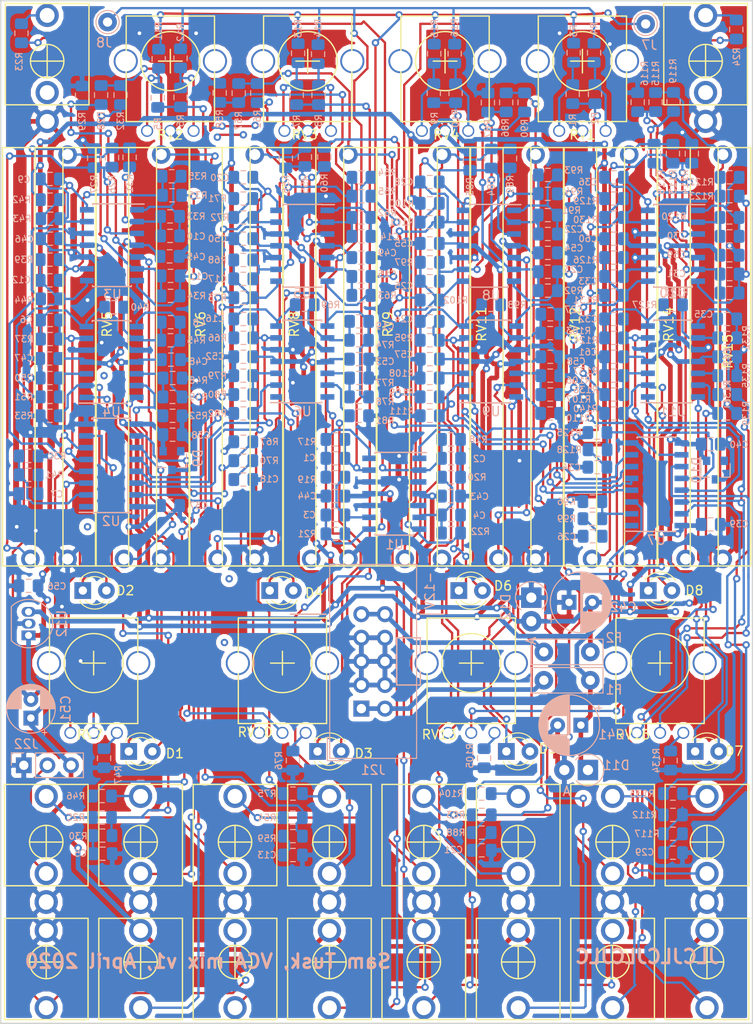
<source format=kicad_pcb>
(kicad_pcb (version 20171130) (host pcbnew "(5.0.1)-3")
  (layers (0 F.Cu signal hide) (31 B.Cu signal hide) (34 B.Paste user hide) (35 F.Paste user hide) (36 B.SilkS user hide) (37 F.SilkS user hide) (38 B.Mask user hide) (39 F.Mask user hide) (44 Edge.Cuts user))
  (net 0 "")
  (net 1 MixBusL)
  (net 2 "Net-(C1-Pad1)")
  (net 3 MixBusR)
  (net 4 "Net-(C2-Pad1)")
  (net 5 "Net-(C3-Pad1)")
  (net 6 "Net-(C3-Pad2)")
  (net 7 "Net-(C4-Pad1)")
  (net 8 "Net-(C4-Pad2)")
  (net 9 CVinA1_norm)
  (net 10 "Net-(C5-Pad1)")
  (net 11 "Net-(C6-Pad1)")
  (net 12 "Net-(C6-Pad2)")
  (net 13 "Net-(C7-Pad1)")
  (net 14 "Net-(C8-Pad2)")
  (net 15 "Net-(C8-Pad1)")
  (net 16 "Net-(C9-Pad1)")
  (net 17 "Net-(C9-Pad2)")
  (net 18 "Net-(C10-Pad1)")
  (net 19 "Net-(C10-Pad2)")
  (net 20 "Net-(C11-Pad2)")
  (net 21 "Net-(C11-Pad1)")
  (net 22 "Net-(C12-Pad2)")
  (net 23 "Net-(C12-Pad1)")
  (net 24 "Net-(C13-Pad1)")
  (net 25 "Net-(C14-Pad2)")
  (net 26 "Net-(C14-Pad1)")
  (net 27 "Net-(C15-Pad1)")
  (net 28 "Net-(C15-Pad2)")
  (net 29 "Net-(C16-Pad2)")
  (net 30 "Net-(C16-Pad1)")
  (net 31 "Net-(C17-Pad1)")
  (net 32 "Net-(C17-Pad2)")
  (net 33 "Net-(C18-Pad1)")
  (net 34 "Net-(C19-Pad2)")
  (net 35 "Net-(C19-Pad1)")
  (net 36 "Net-(C20-Pad2)")
  (net 37 "Net-(C20-Pad1)")
  (net 38 "Net-(C21-Pad1)")
  (net 39 "Net-(C22-Pad1)")
  (net 40 "Net-(C22-Pad2)")
  (net 41 "Net-(C23-Pad2)")
  (net 42 "Net-(C23-Pad1)")
  (net 43 "Net-(C24-Pad2)")
  (net 44 "Net-(C24-Pad1)")
  (net 45 "Net-(C25-Pad1)")
  (net 46 "Net-(C25-Pad2)")
  (net 47 "Net-(C26-Pad1)")
  (net 48 "Net-(C27-Pad1)")
  (net 49 "Net-(C27-Pad2)")
  (net 50 "Net-(C28-Pad1)")
  (net 51 "Net-(C28-Pad2)")
  (net 52 "Net-(C29-Pad1)")
  (net 53 "Net-(C30-Pad1)")
  (net 54 "Net-(C30-Pad2)")
  (net 55 "Net-(C31-Pad2)")
  (net 56 "Net-(C31-Pad1)")
  (net 57 "Net-(C32-Pad1)")
  (net 58 "Net-(C32-Pad2)")
  (net 59 "Net-(C33-Pad1)")
  (net 60 "Net-(C33-Pad2)")
  (net 61 "Net-(C34-Pad1)")
  (net 62 "Net-(C35-Pad1)")
  (net 63 "Net-(C35-Pad2)")
  (net 64 "Net-(C36-Pad2)")
  (net 65 "Net-(C36-Pad1)")
  (net 66 +12V)
  (net 67 -12V)
  (net 68 CVinA2_norm)
  (net 69 /VCA-A/A_outLED)
  (net 70 "Net-(D1-Pad2)")
  (net 71 "Net-(D2-Pad1)")
  (net 72 /VCA-A/A_cvLED)
  (net 73 "Net-(D3-Pad2)")
  (net 74 /VCA-B/B_outLED)
  (net 75 /VCA-B/B_cvLED)
  (net 76 "Net-(D4-Pad1)")
  (net 77 /VCA-C/C_outLED)
  (net 78 "Net-(D5-Pad2)")
  (net 79 /VCA-C/C_cvLED)
  (net 80 "Net-(D6-Pad1)")
  (net 81 /VCA-D/D_outLED)
  (net 82 "Net-(D7-Pad2)")
  (net 83 /VCA-D/D_cvLED)
  (net 84 "Net-(D8-Pad1)")
  (net 85 /Power/+12V_in)
  (net 86 /Power/-12V_in)
  (net 87 /MixOutL)
  (net 88 /MixOutR)
  (net 89 CVinA1)
  (net 90 /VCA-A/CVinA2)
  (net 91 InA_norm)
  (net 92 InA)
  (net 93 OutA_norm)
  (net 94 /VCA-A/OutA)
  (net 95 CVinB1)
  (net 96 /VCA-B/CVinB2)
  (net 97 InB)
  (net 98 /VCA-B/OutB)
  (net 99 OutB_norm)
  (net 100 CVinC1)
  (net 101 /VCA-C/CVinC2)
  (net 102 InC)
  (net 103 /VCA-C/OutA)
  (net 104 OutC_norm)
  (net 105 CVinD1)
  (net 106 /VCA-D/CVinD2)
  (net 107 InD)
  (net 108 OutD_norm)
  (net 109 /VCA-D/OutB)
  (net 110 "Net-(R1-Pad2)")
  (net 111 /PanD)
  (net 112 "Net-(R11-Pad1)")
  (net 113 /PanA)
  (net 114 "Net-(R13-Pad1)")
  (net 115 /PanB)
  (net 116 "Net-(R15-Pad1)")
  (net 117 /PanC)
  (net 118 "Net-(R25-Pad1)")
  (net 119 "Net-(R26-Pad2)")
  (net 120 "Net-(R28-Pad2)")
  (net 121 "Net-(R38-Pad1)")
  (net 122 "Net-(R42-Pad1)")
  (net 123 "Net-(R47-Pad2)")
  (net 124 "Net-(R48-Pad1)")
  (net 125 "Net-(R50-Pad1)")
  (net 126 "Net-(R54-Pad1)")
  (net 127 "Net-(R55-Pad2)")
  (net 128 "Net-(R57-Pad2)")
  (net 129 "Net-(R67-Pad1)")
  (net 130 "Net-(R71-Pad1)")
  (net 131 "Net-(R76-Pad2)")
  (net 132 "Net-(R77-Pad1)")
  (net 133 "Net-(R79-Pad1)")
  (net 134 "Net-(R83-Pad1)")
  (net 135 "Net-(R84-Pad2)")
  (net 136 "Net-(R86-Pad2)")
  (net 137 "Net-(R96-Pad1)")
  (net 138 "Net-(R100-Pad1)")
  (net 139 "Net-(R105-Pad2)")
  (net 140 "Net-(R106-Pad1)")
  (net 141 "Net-(R108-Pad1)")
  (net 142 "Net-(R112-Pad1)")
  (net 143 "Net-(R113-Pad2)")
  (net 144 "Net-(R115-Pad2)")
  (net 145 "Net-(R125-Pad1)")
  (net 146 "Net-(R129-Pad1)")
  (net 147 "Net-(R134-Pad2)")
  (net 148 "Net-(R135-Pad1)")
  (net 149 "Net-(R137-Pad1)")
  (net 150 "Net-(RV7-Pad2)")
  (net 151 "Net-(RV10-Pad2)")
  (net 152 "Net-(RV13-Pad2)")
  (net 153 "Net-(RV16-Pad2)")
  (module Diode_THT:D_DO-41_SOD81_P2.54mm_Vertical_AnodeUp (layer B.Cu) (at 75.692 95.25 180)
    (fp_text reference D11 (at -3.048 0.508 180) (layer B.SilkS) (effects (justify mirror)))
    (fp_text value 1N4001)
    (fp_text user A (at 2.286 -2.286 180) (layer B.SilkS) (effects (justify mirror)))
    (pad 2 thru_hole oval (at 2.54 0 180) (size 2.2 2.2) (drill 1.1) (layers *.Cu *.Mask) (net 9 CVinA1_norm))
    (pad 1 thru_hole rect (at 0 0 180) (size 2.2 2.2) (drill 1.1) (layers *.Cu *.Mask) (net 66 +12V))
  )
  (module Diode_THT:D_DO-41_SOD81_P2.54mm_Vertical_AnodeUp (layer B.Cu) (at 69.596 76.708 270)
    (fp_text reference D12 (at 1.016 2.750635 270) (layer B.SilkS) (effects (justify mirror)))
    (fp_text value 1N4001)
    (fp_text user A (at 4.64 0 270) (layer B.SilkS) (effects (justify mirror)))
    (pad 2 thru_hole oval (at 2.54 0 270) (size 2.2 2.2) (drill 1.1) (layers *.Cu *.Mask) (net 67 -12V))
    (pad 1 thru_hole rect (at 0 0 270) (size 2.2 2.2) (drill 1.1) (layers *.Cu *.Mask) (net 9 CVinA1_norm))
  )
  (module Eurocad:R_0805_2012Metric_Pad1.15x1.40mm_HandSolder_smallText (layer B.Cu) (at 60.96 59.69)
    (fp_text reference R18 (at 2.946 0) (layer B.SilkS) (effects (font (size 0.7 0.7) (thickness 0.12)) (justify mirror)))
    (fp_text value 51k)
    (pad 2 smd roundrect (at 1.025 0) (size 1.15 1.4) (layers B.Cu B.Paste B.Mask) (roundrect_rratio 0.217391) (net 4 "Net-(C2-Pad1)"))
    (pad 1 smd roundrect (at -1.025 0) (size 1.15 1.4) (layers B.Cu B.Paste B.Mask) (roundrect_rratio 0.217391) (net 3 MixBusR))
  )
  (module Eurocad:C_0805_2012Metric_Pad1.15x1.40mm_HandSolder_SmallTxt (layer B.Cu) (at 90.678 50.8)
    (fp_text reference C62 (at 0 0 90) (layer B.SilkS) (effects (font (size 0.7 0.7) (thickness 0.12)) (justify mirror)))
    (fp_text value 100nF)
    (pad 2 smd roundrect (at 1.025 0) (size 1.15 1.4) (layers B.Cu B.Paste B.Mask) (roundrect_rratio 0.217391) (net 9 CVinA1_norm))
    (pad 1 smd roundrect (at -1.025 0) (size 1.15 1.4) (layers B.Cu B.Paste B.Mask) (roundrect_rratio 0.217391) (net 67 -12V))
  )
  (module Eurocad:C_0805_2012Metric_Pad1.15x1.40mm_HandSolder_SmallTxt (layer B.Cu) (at 78.486 50.8)
    (fp_text reference C61 (at -2.794 -0.508) (layer B.SilkS) (effects (font (size 0.7 0.7) (thickness 0.12)) (justify mirror)))
    (fp_text value 100nF)
    (pad 2 smd roundrect (at 1.025 0) (size 1.15 1.4) (layers B.Cu B.Paste B.Mask) (roundrect_rratio 0.217391) (net 66 +12V))
    (pad 1 smd roundrect (at -1.025 0) (size 1.15 1.4) (layers B.Cu B.Paste B.Mask) (roundrect_rratio 0.217391) (net 9 CVinA1_norm))
  )
  (module Eurocad:C_0805_2012Metric_Pad1.15x1.40mm_HandSolder_SmallTxt (layer B.Cu) (at 78.486 38.1 180)
    (fp_text reference C60 (at 2.794 0 180) (layer B.SilkS) (effects (font (size 0.7 0.7) (thickness 0.12)) (justify mirror)))
    (fp_text value 100nF)
    (pad 2 smd roundrect (at 1.025 0 180) (size 1.15 1.4) (layers B.Cu B.Paste B.Mask) (roundrect_rratio 0.217391) (net 9 CVinA1_norm))
    (pad 1 smd roundrect (at -1.025 0 180) (size 1.15 1.4) (layers B.Cu B.Paste B.Mask) (roundrect_rratio 0.217391) (net 67 -12V))
  )
  (module Eurocad:C_0805_2012Metric_Pad1.15x1.40mm_HandSolder_SmallTxt (layer B.Cu) (at 90.932 39.878 180)
    (fp_text reference C59 (at 5.727 0.05 180) (layer B.SilkS) (effects (font (size 0.7 0.7) (thickness 0.12)) (justify mirror)))
    (fp_text value 100nF)
    (pad 2 smd roundrect (at 1.025 0 180) (size 1.15 1.4) (layers B.Cu B.Paste B.Mask) (roundrect_rratio 0.217391) (net 66 +12V))
    (pad 1 smd roundrect (at -1.025 0 180) (size 1.15 1.4) (layers B.Cu B.Paste B.Mask) (roundrect_rratio 0.217391) (net 9 CVinA1_norm))
  )
  (module Eurocad:C_0805_2012Metric_Pad1.15x1.40mm_HandSolder_SmallTxt (layer B.Cu) (at 71.637 50.8)
    (fp_text reference C58 (at 2.785 0.508) (layer B.SilkS) (effects (font (size 0.7 0.7) (thickness 0.12)) (justify mirror)))
    (fp_text value 100nF)
    (pad 2 smd roundrect (at 1.025 0) (size 1.15 1.4) (layers B.Cu B.Paste B.Mask) (roundrect_rratio 0.217391) (net 9 CVinA1_norm))
    (pad 1 smd roundrect (at -1.025 0) (size 1.15 1.4) (layers B.Cu B.Paste B.Mask) (roundrect_rratio 0.217391) (net 67 -12V))
  )
  (module Eurocad:C_0805_2012Metric_Pad1.15x1.40mm_HandSolder_SmallTxt (layer B.Cu) (at 58.683 51.054)
    (fp_text reference C57 (at -2.803 -0.508) (layer B.SilkS) (effects (font (size 0.7 0.7) (thickness 0.12)) (justify mirror)))
    (fp_text value 100nF)
    (pad 2 smd roundrect (at 1.025 0) (size 1.15 1.4) (layers B.Cu B.Paste B.Mask) (roundrect_rratio 0.217391) (net 66 +12V))
    (pad 1 smd roundrect (at -1.025 0) (size 1.15 1.4) (layers B.Cu B.Paste B.Mask) (roundrect_rratio 0.217391) (net 9 CVinA1_norm))
  )
  (module Eurocad:C_0805_2012Metric_Pad1.15x1.40mm_HandSolder_SmallTxt (layer B.Cu) (at 15.494 75.438 180)
    (fp_text reference C56 (at -3.048 -0.05 180) (layer B.SilkS) (effects (font (size 0.7 0.7) (thickness 0.12)) (justify mirror)))
    (fp_text value 100nF)
    (pad 2 smd roundrect (at 1.025 0 180) (size 1.15 1.4) (layers B.Cu B.Paste B.Mask) (roundrect_rratio 0.217391) (net 9 CVinA1_norm))
    (pad 1 smd roundrect (at -1.025 0 180) (size 1.15 1.4) (layers B.Cu B.Paste B.Mask) (roundrect_rratio 0.217391) (net 68 CVinA2_norm))
  )
  (module Eurocad:C_0805_2012Metric_Pad1.15x1.40mm_HandSolder_SmallTxt (layer B.Cu) (at 58.674 38.608 180)
    (fp_text reference C55 (at 2.794 0 180) (layer B.SilkS) (effects (font (size 0.7 0.7) (thickness 0.12)) (justify mirror)))
    (fp_text value 100nF)
    (pad 2 smd roundrect (at 1.025 0 180) (size 1.15 1.4) (layers B.Cu B.Paste B.Mask) (roundrect_rratio 0.217391) (net 9 CVinA1_norm))
    (pad 1 smd roundrect (at -1.025 0 180) (size 1.15 1.4) (layers B.Cu B.Paste B.Mask) (roundrect_rratio 0.217391) (net 67 -12V))
  )
  (module Eurocad:C_0805_2012Metric_Pad1.15x1.40mm_HandSolder_SmallTxt (layer B.Cu) (at 71.374 39.624 180)
    (fp_text reference C54 (at -2.794 0.508 180) (layer B.SilkS) (effects (font (size 0.7 0.7) (thickness 0.12)) (justify mirror)))
    (fp_text value 100nF)
    (pad 2 smd roundrect (at 1.025 0 180) (size 1.15 1.4) (layers B.Cu B.Paste B.Mask) (roundrect_rratio 0.217391) (net 66 +12V))
    (pad 1 smd roundrect (at -1.025 0 180) (size 1.15 1.4) (layers B.Cu B.Paste B.Mask) (roundrect_rratio 0.217391) (net 9 CVinA1_norm))
  )
  (module Eurocad:C_0805_2012Metric_Pad1.15x1.40mm_HandSolder_SmallTxt (layer B.Cu) (at 51.054 51.054)
    (fp_text reference C53 (at 2.794 0.254) (layer B.SilkS) (effects (font (size 0.7 0.7) (thickness 0.12)) (justify mirror)))
    (fp_text value 100nF)
    (pad 2 smd roundrect (at 1.025 0) (size 1.15 1.4) (layers B.Cu B.Paste B.Mask) (roundrect_rratio 0.217391) (net 9 CVinA1_norm))
    (pad 1 smd roundrect (at -1.025 0) (size 1.15 1.4) (layers B.Cu B.Paste B.Mask) (roundrect_rratio 0.217391) (net 67 -12V))
  )
  (module Eurocad:C_0805_2012Metric_Pad1.15x1.40mm_HandSolder_SmallTxt (layer B.Cu) (at 38.608 50.8)
    (fp_text reference C52 (at -3.048 -0.05) (layer B.SilkS) (effects (font (size 0.7 0.7) (thickness 0.12)) (justify mirror)))
    (fp_text value 100nF)
    (pad 2 smd roundrect (at 1.025 0) (size 1.15 1.4) (layers B.Cu B.Paste B.Mask) (roundrect_rratio 0.217391) (net 66 +12V))
    (pad 1 smd roundrect (at -1.025 0) (size 1.15 1.4) (layers B.Cu B.Paste B.Mask) (roundrect_rratio 0.217391) (net 9 CVinA1_norm))
  )
  (module Eurocad:C_0805_2012Metric_Pad1.15x1.40mm_HandSolder_SmallTxt (layer B.Cu) (at 38.608 38.1 180)
    (fp_text reference C50 (at 2.785 0 180) (layer B.SilkS) (effects (font (size 0.7 0.7) (thickness 0.12)) (justify mirror)))
    (fp_text value 100nF)
    (pad 2 smd roundrect (at 1.025 0 180) (size 1.15 1.4) (layers B.Cu B.Paste B.Mask) (roundrect_rratio 0.217391) (net 9 CVinA1_norm))
    (pad 1 smd roundrect (at -1.025 0 180) (size 1.15 1.4) (layers B.Cu B.Paste B.Mask) (roundrect_rratio 0.217391) (net 67 -12V))
  )
  (module Eurocad:C_0805_2012Metric_Pad1.15x1.40mm_HandSolder_SmallTxt (layer B.Cu) (at 51.308 40.132 180)
    (fp_text reference C49 (at -2.794 0.508 180) (layer B.SilkS) (effects (font (size 0.7 0.7) (thickness 0.12)) (justify mirror)))
    (fp_text value 100nF)
    (pad 2 smd roundrect (at 1.025 0 180) (size 1.15 1.4) (layers B.Cu B.Paste B.Mask) (roundrect_rratio 0.217391) (net 66 +12V))
    (pad 1 smd roundrect (at -1.025 0 180) (size 1.15 1.4) (layers B.Cu B.Paste B.Mask) (roundrect_rratio 0.217391) (net 9 CVinA1_norm))
  )
  (module Eurocad:C_0805_2012Metric_Pad1.15x1.40mm_HandSolder_SmallTxt (layer B.Cu) (at 17.73 50.99)
    (fp_text reference C47 (at -2.744 -0.05) (layer B.SilkS) (effects (font (size 0.7 0.7) (thickness 0.12)) (justify mirror)))
    (fp_text value 100nF)
    (pad 2 smd roundrect (at 1.025 0) (size 1.15 1.4) (layers B.Cu B.Paste B.Mask) (roundrect_rratio 0.217391) (net 66 +12V))
    (pad 1 smd roundrect (at -1.025 0) (size 1.15 1.4) (layers B.Cu B.Paste B.Mask) (roundrect_rratio 0.217391) (net 9 CVinA1_norm))
  )
  (module Eurocad:C_0805_2012Metric_Pad1.15x1.40mm_HandSolder_SmallTxt (layer B.Cu) (at 17.825 38.1 180)
    (fp_text reference C46 (at 2.794 -0.05 180) (layer B.SilkS) (effects (font (size 0.7 0.7) (thickness 0.12)) (justify mirror)))
    (fp_text value 100nF)
    (pad 2 smd roundrect (at 1.025 0 180) (size 1.15 1.4) (layers B.Cu B.Paste B.Mask) (roundrect_rratio 0.217391) (net 9 CVinA1_norm))
    (pad 1 smd roundrect (at -1.025 0 180) (size 1.15 1.4) (layers B.Cu B.Paste B.Mask) (roundrect_rratio 0.217391) (net 67 -12V))
  )
  (module Eurocad:C_0805_2012Metric_Pad1.15x1.40mm_HandSolder_SmallTxt (layer B.Cu) (at 30.675 40 180)
    (fp_text reference C45 (at -2.853 -0.05 180) (layer B.SilkS) (effects (font (size 0.7 0.7) (thickness 0.12)) (justify mirror)))
    (fp_text value 100nF)
    (pad 2 smd roundrect (at 1.025 0 180) (size 1.15 1.4) (layers B.Cu B.Paste B.Mask) (roundrect_rratio 0.217391) (net 66 +12V))
    (pad 1 smd roundrect (at -1.025 0 180) (size 1.15 1.4) (layers B.Cu B.Paste B.Mask) (roundrect_rratio 0.217391) (net 9 CVinA1_norm))
  )
  (module Eurocad:C_0805_2012Metric_Pad1.15x1.40mm_HandSolder_SmallTxt (layer B.Cu) (at 48.514 65.786 180)
    (fp_text reference C44 (at 3.048 0 180) (layer B.SilkS) (effects (font (size 0.7 0.7) (thickness 0.12)) (justify mirror)))
    (fp_text value 100nF)
    (pad 2 smd roundrect (at 1.025 0 180) (size 1.15 1.4) (layers B.Cu B.Paste B.Mask) (roundrect_rratio 0.217391) (net 9 CVinA1_norm))
    (pad 1 smd roundrect (at -1.025 0 180) (size 1.15 1.4) (layers B.Cu B.Paste B.Mask) (roundrect_rratio 0.217391) (net 67 -12V))
  )
  (module Eurocad:C_0805_2012Metric_Pad1.15x1.40mm_HandSolder_SmallTxt (layer B.Cu) (at 60.96 65.786 180)
    (fp_text reference C43 (at -3.048 -0.05 180) (layer B.SilkS) (effects (font (size 0.7 0.7) (thickness 0.12)) (justify mirror)))
    (fp_text value 100nF)
    (pad 2 smd roundrect (at 1.025 0 180) (size 1.15 1.4) (layers B.Cu B.Paste B.Mask) (roundrect_rratio 0.217391) (net 66 +12V))
    (pad 1 smd roundrect (at -1.025 0 180) (size 1.15 1.4) (layers B.Cu B.Paste B.Mask) (roundrect_rratio 0.217391) (net 9 CVinA1_norm))
  )
  (module Eurocad:C_0805_2012Metric_Pad1.15x1.40mm_HandSolder_SmallTxt (layer B.Cu) (at 88.9 60.198 180)
    (fp_text reference C40 (at -3.048 -0.05 180) (layer B.SilkS) (effects (font (size 0.7 0.7) (thickness 0.12)) (justify mirror)))
    (fp_text value 100nF)
    (pad 2 smd roundrect (at 1.025 0 180) (size 1.15 1.4) (layers B.Cu B.Paste B.Mask) (roundrect_rratio 0.217391) (net 67 -12V))
    (pad 1 smd roundrect (at -1.025 0 180) (size 1.15 1.4) (layers B.Cu B.Paste B.Mask) (roundrect_rratio 0.217391) (net 9 CVinA1_norm))
  )
  (module Eurocad:C_0805_2012Metric_Pad1.15x1.40mm_HandSolder_SmallTxt (layer B.Cu) (at 88.9 68.834)
    (fp_text reference C39 (at 3.048 -0.05) (layer B.SilkS) (effects (font (size 0.7 0.7) (thickness 0.12)) (justify mirror)))
    (fp_text value 100nF)
    (pad 2 smd roundrect (at 1.025 0) (size 1.15 1.4) (layers B.Cu B.Paste B.Mask) (roundrect_rratio 0.217391) (net 9 CVinA1_norm))
    (pad 1 smd roundrect (at -1.025 0) (size 1.15 1.4) (layers B.Cu B.Paste B.Mask) (roundrect_rratio 0.217391) (net 66 +12V))
  )
  (module Eurocad:C_0805_2012Metric_Pad1.15x1.40mm_HandSolder_SmallTxt (layer B.Cu) (at 30.988 59.182 180)
    (fp_text reference C38 (at -3.048 -0.05 180) (layer B.SilkS) (effects (font (size 0.7 0.7) (thickness 0.12)) (justify mirror)))
    (fp_text value 100nF)
    (pad 2 smd roundrect (at 1.025 0 180) (size 1.15 1.4) (layers B.Cu B.Paste B.Mask) (roundrect_rratio 0.217391) (net 67 -12V))
    (pad 1 smd roundrect (at -1.025 0 180) (size 1.15 1.4) (layers B.Cu B.Paste B.Mask) (roundrect_rratio 0.217391) (net 9 CVinA1_norm))
  )
  (module Eurocad:C_0805_2012Metric_Pad1.15x1.40mm_HandSolder_SmallTxt (layer B.Cu) (at 30.734 66.802)
    (fp_text reference C37 (at 3.048 0) (layer B.SilkS) (effects (font (size 0.7 0.7) (thickness 0.12)) (justify mirror)))
    (fp_text value 100nF)
    (pad 2 smd roundrect (at 1.025 0) (size 1.15 1.4) (layers B.Cu B.Paste B.Mask) (roundrect_rratio 0.217391) (net 9 CVinA1_norm))
    (pad 1 smd roundrect (at -1.025 0) (size 1.15 1.4) (layers B.Cu B.Paste B.Mask) (roundrect_rratio 0.217391) (net 66 +12V))
  )
  (module Eurocad:C_0805_2012Metric_Pad1.15x1.40mm_HandSolder_SmallTxt (layer B.Cu) (at 78.477 31.496 180)
    (fp_text reference C36 (at 2.785 -0.508 180) (layer B.SilkS) (effects (font (size 0.7 0.7) (thickness 0.12)) (justify mirror)))
    (fp_text value 47p)
    (pad 2 smd roundrect (at 1.025 0 180) (size 1.15 1.4) (layers B.Cu B.Paste B.Mask) (roundrect_rratio 0.217391) (net 64 "Net-(C36-Pad2)"))
    (pad 1 smd roundrect (at -1.025 0 180) (size 1.15 1.4) (layers B.Cu B.Paste B.Mask) (roundrect_rratio 0.217391) (net 65 "Net-(C36-Pad1)"))
  )
  (module Eurocad:C_0805_2012Metric_Pad1.15x1.40mm_HandSolder_SmallTxt (layer B.Cu) (at 90.678 46.736 180)
    (fp_text reference C35 (at 2.54 0.508 180) (layer B.SilkS) (effects (font (size 0.7 0.7) (thickness 0.12)) (justify mirror)))
    (fp_text value 100p)
    (pad 2 smd roundrect (at 1.025 0 180) (size 1.15 1.4) (layers B.Cu B.Paste B.Mask) (roundrect_rratio 0.217391) (net 63 "Net-(C35-Pad2)"))
    (pad 1 smd roundrect (at -1.025 0 180) (size 1.15 1.4) (layers B.Cu B.Paste B.Mask) (roundrect_rratio 0.217391) (net 62 "Net-(C35-Pad1)"))
  )
  (module Eurocad:C_0805_2012Metric_Pad1.15x1.40mm_HandSolder_SmallTxt (layer B.Cu) (at 76.708 62.675 180)
    (fp_text reference C34 (at 2.794 -0.05 180) (layer B.SilkS) (effects (font (size 0.7 0.7) (thickness 0.12)) (justify mirror)))
    (fp_text value 560p)
    (pad 2 smd roundrect (at 1.025 0 180) (size 1.15 1.4) (layers B.Cu B.Paste B.Mask) (roundrect_rratio 0.217391) (net 9 CVinA1_norm))
    (pad 1 smd roundrect (at -1.025 0 180) (size 1.15 1.4) (layers B.Cu B.Paste B.Mask) (roundrect_rratio 0.217391) (net 61 "Net-(C34-Pad1)"))
  )
  (module Eurocad:C_0805_2012Metric_Pad1.15x1.40mm_HandSolder_SmallTxt (layer B.Cu) (at 78.486 42.164)
    (fp_text reference C33 (at -2.794 0.508) (layer B.SilkS) (effects (font (size 0.7 0.7) (thickness 0.12)) (justify mirror)))
    (fp_text value 47p)
    (pad 2 smd roundrect (at 1.025 0) (size 1.15 1.4) (layers B.Cu B.Paste B.Mask) (roundrect_rratio 0.217391) (net 60 "Net-(C33-Pad2)"))
    (pad 1 smd roundrect (at -1.025 0) (size 1.15 1.4) (layers B.Cu B.Paste B.Mask) (roundrect_rratio 0.217391) (net 59 "Net-(C33-Pad1)"))
  )
  (module Eurocad:C_0805_2012Metric_Pad1.15x1.40mm_HandSolder_SmallTxt (layer B.Cu) (at 78.486 46.736)
    (fp_text reference C32 (at -2.794 0) (layer B.SilkS) (effects (font (size 0.7 0.7) (thickness 0.12)) (justify mirror)))
    (fp_text value 47p)
    (pad 2 smd roundrect (at 1.025 0) (size 1.15 1.4) (layers B.Cu B.Paste B.Mask) (roundrect_rratio 0.217391) (net 58 "Net-(C32-Pad2)"))
    (pad 1 smd roundrect (at -1.025 0) (size 1.15 1.4) (layers B.Cu B.Paste B.Mask) (roundrect_rratio 0.217391) (net 57 "Net-(C32-Pad1)"))
  )
  (module Eurocad:C_0805_2012Metric_Pad1.15x1.40mm_HandSolder_SmallTxt (layer B.Cu) (at 90.932 41.91 180)
    (fp_text reference C31 (at 5.727 0.05 180) (layer B.SilkS) (effects (font (size 0.7 0.7) (thickness 0.12)) (justify mirror)))
    (fp_text value 47p)
    (pad 2 smd roundrect (at 1.025 0 180) (size 1.15 1.4) (layers B.Cu B.Paste B.Mask) (roundrect_rratio 0.217391) (net 55 "Net-(C31-Pad2)"))
    (pad 1 smd roundrect (at -1.025 0 180) (size 1.15 1.4) (layers B.Cu B.Paste B.Mask) (roundrect_rratio 0.217391) (net 56 "Net-(C31-Pad1)"))
  )
  (module Eurocad:C_0805_2012Metric_Pad1.15x1.40mm_HandSolder_SmallTxt (layer B.Cu) (at 90.932 37.846 180)
    (fp_text reference C30 (at 5.727 0.05 180) (layer B.SilkS) (effects (font (size 0.7 0.7) (thickness 0.12)) (justify mirror)))
    (fp_text value 47p)
    (pad 2 smd roundrect (at 1.025 0 180) (size 1.15 1.4) (layers B.Cu B.Paste B.Mask) (roundrect_rratio 0.217391) (net 54 "Net-(C30-Pad2)"))
    (pad 1 smd roundrect (at -1.025 0 180) (size 1.15 1.4) (layers B.Cu B.Paste B.Mask) (roundrect_rratio 0.217391) (net 53 "Net-(C30-Pad1)"))
  )
  (module Eurocad:C_0805_2012Metric_Pad1.15x1.40mm_HandSolder_SmallTxt (layer B.Cu) (at 84.836 104.14)
    (fp_text reference C29 (at -3.048 -0.05) (layer B.SilkS) (effects (font (size 0.7 0.7) (thickness 0.12)) (justify mirror)))
    (fp_text value 560p)
    (pad 2 smd roundrect (at 1.025 0) (size 1.15 1.4) (layers B.Cu B.Paste B.Mask) (roundrect_rratio 0.217391) (net 9 CVinA1_norm))
    (pad 1 smd roundrect (at -1.025 0) (size 1.15 1.4) (layers B.Cu B.Paste B.Mask) (roundrect_rratio 0.217391) (net 52 "Net-(C29-Pad1)"))
  )
  (module Eurocad:C_0805_2012Metric_Pad1.15x1.40mm_HandSolder_SmallTxt (layer B.Cu) (at 58.665 32.004 180)
    (fp_text reference C28 (at 2.785 0 180) (layer B.SilkS) (effects (font (size 0.7 0.7) (thickness 0.12)) (justify mirror)))
    (fp_text value 47p)
    (pad 2 smd roundrect (at 1.025 0 180) (size 1.15 1.4) (layers B.Cu B.Paste B.Mask) (roundrect_rratio 0.217391) (net 51 "Net-(C28-Pad2)"))
    (pad 1 smd roundrect (at -1.025 0 180) (size 1.15 1.4) (layers B.Cu B.Paste B.Mask) (roundrect_rratio 0.217391) (net 50 "Net-(C28-Pad1)"))
  )
  (module Eurocad:C_0805_2012Metric_Pad1.15x1.40mm_HandSolder_SmallTxt (layer B.Cu) (at 71.637 46.228 180)
    (fp_text reference C27 (at -2.531 0.508 180) (layer B.SilkS) (effects (font (size 0.7 0.7) (thickness 0.12)) (justify mirror)))
    (fp_text value 100p)
    (pad 2 smd roundrect (at 1.025 0 180) (size 1.15 1.4) (layers B.Cu B.Paste B.Mask) (roundrect_rratio 0.217391) (net 49 "Net-(C27-Pad2)"))
    (pad 1 smd roundrect (at -1.025 0 180) (size 1.15 1.4) (layers B.Cu B.Paste B.Mask) (roundrect_rratio 0.217391) (net 48 "Net-(C27-Pad1)"))
  )
  (module Eurocad:C_0805_2012Metric_Pad1.15x1.40mm_HandSolder_SmallTxt (layer B.Cu) (at 76.2 70.104 180)
    (fp_text reference C26 (at 2.794 -0.05 180) (layer B.SilkS) (effects (font (size 0.7 0.7) (thickness 0.12)) (justify mirror)))
    (fp_text value 560p)
    (pad 2 smd roundrect (at 1.025 0 180) (size 1.15 1.4) (layers B.Cu B.Paste B.Mask) (roundrect_rratio 0.217391) (net 9 CVinA1_norm))
    (pad 1 smd roundrect (at -1.025 0 180) (size 1.15 1.4) (layers B.Cu B.Paste B.Mask) (roundrect_rratio 0.217391) (net 47 "Net-(C26-Pad1)"))
  )
  (module Eurocad:C_0805_2012Metric_Pad1.15x1.40mm_HandSolder_SmallTxt (layer B.Cu) (at 58.674 42.672)
    (fp_text reference C25 (at -2.794 0.508) (layer B.SilkS) (effects (font (size 0.7 0.7) (thickness 0.12)) (justify mirror)))
    (fp_text value 47p)
    (pad 2 smd roundrect (at 1.025 0) (size 1.15 1.4) (layers B.Cu B.Paste B.Mask) (roundrect_rratio 0.217391) (net 46 "Net-(C25-Pad2)"))
    (pad 1 smd roundrect (at -1.025 0) (size 1.15 1.4) (layers B.Cu B.Paste B.Mask) (roundrect_rratio 0.217391) (net 45 "Net-(C25-Pad1)"))
  )
  (module Eurocad:C_0805_2012Metric_Pad1.15x1.40mm_HandSolder_SmallTxt (layer B.Cu) (at 58.674 46.99)
    (fp_text reference C24 (at -2.794 -0.254) (layer B.SilkS) (effects (font (size 0.7 0.7) (thickness 0.12)) (justify mirror)))
    (fp_text value 47p)
    (pad 2 smd roundrect (at 1.025 0) (size 1.15 1.4) (layers B.Cu B.Paste B.Mask) (roundrect_rratio 0.217391) (net 43 "Net-(C24-Pad2)"))
    (pad 1 smd roundrect (at -1.025 0) (size 1.15 1.4) (layers B.Cu B.Paste B.Mask) (roundrect_rratio 0.217391) (net 44 "Net-(C24-Pad1)"))
  )
  (module Eurocad:C_0805_2012Metric_Pad1.15x1.40mm_HandSolder_SmallTxt (layer B.Cu) (at 71.365 41.656 180)
    (fp_text reference C23 (at -2.803 0.254 180) (layer B.SilkS) (effects (font (size 0.7 0.7) (thickness 0.12)) (justify mirror)))
    (fp_text value 47p)
    (pad 2 smd roundrect (at 1.025 0 180) (size 1.15 1.4) (layers B.Cu B.Paste B.Mask) (roundrect_rratio 0.217391) (net 41 "Net-(C23-Pad2)"))
    (pad 1 smd roundrect (at -1.025 0 180) (size 1.15 1.4) (layers B.Cu B.Paste B.Mask) (roundrect_rratio 0.217391) (net 42 "Net-(C23-Pad1)"))
  )
  (module Eurocad:C_0805_2012Metric_Pad1.15x1.40mm_HandSolder_SmallTxt (layer B.Cu) (at 71.374 37.592 180)
    (fp_text reference C22 (at -2.794 0.508 180) (layer B.SilkS) (effects (font (size 0.7 0.7) (thickness 0.12)) (justify mirror)))
    (fp_text value 47p)
    (pad 2 smd roundrect (at 1.025 0 180) (size 1.15 1.4) (layers B.Cu B.Paste B.Mask) (roundrect_rratio 0.217391) (net 40 "Net-(C22-Pad2)"))
    (pad 1 smd roundrect (at -1.025 0 180) (size 1.15 1.4) (layers B.Cu B.Paste B.Mask) (roundrect_rratio 0.217391) (net 39 "Net-(C22-Pad1)"))
  )
  (module Eurocad:C_0805_2012Metric_Pad1.15x1.40mm_HandSolder_SmallTxt (layer B.Cu) (at 64.262 103.886)
    (fp_text reference C21 (at -3.048 -0.05) (layer B.SilkS) (effects (font (size 0.7 0.7) (thickness 0.12)) (justify mirror)))
    (fp_text value 560p)
    (pad 2 smd roundrect (at 1.025 0) (size 1.15 1.4) (layers B.Cu B.Paste B.Mask) (roundrect_rratio 0.217391) (net 9 CVinA1_norm))
    (pad 1 smd roundrect (at -1.025 0) (size 1.15 1.4) (layers B.Cu B.Paste B.Mask) (roundrect_rratio 0.217391) (net 38 "Net-(C21-Pad1)"))
  )
  (module Eurocad:C_0805_2012Metric_Pad1.15x1.40mm_HandSolder_SmallTxt (layer B.Cu) (at 38.608 31.496 180)
    (fp_text reference C20 (at 2.54 -0.05 180) (layer B.SilkS) (effects (font (size 0.7 0.7) (thickness 0.12)) (justify mirror)))
    (fp_text value 47p)
    (pad 2 smd roundrect (at 1.025 0 180) (size 1.15 1.4) (layers B.Cu B.Paste B.Mask) (roundrect_rratio 0.217391) (net 36 "Net-(C20-Pad2)"))
    (pad 1 smd roundrect (at -1.025 0 180) (size 1.15 1.4) (layers B.Cu B.Paste B.Mask) (roundrect_rratio 0.217391) (net 37 "Net-(C20-Pad1)"))
  )
  (module Eurocad:C_0805_2012Metric_Pad1.15x1.40mm_HandSolder_SmallTxt (layer B.Cu) (at 51.063 46.99 180)
    (fp_text reference C19 (at -2.785 -0.508 180) (layer B.SilkS) (effects (font (size 0.7 0.7) (thickness 0.12)) (justify mirror)))
    (fp_text value 100p)
    (pad 2 smd roundrect (at 1.025 0 180) (size 1.15 1.4) (layers B.Cu B.Paste B.Mask) (roundrect_rratio 0.217391) (net 34 "Net-(C19-Pad2)"))
    (pad 1 smd roundrect (at -1.025 0 180) (size 1.15 1.4) (layers B.Cu B.Paste B.Mask) (roundrect_rratio 0.217391) (net 35 "Net-(C19-Pad1)"))
  )
  (module Eurocad:C_0805_2012Metric_Pad1.15x1.40mm_HandSolder_SmallTxt (layer B.Cu) (at 38.608 64.008)
    (fp_text reference C18 (at 2.794 -0.05) (layer B.SilkS) (effects (font (size 0.7 0.7) (thickness 0.12)) (justify mirror)))
    (fp_text value 560p)
    (pad 2 smd roundrect (at 1.025 0) (size 1.15 1.4) (layers B.Cu B.Paste B.Mask) (roundrect_rratio 0.217391) (net 9 CVinA1_norm))
    (pad 1 smd roundrect (at -1.025 0) (size 1.15 1.4) (layers B.Cu B.Paste B.Mask) (roundrect_rratio 0.217391) (net 33 "Net-(C18-Pad1)"))
  )
  (module Eurocad:C_0805_2012Metric_Pad1.15x1.40mm_HandSolder_SmallTxt (layer B.Cu) (at 38.608 42.418)
    (fp_text reference C17 (at -2.794 0) (layer B.SilkS) (effects (font (size 0.7 0.7) (thickness 0.12)) (justify mirror)))
    (fp_text value 47p)
    (pad 2 smd roundrect (at 1.025 0) (size 1.15 1.4) (layers B.Cu B.Paste B.Mask) (roundrect_rratio 0.217391) (net 32 "Net-(C17-Pad2)"))
    (pad 1 smd roundrect (at -1.025 0) (size 1.15 1.4) (layers B.Cu B.Paste B.Mask) (roundrect_rratio 0.217391) (net 31 "Net-(C17-Pad1)"))
  )
  (module Eurocad:C_0805_2012Metric_Pad1.15x1.40mm_HandSolder_SmallTxt (layer B.Cu) (at 38.608 46.736)
    (fp_text reference C16 (at -3.048 -0.05) (layer B.SilkS) (effects (font (size 0.7 0.7) (thickness 0.12)) (justify mirror)))
    (fp_text value 47p)
    (pad 2 smd roundrect (at 1.025 0) (size 1.15 1.4) (layers B.Cu B.Paste B.Mask) (roundrect_rratio 0.217391) (net 29 "Net-(C16-Pad2)"))
    (pad 1 smd roundrect (at -1.025 0) (size 1.15 1.4) (layers B.Cu B.Paste B.Mask) (roundrect_rratio 0.217391) (net 30 "Net-(C16-Pad1)"))
  )
  (module Eurocad:C_0805_2012Metric_Pad1.15x1.40mm_HandSolder_SmallTxt (layer B.Cu) (at 51.308 42.164 180)
    (fp_text reference C15 (at -2.794 0.254 180) (layer B.SilkS) (effects (font (size 0.7 0.7) (thickness 0.12)) (justify mirror)))
    (fp_text value 47p)
    (pad 2 smd roundrect (at 1.025 0 180) (size 1.15 1.4) (layers B.Cu B.Paste B.Mask) (roundrect_rratio 0.217391) (net 28 "Net-(C15-Pad2)"))
    (pad 1 smd roundrect (at -1.025 0 180) (size 1.15 1.4) (layers B.Cu B.Paste B.Mask) (roundrect_rratio 0.217391) (net 27 "Net-(C15-Pad1)"))
  )
  (module Eurocad:C_0805_2012Metric_Pad1.15x1.40mm_HandSolder_SmallTxt (layer B.Cu) (at 51.308 37.846 180)
    (fp_text reference C14 (at -3.048 -0.05 180) (layer B.SilkS) (effects (font (size 0.7 0.7) (thickness 0.12)) (justify mirror)))
    (fp_text value 47p)
    (pad 2 smd roundrect (at 1.025 0 180) (size 1.15 1.4) (layers B.Cu B.Paste B.Mask) (roundrect_rratio 0.217391) (net 25 "Net-(C14-Pad2)"))
    (pad 1 smd roundrect (at -1.025 0 180) (size 1.15 1.4) (layers B.Cu B.Paste B.Mask) (roundrect_rratio 0.217391) (net 26 "Net-(C14-Pad1)"))
  )
  (module Eurocad:C_0805_2012Metric_Pad1.15x1.40mm_HandSolder_SmallTxt (layer B.Cu) (at 43.942 104.394)
    (fp_text reference C13 (at -2.794 0) (layer B.SilkS) (effects (font (size 0.7 0.7) (thickness 0.12)) (justify mirror)))
    (fp_text value 560p)
    (pad 2 smd roundrect (at 1.025 0) (size 1.15 1.4) (layers B.Cu B.Paste B.Mask) (roundrect_rratio 0.217391) (net 9 CVinA1_norm))
    (pad 1 smd roundrect (at -1.025 0) (size 1.15 1.4) (layers B.Cu B.Paste B.Mask) (roundrect_rratio 0.217391) (net 24 "Net-(C13-Pad1)"))
  )
  (module Eurocad:C_0805_2012Metric_Pad1.15x1.40mm_HandSolder_SmallTxt (layer B.Cu) (at 17.778868 42.576289)
    (fp_text reference C12 (at -3.048 -0.05) (layer B.SilkS) (effects (font (size 0.7 0.7) (thickness 0.12)) (justify mirror)))
    (fp_text value 47p)
    (pad 2 smd roundrect (at 1.025 0) (size 1.15 1.4) (layers B.Cu B.Paste B.Mask) (roundrect_rratio 0.217391) (net 22 "Net-(C12-Pad2)"))
    (pad 1 smd roundrect (at -1.025 0) (size 1.15 1.4) (layers B.Cu B.Paste B.Mask) (roundrect_rratio 0.217391) (net 23 "Net-(C12-Pad1)"))
  )
  (module Eurocad:C_0805_2012Metric_Pad1.15x1.40mm_HandSolder_SmallTxt (layer B.Cu) (at 30.775 42.1 180)
    (fp_text reference C11 (at -3.048 -0.05 180) (layer B.SilkS) (effects (font (size 0.7 0.7) (thickness 0.12)) (justify mirror)))
    (fp_text value 47p)
    (pad 2 smd roundrect (at 1.025 0 180) (size 1.15 1.4) (layers B.Cu B.Paste B.Mask) (roundrect_rratio 0.217391) (net 20 "Net-(C11-Pad2)"))
    (pad 1 smd roundrect (at -1.025 0 180) (size 1.15 1.4) (layers B.Cu B.Paste B.Mask) (roundrect_rratio 0.217391) (net 21 "Net-(C11-Pad1)"))
  )
  (module Eurocad:C_0805_2012Metric_Pad1.15x1.40mm_HandSolder_SmallTxt (layer B.Cu) (at 30.725 37.8 180)
    (fp_text reference C10 (at -2.803 -0.05 180) (layer B.SilkS) (effects (font (size 0.7 0.7) (thickness 0.12)) (justify mirror)))
    (fp_text value 47p)
    (pad 2 smd roundrect (at 1.025 0 180) (size 1.15 1.4) (layers B.Cu B.Paste B.Mask) (roundrect_rratio 0.217391) (net 19 "Net-(C10-Pad2)"))
    (pad 1 smd roundrect (at -1.025 0 180) (size 1.15 1.4) (layers B.Cu B.Paste B.Mask) (roundrect_rratio 0.217391) (net 18 "Net-(C10-Pad1)"))
  )
  (module Eurocad:C_0805_2012Metric_Pad1.15x1.40mm_HandSolder_SmallTxt (layer B.Cu) (at 17.8 31.675 180)
    (fp_text reference C9 (at 2.794 -0.05 180) (layer B.SilkS) (effects (font (size 0.7 0.7) (thickness 0.12)) (justify mirror)))
    (fp_text value 47p)
    (pad 2 smd roundrect (at 1.025 0 180) (size 1.15 1.4) (layers B.Cu B.Paste B.Mask) (roundrect_rratio 0.217391) (net 17 "Net-(C9-Pad2)"))
    (pad 1 smd roundrect (at -1.025 0 180) (size 1.15 1.4) (layers B.Cu B.Paste B.Mask) (roundrect_rratio 0.217391) (net 16 "Net-(C9-Pad1)"))
  )
  (module Eurocad:C_0805_2012Metric_Pad1.15x1.40mm_HandSolder_SmallTxt (layer B.Cu) (at 30.79 47.075 180)
    (fp_text reference C8 (at -3.048 -0.05 180) (layer B.SilkS) (effects (font (size 0.7 0.7) (thickness 0.12)) (justify mirror)))
    (fp_text value 100p)
    (pad 2 smd roundrect (at 1.025 0 180) (size 1.15 1.4) (layers B.Cu B.Paste B.Mask) (roundrect_rratio 0.217391) (net 14 "Net-(C8-Pad2)"))
    (pad 1 smd roundrect (at -1.025 0 180) (size 1.15 1.4) (layers B.Cu B.Paste B.Mask) (roundrect_rratio 0.217391) (net 15 "Net-(C8-Pad1)"))
  )
  (module Eurocad:C_0805_2012Metric_Pad1.15x1.40mm_HandSolder_SmallTxt (layer B.Cu) (at 15.494 65.532 180)
    (fp_text reference C7 (at -3.048 -0.05 180) (layer B.SilkS) (effects (font (size 0.7 0.7) (thickness 0.12)) (justify mirror)))
    (fp_text value 560p)
    (pad 2 smd roundrect (at 1.025 0 180) (size 1.15 1.4) (layers B.Cu B.Paste B.Mask) (roundrect_rratio 0.217391) (net 9 CVinA1_norm))
    (pad 1 smd roundrect (at -1.025 0 180) (size 1.15 1.4) (layers B.Cu B.Paste B.Mask) (roundrect_rratio 0.217391) (net 13 "Net-(C7-Pad1)"))
  )
  (module Eurocad:C_0805_2012Metric_Pad1.15x1.40mm_HandSolder_SmallTxt (layer B.Cu) (at 17.815 46.845)
    (fp_text reference C6 (at -2.575 -0.05) (layer B.SilkS) (effects (font (size 0.7 0.7) (thickness 0.12)) (justify mirror)))
    (fp_text value 47p)
    (pad 2 smd roundrect (at 1.025 0) (size 1.15 1.4) (layers B.Cu B.Paste B.Mask) (roundrect_rratio 0.217391) (net 12 "Net-(C6-Pad2)"))
    (pad 1 smd roundrect (at -1.025 0) (size 1.15 1.4) (layers B.Cu B.Paste B.Mask) (roundrect_rratio 0.217391) (net 11 "Net-(C6-Pad1)"))
  )
  (module Eurocad:C_0805_2012Metric_Pad1.15x1.40mm_HandSolder_SmallTxt (layer B.Cu) (at 23.475 104.254)
    (fp_text reference C5 (at -2.393 -0.05) (layer B.SilkS) (effects (font (size 0.7 0.7) (thickness 0.12)) (justify mirror)))
    (fp_text value 560p)
    (pad 2 smd roundrect (at 1.025 0) (size 1.15 1.4) (layers B.Cu B.Paste B.Mask) (roundrect_rratio 0.217391) (net 9 CVinA1_norm))
    (pad 1 smd roundrect (at -1.025 0) (size 1.15 1.4) (layers B.Cu B.Paste B.Mask) (roundrect_rratio 0.217391) (net 10 "Net-(C5-Pad1)"))
  )
  (module Eurocad:C_0805_2012Metric_Pad1.15x1.40mm_HandSolder_SmallTxt (layer B.Cu) (at 60.96 67.818 180)
    (fp_text reference C4 (at -3.048 -0.05 180) (layer B.SilkS) (effects (font (size 0.7 0.7) (thickness 0.12)) (justify mirror)))
    (fp_text value 47p)
    (pad 2 smd roundrect (at 1.025 0 180) (size 1.15 1.4) (layers B.Cu B.Paste B.Mask) (roundrect_rratio 0.217391) (net 8 "Net-(C4-Pad2)"))
    (pad 1 smd roundrect (at -1.025 0 180) (size 1.15 1.4) (layers B.Cu B.Paste B.Mask) (roundrect_rratio 0.217391) (net 7 "Net-(C4-Pad1)"))
  )
  (module Eurocad:C_0805_2012Metric_Pad1.15x1.40mm_HandSolder_SmallTxt (layer B.Cu) (at 48.514 67.818)
    (fp_text reference C3 (at -2.794 0) (layer B.SilkS) (effects (font (size 0.7 0.7) (thickness 0.12)) (justify mirror)))
    (fp_text value 47p)
    (pad 2 smd roundrect (at 1.025 0) (size 1.15 1.4) (layers B.Cu B.Paste B.Mask) (roundrect_rratio 0.217391) (net 6 "Net-(C3-Pad2)"))
    (pad 1 smd roundrect (at -1.025 0) (size 1.15 1.4) (layers B.Cu B.Paste B.Mask) (roundrect_rratio 0.217391) (net 5 "Net-(C3-Pad1)"))
  )
  (module Eurocad:C_0805_2012Metric_Pad1.15x1.40mm_HandSolder_SmallTxt (layer B.Cu) (at 60.96 61.722 180)
    (fp_text reference C2 (at -3.048 -0.05 180) (layer B.SilkS) (effects (font (size 0.7 0.7) (thickness 0.12)) (justify mirror)))
    (fp_text value 47p)
    (pad 2 smd roundrect (at 1.025 0 180) (size 1.15 1.4) (layers B.Cu B.Paste B.Mask) (roundrect_rratio 0.217391) (net 3 MixBusR))
    (pad 1 smd roundrect (at -1.025 0 180) (size 1.15 1.4) (layers B.Cu B.Paste B.Mask) (roundrect_rratio 0.217391) (net 4 "Net-(C2-Pad1)"))
  )
  (module Eurocad:C_0805_2012Metric_Pad1.15x1.40mm_HandSolder_SmallTxt (layer B.Cu) (at 48.514 61.722)
    (fp_text reference C1 (at -2.794 -0.05) (layer B.SilkS) (effects (font (size 0.7 0.7) (thickness 0.12)) (justify mirror)))
    (fp_text value 47p)
    (pad 2 smd roundrect (at 1.025 0) (size 1.15 1.4) (layers B.Cu B.Paste B.Mask) (roundrect_rratio 0.217391) (net 1 MixBusL))
    (pad 1 smd roundrect (at -1.025 0) (size 1.15 1.4) (layers B.Cu B.Paste B.Mask) (roundrect_rratio 0.217391) (net 2 "Net-(C1-Pad1)"))
  )
  (module Eurocad:C_0805_2012Metric_Pad1.15x1.40mm_HandSolder_SmallTxt (layer B.Cu) (at 30.82 51.11)
    (fp_text reference C48 (at 2.962 0.198) (layer B.SilkS) (effects (font (size 0.7 0.7) (thickness 0.12)) (justify mirror)))
    (fp_text value 100nF)
    (pad 2 smd roundrect (at 1.025 0) (size 1.15 1.4) (layers B.Cu B.Paste B.Mask) (roundrect_rratio 0.217391) (net 9 CVinA1_norm))
    (pad 1 smd roundrect (at -1.025 0) (size 1.15 1.4) (layers B.Cu B.Paste B.Mask) (roundrect_rratio 0.217391) (net 67 -12V))
  )
  (module Eurocad:R_0805_2012Metric_Pad1.15x1.40mm_HandSolder_smallText (layer B.Cu) (at 78.477 56.896)
    (fp_text reference R140 (at -3.039 -0.508) (layer B.SilkS) (effects (font (size 0.7 0.7) (thickness 0.12)) (justify mirror)))
    (fp_text value 660R)
    (pad 2 smd roundrect (at 1.025 0) (size 1.15 1.4) (layers B.Cu B.Paste B.Mask) (roundrect_rratio 0.217391) (net 84 "Net-(D8-Pad1)"))
    (pad 1 smd roundrect (at -1.025 0) (size 1.15 1.4) (layers B.Cu B.Paste B.Mask) (roundrect_rratio 0.217391) (net 9 CVinA1_norm))
  )
  (module Eurocad:R_0805_2012Metric_Pad1.15x1.40mm_HandSolder_smallText (layer B.Cu) (at 90.669 56.896 180)
    (fp_text reference R139 (at -2.041 0 270) (layer B.SilkS) (effects (font (size 0.7 0.7) (thickness 0.12)) (justify mirror)))
    (fp_text value 660R)
    (pad 2 smd roundrect (at 1.025 0 180) (size 1.15 1.4) (layers B.Cu B.Paste B.Mask) (roundrect_rratio 0.217391) (net 82 "Net-(D7-Pad2)"))
    (pad 1 smd roundrect (at -1.025 0 180) (size 1.15 1.4) (layers B.Cu B.Paste B.Mask) (roundrect_rratio 0.217391) (net 9 CVinA1_norm))
  )
  (module Eurocad:R_0805_2012Metric_Pad1.15x1.40mm_HandSolder_smallText (layer B.Cu) (at 78.495 54.864)
    (fp_text reference R138 (at -3.057 -0.508) (layer B.SilkS) (effects (font (size 0.7 0.7) (thickness 0.12)) (justify mirror)))
    (fp_text value 1M)
    (pad 2 smd roundrect (at 1.025 0) (size 1.15 1.4) (layers B.Cu B.Paste B.Mask) (roundrect_rratio 0.217391) (net 149 "Net-(R137-Pad1)"))
    (pad 1 smd roundrect (at -1.025 0) (size 1.15 1.4) (layers B.Cu B.Paste B.Mask) (roundrect_rratio 0.217391) (net 59 "Net-(C33-Pad1)"))
  )
  (module Eurocad:R_0805_2012Metric_Pad1.15x1.40mm_HandSolder_smallText (layer B.Cu) (at 78.486 52.832 180)
    (fp_text reference R137 (at 3.048 0.508 180) (layer B.SilkS) (effects (font (size 0.7 0.7) (thickness 0.12)) (justify mirror)))
    (fp_text value 1M)
    (pad 2 smd roundrect (at 1.025 0 180) (size 1.15 1.4) (layers B.Cu B.Paste B.Mask) (roundrect_rratio 0.217391) (net 9 CVinA1_norm))
    (pad 1 smd roundrect (at -1.025 0 180) (size 1.15 1.4) (layers B.Cu B.Paste B.Mask) (roundrect_rratio 0.217391) (net 149 "Net-(R137-Pad1)"))
  )
  (module Eurocad:R_0805_2012Metric_Pad1.15x1.40mm_HandSolder_smallText (layer B.Cu) (at 90.678 54.864 180)
    (fp_text reference R136 (at 0 0.254 270) (layer B.SilkS) (effects (font (size 0.7 0.7) (thickness 0.12)) (justify mirror)))
    (fp_text value 1M)
    (pad 2 smd roundrect (at 1.025 0 180) (size 1.15 1.4) (layers B.Cu B.Paste B.Mask) (roundrect_rratio 0.217391) (net 148 "Net-(R135-Pad1)"))
    (pad 1 smd roundrect (at -1.025 0 180) (size 1.15 1.4) (layers B.Cu B.Paste B.Mask) (roundrect_rratio 0.217391) (net 62 "Net-(C35-Pad1)"))
  )
  (module Eurocad:R_0805_2012Metric_Pad1.15x1.40mm_HandSolder_smallText (layer B.Cu) (at 90.678 52.832)
    (fp_text reference R135 (at 2.032 0 90) (layer B.SilkS) (effects (font (size 0.7 0.7) (thickness 0.12)) (justify mirror)))
    (fp_text value 1M)
    (pad 2 smd roundrect (at 1.025 0) (size 1.15 1.4) (layers B.Cu B.Paste B.Mask) (roundrect_rratio 0.217391) (net 9 CVinA1_norm))
    (pad 1 smd roundrect (at -1.025 0) (size 1.15 1.4) (layers B.Cu B.Paste B.Mask) (roundrect_rratio 0.217391) (net 148 "Net-(R135-Pad1)"))
  )
  (module Eurocad:R_0805_2012Metric_Pad1.15x1.40mm_HandSolder_smallText (layer B.Cu) (at 84.582 94.234 90)
    (fp_text reference R134 (at 0 -1.524 90) (layer B.SilkS) (effects (font (size 0.7 0.7) (thickness 0.12)) (justify mirror)))
    (fp_text value 11k)
    (pad 2 smd roundrect (at 1.025 0 90) (size 1.15 1.4) (layers B.Cu B.Paste B.Mask) (roundrect_rratio 0.217391) (net 147 "Net-(R134-Pad2)"))
    (pad 1 smd roundrect (at -1.025 0 90) (size 1.15 1.4) (layers B.Cu B.Paste B.Mask) (roundrect_rratio 0.217391) (net 9 CVinA1_norm))
  )
  (module Eurocad:R_0805_2012Metric_Pad1.15x1.40mm_HandSolder_smallText (layer B.Cu) (at 84.836 97.79 180)
    (fp_text reference R133 (at 3.302 0 180) (layer B.SilkS) (effects (font (size 0.7 0.7) (thickness 0.12)) (justify mirror)))
    (fp_text value 470R)
    (pad 2 smd roundrect (at 1.025 0 180) (size 1.15 1.4) (layers B.Cu B.Paste B.Mask) (roundrect_rratio 0.217391) (net 62 "Net-(C35-Pad1)"))
    (pad 1 smd roundrect (at -1.025 0 180) (size 1.15 1.4) (layers B.Cu B.Paste B.Mask) (roundrect_rratio 0.217391) (net 109 /VCA-D/OutB))
  )
  (module Eurocad:R_0805_2012Metric_Pad1.15x1.40mm_HandSolder_smallText (layer B.Cu) (at 90.678 48.768 180)
    (fp_text reference R132 (at -2.032 0 270) (layer B.SilkS) (effects (font (size 0.7 0.7) (thickness 0.12)) (justify mirror)))
    (fp_text value 4.7k)
    (pad 2 smd roundrect (at 1.025 0 180) (size 1.15 1.4) (layers B.Cu B.Paste B.Mask) (roundrect_rratio 0.217391) (net 63 "Net-(C35-Pad2)"))
    (pad 1 smd roundrect (at -1.025 0 180) (size 1.15 1.4) (layers B.Cu B.Paste B.Mask) (roundrect_rratio 0.217391) (net 62 "Net-(C35-Pad1)"))
  )
  (module Eurocad:R_0805_2012Metric_Pad1.15x1.40mm_HandSolder_smallText (layer B.Cu) (at 78.486 44.196 180)
    (fp_text reference R131 (at 3.048 -0.508 180) (layer B.SilkS) (effects (font (size 0.7 0.7) (thickness 0.12)) (justify mirror)))
    (fp_text value 47k)
    (pad 2 smd roundrect (at 1.025 0 180) (size 1.15 1.4) (layers B.Cu B.Paste B.Mask) (roundrect_rratio 0.217391) (net 64 "Net-(C36-Pad2)"))
    (pad 1 smd roundrect (at -1.025 0 180) (size 1.15 1.4) (layers B.Cu B.Paste B.Mask) (roundrect_rratio 0.217391) (net 59 "Net-(C33-Pad1)"))
  )
  (module Eurocad:R_0805_2012Metric_Pad1.15x1.40mm_HandSolder_smallText (layer B.Cu) (at 78.477 35.814 180)
    (fp_text reference R130 (at 3.039 -0.254 180) (layer B.SilkS) (effects (font (size 0.7 0.7) (thickness 0.12)) (justify mirror)))
    (fp_text value 10M)
    (pad 2 smd roundrect (at 1.025 0 180) (size 1.15 1.4) (layers B.Cu B.Paste B.Mask) (roundrect_rratio 0.217391) (net 146 "Net-(R129-Pad1)"))
    (pad 1 smd roundrect (at -1.025 0 180) (size 1.15 1.4) (layers B.Cu B.Paste B.Mask) (roundrect_rratio 0.217391) (net 64 "Net-(C36-Pad2)"))
  )
  (module Eurocad:R_0805_2012Metric_Pad1.15x1.40mm_HandSolder_smallText (layer B.Cu) (at 78.486 33.782 180)
    (fp_text reference R129 (at 3.048 -0.254 180) (layer B.SilkS) (effects (font (size 0.7 0.7) (thickness 0.12)) (justify mirror)))
    (fp_text value 10M)
    (pad 2 smd roundrect (at 1.025 0 180) (size 1.15 1.4) (layers B.Cu B.Paste B.Mask) (roundrect_rratio 0.217391) (net 68 CVinA2_norm))
    (pad 1 smd roundrect (at -1.025 0 180) (size 1.15 1.4) (layers B.Cu B.Paste B.Mask) (roundrect_rratio 0.217391) (net 146 "Net-(R129-Pad1)"))
  )
  (module Eurocad:R_0805_2012Metric_Pad1.15x1.40mm_HandSolder_smallText (layer B.Cu) (at 76.725 60.8 180)
    (fp_text reference R128 (at 3.048 0 180) (layer B.SilkS) (effects (font (size 0.7 0.7) (thickness 0.12)) (justify mirror)))
    (fp_text value 470R)
    (pad 2 smd roundrect (at 1.025 0 180) (size 1.15 1.4) (layers B.Cu B.Paste B.Mask) (roundrect_rratio 0.217391) (net 61 "Net-(C34-Pad1)"))
    (pad 1 smd roundrect (at -1.025 0 180) (size 1.15 1.4) (layers B.Cu B.Paste B.Mask) (roundrect_rratio 0.217391) (net 145 "Net-(R125-Pad1)"))
  )
  (module Eurocad:R_0805_2012Metric_Pad1.15x1.40mm_HandSolder_smallText (layer B.Cu) (at 84.845 45.212 180)
    (fp_text reference R127 (at 3.057 0 180) (layer B.SilkS) (effects (font (size 0.7 0.7) (thickness 0.12)) (justify mirror)))
    (fp_text value 4.7k)
    (pad 2 smd roundrect (at 1.025 0 180) (size 1.15 1.4) (layers B.Cu B.Paste B.Mask) (roundrect_rratio 0.217391) (net 57 "Net-(C32-Pad1)"))
    (pad 1 smd roundrect (at -1.025 0 180) (size 1.15 1.4) (layers B.Cu B.Paste B.Mask) (roundrect_rratio 0.217391) (net 63 "Net-(C35-Pad2)"))
  )
  (module Eurocad:R_0805_2012Metric_Pad1.15x1.40mm_HandSolder_smallText (layer B.Cu) (at 78.486 40.132)
    (fp_text reference R126 (at -3.048 0.254) (layer B.SilkS) (effects (font (size 0.7 0.7) (thickness 0.12)) (justify mirror)))
    (fp_text value 100k)
    (pad 2 smd roundrect (at 1.025 0) (size 1.15 1.4) (layers B.Cu B.Paste B.Mask) (roundrect_rratio 0.217391) (net 60 "Net-(C33-Pad2)"))
    (pad 1 smd roundrect (at -1.025 0) (size 1.15 1.4) (layers B.Cu B.Paste B.Mask) (roundrect_rratio 0.217391) (net 59 "Net-(C33-Pad1)"))
  )
  (module Eurocad:R_0805_2012Metric_Pad1.15x1.40mm_HandSolder_smallText (layer B.Cu) (at 76.708 58.953 180)
    (fp_text reference R125 (at 3.048 0 180) (layer B.SilkS) (effects (font (size 0.7 0.7) (thickness 0.12)) (justify mirror)))
    (fp_text value 47k)
    (pad 2 smd roundrect (at 1.025 0 180) (size 1.15 1.4) (layers B.Cu B.Paste B.Mask) (roundrect_rratio 0.217391) (net 68 CVinA2_norm))
    (pad 1 smd roundrect (at -1.025 0 180) (size 1.15 1.4) (layers B.Cu B.Paste B.Mask) (roundrect_rratio 0.217391) (net 145 "Net-(R125-Pad1)"))
  )
  (module Eurocad:R_0805_2012Metric_Pad1.15x1.40mm_HandSolder_smallText (layer B.Cu) (at 78.486 48.768)
    (fp_text reference R124 (at -3.048 0.254) (layer B.SilkS) (effects (font (size 0.7 0.7) (thickness 0.12)) (justify mirror)))
    (fp_text value 100k)
    (pad 2 smd roundrect (at 1.025 0) (size 1.15 1.4) (layers B.Cu B.Paste B.Mask) (roundrect_rratio 0.217391) (net 58 "Net-(C32-Pad2)"))
    (pad 1 smd roundrect (at -1.025 0) (size 1.15 1.4) (layers B.Cu B.Paste B.Mask) (roundrect_rratio 0.217391) (net 57 "Net-(C32-Pad1)"))
  )
  (module Eurocad:R_0805_2012Metric_Pad1.15x1.40mm_HandSolder_smallText (layer B.Cu) (at 90.941 33.528)
    (fp_text reference R123 (at -3.057 0) (layer B.SilkS) (effects (font (size 0.7 0.7) (thickness 0.12)) (justify mirror)))
    (fp_text value 100k)
    (pad 2 smd roundrect (at 1.025 0) (size 1.15 1.4) (layers B.Cu B.Paste B.Mask) (roundrect_rratio 0.217391) (net 56 "Net-(C31-Pad1)"))
    (pad 1 smd roundrect (at -1.025 0) (size 1.15 1.4) (layers B.Cu B.Paste B.Mask) (roundrect_rratio 0.217391) (net 60 "Net-(C33-Pad2)"))
  )
  (module Eurocad:R_0805_2012Metric_Pad1.15x1.40mm_HandSolder_smallText (layer B.Cu) (at 90.941 31.496)
    (fp_text reference R122 (at -3.057 0.508) (layer B.SilkS) (effects (font (size 0.7 0.7) (thickness 0.12)) (justify mirror)))
    (fp_text value 100k)
    (pad 2 smd roundrect (at 1.025 0) (size 1.15 1.4) (layers B.Cu B.Paste B.Mask) (roundrect_rratio 0.217391) (net 53 "Net-(C30-Pad1)"))
    (pad 1 smd roundrect (at -1.025 0) (size 1.15 1.4) (layers B.Cu B.Paste B.Mask) (roundrect_rratio 0.217391) (net 60 "Net-(C33-Pad2)"))
  )
  (module Eurocad:R_0805_2012Metric_Pad1.15x1.40mm_HandSolder_smallText (layer B.Cu) (at 90.932 43.942 180)
    (fp_text reference R121 (at 5.727 0.1 180) (layer B.SilkS) (effects (font (size 0.7 0.7) (thickness 0.12)) (justify mirror)))
    (fp_text value 100k)
    (pad 2 smd roundrect (at 1.025 0 180) (size 1.15 1.4) (layers B.Cu B.Paste B.Mask) (roundrect_rratio 0.217391) (net 55 "Net-(C31-Pad2)"))
    (pad 1 smd roundrect (at -1.025 0 180) (size 1.15 1.4) (layers B.Cu B.Paste B.Mask) (roundrect_rratio 0.217391) (net 56 "Net-(C31-Pad1)"))
  )
  (module Eurocad:R_0805_2012Metric_Pad1.15x1.40mm_HandSolder_smallText (layer B.Cu) (at 90.923 35.814 180)
    (fp_text reference R120 (at 5.981 0.1 180) (layer B.SilkS) (effects (font (size 0.7 0.7) (thickness 0.12)) (justify mirror)))
    (fp_text value 100k)
    (pad 2 smd roundrect (at 1.025 0 180) (size 1.15 1.4) (layers B.Cu B.Paste B.Mask) (roundrect_rratio 0.217391) (net 54 "Net-(C30-Pad2)"))
    (pad 1 smd roundrect (at -1.025 0 180) (size 1.15 1.4) (layers B.Cu B.Paste B.Mask) (roundrect_rratio 0.217391) (net 53 "Net-(C30-Pad1)"))
  )
  (module Eurocad:R_0805_2012Metric_Pad1.15x1.40mm_HandSolder_smallText (layer B.Cu) (at 84.9 23.388 90)
    (fp_text reference R119 (at 3.322 -0.064 90) (layer B.SilkS) (effects (font (size 0.7 0.7) (thickness 0.12)) (justify mirror)))
    (fp_text value 100k)
    (pad 2 smd roundrect (at 1.025 0 90) (size 1.15 1.4) (layers B.Cu B.Paste B.Mask) (roundrect_rratio 0.217391) (net 106 /VCA-D/CVinD2))
    (pad 1 smd roundrect (at -1.025 0 90) (size 1.15 1.4) (layers B.Cu B.Paste B.Mask) (roundrect_rratio 0.217391) (net 55 "Net-(C31-Pad2)"))
  )
  (module Eurocad:R_0805_2012Metric_Pad1.15x1.40mm_HandSolder_smallText (layer B.Cu) (at 82.804 28.956 90)
    (fp_text reference R118 (at -3.048 0.762 90) (layer B.SilkS) (effects (font (size 0.7 0.7) (thickness 0.12)) (justify mirror)))
    (fp_text value 100k)
    (pad 2 smd roundrect (at 1.025 0 90) (size 1.15 1.4) (layers B.Cu B.Paste B.Mask) (roundrect_rratio 0.217391) (net 105 CVinD1))
    (pad 1 smd roundrect (at -1.025 0 90) (size 1.15 1.4) (layers B.Cu B.Paste B.Mask) (roundrect_rratio 0.217391) (net 54 "Net-(C30-Pad2)"))
  )
  (module Eurocad:R_0805_2012Metric_Pad1.15x1.40mm_HandSolder_smallText (layer B.Cu) (at 84.836 102.108)
    (fp_text reference R117 (at -2.794 0) (layer B.SilkS) (effects (font (size 0.7 0.7) (thickness 0.12)) (justify mirror)))
    (fp_text value 470R)
    (pad 2 smd roundrect (at 1.025 0) (size 1.15 1.4) (layers B.Cu B.Paste B.Mask) (roundrect_rratio 0.217391) (net 52 "Net-(C29-Pad1)"))
    (pad 1 smd roundrect (at -1.025 0) (size 1.15 1.4) (layers B.Cu B.Paste B.Mask) (roundrect_rratio 0.217391) (net 142 "Net-(R112-Pad1)"))
  )
  (module Eurocad:R_0805_2012Metric_Pad1.15x1.40mm_HandSolder_smallText (layer B.Cu) (at 81.04 23.418 90)
    (fp_text reference R116 (at 3.098 0.748 90) (layer B.SilkS) (effects (font (size 0.7 0.7) (thickness 0.12)) (justify mirror)))
    (fp_text value 47k)
    (pad 2 smd roundrect (at 1.025 0 90) (size 1.15 1.4) (layers B.Cu B.Paste B.Mask) (roundrect_rratio 0.217391) (net 9 CVinA1_norm))
    (pad 1 smd roundrect (at -1.025 0 90) (size 1.15 1.4) (layers B.Cu B.Paste B.Mask) (roundrect_rratio 0.217391) (net 144 "Net-(R115-Pad2)"))
  )
  (module Eurocad:R_0805_2012Metric_Pad1.15x1.40mm_HandSolder_smallText (layer B.Cu) (at 82.97 23.408 270)
    (fp_text reference R115 (at -3.088 0 270) (layer B.SilkS) (effects (font (size 0.7 0.7) (thickness 0.12)) (justify mirror)))
    (fp_text value 47k)
    (pad 2 smd roundrect (at 1.025 0 270) (size 1.15 1.4) (layers B.Cu B.Paste B.Mask) (roundrect_rratio 0.217391) (net 144 "Net-(R115-Pad2)"))
    (pad 1 smd roundrect (at -1.025 0 270) (size 1.15 1.4) (layers B.Cu B.Paste B.Mask) (roundrect_rratio 0.217391) (net 106 /VCA-D/CVinD2))
  )
  (module Eurocad:R_0805_2012Metric_Pad1.15x1.40mm_HandSolder_smallText (layer B.Cu) (at 86.868 28.956 90)
    (fp_text reference R114 (at -3.048 -0.762 90) (layer B.SilkS) (effects (font (size 0.7 0.7) (thickness 0.12)) (justify mirror)))
    (fp_text value 47k)
    (pad 2 smd roundrect (at 1.025 0 90) (size 1.15 1.4) (layers B.Cu B.Paste B.Mask) (roundrect_rratio 0.217391) (net 9 CVinA1_norm))
    (pad 1 smd roundrect (at -1.025 0 90) (size 1.15 1.4) (layers B.Cu B.Paste B.Mask) (roundrect_rratio 0.217391) (net 143 "Net-(R113-Pad2)"))
  )
  (module Eurocad:R_0805_2012Metric_Pad1.15x1.40mm_HandSolder_smallText (layer B.Cu) (at 84.836 28.956 270)
    (fp_text reference R113 (at 3.048 0 270) (layer B.SilkS) (effects (font (size 0.7 0.7) (thickness 0.12)) (justify mirror)))
    (fp_text value 47k)
    (pad 2 smd roundrect (at 1.025 0 270) (size 1.15 1.4) (layers B.Cu B.Paste B.Mask) (roundrect_rratio 0.217391) (net 143 "Net-(R113-Pad2)"))
    (pad 1 smd roundrect (at -1.025 0 270) (size 1.15 1.4) (layers B.Cu B.Paste B.Mask) (roundrect_rratio 0.217391) (net 105 CVinD1))
  )
  (module Eurocad:R_0805_2012Metric_Pad1.15x1.40mm_HandSolder_smallText (layer B.Cu) (at 84.836 100.076 180)
    (fp_text reference R112 (at 3.048 0 180) (layer B.SilkS) (effects (font (size 0.7 0.7) (thickness 0.12)) (justify mirror)))
    (fp_text value 100k)
    (pad 2 smd roundrect (at 1.025 0 180) (size 1.15 1.4) (layers B.Cu B.Paste B.Mask) (roundrect_rratio 0.217391) (net 107 InD))
    (pad 1 smd roundrect (at -1.025 0 180) (size 1.15 1.4) (layers B.Cu B.Paste B.Mask) (roundrect_rratio 0.217391) (net 142 "Net-(R112-Pad1)"))
  )
  (module Eurocad:R_0805_2012Metric_Pad1.15x1.40mm_HandSolder_smallText (layer B.Cu) (at 58.674 57.15)
    (fp_text reference R111 (at -3.048 -0.508) (layer B.SilkS) (effects (font (size 0.7 0.7) (thickness 0.12)) (justify mirror)))
    (fp_text value 660R)
    (pad 2 smd roundrect (at 1.025 0) (size 1.15 1.4) (layers B.Cu B.Paste B.Mask) (roundrect_rratio 0.217391) (net 80 "Net-(D6-Pad1)"))
    (pad 1 smd roundrect (at -1.025 0) (size 1.15 1.4) (layers B.Cu B.Paste B.Mask) (roundrect_rratio 0.217391) (net 9 CVinA1_norm))
  )
  (module Eurocad:R_0805_2012Metric_Pad1.15x1.40mm_HandSolder_smallText (layer B.Cu) (at 71.619 56.896 180)
    (fp_text reference R110 (at -3.057 -0.508 180) (layer B.SilkS) (effects (font (size 0.7 0.7) (thickness 0.12)) (justify mirror)))
    (fp_text value 660R)
    (pad 2 smd roundrect (at 1.025 0 180) (size 1.15 1.4) (layers B.Cu B.Paste B.Mask) (roundrect_rratio 0.217391) (net 78 "Net-(D5-Pad2)"))
    (pad 1 smd roundrect (at -1.025 0 180) (size 1.15 1.4) (layers B.Cu B.Paste B.Mask) (roundrect_rratio 0.217391) (net 9 CVinA1_norm))
  )
  (module Eurocad:R_0805_2012Metric_Pad1.15x1.40mm_HandSolder_smallText (layer B.Cu) (at 58.665 55.118)
    (fp_text reference R109 (at -3.039 -0.508) (layer B.SilkS) (effects (font (size 0.7 0.7) (thickness 0.12)) (justify mirror)))
    (fp_text value 1M)
    (pad 2 smd roundrect (at 1.025 0) (size 1.15 1.4) (layers B.Cu B.Paste B.Mask) (roundrect_rratio 0.217391) (net 141 "Net-(R108-Pad1)"))
    (pad 1 smd roundrect (at -1.025 0) (size 1.15 1.4) (layers B.Cu B.Paste B.Mask) (roundrect_rratio 0.217391) (net 45 "Net-(C25-Pad1)"))
  )
  (module Eurocad:R_0805_2012Metric_Pad1.15x1.40mm_HandSolder_smallText (layer B.Cu) (at 58.665 53.086 180)
    (fp_text reference R108 (at 3.039 0.508 180) (layer B.SilkS) (effects (font (size 0.7 0.7) (thickness 0.12)) (justify mirror)))
    (fp_text value 1M)
    (pad 2 smd roundrect (at 1.025 0 180) (size 1.15 1.4) (layers B.Cu B.Paste B.Mask) (roundrect_rratio 0.217391) (net 9 CVinA1_norm))
    (pad 1 smd roundrect (at -1.025 0 180) (size 1.15 1.4) (layers B.Cu B.Paste B.Mask) (roundrect_rratio 0.217391) (net 141 "Net-(R108-Pad1)"))
  )
  (module Eurocad:R_0805_2012Metric_Pad1.15x1.40mm_HandSolder_smallText (layer B.Cu) (at 71.637 54.864 180)
    (fp_text reference R107 (at -3.039 -0.508 180) (layer B.SilkS) (effects (font (size 0.7 0.7) (thickness 0.12)) (justify mirror)))
    (fp_text value 1M)
    (pad 2 smd roundrect (at 1.025 0 180) (size 1.15 1.4) (layers B.Cu B.Paste B.Mask) (roundrect_rratio 0.217391) (net 140 "Net-(R106-Pad1)"))
    (pad 1 smd roundrect (at -1.025 0 180) (size 1.15 1.4) (layers B.Cu B.Paste B.Mask) (roundrect_rratio 0.217391) (net 48 "Net-(C27-Pad1)"))
  )
  (module Eurocad:R_0805_2012Metric_Pad1.15x1.40mm_HandSolder_smallText (layer B.Cu) (at 71.628 52.832)
    (fp_text reference R106 (at 3.048 0.508) (layer B.SilkS) (effects (font (size 0.7 0.7) (thickness 0.12)) (justify mirror)))
    (fp_text value 1M)
    (pad 2 smd roundrect (at 1.025 0) (size 1.15 1.4) (layers B.Cu B.Paste B.Mask) (roundrect_rratio 0.217391) (net 9 CVinA1_norm))
    (pad 1 smd roundrect (at -1.025 0) (size 1.15 1.4) (layers B.Cu B.Paste B.Mask) (roundrect_rratio 0.217391) (net 140 "Net-(R106-Pad1)"))
  )
  (module Eurocad:R_0805_2012Metric_Pad1.15x1.40mm_HandSolder_smallText (layer B.Cu) (at 64.516 93.98 90)
    (fp_text reference R105 (at 0.254 -1.524 90) (layer B.SilkS) (effects (font (size 0.7 0.7) (thickness 0.12)) (justify mirror)))
    (fp_text value 11k)
    (pad 2 smd roundrect (at 1.025 0 90) (size 1.15 1.4) (layers B.Cu B.Paste B.Mask) (roundrect_rratio 0.217391) (net 139 "Net-(R105-Pad2)"))
    (pad 1 smd roundrect (at -1.025 0 90) (size 1.15 1.4) (layers B.Cu B.Paste B.Mask) (roundrect_rratio 0.217391) (net 9 CVinA1_norm))
  )
  (module Eurocad:R_0805_2012Metric_Pad1.15x1.40mm_HandSolder_smallText (layer B.Cu) (at 64.253 97.79 180)
    (fp_text reference R104 (at 3.293 0 180) (layer B.SilkS) (effects (font (size 0.7 0.7) (thickness 0.12)) (justify mirror)))
    (fp_text value 470R)
    (pad 2 smd roundrect (at 1.025 0 180) (size 1.15 1.4) (layers B.Cu B.Paste B.Mask) (roundrect_rratio 0.217391) (net 48 "Net-(C27-Pad1)"))
    (pad 1 smd roundrect (at -1.025 0 180) (size 1.15 1.4) (layers B.Cu B.Paste B.Mask) (roundrect_rratio 0.217391) (net 103 /VCA-C/OutA))
  )
  (module Eurocad:R_0805_2012Metric_Pad1.15x1.40mm_HandSolder_smallText (layer B.Cu) (at 71.619 48.26 180)
    (fp_text reference R103 (at -3.057 0.254 180) (layer B.SilkS) (effects (font (size 0.7 0.7) (thickness 0.12)) (justify mirror)))
    (fp_text value 4.7k)
    (pad 2 smd roundrect (at 1.025 0 180) (size 1.15 1.4) (layers B.Cu B.Paste B.Mask) (roundrect_rratio 0.217391) (net 49 "Net-(C27-Pad2)"))
    (pad 1 smd roundrect (at -1.025 0 180) (size 1.15 1.4) (layers B.Cu B.Paste B.Mask) (roundrect_rratio 0.217391) (net 48 "Net-(C27-Pad1)"))
  )
  (module Eurocad:R_0805_2012Metric_Pad1.15x1.40mm_HandSolder_smallText (layer B.Cu) (at 58.674 44.704 180)
    (fp_text reference R102 (at -2.794 0 180) (layer B.SilkS) (effects (font (size 0.7 0.7) (thickness 0.12)) (justify mirror)))
    (fp_text value 47k)
    (pad 2 smd roundrect (at 1.025 0 180) (size 1.15 1.4) (layers B.Cu B.Paste B.Mask) (roundrect_rratio 0.217391) (net 51 "Net-(C28-Pad2)"))
    (pad 1 smd roundrect (at -1.025 0 180) (size 1.15 1.4) (layers B.Cu B.Paste B.Mask) (roundrect_rratio 0.217391) (net 45 "Net-(C25-Pad1)"))
  )
  (module Eurocad:R_0805_2012Metric_Pad1.15x1.40mm_HandSolder_smallText (layer B.Cu) (at 58.665 36.322 180)
    (fp_text reference R101 (at 3.039 0 180) (layer B.SilkS) (effects (font (size 0.7 0.7) (thickness 0.12)) (justify mirror)))
    (fp_text value 10M)
    (pad 2 smd roundrect (at 1.025 0 180) (size 1.15 1.4) (layers B.Cu B.Paste B.Mask) (roundrect_rratio 0.217391) (net 138 "Net-(R100-Pad1)"))
    (pad 1 smd roundrect (at -1.025 0 180) (size 1.15 1.4) (layers B.Cu B.Paste B.Mask) (roundrect_rratio 0.217391) (net 51 "Net-(C28-Pad2)"))
  )
  (module Eurocad:R_0805_2012Metric_Pad1.15x1.40mm_HandSolder_smallText (layer B.Cu) (at 58.674 34.29 180)
    (fp_text reference R100 (at 3.048 0 180) (layer B.SilkS) (effects (font (size 0.7 0.7) (thickness 0.12)) (justify mirror)))
    (fp_text value 10M)
    (pad 2 smd roundrect (at 1.025 0 180) (size 1.15 1.4) (layers B.Cu B.Paste B.Mask) (roundrect_rratio 0.217391) (net 68 CVinA2_norm))
    (pad 1 smd roundrect (at -1.025 0 180) (size 1.15 1.4) (layers B.Cu B.Paste B.Mask) (roundrect_rratio 0.217391) (net 138 "Net-(R100-Pad1)"))
  )
  (module Eurocad:R_0805_2012Metric_Pad1.15x1.40mm_HandSolder_smallText (layer B.Cu) (at 76.175 68.222 180)
    (fp_text reference R99 (at 2.794 0 180) (layer B.SilkS) (effects (font (size 0.7 0.7) (thickness 0.12)) (justify mirror)))
    (fp_text value 470R)
    (pad 2 smd roundrect (at 1.025 0 180) (size 1.15 1.4) (layers B.Cu B.Paste B.Mask) (roundrect_rratio 0.217391) (net 47 "Net-(C26-Pad1)"))
    (pad 1 smd roundrect (at -1.025 0 180) (size 1.15 1.4) (layers B.Cu B.Paste B.Mask) (roundrect_rratio 0.217391) (net 137 "Net-(R96-Pad1)"))
  )
  (module Eurocad:R_0805_2012Metric_Pad1.15x1.40mm_HandSolder_smallText (layer B.Cu) (at 65.278 45.212 180)
    (fp_text reference R98 (at -2.794 0 180) (layer B.SilkS) (effects (font (size 0.7 0.7) (thickness 0.12)) (justify mirror)))
    (fp_text value 4.7k)
    (pad 2 smd roundrect (at 1.025 0 180) (size 1.15 1.4) (layers B.Cu B.Paste B.Mask) (roundrect_rratio 0.217391) (net 44 "Net-(C24-Pad1)"))
    (pad 1 smd roundrect (at -1.025 0 180) (size 1.15 1.4) (layers B.Cu B.Paste B.Mask) (roundrect_rratio 0.217391) (net 49 "Net-(C27-Pad2)"))
  )
  (module Eurocad:R_0805_2012Metric_Pad1.15x1.40mm_HandSolder_smallText (layer B.Cu) (at 58.683 40.64)
    (fp_text reference R97 (at -2.794 0) (layer B.SilkS) (effects (font (size 0.7 0.7) (thickness 0.12)) (justify mirror)))
    (fp_text value 100k)
    (pad 2 smd roundrect (at 1.025 0) (size 1.15 1.4) (layers B.Cu B.Paste B.Mask) (roundrect_rratio 0.217391) (net 46 "Net-(C25-Pad2)"))
    (pad 1 smd roundrect (at -1.025 0) (size 1.15 1.4) (layers B.Cu B.Paste B.Mask) (roundrect_rratio 0.217391) (net 45 "Net-(C25-Pad1)"))
  )
  (module Eurocad:R_0805_2012Metric_Pad1.15x1.40mm_HandSolder_smallText (layer B.Cu) (at 76.175 66.375 180)
    (fp_text reference R96 (at 2.794 0 180) (layer B.SilkS) (effects (font (size 0.7 0.7) (thickness 0.12)) (justify mirror)))
    (fp_text value 47k)
    (pad 2 smd roundrect (at 1.025 0 180) (size 1.15 1.4) (layers B.Cu B.Paste B.Mask) (roundrect_rratio 0.217391) (net 68 CVinA2_norm))
    (pad 1 smd roundrect (at -1.025 0 180) (size 1.15 1.4) (layers B.Cu B.Paste B.Mask) (roundrect_rratio 0.217391) (net 137 "Net-(R96-Pad1)"))
  )
  (module Eurocad:R_0805_2012Metric_Pad1.15x1.40mm_HandSolder_smallText (layer B.Cu) (at 58.674 49.022)
    (fp_text reference R95 (at -2.794 -0.254) (layer B.SilkS) (effects (font (size 0.7 0.7) (thickness 0.12)) (justify mirror)))
    (fp_text value 100k)
    (pad 2 smd roundrect (at 1.025 0) (size 1.15 1.4) (layers B.Cu B.Paste B.Mask) (roundrect_rratio 0.217391) (net 43 "Net-(C24-Pad2)"))
    (pad 1 smd roundrect (at -1.025 0) (size 1.15 1.4) (layers B.Cu B.Paste B.Mask) (roundrect_rratio 0.217391) (net 44 "Net-(C24-Pad1)"))
  )
  (module Eurocad:R_0805_2012Metric_Pad1.15x1.40mm_HandSolder_smallText (layer B.Cu) (at 71.365 33.274)
    (fp_text reference R94 (at 2.803 -0.254) (layer B.SilkS) (effects (font (size 0.7 0.7) (thickness 0.12)) (justify mirror)))
    (fp_text value 100k)
    (pad 2 smd roundrect (at 1.025 0) (size 1.15 1.4) (layers B.Cu B.Paste B.Mask) (roundrect_rratio 0.217391) (net 42 "Net-(C23-Pad1)"))
    (pad 1 smd roundrect (at -1.025 0) (size 1.15 1.4) (layers B.Cu B.Paste B.Mask) (roundrect_rratio 0.217391) (net 46 "Net-(C25-Pad2)"))
  )
  (module Eurocad:R_0805_2012Metric_Pad1.15x1.40mm_HandSolder_smallText (layer B.Cu) (at 71.374 31.242)
    (fp_text reference R93 (at 2.794 -0.508) (layer B.SilkS) (effects (font (size 0.7 0.7) (thickness 0.12)) (justify mirror)))
    (fp_text value 100k)
    (pad 2 smd roundrect (at 1.025 0) (size 1.15 1.4) (layers B.Cu B.Paste B.Mask) (roundrect_rratio 0.217391) (net 39 "Net-(C22-Pad1)"))
    (pad 1 smd roundrect (at -1.025 0) (size 1.15 1.4) (layers B.Cu B.Paste B.Mask) (roundrect_rratio 0.217391) (net 46 "Net-(C25-Pad2)"))
  )
  (module Eurocad:R_0805_2012Metric_Pad1.15x1.40mm_HandSolder_smallText (layer B.Cu) (at 71.374 43.688 180)
    (fp_text reference R92 (at -2.794 0 180) (layer B.SilkS) (effects (font (size 0.7 0.7) (thickness 0.12)) (justify mirror)))
    (fp_text value 100k)
    (pad 2 smd roundrect (at 1.025 0 180) (size 1.15 1.4) (layers B.Cu B.Paste B.Mask) (roundrect_rratio 0.217391) (net 41 "Net-(C23-Pad2)"))
    (pad 1 smd roundrect (at -1.025 0 180) (size 1.15 1.4) (layers B.Cu B.Paste B.Mask) (roundrect_rratio 0.217391) (net 42 "Net-(C23-Pad1)"))
  )
  (module Eurocad:R_0805_2012Metric_Pad1.15x1.40mm_HandSolder_smallText (layer B.Cu) (at 71.365 35.56 180)
    (fp_text reference R91 (at -2.549 0.508 180) (layer B.SilkS) (effects (font (size 0.7 0.7) (thickness 0.12)) (justify mirror)))
    (fp_text value 100k)
    (pad 2 smd roundrect (at 1.025 0 180) (size 1.15 1.4) (layers B.Cu B.Paste B.Mask) (roundrect_rratio 0.217391) (net 40 "Net-(C22-Pad2)"))
    (pad 1 smd roundrect (at -1.025 0 180) (size 1.15 1.4) (layers B.Cu B.Paste B.Mask) (roundrect_rratio 0.217391) (net 39 "Net-(C22-Pad1)"))
  )
  (module Eurocad:R_0805_2012Metric_Pad1.15x1.40mm_HandSolder_smallText (layer B.Cu) (at 68.874 23.438 90)
    (fp_text reference R90 (at -2.794 0 90) (layer B.SilkS) (effects (font (size 0.7 0.7) (thickness 0.12)) (justify mirror)))
    (fp_text value 100k)
    (pad 2 smd roundrect (at 1.025 0 90) (size 1.15 1.4) (layers B.Cu B.Paste B.Mask) (roundrect_rratio 0.217391) (net 101 /VCA-C/CVinC2))
    (pad 1 smd roundrect (at -1.025 0 90) (size 1.15 1.4) (layers B.Cu B.Paste B.Mask) (roundrect_rratio 0.217391) (net 41 "Net-(C23-Pad2)"))
  )
  (module Eurocad:R_0805_2012Metric_Pad1.15x1.40mm_HandSolder_smallText (layer B.Cu) (at 67.31 29.464 90)
    (fp_text reference R89 (at -2.794 0 90) (layer B.SilkS) (effects (font (size 0.7 0.7) (thickness 0.12)) (justify mirror)))
    (fp_text value 100k)
    (pad 2 smd roundrect (at 1.025 0 90) (size 1.15 1.4) (layers B.Cu B.Paste B.Mask) (roundrect_rratio 0.217391) (net 100 CVinC1))
    (pad 1 smd roundrect (at -1.025 0 90) (size 1.15 1.4) (layers B.Cu B.Paste B.Mask) (roundrect_rratio 0.217391) (net 40 "Net-(C22-Pad2)"))
  )
  (module Eurocad:R_0805_2012Metric_Pad1.15x1.40mm_HandSolder_smallText (layer B.Cu) (at 64.262 101.979537)
    (fp_text reference R88 (at -2.794 0) (layer B.SilkS) (effects (font (size 0.7 0.7) (thickness 0.12)) (justify mirror)))
    (fp_text value 470R)
    (pad 2 smd roundrect (at 1.025 0) (size 1.15 1.4) (layers B.Cu B.Paste B.Mask) (roundrect_rratio 0.217391) (net 38 "Net-(C21-Pad1)"))
    (pad 1 smd roundrect (at -1.025 0) (size 1.15 1.4) (layers B.Cu B.Paste B.Mask) (roundrect_rratio 0.217391) (net 134 "Net-(R83-Pad1)"))
  )
  (module Eurocad:R_0805_2012Metric_Pad1.15x1.40mm_HandSolder_smallText (layer B.Cu) (at 64.924 23.458 90)
    (fp_text reference R87 (at -2.794 0 90) (layer B.SilkS) (effects (font (size 0.7 0.7) (thickness 0.12)) (justify mirror)))
    (fp_text value 47k)
    (pad 2 smd roundrect (at 1.025 0 90) (size 1.15 1.4) (layers B.Cu B.Paste B.Mask) (roundrect_rratio 0.217391) (net 9 CVinA1_norm))
    (pad 1 smd roundrect (at -1.025 0 90) (size 1.15 1.4) (layers B.Cu B.Paste B.Mask) (roundrect_rratio 0.217391) (net 136 "Net-(R86-Pad2)"))
  )
  (module Eurocad:R_0805_2012Metric_Pad1.15x1.40mm_HandSolder_smallText (layer B.Cu) (at 66.894 23.438 270)
    (fp_text reference R86 (at 2.724 0.092 270) (layer B.SilkS) (effects (font (size 0.7 0.7) (thickness 0.12)) (justify mirror)))
    (fp_text value 47k)
    (pad 2 smd roundrect (at 1.025 0 270) (size 1.15 1.4) (layers B.Cu B.Paste B.Mask) (roundrect_rratio 0.217391) (net 136 "Net-(R86-Pad2)"))
    (pad 1 smd roundrect (at -1.025 0 270) (size 1.15 1.4) (layers B.Cu B.Paste B.Mask) (roundrect_rratio 0.217391) (net 101 /VCA-C/CVinC2))
  )
  (module Eurocad:R_0805_2012Metric_Pad1.15x1.40mm_HandSolder_smallText (layer B.Cu) (at 62.992 29.718 90)
    (fp_text reference R85 (at -2.794 0 90) (layer B.SilkS) (effects (font (size 0.7 0.7) (thickness 0.12)) (justify mirror)))
    (fp_text value 47k)
    (pad 2 smd roundrect (at 1.025 0 90) (size 1.15 1.4) (layers B.Cu B.Paste B.Mask) (roundrect_rratio 0.217391) (net 9 CVinA1_norm))
    (pad 1 smd roundrect (at -1.025 0 90) (size 1.15 1.4) (layers B.Cu B.Paste B.Mask) (roundrect_rratio 0.217391) (net 135 "Net-(R84-Pad2)"))
  )
  (module Eurocad:R_0805_2012Metric_Pad1.15x1.40mm_HandSolder_smallText (layer B.Cu) (at 65.278 29.473 270)
    (fp_text reference R84 (at 3.039 0 270) (layer B.SilkS) (effects (font (size 0.7 0.7) (thickness 0.12)) (justify mirror)))
    (fp_text value 47k)
    (pad 2 smd roundrect (at 1.025 0 270) (size 1.15 1.4) (layers B.Cu B.Paste B.Mask) (roundrect_rratio 0.217391) (net 135 "Net-(R84-Pad2)"))
    (pad 1 smd roundrect (at -1.025 0 270) (size 1.15 1.4) (layers B.Cu B.Paste B.Mask) (roundrect_rratio 0.217391) (net 100 CVinC1))
  )
  (module Eurocad:R_0805_2012Metric_Pad1.15x1.40mm_HandSolder_smallText (layer B.Cu) (at 64.262 100.076 180)
    (fp_text reference R83 (at 2.794 0 180) (layer B.SilkS) (effects (font (size 0.7 0.7) (thickness 0.12)) (justify mirror)))
    (fp_text value 100k)
    (pad 2 smd roundrect (at 1.025 0 180) (size 1.15 1.4) (layers B.Cu B.Paste B.Mask) (roundrect_rratio 0.217391) (net 102 InC))
    (pad 1 smd roundrect (at -1.025 0 180) (size 1.15 1.4) (layers B.Cu B.Paste B.Mask) (roundrect_rratio 0.217391) (net 134 "Net-(R83-Pad1)"))
  )
  (module Eurocad:R_0805_2012Metric_Pad1.15x1.40mm_HandSolder_smallText (layer B.Cu) (at 38.608 56.896)
    (fp_text reference R82 (at -2.794 0) (layer B.SilkS) (effects (font (size 0.7 0.7) (thickness 0.12)) (justify mirror)))
    (fp_text value 660R)
    (pad 2 smd roundrect (at 1.025 0) (size 1.15 1.4) (layers B.Cu B.Paste B.Mask) (roundrect_rratio 0.217391) (net 76 "Net-(D4-Pad1)"))
    (pad 1 smd roundrect (at -1.025 0) (size 1.15 1.4) (layers B.Cu B.Paste B.Mask) (roundrect_rratio 0.217391) (net 9 CVinA1_norm))
  )
  (module Eurocad:R_0805_2012Metric_Pad1.15x1.40mm_HandSolder_smallText (layer B.Cu) (at 51.054 57.15 180)
    (fp_text reference R81 (at -2.794 -0.508 180) (layer B.SilkS) (effects (font (size 0.7 0.7) (thickness 0.12)) (justify mirror)))
    (fp_text value 660R)
    (pad 2 smd roundrect (at 1.025 0 180) (size 1.15 1.4) (layers B.Cu B.Paste B.Mask) (roundrect_rratio 0.217391) (net 73 "Net-(D3-Pad2)"))
    (pad 1 smd roundrect (at -1.025 0 180) (size 1.15 1.4) (layers B.Cu B.Paste B.Mask) (roundrect_rratio 0.217391) (net 9 CVinA1_norm))
  )
  (module Eurocad:R_0805_2012Metric_Pad1.15x1.40mm_HandSolder_smallText (layer B.Cu) (at 38.608 54.864)
    (fp_text reference R80 (at -2.794 0) (layer B.SilkS) (effects (font (size 0.7 0.7) (thickness 0.12)) (justify mirror)))
    (fp_text value 1M)
    (pad 2 smd roundrect (at 1.025 0) (size 1.15 1.4) (layers B.Cu B.Paste B.Mask) (roundrect_rratio 0.217391) (net 133 "Net-(R79-Pad1)"))
    (pad 1 smd roundrect (at -1.025 0) (size 1.15 1.4) (layers B.Cu B.Paste B.Mask) (roundrect_rratio 0.217391) (net 31 "Net-(C17-Pad1)"))
  )
  (module Eurocad:R_0805_2012Metric_Pad1.15x1.40mm_HandSolder_smallText (layer B.Cu) (at 38.608 52.832 180)
    (fp_text reference R79 (at 2.794 0 180) (layer B.SilkS) (effects (font (size 0.7 0.7) (thickness 0.12)) (justify mirror)))
    (fp_text value 1M)
    (pad 2 smd roundrect (at 1.025 0 180) (size 1.15 1.4) (layers B.Cu B.Paste B.Mask) (roundrect_rratio 0.217391) (net 9 CVinA1_norm))
    (pad 1 smd roundrect (at -1.025 0 180) (size 1.15 1.4) (layers B.Cu B.Paste B.Mask) (roundrect_rratio 0.217391) (net 133 "Net-(R79-Pad1)"))
  )
  (module Eurocad:R_0805_2012Metric_Pad1.15x1.40mm_HandSolder_smallText (layer B.Cu) (at 51.054 55.118 180)
    (fp_text reference R78 (at -2.794 -0.508 180) (layer B.SilkS) (effects (font (size 0.7 0.7) (thickness 0.12)) (justify mirror)))
    (fp_text value 1M)
    (pad 2 smd roundrect (at 1.025 0 180) (size 1.15 1.4) (layers B.Cu B.Paste B.Mask) (roundrect_rratio 0.217391) (net 132 "Net-(R77-Pad1)"))
    (pad 1 smd roundrect (at -1.025 0 180) (size 1.15 1.4) (layers B.Cu B.Paste B.Mask) (roundrect_rratio 0.217391) (net 35 "Net-(C19-Pad1)"))
  )
  (module Eurocad:R_0805_2012Metric_Pad1.15x1.40mm_HandSolder_smallText (layer B.Cu) (at 51.063 53.086)
    (fp_text reference R77 (at 2.785 0.508) (layer B.SilkS) (effects (font (size 0.7 0.7) (thickness 0.12)) (justify mirror)))
    (fp_text value 1M)
    (pad 2 smd roundrect (at 1.025 0) (size 1.15 1.4) (layers B.Cu B.Paste B.Mask) (roundrect_rratio 0.217391) (net 9 CVinA1_norm))
    (pad 1 smd roundrect (at -1.025 0) (size 1.15 1.4) (layers B.Cu B.Paste B.Mask) (roundrect_rratio 0.217391) (net 132 "Net-(R77-Pad1)"))
  )
  (module Eurocad:R_0805_2012Metric_Pad1.15x1.40mm_HandSolder_smallText (layer B.Cu) (at 43.942 94.234 90)
    (fp_text reference R76 (at 0 -1.524 90) (layer B.SilkS) (effects (font (size 0.7 0.7) (thickness 0.12)) (justify mirror)))
    (fp_text value 11k)
    (pad 2 smd roundrect (at 1.025 0 90) (size 1.15 1.4) (layers B.Cu B.Paste B.Mask) (roundrect_rratio 0.217391) (net 131 "Net-(R76-Pad2)"))
    (pad 1 smd roundrect (at -1.025 0 90) (size 1.15 1.4) (layers B.Cu B.Paste B.Mask) (roundrect_rratio 0.217391) (net 9 CVinA1_norm))
  )
  (module Eurocad:R_0805_2012Metric_Pad1.15x1.40mm_HandSolder_smallText (layer B.Cu) (at 43.942 97.79 180)
    (fp_text reference R75 (at 2.785 0 180) (layer B.SilkS) (effects (font (size 0.7 0.7) (thickness 0.12)) (justify mirror)))
    (fp_text value 470R)
    (pad 2 smd roundrect (at 1.025 0 180) (size 1.15 1.4) (layers B.Cu B.Paste B.Mask) (roundrect_rratio 0.217391) (net 35 "Net-(C19-Pad1)"))
    (pad 1 smd roundrect (at -1.025 0 180) (size 1.15 1.4) (layers B.Cu B.Paste B.Mask) (roundrect_rratio 0.217391) (net 98 /VCA-B/OutB))
  )
  (module Eurocad:R_0805_2012Metric_Pad1.15x1.40mm_HandSolder_smallText (layer B.Cu) (at 51.054 49.022 180)
    (fp_text reference R74 (at -2.794 -0.508 180) (layer B.SilkS) (effects (font (size 0.7 0.7) (thickness 0.12)) (justify mirror)))
    (fp_text value 4.7k)
    (pad 2 smd roundrect (at 1.025 0 180) (size 1.15 1.4) (layers B.Cu B.Paste B.Mask) (roundrect_rratio 0.217391) (net 34 "Net-(C19-Pad2)"))
    (pad 1 smd roundrect (at -1.025 0 180) (size 1.15 1.4) (layers B.Cu B.Paste B.Mask) (roundrect_rratio 0.217391) (net 35 "Net-(C19-Pad1)"))
  )
  (module Eurocad:R_0805_2012Metric_Pad1.15x1.40mm_HandSolder_smallText (layer B.Cu) (at 38.617 44.45 180)
    (fp_text reference R73 (at 2.803 0 180) (layer B.SilkS) (effects (font (size 0.7 0.7) (thickness 0.12)) (justify mirror)))
    (fp_text value 47k)
    (pad 2 smd roundrect (at 1.025 0 180) (size 1.15 1.4) (layers B.Cu B.Paste B.Mask) (roundrect_rratio 0.217391) (net 36 "Net-(C20-Pad2)"))
    (pad 1 smd roundrect (at -1.025 0 180) (size 1.15 1.4) (layers B.Cu B.Paste B.Mask) (roundrect_rratio 0.217391) (net 31 "Net-(C17-Pad1)"))
  )
  (module Eurocad:R_0805_2012Metric_Pad1.15x1.40mm_HandSolder_smallText (layer B.Cu) (at 38.608 35.814 180)
    (fp_text reference R72 (at 2.531 0 180) (layer B.SilkS) (effects (font (size 0.7 0.7) (thickness 0.12)) (justify mirror)))
    (fp_text value 10M)
    (pad 2 smd roundrect (at 1.025 0 180) (size 1.15 1.4) (layers B.Cu B.Paste B.Mask) (roundrect_rratio 0.217391) (net 130 "Net-(R71-Pad1)"))
    (pad 1 smd roundrect (at -1.025 0 180) (size 1.15 1.4) (layers B.Cu B.Paste B.Mask) (roundrect_rratio 0.217391) (net 36 "Net-(C20-Pad2)"))
  )
  (module Eurocad:R_0805_2012Metric_Pad1.15x1.40mm_HandSolder_smallText (layer B.Cu) (at 38.608 33.782 180)
    (fp_text reference R71 (at 2.794 0 180) (layer B.SilkS) (effects (font (size 0.7 0.7) (thickness 0.12)) (justify mirror)))
    (fp_text value 10M)
    (pad 2 smd roundrect (at 1.025 0 180) (size 1.15 1.4) (layers B.Cu B.Paste B.Mask) (roundrect_rratio 0.217391) (net 68 CVinA2_norm))
    (pad 1 smd roundrect (at -1.025 0 180) (size 1.15 1.4) (layers B.Cu B.Paste B.Mask) (roundrect_rratio 0.217391) (net 130 "Net-(R71-Pad1)"))
  )
  (module Eurocad:R_0805_2012Metric_Pad1.15x1.40mm_HandSolder_smallText (layer B.Cu) (at 38.608 61.976)
    (fp_text reference R70 (at 2.794 0) (layer B.SilkS) (effects (font (size 0.7 0.7) (thickness 0.12)) (justify mirror)))
    (fp_text value 470R)
    (pad 2 smd roundrect (at 1.025 0) (size 1.15 1.4) (layers B.Cu B.Paste B.Mask) (roundrect_rratio 0.217391) (net 33 "Net-(C18-Pad1)"))
    (pad 1 smd roundrect (at -1.025 0) (size 1.15 1.4) (layers B.Cu B.Paste B.Mask) (roundrect_rratio 0.217391) (net 129 "Net-(R67-Pad1)"))
  )
  (module Eurocad:R_0805_2012Metric_Pad1.15x1.40mm_HandSolder_smallText (layer B.Cu) (at 45.212 45.212 180)
    (fp_text reference R69 (at -2.794 0 180) (layer B.SilkS) (effects (font (size 0.7 0.7) (thickness 0.12)) (justify mirror)))
    (fp_text value 4.7k)
    (pad 2 smd roundrect (at 1.025 0 180) (size 1.15 1.4) (layers B.Cu B.Paste B.Mask) (roundrect_rratio 0.217391) (net 30 "Net-(C16-Pad1)"))
    (pad 1 smd roundrect (at -1.025 0 180) (size 1.15 1.4) (layers B.Cu B.Paste B.Mask) (roundrect_rratio 0.217391) (net 34 "Net-(C19-Pad2)"))
  )
  (module Eurocad:R_0805_2012Metric_Pad1.15x1.40mm_HandSolder_smallText (layer B.Cu) (at 38.608 40.386)
    (fp_text reference R68 (at -2.794 0) (layer B.SilkS) (effects (font (size 0.7 0.7) (thickness 0.12)) (justify mirror)))
    (fp_text value 100k)
    (pad 2 smd roundrect (at 1.025 0) (size 1.15 1.4) (layers B.Cu B.Paste B.Mask) (roundrect_rratio 0.217391) (net 32 "Net-(C17-Pad2)"))
    (pad 1 smd roundrect (at -1.025 0) (size 1.15 1.4) (layers B.Cu B.Paste B.Mask) (roundrect_rratio 0.217391) (net 31 "Net-(C17-Pad1)"))
  )
  (module Eurocad:R_0805_2012Metric_Pad1.15x1.40mm_HandSolder_smallText (layer B.Cu) (at 38.608 59.944 180)
    (fp_text reference R67 (at -2.794 0 180) (layer B.SilkS) (effects (font (size 0.7 0.7) (thickness 0.12)) (justify mirror)))
    (fp_text value 47k)
    (pad 2 smd roundrect (at 1.025 0 180) (size 1.15 1.4) (layers B.Cu B.Paste B.Mask) (roundrect_rratio 0.217391) (net 68 CVinA2_norm))
    (pad 1 smd roundrect (at -1.025 0 180) (size 1.15 1.4) (layers B.Cu B.Paste B.Mask) (roundrect_rratio 0.217391) (net 129 "Net-(R67-Pad1)"))
  )
  (module Eurocad:R_0805_2012Metric_Pad1.15x1.40mm_HandSolder_smallText (layer B.Cu) (at 38.617 48.768)
    (fp_text reference R66 (at -2.794 0) (layer B.SilkS) (effects (font (size 0.7 0.7) (thickness 0.12)) (justify mirror)))
    (fp_text value 100k)
    (pad 2 smd roundrect (at 1.025 0) (size 1.15 1.4) (layers B.Cu B.Paste B.Mask) (roundrect_rratio 0.217391) (net 29 "Net-(C16-Pad2)"))
    (pad 1 smd roundrect (at -1.025 0) (size 1.15 1.4) (layers B.Cu B.Paste B.Mask) (roundrect_rratio 0.217391) (net 30 "Net-(C16-Pad1)"))
  )
  (module Eurocad:R_0805_2012Metric_Pad1.15x1.40mm_HandSolder_smallText (layer B.Cu) (at 51.308 33.528)
    (fp_text reference R65 (at 2.794 -0.508) (layer B.SilkS) (effects (font (size 0.7 0.7) (thickness 0.12)) (justify mirror)))
    (fp_text value 100k)
    (pad 2 smd roundrect (at 1.025 0) (size 1.15 1.4) (layers B.Cu B.Paste B.Mask) (roundrect_rratio 0.217391) (net 27 "Net-(C15-Pad1)"))
    (pad 1 smd roundrect (at -1.025 0) (size 1.15 1.4) (layers B.Cu B.Paste B.Mask) (roundrect_rratio 0.217391) (net 32 "Net-(C17-Pad2)"))
  )
  (module Eurocad:R_0805_2012Metric_Pad1.15x1.40mm_HandSolder_smallText (layer B.Cu) (at 51.317 31.496)
    (fp_text reference R64 (at 2.785 -0.508) (layer B.SilkS) (effects (font (size 0.7 0.7) (thickness 0.12)) (justify mirror)))
    (fp_text value 100k)
    (pad 2 smd roundrect (at 1.025 0) (size 1.15 1.4) (layers B.Cu B.Paste B.Mask) (roundrect_rratio 0.217391) (net 26 "Net-(C14-Pad1)"))
    (pad 1 smd roundrect (at -1.025 0) (size 1.15 1.4) (layers B.Cu B.Paste B.Mask) (roundrect_rratio 0.217391) (net 32 "Net-(C17-Pad2)"))
  )
  (module Eurocad:R_0805_2012Metric_Pad1.15x1.40mm_HandSolder_smallText (layer B.Cu) (at 51.308 44.196 180)
    (fp_text reference R63 (at -2.794 0 180) (layer B.SilkS) (effects (font (size 0.7 0.7) (thickness 0.12)) (justify mirror)))
    (fp_text value 100k)
    (pad 2 smd roundrect (at 1.025 0 180) (size 1.15 1.4) (layers B.Cu B.Paste B.Mask) (roundrect_rratio 0.217391) (net 28 "Net-(C15-Pad2)"))
    (pad 1 smd roundrect (at -1.025 0 180) (size 1.15 1.4) (layers B.Cu B.Paste B.Mask) (roundrect_rratio 0.217391) (net 27 "Net-(C15-Pad1)"))
  )
  (module Eurocad:R_0805_2012Metric_Pad1.15x1.40mm_HandSolder_smallText (layer B.Cu) (at 51.299 35.814 180)
    (fp_text reference R62 (at -2.794 0.508 180) (layer B.SilkS) (effects (font (size 0.7 0.7) (thickness 0.12)) (justify mirror)))
    (fp_text value 100k)
    (pad 2 smd roundrect (at 1.025 0 180) (size 1.15 1.4) (layers B.Cu B.Paste B.Mask) (roundrect_rratio 0.217391) (net 25 "Net-(C14-Pad2)"))
    (pad 1 smd roundrect (at -1.025 0 180) (size 1.15 1.4) (layers B.Cu B.Paste B.Mask) (roundrect_rratio 0.217391) (net 26 "Net-(C14-Pad1)"))
  )
  (module Eurocad:R_0805_2012Metric_Pad1.15x1.40mm_HandSolder_smallText (layer B.Cu) (at 40.11 22.44 90)
    (fp_text reference R61 (at -2.794 0 90) (layer B.SilkS) (effects (font (size 0.7 0.7) (thickness 0.12)) (justify mirror)))
    (fp_text value 100k)
    (pad 2 smd roundrect (at 1.025 0 90) (size 1.15 1.4) (layers B.Cu B.Paste B.Mask) (roundrect_rratio 0.217391) (net 96 /VCA-B/CVinB2))
    (pad 1 smd roundrect (at -1.025 0 90) (size 1.15 1.4) (layers B.Cu B.Paste B.Mask) (roundrect_rratio 0.217391) (net 28 "Net-(C15-Pad2)"))
  )
  (module Eurocad:R_0805_2012Metric_Pad1.15x1.40mm_HandSolder_smallText (layer B.Cu) (at 47.322 29.31 90)
    (fp_text reference R60 (at -2.794 0 90) (layer B.SilkS) (effects (font (size 0.7 0.7) (thickness 0.12)) (justify mirror)))
    (fp_text value 100k)
    (pad 2 smd roundrect (at 1.025 0 90) (size 1.15 1.4) (layers B.Cu B.Paste B.Mask) (roundrect_rratio 0.217391) (net 95 CVinB1))
    (pad 1 smd roundrect (at -1.025 0 90) (size 1.15 1.4) (layers B.Cu B.Paste B.Mask) (roundrect_rratio 0.217391) (net 25 "Net-(C14-Pad2)"))
  )
  (module Eurocad:R_0805_2012Metric_Pad1.15x1.40mm_HandSolder_smallText (layer B.Cu) (at 43.942 102.362 180)
    (fp_text reference R59 (at 2.794 -0.254 180) (layer B.SilkS) (effects (font (size 0.7 0.7) (thickness 0.12)) (justify mirror)))
    (fp_text value 470R)
    (pad 2 smd roundrect (at 1.025 0 180) (size 1.15 1.4) (layers B.Cu B.Paste B.Mask) (roundrect_rratio 0.217391) (net 24 "Net-(C13-Pad1)"))
    (pad 1 smd roundrect (at -1.025 0 180) (size 1.15 1.4) (layers B.Cu B.Paste B.Mask) (roundrect_rratio 0.217391) (net 126 "Net-(R54-Pad1)"))
  )
  (module Eurocad:R_0805_2012Metric_Pad1.15x1.40mm_HandSolder_smallText (layer B.Cu) (at 36.06 22.41 90)
    (fp_text reference R58 (at -2.794 0 90) (layer B.SilkS) (effects (font (size 0.7 0.7) (thickness 0.12)) (justify mirror)))
    (fp_text value 47k)
    (pad 2 smd roundrect (at 1.025 0 90) (size 1.15 1.4) (layers B.Cu B.Paste B.Mask) (roundrect_rratio 0.217391) (net 9 CVinA1_norm))
    (pad 1 smd roundrect (at -1.025 0 90) (size 1.15 1.4) (layers B.Cu B.Paste B.Mask) (roundrect_rratio 0.217391) (net 128 "Net-(R57-Pad2)"))
  )
  (module Eurocad:R_0805_2012Metric_Pad1.15x1.40mm_HandSolder_smallText (layer B.Cu) (at 38.11 22.44 270)
    (fp_text reference R57 (at 2.96 0.01 270) (layer B.SilkS) (effects (font (size 0.7 0.7) (thickness 0.12)) (justify mirror)))
    (fp_text value 47k)
    (pad 2 smd roundrect (at 1.025 0 270) (size 1.15 1.4) (layers B.Cu B.Paste B.Mask) (roundrect_rratio 0.217391) (net 128 "Net-(R57-Pad2)"))
    (pad 1 smd roundrect (at -1.025 0 270) (size 1.15 1.4) (layers B.Cu B.Paste B.Mask) (roundrect_rratio 0.217391) (net 96 /VCA-B/CVinB2))
  )
  (module Eurocad:R_0805_2012Metric_Pad1.15x1.40mm_HandSolder_smallText (layer B.Cu) (at 43.18 29.455 90)
    (fp_text reference R56 (at -2.794 0 90) (layer B.SilkS) (effects (font (size 0.7 0.7) (thickness 0.12)) (justify mirror)))
    (fp_text value 47k)
    (pad 2 smd roundrect (at 1.025 0 90) (size 1.15 1.4) (layers B.Cu B.Paste B.Mask) (roundrect_rratio 0.217391) (net 9 CVinA1_norm))
    (pad 1 smd roundrect (at -1.025 0 90) (size 1.15 1.4) (layers B.Cu B.Paste B.Mask) (roundrect_rratio 0.217391) (net 127 "Net-(R55-Pad2)"))
  )
  (module Eurocad:R_0805_2012Metric_Pad1.15x1.40mm_HandSolder_smallText (layer B.Cu) (at 45.232 29.31 270)
    (fp_text reference R55 (at 2.948 0.02 270) (layer B.SilkS) (effects (font (size 0.7 0.7) (thickness 0.12)) (justify mirror)))
    (fp_text value 47k)
    (pad 2 smd roundrect (at 1.025 0 270) (size 1.15 1.4) (layers B.Cu B.Paste B.Mask) (roundrect_rratio 0.217391) (net 127 "Net-(R55-Pad2)"))
    (pad 1 smd roundrect (at -1.025 0 270) (size 1.15 1.4) (layers B.Cu B.Paste B.Mask) (roundrect_rratio 0.217391) (net 95 CVinB1))
  )
  (module Eurocad:R_0805_2012Metric_Pad1.15x1.40mm_HandSolder_smallText (layer B.Cu) (at 43.933 100.371721 180)
    (fp_text reference R54 (at 2.785 0 180) (layer B.SilkS) (effects (font (size 0.7 0.7) (thickness 0.12)) (justify mirror)))
    (fp_text value 100k)
    (pad 2 smd roundrect (at 1.025 0 180) (size 1.15 1.4) (layers B.Cu B.Paste B.Mask) (roundrect_rratio 0.217391) (net 97 InB))
    (pad 1 smd roundrect (at -1.025 0 180) (size 1.15 1.4) (layers B.Cu B.Paste B.Mask) (roundrect_rratio 0.217391) (net 126 "Net-(R54-Pad1)"))
  )
  (module Eurocad:R_0805_2012Metric_Pad1.15x1.40mm_HandSolder_smallText (layer B.Cu) (at 17.78 57.15)
    (fp_text reference R53 (at -2.794 0) (layer B.SilkS) (effects (font (size 0.7 0.7) (thickness 0.12)) (justify mirror)))
    (fp_text value 660R)
    (pad 2 smd roundrect (at 1.025 0) (size 1.15 1.4) (layers B.Cu B.Paste B.Mask) (roundrect_rratio 0.217391) (net 71 "Net-(D2-Pad1)"))
    (pad 1 smd roundrect (at -1.025 0) (size 1.15 1.4) (layers B.Cu B.Paste B.Mask) (roundrect_rratio 0.217391) (net 9 CVinA1_norm))
  )
  (module Eurocad:R_0805_2012Metric_Pad1.15x1.40mm_HandSolder_smallText (layer B.Cu) (at 30.988 57.15 180)
    (fp_text reference R52 (at -2.794 0 180) (layer B.SilkS) (effects (font (size 0.7 0.7) (thickness 0.12)) (justify mirror)))
    (fp_text value 660R)
    (pad 2 smd roundrect (at 1.025 0 180) (size 1.15 1.4) (layers B.Cu B.Paste B.Mask) (roundrect_rratio 0.217391) (net 70 "Net-(D1-Pad2)"))
    (pad 1 smd roundrect (at -1.025 0 180) (size 1.15 1.4) (layers B.Cu B.Paste B.Mask) (roundrect_rratio 0.217391) (net 9 CVinA1_norm))
  )
  (module Eurocad:R_0805_2012Metric_Pad1.15x1.40mm_HandSolder_smallText (layer B.Cu) (at 17.78 55.118)
    (fp_text reference R51 (at -2.794 0) (layer B.SilkS) (effects (font (size 0.7 0.7) (thickness 0.12)) (justify mirror)))
    (fp_text value 1M)
    (pad 2 smd roundrect (at 1.025 0) (size 1.15 1.4) (layers B.Cu B.Paste B.Mask) (roundrect_rratio 0.217391) (net 125 "Net-(R50-Pad1)"))
    (pad 1 smd roundrect (at -1.025 0) (size 1.15 1.4) (layers B.Cu B.Paste B.Mask) (roundrect_rratio 0.217391) (net 23 "Net-(C12-Pad1)"))
  )
  (module Eurocad:R_0805_2012Metric_Pad1.15x1.40mm_HandSolder_smallText (layer B.Cu) (at 17.78 53.086 180)
    (fp_text reference R50 (at 2.794 0 180) (layer B.SilkS) (effects (font (size 0.7 0.7) (thickness 0.12)) (justify mirror)))
    (fp_text value 1M)
    (pad 2 smd roundrect (at 1.025 0 180) (size 1.15 1.4) (layers B.Cu B.Paste B.Mask) (roundrect_rratio 0.217391) (net 9 CVinA1_norm))
    (pad 1 smd roundrect (at -1.025 0 180) (size 1.15 1.4) (layers B.Cu B.Paste B.Mask) (roundrect_rratio 0.217391) (net 125 "Net-(R50-Pad1)"))
  )
  (module Eurocad:R_0805_2012Metric_Pad1.15x1.40mm_HandSolder_smallText (layer B.Cu) (at 30.988 55.118 180)
    (fp_text reference R49 (at -2.794 0 180) (layer B.SilkS) (effects (font (size 0.7 0.7) (thickness 0.12)) (justify mirror)))
    (fp_text value 1M)
    (pad 2 smd roundrect (at 1.025 0 180) (size 1.15 1.4) (layers B.Cu B.Paste B.Mask) (roundrect_rratio 0.217391) (net 124 "Net-(R48-Pad1)"))
    (pad 1 smd roundrect (at -1.025 0 180) (size 1.15 1.4) (layers B.Cu B.Paste B.Mask) (roundrect_rratio 0.217391) (net 15 "Net-(C8-Pad1)"))
  )
  (module Eurocad:R_0805_2012Metric_Pad1.15x1.40mm_HandSolder_smallText (layer B.Cu) (at 30.997 53.086)
    (fp_text reference R48 (at 2.785 0.254) (layer B.SilkS) (effects (font (size 0.7 0.7) (thickness 0.12)) (justify mirror)))
    (fp_text value 1M)
    (pad 2 smd roundrect (at 1.025 0) (size 1.15 1.4) (layers B.Cu B.Paste B.Mask) (roundrect_rratio 0.217391) (net 9 CVinA1_norm))
    (pad 1 smd roundrect (at -1.025 0) (size 1.15 1.4) (layers B.Cu B.Paste B.Mask) (roundrect_rratio 0.217391) (net 124 "Net-(R48-Pad1)"))
  )
  (module Eurocad:R_0805_2012Metric_Pad1.15x1.40mm_HandSolder_smallText (layer B.Cu) (at 23.622 93.98 90)
    (fp_text reference R47 (at -1.778 1.524 90) (layer B.SilkS) (effects (font (size 0.7 0.7) (thickness 0.12)) (justify mirror)))
    (fp_text value 11k)
    (pad 2 smd roundrect (at 1.025 0 90) (size 1.15 1.4) (layers B.Cu B.Paste B.Mask) (roundrect_rratio 0.217391) (net 123 "Net-(R47-Pad2)"))
    (pad 1 smd roundrect (at -1.025 0 90) (size 1.15 1.4) (layers B.Cu B.Paste B.Mask) (roundrect_rratio 0.217391) (net 9 CVinA1_norm))
  )
  (module Eurocad:R_0805_2012Metric_Pad1.15x1.40mm_HandSolder_smallText (layer B.Cu) (at 23.4 98.05 180)
    (fp_text reference R46 (at 2.826 0 180) (layer B.SilkS) (effects (font (size 0.7 0.7) (thickness 0.12)) (justify mirror)))
    (fp_text value 470R)
    (pad 2 smd roundrect (at 1.025 0 180) (size 1.15 1.4) (layers B.Cu B.Paste B.Mask) (roundrect_rratio 0.217391) (net 15 "Net-(C8-Pad1)"))
    (pad 1 smd roundrect (at -1.025 0 180) (size 1.15 1.4) (layers B.Cu B.Paste B.Mask) (roundrect_rratio 0.217391) (net 94 /VCA-A/OutA))
  )
  (module Eurocad:R_0805_2012Metric_Pad1.15x1.40mm_HandSolder_smallText (layer B.Cu) (at 30.765 49.025 180)
    (fp_text reference R45 (at -2.794 0 180) (layer B.SilkS) (effects (font (size 0.7 0.7) (thickness 0.12)) (justify mirror)))
    (fp_text value 4.7k)
    (pad 2 smd roundrect (at 1.025 0 180) (size 1.15 1.4) (layers B.Cu B.Paste B.Mask) (roundrect_rratio 0.217391) (net 14 "Net-(C8-Pad2)"))
    (pad 1 smd roundrect (at -1.025 0 180) (size 1.15 1.4) (layers B.Cu B.Paste B.Mask) (roundrect_rratio 0.217391) (net 15 "Net-(C8-Pad1)"))
  )
  (module Eurocad:R_0805_2012Metric_Pad1.15x1.40mm_HandSolder_smallText (layer B.Cu) (at 17.825 44.575 180)
    (fp_text reference R44 (at 2.839 -0.129 180) (layer B.SilkS) (effects (font (size 0.7 0.7) (thickness 0.12)) (justify mirror)))
    (fp_text value 47k)
    (pad 2 smd roundrect (at 1.025 0 180) (size 1.15 1.4) (layers B.Cu B.Paste B.Mask) (roundrect_rratio 0.217391) (net 17 "Net-(C9-Pad2)"))
    (pad 1 smd roundrect (at -1.025 0 180) (size 1.15 1.4) (layers B.Cu B.Paste B.Mask) (roundrect_rratio 0.217391) (net 23 "Net-(C12-Pad1)"))
  )
  (module Eurocad:R_0805_2012Metric_Pad1.15x1.40mm_HandSolder_smallText (layer B.Cu) (at 17.85 35.95 180)
    (fp_text reference R43 (at 3.048 0 180) (layer B.SilkS) (effects (font (size 0.7 0.7) (thickness 0.12)) (justify mirror)))
    (fp_text value 10M)
    (pad 2 smd roundrect (at 1.025 0 180) (size 1.15 1.4) (layers B.Cu B.Paste B.Mask) (roundrect_rratio 0.217391) (net 122 "Net-(R42-Pad1)"))
    (pad 1 smd roundrect (at -1.025 0 180) (size 1.15 1.4) (layers B.Cu B.Paste B.Mask) (roundrect_rratio 0.217391) (net 17 "Net-(C9-Pad2)"))
  )
  (module Eurocad:R_0805_2012Metric_Pad1.15x1.40mm_HandSolder_smallText (layer B.Cu) (at 17.8 33.9 180)
    (fp_text reference R42 (at 3.048 0 180) (layer B.SilkS) (effects (font (size 0.7 0.7) (thickness 0.12)) (justify mirror)))
    (fp_text value 10M)
    (pad 2 smd roundrect (at 1.025 0 180) (size 1.15 1.4) (layers B.Cu B.Paste B.Mask) (roundrect_rratio 0.217391) (net 68 CVinA2_norm))
    (pad 1 smd roundrect (at -1.025 0 180) (size 1.15 1.4) (layers B.Cu B.Paste B.Mask) (roundrect_rratio 0.217391) (net 122 "Net-(R42-Pad1)"))
  )
  (module Eurocad:R_0805_2012Metric_Pad1.15x1.40mm_HandSolder_smallText (layer B.Cu) (at 15.494 63.5)
    (fp_text reference R41 (at 2.794 0) (layer B.SilkS) (effects (font (size 0.7 0.7) (thickness 0.12)) (justify mirror)))
    (fp_text value 470R)
    (pad 2 smd roundrect (at 1.025 0) (size 1.15 1.4) (layers B.Cu B.Paste B.Mask) (roundrect_rratio 0.217391) (net 13 "Net-(C7-Pad1)"))
    (pad 1 smd roundrect (at -1.025 0) (size 1.15 1.4) (layers B.Cu B.Paste B.Mask) (roundrect_rratio 0.217391) (net 121 "Net-(R38-Pad1)"))
  )
  (module Eurocad:R_0805_2012Metric_Pad1.15x1.40mm_HandSolder_smallText (layer B.Cu) (at 24.71 45.47 180)
    (fp_text reference R40 (at -2.794 0 180) (layer B.SilkS) (effects (font (size 0.7 0.7) (thickness 0.12)) (justify mirror)))
    (fp_text value 4.7k)
    (pad 2 smd roundrect (at 1.025 0 180) (size 1.15 1.4) (layers B.Cu B.Paste B.Mask) (roundrect_rratio 0.217391) (net 11 "Net-(C6-Pad1)"))
    (pad 1 smd roundrect (at -1.025 0 180) (size 1.15 1.4) (layers B.Cu B.Paste B.Mask) (roundrect_rratio 0.217391) (net 14 "Net-(C8-Pad2)"))
  )
  (module Eurocad:R_0805_2012Metric_Pad1.15x1.40mm_HandSolder_smallText (layer B.Cu) (at 17.778868 40.351289)
    (fp_text reference R39 (at -2.794 0) (layer B.SilkS) (effects (font (size 0.7 0.7) (thickness 0.12)) (justify mirror)))
    (fp_text value 100k)
    (pad 2 smd roundrect (at 1.025 0) (size 1.15 1.4) (layers B.Cu B.Paste B.Mask) (roundrect_rratio 0.217391) (net 22 "Net-(C12-Pad2)"))
    (pad 1 smd roundrect (at -1.025 0) (size 1.15 1.4) (layers B.Cu B.Paste B.Mask) (roundrect_rratio 0.217391) (net 23 "Net-(C12-Pad1)"))
  )
  (module Eurocad:R_0805_2012Metric_Pad1.15x1.40mm_HandSolder_smallText (layer B.Cu) (at 15.494 61.468)
    (fp_text reference R38 (at 3.048 0) (layer B.SilkS) (effects (font (size 0.7 0.7) (thickness 0.12)) (justify mirror)))
    (fp_text value 47k)
    (pad 2 smd roundrect (at 1.025 0) (size 1.15 1.4) (layers B.Cu B.Paste B.Mask) (roundrect_rratio 0.217391) (net 68 CVinA2_norm))
    (pad 1 smd roundrect (at -1.025 0) (size 1.15 1.4) (layers B.Cu B.Paste B.Mask) (roundrect_rratio 0.217391) (net 121 "Net-(R38-Pad1)"))
  )
  (module Eurocad:R_0805_2012Metric_Pad1.15x1.40mm_HandSolder_smallText (layer B.Cu) (at 17.815 48.895)
    (fp_text reference R37 (at -2.794 0) (layer B.SilkS) (effects (font (size 0.7 0.7) (thickness 0.12)) (justify mirror)))
    (fp_text value 100k)
    (pad 2 smd roundrect (at 1.025 0) (size 1.15 1.4) (layers B.Cu B.Paste B.Mask) (roundrect_rratio 0.217391) (net 12 "Net-(C6-Pad2)"))
    (pad 1 smd roundrect (at -1.025 0) (size 1.15 1.4) (layers B.Cu B.Paste B.Mask) (roundrect_rratio 0.217391) (net 11 "Net-(C6-Pad1)"))
  )
  (module Eurocad:R_0805_2012Metric_Pad1.15x1.40mm_HandSolder_smallText (layer B.Cu) (at 30.940296 33.434531)
    (fp_text reference R36 (at 2.794 0) (layer B.SilkS) (effects (font (size 0.7 0.7) (thickness 0.12)) (justify mirror)))
    (fp_text value 100k)
    (pad 2 smd roundrect (at 1.025 0) (size 1.15 1.4) (layers B.Cu B.Paste B.Mask) (roundrect_rratio 0.217391) (net 21 "Net-(C11-Pad1)"))
    (pad 1 smd roundrect (at -1.025 0) (size 1.15 1.4) (layers B.Cu B.Paste B.Mask) (roundrect_rratio 0.217391) (net 22 "Net-(C12-Pad2)"))
  )
  (module Eurocad:R_0805_2012Metric_Pad1.15x1.40mm_HandSolder_smallText (layer B.Cu) (at 30.890296 31.384531)
    (fp_text reference R35 (at 2.794 0) (layer B.SilkS) (effects (font (size 0.7 0.7) (thickness 0.12)) (justify mirror)))
    (fp_text value 100k)
    (pad 2 smd roundrect (at 1.025 0) (size 1.15 1.4) (layers B.Cu B.Paste B.Mask) (roundrect_rratio 0.217391) (net 18 "Net-(C10-Pad1)"))
    (pad 1 smd roundrect (at -1.025 0) (size 1.15 1.4) (layers B.Cu B.Paste B.Mask) (roundrect_rratio 0.217391) (net 22 "Net-(C12-Pad2)"))
  )
  (module Eurocad:R_0805_2012Metric_Pad1.15x1.40mm_HandSolder_smallText (layer B.Cu) (at 30.775 44.25 180)
    (fp_text reference R34 (at -2.794 0 180) (layer B.SilkS) (effects (font (size 0.7 0.7) (thickness 0.12)) (justify mirror)))
    (fp_text value 100k)
    (pad 2 smd roundrect (at 1.025 0 180) (size 1.15 1.4) (layers B.Cu B.Paste B.Mask) (roundrect_rratio 0.217391) (net 20 "Net-(C11-Pad2)"))
    (pad 1 smd roundrect (at -1.025 0 180) (size 1.15 1.4) (layers B.Cu B.Paste B.Mask) (roundrect_rratio 0.217391) (net 21 "Net-(C11-Pad1)"))
  )
  (module Eurocad:R_0805_2012Metric_Pad1.15x1.40mm_HandSolder_smallText (layer B.Cu) (at 30.725 35.7 180)
    (fp_text reference R33 (at -2.794 0 180) (layer B.SilkS) (effects (font (size 0.7 0.7) (thickness 0.12)) (justify mirror)))
    (fp_text value 100k)
    (pad 2 smd roundrect (at 1.025 0 180) (size 1.15 1.4) (layers B.Cu B.Paste B.Mask) (roundrect_rratio 0.217391) (net 19 "Net-(C10-Pad2)"))
    (pad 1 smd roundrect (at -1.025 0 180) (size 1.15 1.4) (layers B.Cu B.Paste B.Mask) (roundrect_rratio 0.217391) (net 18 "Net-(C10-Pad1)"))
  )
  (module Eurocad:R_0805_2012Metric_Pad1.15x1.40mm_HandSolder_smallText (layer B.Cu) (at 25.403764 22.645613 90)
    (fp_text reference R32 (at -2.794 0 90) (layer B.SilkS) (effects (font (size 0.7 0.7) (thickness 0.12)) (justify mirror)))
    (fp_text value 100k)
    (pad 2 smd roundrect (at 1.025 0 90) (size 1.15 1.4) (layers B.Cu B.Paste B.Mask) (roundrect_rratio 0.217391) (net 90 /VCA-A/CVinA2))
    (pad 1 smd roundrect (at -1.025 0 90) (size 1.15 1.4) (layers B.Cu B.Paste B.Mask) (roundrect_rratio 0.217391) (net 20 "Net-(C11-Pad2)"))
  )
  (module Eurocad:R_0805_2012Metric_Pad1.15x1.40mm_HandSolder_smallText (layer B.Cu) (at 26.37 29.35 90)
    (fp_text reference R31 (at -2.794 0 90) (layer B.SilkS) (effects (font (size 0.7 0.7) (thickness 0.12)) (justify mirror)))
    (fp_text value 100k)
    (pad 2 smd roundrect (at 1.025 0 90) (size 1.15 1.4) (layers B.Cu B.Paste B.Mask) (roundrect_rratio 0.217391) (net 89 CVinA1))
    (pad 1 smd roundrect (at -1.025 0 90) (size 1.15 1.4) (layers B.Cu B.Paste B.Mask) (roundrect_rratio 0.217391) (net 19 "Net-(C10-Pad2)"))
  )
  (module Eurocad:R_0805_2012Metric_Pad1.15x1.40mm_HandSolder_smallText (layer B.Cu) (at 23.45 102.304 180)
    (fp_text reference R30 (at 2.622 -0.058 180) (layer B.SilkS) (effects (font (size 0.7 0.7) (thickness 0.12)) (justify mirror)))
    (fp_text value 470R)
    (pad 2 smd roundrect (at 1.025 0 180) (size 1.15 1.4) (layers B.Cu B.Paste B.Mask) (roundrect_rratio 0.217391) (net 10 "Net-(C5-Pad1)"))
    (pad 1 smd roundrect (at -1.025 0 180) (size 1.15 1.4) (layers B.Cu B.Paste B.Mask) (roundrect_rratio 0.217391) (net 118 "Net-(R25-Pad1)"))
  )
  (module Eurocad:R_0805_2012Metric_Pad1.15x1.40mm_HandSolder_smallText (layer B.Cu) (at 21.253764 22.695613 90)
    (fp_text reference R29 (at -2.794 0 90) (layer B.SilkS) (effects (font (size 0.7 0.7) (thickness 0.12)) (justify mirror)))
    (fp_text value 47k)
    (pad 2 smd roundrect (at 1.025 0 90) (size 1.15 1.4) (layers B.Cu B.Paste B.Mask) (roundrect_rratio 0.217391) (net 9 CVinA1_norm))
    (pad 1 smd roundrect (at -1.025 0 90) (size 1.15 1.4) (layers B.Cu B.Paste B.Mask) (roundrect_rratio 0.217391) (net 120 "Net-(R28-Pad2)"))
  )
  (module Eurocad:R_0805_2012Metric_Pad1.15x1.40mm_HandSolder_smallText (layer B.Cu) (at 23.303764 22.645613 270)
    (fp_text reference R28 (at 2.754387 0 270) (layer B.SilkS) (effects (font (size 0.7 0.7) (thickness 0.12)) (justify mirror)))
    (fp_text value 47k)
    (pad 2 smd roundrect (at 1.025 0 270) (size 1.15 1.4) (layers B.Cu B.Paste B.Mask) (roundrect_rratio 0.217391) (net 120 "Net-(R28-Pad2)"))
    (pad 1 smd roundrect (at -1.025 0 270) (size 1.15 1.4) (layers B.Cu B.Paste B.Mask) (roundrect_rratio 0.217391) (net 90 /VCA-A/CVinA2))
  )
  (module Eurocad:R_0805_2012Metric_Pad1.15x1.40mm_HandSolder_smallText (layer B.Cu) (at 22.56 29.43 90)
    (fp_text reference R27 (at -2.794 0 90) (layer B.SilkS) (effects (font (size 0.7 0.7) (thickness 0.12)) (justify mirror)))
    (fp_text value 47k)
    (pad 2 smd roundrect (at 1.025 0 90) (size 1.15 1.4) (layers B.Cu B.Paste B.Mask) (roundrect_rratio 0.217391) (net 9 CVinA1_norm))
    (pad 1 smd roundrect (at -1.025 0 90) (size 1.15 1.4) (layers B.Cu B.Paste B.Mask) (roundrect_rratio 0.217391) (net 119 "Net-(R26-Pad2)"))
  )
  (module Eurocad:R_0805_2012Metric_Pad1.15x1.40mm_HandSolder_smallText (layer B.Cu) (at 24.48 29.37 270)
    (fp_text reference R26 (at 2.888 0 270) (layer B.SilkS) (effects (font (size 0.7 0.7) (thickness 0.12)) (justify mirror)))
    (fp_text value 47k)
    (pad 2 smd roundrect (at 1.025 0 270) (size 1.15 1.4) (layers B.Cu B.Paste B.Mask) (roundrect_rratio 0.217391) (net 119 "Net-(R26-Pad2)"))
    (pad 1 smd roundrect (at -1.025 0 270) (size 1.15 1.4) (layers B.Cu B.Paste B.Mask) (roundrect_rratio 0.217391) (net 89 CVinA1))
  )
  (module Eurocad:R_0805_2012Metric_Pad1.15x1.40mm_HandSolder_smallText (layer B.Cu) (at 23.4 100.354 180)
    (fp_text reference R25 (at 2.826 0 180) (layer B.SilkS) (effects (font (size 0.7 0.7) (thickness 0.12)) (justify mirror)))
    (fp_text value 100k)
    (pad 2 smd roundrect (at 1.025 0 180) (size 1.15 1.4) (layers B.Cu B.Paste B.Mask) (roundrect_rratio 0.217391) (net 92 InA))
    (pad 1 smd roundrect (at -1.025 0 180) (size 1.15 1.4) (layers B.Cu B.Paste B.Mask) (roundrect_rratio 0.217391) (net 118 "Net-(R25-Pad1)"))
  )
  (module Eurocad:R_0805_2012Metric_Pad1.15x1.40mm_HandSolder_smallText (layer B.Cu) (at 91.65 15.6 270)
    (fp_text reference R24 (at 2.942 -0.044 270) (layer B.SilkS) (effects (font (size 0.7 0.7) (thickness 0.12)) (justify mirror)))
    (fp_text value 470R)
    (pad 2 smd roundrect (at 1.025 0 270) (size 1.15 1.4) (layers B.Cu B.Paste B.Mask) (roundrect_rratio 0.217391) (net 7 "Net-(C4-Pad1)"))
    (pad 1 smd roundrect (at -1.025 0 270) (size 1.15 1.4) (layers B.Cu B.Paste B.Mask) (roundrect_rratio 0.217391) (net 88 /MixOutR))
  )
  (module Eurocad:R_0805_2012Metric_Pad1.15x1.40mm_HandSolder_smallText (layer B.Cu) (at 14.732 16.002 270)
    (fp_text reference R23 (at 3.048 0.254 270) (layer B.SilkS) (effects (font (size 0.7 0.7) (thickness 0.12)) (justify mirror)))
    (fp_text value 470R)
    (pad 2 smd roundrect (at 1.025 0 270) (size 1.15 1.4) (layers B.Cu B.Paste B.Mask) (roundrect_rratio 0.217391) (net 5 "Net-(C3-Pad1)"))
    (pad 1 smd roundrect (at -1.025 0 270) (size 1.15 1.4) (layers B.Cu B.Paste B.Mask) (roundrect_rratio 0.217391) (net 87 /MixOutL))
  )
  (module Eurocad:R_0805_2012Metric_Pad1.15x1.40mm_HandSolder_smallText (layer B.Cu) (at 60.96 69.760253)
    (fp_text reference R22 (at 3.159516 -0.164253) (layer B.SilkS) (effects (font (size 0.7 0.7) (thickness 0.12)) (justify mirror)))
    (fp_text value 100k)
    (pad 2 smd roundrect (at 1.025 0) (size 1.15 1.4) (layers B.Cu B.Paste B.Mask) (roundrect_rratio 0.217391) (net 7 "Net-(C4-Pad1)"))
    (pad 1 smd roundrect (at -1.025 0) (size 1.15 1.4) (layers B.Cu B.Paste B.Mask) (roundrect_rratio 0.217391) (net 8 "Net-(C4-Pad2)"))
  )
  (module Eurocad:R_0805_2012Metric_Pad1.15x1.40mm_HandSolder_smallText (layer B.Cu) (at 48.514 69.85 180)
    (fp_text reference R21 (at 3.048 0 180) (layer B.SilkS) (effects (font (size 0.7 0.7) (thickness 0.12)) (justify mirror)))
    (fp_text value 100k)
    (pad 2 smd roundrect (at 1.025 0 180) (size 1.15 1.4) (layers B.Cu B.Paste B.Mask) (roundrect_rratio 0.217391) (net 5 "Net-(C3-Pad1)"))
    (pad 1 smd roundrect (at -1.025 0 180) (size 1.15 1.4) (layers B.Cu B.Paste B.Mask) (roundrect_rratio 0.217391) (net 6 "Net-(C3-Pad2)"))
  )
  (module Eurocad:R_0805_2012Metric_Pad1.15x1.40mm_HandSolder_smallText (layer B.Cu) (at 60.96 63.754 180)
    (fp_text reference R20 (at -2.794 0 180) (layer B.SilkS) (effects (font (size 0.7 0.7) (thickness 0.12)) (justify mirror)))
    (fp_text value 100k)
    (pad 2 smd roundrect (at 1.025 0 180) (size 1.15 1.4) (layers B.Cu B.Paste B.Mask) (roundrect_rratio 0.217391) (net 8 "Net-(C4-Pad2)"))
    (pad 1 smd roundrect (at -1.025 0 180) (size 1.15 1.4) (layers B.Cu B.Paste B.Mask) (roundrect_rratio 0.217391) (net 4 "Net-(C2-Pad1)"))
  )
  (module Eurocad:R_0805_2012Metric_Pad1.15x1.40mm_HandSolder_smallText (layer B.Cu) (at 48.514 63.754)
    (fp_text reference R19 (at -3.048 0.254) (layer B.SilkS) (effects (font (size 0.7 0.7) (thickness 0.12)) (justify mirror)))
    (fp_text value 100k)
    (pad 2 smd roundrect (at 1.025 0) (size 1.15 1.4) (layers B.Cu B.Paste B.Mask) (roundrect_rratio 0.217391) (net 6 "Net-(C3-Pad2)"))
    (pad 1 smd roundrect (at -1.025 0) (size 1.15 1.4) (layers B.Cu B.Paste B.Mask) (roundrect_rratio 0.217391) (net 2 "Net-(C1-Pad1)"))
  )
  (module Eurocad:R_0805_2012Metric_Pad1.15x1.40mm_HandSolder_smallText (layer B.Cu) (at 48.514 59.69 180)
    (fp_text reference R17 (at 3.048 -0.254 180) (layer B.SilkS) (effects (font (size 0.7 0.7) (thickness 0.12)) (justify mirror)))
    (fp_text value 51k)
    (pad 2 smd roundrect (at 1.025 0 180) (size 1.15 1.4) (layers B.Cu B.Paste B.Mask) (roundrect_rratio 0.217391) (net 2 "Net-(C1-Pad1)"))
    (pad 1 smd roundrect (at -1.025 0 180) (size 1.15 1.4) (layers B.Cu B.Paste B.Mask) (roundrect_rratio 0.217391) (net 1 MixBusL))
  )
  (module Eurocad:R_0805_2012Metric_Pad1.15x1.40mm_HandSolder_smallText (layer B.Cu) (at 61.35 18.2 270)
    (fp_text reference R16 (at -2.794 0 270) (layer B.SilkS) (effects (font (size 0.7 0.7) (thickness 0.12)) (justify mirror)))
    (fp_text value 15k)
    (pad 2 smd roundrect (at 1.025 0 270) (size 1.15 1.4) (layers B.Cu B.Paste B.Mask) (roundrect_rratio 0.217391) (net 117 /PanC))
    (pad 1 smd roundrect (at -1.025 0 270) (size 1.15 1.4) (layers B.Cu B.Paste B.Mask) (roundrect_rratio 0.217391) (net 1 MixBusL))
  )
  (module Eurocad:R_0805_2012Metric_Pad1.15x1.40mm_HandSolder_smallText (layer B.Cu) (at 59.15 18.2 90)
    (fp_text reference R15 (at 2.706 0.032 90) (layer B.SilkS) (effects (font (size 0.7 0.7) (thickness 0.12)) (justify mirror)))
    (fp_text value 15k)
    (pad 2 smd roundrect (at 1.025 0 90) (size 1.15 1.4) (layers B.Cu B.Paste B.Mask) (roundrect_rratio 0.217391) (net 3 MixBusR))
    (pad 1 smd roundrect (at -1.025 0 90) (size 1.15 1.4) (layers B.Cu B.Paste B.Mask) (roundrect_rratio 0.217391) (net 116 "Net-(R15-Pad1)"))
  )
  (module Eurocad:R_0805_2012Metric_Pad1.15x1.40mm_HandSolder_smallText (layer B.Cu) (at 46.65 18.25 270)
    (fp_text reference R14 (at -2.794 0 270) (layer B.SilkS) (effects (font (size 0.7 0.7) (thickness 0.12)) (justify mirror)))
    (fp_text value 15k)
    (pad 2 smd roundrect (at 1.025 0 270) (size 1.15 1.4) (layers B.Cu B.Paste B.Mask) (roundrect_rratio 0.217391) (net 115 /PanB))
    (pad 1 smd roundrect (at -1.025 0 270) (size 1.15 1.4) (layers B.Cu B.Paste B.Mask) (roundrect_rratio 0.217391) (net 1 MixBusL))
  )
  (module Eurocad:R_0805_2012Metric_Pad1.15x1.40mm_HandSolder_smallText (layer B.Cu) (at 44.5 18.15 90)
    (fp_text reference R13 (at 2.656 0 90) (layer B.SilkS) (effects (font (size 0.7 0.7) (thickness 0.12)) (justify mirror)))
    (fp_text value 15k)
    (pad 2 smd roundrect (at 1.025 0 90) (size 1.15 1.4) (layers B.Cu B.Paste B.Mask) (roundrect_rratio 0.217391) (net 3 MixBusR))
    (pad 1 smd roundrect (at -1.025 0 90) (size 1.15 1.4) (layers B.Cu B.Paste B.Mask) (roundrect_rratio 0.217391) (net 114 "Net-(R13-Pad1)"))
  )
  (module Eurocad:R_0805_2012Metric_Pad1.15x1.40mm_HandSolder_smallText (layer B.Cu) (at 31.85 18.7 270)
    (fp_text reference R12 (at -2.794 0 270) (layer B.SilkS) (effects (font (size 0.7 0.7) (thickness 0.12)) (justify mirror)))
    (fp_text value 15k)
    (pad 2 smd roundrect (at 1.025 0 270) (size 1.15 1.4) (layers B.Cu B.Paste B.Mask) (roundrect_rratio 0.217391) (net 113 /PanA))
    (pad 1 smd roundrect (at -1.025 0 270) (size 1.15 1.4) (layers B.Cu B.Paste B.Mask) (roundrect_rratio 0.217391) (net 1 MixBusL))
  )
  (module Eurocad:R_0805_2012Metric_Pad1.15x1.40mm_HandSolder_smallText (layer B.Cu) (at 29.5 18.75 90)
    (fp_text reference R11 (at 3.002 0 90) (layer B.SilkS) (effects (font (size 0.7 0.7) (thickness 0.12)) (justify mirror)))
    (fp_text value 15k)
    (pad 2 smd roundrect (at 1.025 0 90) (size 1.15 1.4) (layers B.Cu B.Paste B.Mask) (roundrect_rratio 0.217391) (net 3 MixBusR))
    (pad 1 smd roundrect (at -1.025 0 90) (size 1.15 1.4) (layers B.Cu B.Paste B.Mask) (roundrect_rratio 0.217391) (net 112 "Net-(R11-Pad1)"))
  )
  (module Eurocad:R_0805_2012Metric_Pad1.15x1.40mm_HandSolder_smallText (layer B.Cu) (at 61.45 22.45 270)
    (fp_text reference R10 (at 2.696 0 270) (layer B.SilkS) (effects (font (size 0.7 0.7) (thickness 0.12)) (justify mirror)))
    (fp_text value 15k)
    (pad 2 smd roundrect (at 1.025 0 270) (size 1.15 1.4) (layers B.Cu B.Paste B.Mask) (roundrect_rratio 0.217391) (net 104 OutC_norm))
    (pad 1 smd roundrect (at -1.025 0 270) (size 1.15 1.4) (layers B.Cu B.Paste B.Mask) (roundrect_rratio 0.217391) (net 117 /PanC))
  )
  (module Eurocad:R_0805_2012Metric_Pad1.15x1.40mm_HandSolder_smallText (layer B.Cu) (at 59.1 22.45 90)
    (fp_text reference R9 (at -2.696 0.082 90) (layer B.SilkS) (effects (font (size 0.7 0.7) (thickness 0.12)) (justify mirror)))
    (fp_text value 15k)
    (pad 2 smd roundrect (at 1.025 0 90) (size 1.15 1.4) (layers B.Cu B.Paste B.Mask) (roundrect_rratio 0.217391) (net 116 "Net-(R15-Pad1)"))
    (pad 1 smd roundrect (at -1.025 0 90) (size 1.15 1.4) (layers B.Cu B.Paste B.Mask) (roundrect_rratio 0.217391) (net 104 OutC_norm))
  )
  (module Eurocad:R_0805_2012Metric_Pad1.15x1.40mm_HandSolder_smallText (layer B.Cu) (at 46.7 22.65 270)
    (fp_text reference R8 (at 2.75 0 270) (layer B.SilkS) (effects (font (size 0.7 0.7) (thickness 0.12)) (justify mirror)))
    (fp_text value 15k)
    (pad 2 smd roundrect (at 1.025 0 270) (size 1.15 1.4) (layers B.Cu B.Paste B.Mask) (roundrect_rratio 0.217391) (net 99 OutB_norm))
    (pad 1 smd roundrect (at -1.025 0 270) (size 1.15 1.4) (layers B.Cu B.Paste B.Mask) (roundrect_rratio 0.217391) (net 115 /PanB))
  )
  (module Eurocad:R_0805_2012Metric_Pad1.15x1.40mm_HandSolder_smallText (layer B.Cu) (at 44.35 22.65 90)
    (fp_text reference R7 (at -2.794 0 90) (layer B.SilkS) (effects (font (size 0.7 0.7) (thickness 0.12)) (justify mirror)))
    (fp_text value 15k)
    (pad 2 smd roundrect (at 1.025 0 90) (size 1.15 1.4) (layers B.Cu B.Paste B.Mask) (roundrect_rratio 0.217391) (net 114 "Net-(R13-Pad1)"))
    (pad 1 smd roundrect (at -1.025 0 90) (size 1.15 1.4) (layers B.Cu B.Paste B.Mask) (roundrect_rratio 0.217391) (net 99 OutB_norm))
  )
  (module Eurocad:R_0805_2012Metric_Pad1.15x1.40mm_HandSolder_smallText (layer B.Cu) (at 31.85 22.9 270)
    (fp_text reference R6 (at 2.5 0 270) (layer B.SilkS) (effects (font (size 0.7 0.7) (thickness 0.12)) (justify mirror)))
    (fp_text value 15k)
    (pad 2 smd roundrect (at 1.025 0 270) (size 1.15 1.4) (layers B.Cu B.Paste B.Mask) (roundrect_rratio 0.217391) (net 93 OutA_norm))
    (pad 1 smd roundrect (at -1.025 0 270) (size 1.15 1.4) (layers B.Cu B.Paste B.Mask) (roundrect_rratio 0.217391) (net 113 /PanA))
  )
  (module Eurocad:R_0805_2012Metric_Pad1.15x1.40mm_HandSolder_smallText (layer B.Cu) (at 29.4 22.95 90)
    (fp_text reference R5 (at -2.794 0 90) (layer B.SilkS) (effects (font (size 0.7 0.7) (thickness 0.12)) (justify mirror)))
    (fp_text value 15k)
    (pad 2 smd roundrect (at 1.025 0 90) (size 1.15 1.4) (layers B.Cu B.Paste B.Mask) (roundrect_rratio 0.217391) (net 112 "Net-(R11-Pad1)"))
    (pad 1 smd roundrect (at -1.025 0 90) (size 1.15 1.4) (layers B.Cu B.Paste B.Mask) (roundrect_rratio 0.217391) (net 93 OutA_norm))
  )
  (module Eurocad:R_0805_2012Metric_Pad1.15x1.40mm_HandSolder_smallText (layer B.Cu) (at 76.35 18.1 270)
    (fp_text reference R4 (at -2.606 0 270) (layer B.SilkS) (effects (font (size 0.7 0.7) (thickness 0.12)) (justify mirror)))
    (fp_text value 15k)
    (pad 2 smd roundrect (at 1.025 0 270) (size 1.15 1.4) (layers B.Cu B.Paste B.Mask) (roundrect_rratio 0.217391) (net 111 /PanD))
    (pad 1 smd roundrect (at -1.025 0 270) (size 1.15 1.4) (layers B.Cu B.Paste B.Mask) (roundrect_rratio 0.217391) (net 1 MixBusL))
  )
  (module Eurocad:R_0805_2012Metric_Pad1.15x1.40mm_HandSolder_smallText (layer B.Cu) (at 74.15 18.1 90)
    (fp_text reference R3 (at 2.352 0 90) (layer B.SilkS) (effects (font (size 0.7 0.7) (thickness 0.12)) (justify mirror)))
    (fp_text value 15k)
    (pad 2 smd roundrect (at 1.025 0 90) (size 1.15 1.4) (layers B.Cu B.Paste B.Mask) (roundrect_rratio 0.217391) (net 3 MixBusR))
    (pad 1 smd roundrect (at -1.025 0 90) (size 1.15 1.4) (layers B.Cu B.Paste B.Mask) (roundrect_rratio 0.217391) (net 110 "Net-(R1-Pad2)"))
  )
  (module Eurocad:R_0805_2012Metric_Pad1.15x1.40mm_HandSolder_smallText (layer B.Cu) (at 76.45 22.55 270)
    (fp_text reference R2 (at 2.596 0 270) (layer B.SilkS) (effects (font (size 0.7 0.7) (thickness 0.12)) (justify mirror)))
    (fp_text value 15k)
    (pad 2 smd roundrect (at 1.025 0 270) (size 1.15 1.4) (layers B.Cu B.Paste B.Mask) (roundrect_rratio 0.217391) (net 108 OutD_norm))
    (pad 1 smd roundrect (at -1.025 0 270) (size 1.15 1.4) (layers B.Cu B.Paste B.Mask) (roundrect_rratio 0.217391) (net 111 /PanD))
  )
  (module Eurocad:R_0805_2012Metric_Pad1.15x1.40mm_HandSolder_smallText (layer B.Cu) (at 74.05 22.55 90)
    (fp_text reference R1 (at -2.794 0 90) (layer B.SilkS) (effects (font (size 0.7 0.7) (thickness 0.12)) (justify mirror)))
    (fp_text value 15k)
    (pad 2 smd roundrect (at 1.025 0 90) (size 1.15 1.4) (layers B.Cu B.Paste B.Mask) (roundrect_rratio 0.217391) (net 110 "Net-(R1-Pad2)"))
    (pad 1 smd roundrect (at -1.025 0 90) (size 1.15 1.4) (layers B.Cu B.Paste B.Mask) (roundrect_rratio 0.217391) (net 108 OutD_norm))
  )
  (module "Eurocad:Tayda A-1629 Slide Pot_30mm" (layer F.Cu) (at 17.95 51.05 90)
    (fp_text reference RV5 (at 3.75 6 90) (layer F.SilkS))
    (fp_text value 100k)
    (pad 3 thru_hole circle (at 22 1.75 90) (size 2 2) (drill 1.2) (layers *.Cu *.Mask) (net 89 CVinA1))
    (pad 2 thru_hole circle (at -21.5 -2.25 90) (size 2 2) (drill 1.2) (layers *.Cu *.Mask) (net 119 "Net-(R26-Pad2)"))
    (pad 1 thru_hole circle (at -21.5 1.75 90) (size 2 2) (drill 1.2) (layers *.Cu *.Mask) (net 9 CVinA1_norm))
  )
  (module Connector_Pin:Pin_D1.0mm_L10.0mm (layer B.Cu) (at 81.9 15)
    (fp_text reference J7 (at 0.396 2.272) (layer B.SilkS) (effects (justify mirror)))
    (fp_text value Conn_01x01)
    (pad 1 thru_hole circle (at 0 0) (size 2 2) (drill 1) (layers *.Cu *.Mask) (net 3 MixBusR))
  )
  (module Connector_Pin:Pin_D1.0mm_L10.0mm (layer B.Cu) (at 24 14.8)
    (fp_text reference J8 (at -0.378 2.218) (layer B.SilkS) (effects (justify mirror)))
    (fp_text value Conn_01x01)
    (pad 1 thru_hole circle (at 0 0) (size 2 2) (drill 1) (layers *.Cu *.Mask) (net 1 MixBusL))
  )
  (module Capacitor_THT:CP_Radial_D6.3mm_P2.50mm (layer B.Cu) (at 74.93 90.424 180)
    (fp_text reference C41 (at -3.302 -1.016 180) (layer B.SilkS) (effects (justify mirror)))
    (fp_text value 100uF)
    (pad 2 thru_hole circle (at 2.5 0 180) (size 1.6 1.6) (drill 0.8) (layers *.Cu *.Mask) (net 9 CVinA1_norm))
    (pad 1 thru_hole rect (at 0 0 180) (size 1.6 1.6) (drill 0.8) (layers *.Cu *.Mask) (net 66 +12V))
  )
  (module Capacitor_THT:CP_Radial_D6.3mm_P2.50mm (layer B.Cu) (at 73.66 77.216)
    (fp_text reference C42 (at 5.842 0.508) (layer B.SilkS) (effects (justify mirror)))
    (fp_text value 100uF)
    (pad 1 thru_hole rect (at 0 0) (size 1.6 1.6) (drill 0.8) (layers *.Cu *.Mask) (net 9 CVinA1_norm))
    (pad 2 thru_hole circle (at 2.5 0) (size 1.6 1.6) (drill 0.8) (layers *.Cu *.Mask) (net 67 -12V))
  )
  (module Capacitor_THT:CP_Radial_D5.0mm_P2.00mm (layer B.Cu) (at 15.748 89.662 90)
    (fp_text reference C51 (at 1 3.75 90) (layer B.SilkS) (effects (justify mirror)))
    (fp_text value 10uF)
    (pad 1 thru_hole rect (at 0 0 90) (size 1.6 1.6) (drill 0.8) (layers *.Cu *.Mask) (net 68 CVinA2_norm))
    (pad 2 thru_hole circle (at 2 0 90) (size 1.6 1.6) (drill 0.8) (layers *.Cu *.Mask) (net 9 CVinA1_norm))
  )
  (module LED_THT:LED_D3.0mm (layer F.Cu) (at 26.282142 93.25)
    (fp_text reference D1 (at 4.959858 0.222) (layer F.SilkS))
    (fp_text value "Tayda A-1076")
    (pad 1 thru_hole rect (at 0 0) (size 1.8 1.8) (drill 0.9) (layers *.Cu *.Mask) (net 69 /VCA-A/A_outLED))
    (pad 2 thru_hole circle (at 2.54 0) (size 1.8 1.8) (drill 0.9) (layers *.Cu *.Mask) (net 70 "Net-(D1-Pad2)"))
  )
  (module LED_THT:LED_D3.0mm (layer F.Cu) (at 21.336 75.946)
    (fp_text reference D2 (at 4.572 0) (layer F.SilkS))
    (fp_text value "Tayda A-1076")
    (pad 1 thru_hole rect (at 0 0) (size 1.8 1.8) (drill 0.9) (layers *.Cu *.Mask) (net 71 "Net-(D2-Pad1)"))
    (pad 2 thru_hole circle (at 2.54 0) (size 1.8 1.8) (drill 0.9) (layers *.Cu *.Mask) (net 72 /VCA-A/A_cvLED))
  )
  (module LED_THT:LED_D3.0mm (layer F.Cu) (at 46.596426 93.25)
    (fp_text reference D3 (at 4.965574 0.222) (layer F.SilkS))
    (fp_text value "Tayda A-1076")
    (pad 2 thru_hole circle (at 2.54 0) (size 1.8 1.8) (drill 0.9) (layers *.Cu *.Mask) (net 73 "Net-(D3-Pad2)"))
    (pad 1 thru_hole rect (at 0 0) (size 1.8 1.8) (drill 0.9) (layers *.Cu *.Mask) (net 74 /VCA-B/B_outLED))
  )
  (module LED_THT:LED_D3.0mm (layer F.Cu) (at 41.45 75.946)
    (fp_text reference D4 (at 4.778 0.254) (layer F.SilkS))
    (fp_text value "Tayda A-1076")
    (pad 2 thru_hole circle (at 2.54 0) (size 1.8 1.8) (drill 0.9) (layers *.Cu *.Mask) (net 75 /VCA-B/B_cvLED))
    (pad 1 thru_hole rect (at 0 0) (size 1.8 1.8) (drill 0.9) (layers *.Cu *.Mask) (net 76 "Net-(D4-Pad1)"))
  )
  (module LED_THT:LED_D3.0mm (layer F.Cu) (at 66.91071 93.25)
    (fp_text reference D5 (at 4.46329 -0.286) (layer F.SilkS))
    (fp_text value "Tayda A-1076")
    (pad 1 thru_hole rect (at 0 0) (size 1.8 1.8) (drill 0.9) (layers *.Cu *.Mask) (net 77 /VCA-C/C_outLED))
    (pad 2 thru_hole circle (at 2.54 0) (size 1.8 1.8) (drill 0.9) (layers *.Cu *.Mask) (net 78 "Net-(D5-Pad2)"))
  )
  (module LED_THT:LED_D3.0mm (layer F.Cu) (at 61.8 75.946)
    (fp_text reference D6 (at 4.748 -0.508) (layer F.SilkS))
    (fp_text value "Tayda A-1076")
    (pad 2 thru_hole circle (at 2.54 0) (size 1.8 1.8) (drill 0.9) (layers *.Cu *.Mask) (net 79 /VCA-C/C_cvLED))
    (pad 1 thru_hole rect (at 0 0) (size 1.8 1.8) (drill 0.9) (layers *.Cu *.Mask) (net 80 "Net-(D6-Pad1)"))
  )
  (module LED_THT:LED_D3.0mm (layer F.Cu) (at 87.225 93.25)
    (fp_text reference D7 (at 4.215 -0.032) (layer F.SilkS))
    (fp_text value "Tayda A-1076")
    (pad 1 thru_hole rect (at 0 0) (size 1.8 1.8) (drill 0.9) (layers *.Cu *.Mask) (net 81 /VCA-D/D_outLED))
    (pad 2 thru_hole circle (at 2.54 0) (size 1.8 1.8) (drill 0.9) (layers *.Cu *.Mask) (net 82 "Net-(D7-Pad2)"))
  )
  (module LED_THT:LED_D3.0mm (layer F.Cu) (at 82.18 75.946)
    (fp_text reference D8 (at 4.968 0) (layer F.SilkS))
    (fp_text value "Tayda A-1076")
    (pad 2 thru_hole circle (at 2.54 0) (size 1.8 1.8) (drill 0.9) (layers *.Cu *.Mask) (net 83 /VCA-D/D_cvLED))
    (pad 1 thru_hole rect (at 0 0) (size 1.8 1.8) (drill 0.9) (layers *.Cu *.Mask) (net 84 "Net-(D8-Pad1)"))
  )
  (module Package_TO_SOT_SMD:SOT-23 (layer B.Cu) (at 30.922 61.96 270)
    (fp_text reference D9 (at -0.254 -2.794 270) (layer B.SilkS) (effects (justify mirror)))
    (fp_text value BAT54C)
    (pad 1 smd rect (at -1 0.95 270) (size 0.9 0.8) (layers B.Cu B.Paste B.Mask) (net 67 -12V))
    (pad 2 smd rect (at -1 -0.95 270) (size 0.9 0.8) (layers B.Cu B.Paste B.Mask))
    (pad 3 smd rect (at 1 0 270) (size 0.9 0.8) (layers B.Cu B.Paste B.Mask) (net 9 CVinA1_norm))
  )
  (module Package_TO_SOT_SMD:SOT-23 (layer B.Cu) (at 89.408 62.992 270)
    (fp_text reference D10 (at 0 2.032 270) (layer B.SilkS) (effects (justify mirror)))
    (fp_text value BAT54C)
    (pad 3 smd rect (at 1 0 270) (size 0.9 0.8) (layers B.Cu B.Paste B.Mask) (net 9 CVinA1_norm))
    (pad 2 smd rect (at -1 -0.95 270) (size 0.9 0.8) (layers B.Cu B.Paste B.Mask))
    (pad 1 smd rect (at -1 0.95 270) (size 0.9 0.8) (layers B.Cu B.Paste B.Mask) (net 67 -12V))
  )
  (module Capacitor_THT:C_Disc_D7.5mm_W2.5mm_P5.00mm (layer B.Cu) (at 75.946 85.598 180)
    (fp_text reference F1 (at -2.54 -1.016 180) (layer B.SilkS) (effects (justify mirror)))
    (fp_text value "Polyfuse 250mA (A-1391)")
    (pad 2 thru_hole circle (at 5 0 180) (size 2 2) (drill 1) (layers *.Cu *.Mask) (net 85 /Power/+12V_in))
    (pad 1 thru_hole circle (at 0 0 180) (size 2 2) (drill 1) (layers *.Cu *.Mask) (net 66 +12V))
  )
  (module Capacitor_THT:C_Disc_D7.5mm_W2.5mm_P5.00mm (layer B.Cu) (at 75.946 82.55 180)
    (fp_text reference F2 (at -2.54 1.524 180) (layer B.SilkS) (effects (justify mirror)))
    (fp_text value "Polyfuse 250mA")
    (pad 1 thru_hole circle (at 0 0 180) (size 2 2) (drill 1) (layers *.Cu *.Mask) (net 67 -12V))
    (pad 2 thru_hole circle (at 5 0 180) (size 2 2) (drill 1) (layers *.Cu *.Mask) (net 86 /Power/-12V_in))
  )
  (module Eurocad:PJ301M-12-MoreMetal (layer F.Cu) (at 17.5 19)
    (fp_text reference J1 hide)
    (fp_text value PJ301M-12)
    (pad 2 thru_hole circle (at 0 3.38) (size 2.5 2.5) (drill 1.6) (layers *.Cu *.Mask))
    (pad 1 thru_hole circle (at 0 6.48) (size 2.5 2.5) (drill 1.6) (layers *.Cu *.Mask) (net 9 CVinA1_norm))
    (pad 3 thru_hole circle (at 0 -4.92) (size 2.5 2.5) (drill 1.6) (layers *.Cu *.Mask) (net 87 /MixOutL))
  )
  (module Eurocad:PJ301M-12-MoreMetal (layer F.Cu) (at 88.35 19)
    (fp_text reference J2 hide)
    (fp_text value PJ301M-12)
    (pad 3 thru_hole circle (at 0 -4.92) (size 2.5 2.5) (drill 1.6) (layers *.Cu *.Mask) (net 88 /MixOutR))
    (pad 1 thru_hole circle (at 0 6.48) (size 2.5 2.5) (drill 1.6) (layers *.Cu *.Mask) (net 9 CVinA1_norm))
    (pad 2 thru_hole circle (at 0 3.38) (size 2.5 2.5) (drill 1.6) (layers *.Cu *.Mask))
  )
  (module Eurocad:PJ301M-12-MoreMetal (layer F.Cu) (at 17.4 115.9 180)
    (fp_text reference J3 hide)
    (fp_text value PJ301M-12)
    (pad 2 thru_hole circle (at 0 3.38 180) (size 2.5 2.5) (drill 1.6) (layers *.Cu *.Mask) (net 9 CVinA1_norm))
    (pad 1 thru_hole circle (at 0 6.48 180) (size 2.5 2.5) (drill 1.6) (layers *.Cu *.Mask) (net 9 CVinA1_norm))
    (pad 3 thru_hole circle (at 0 -4.92 180) (size 2.5 2.5) (drill 1.6) (layers *.Cu *.Mask) (net 89 CVinA1))
  )
  (module Eurocad:PJ301M-12-MoreMetal (layer F.Cu) (at 27.557142 115.9 180)
    (fp_text reference J4 hide)
    (fp_text value PJ301M-12)
    (pad 3 thru_hole circle (at 0 -4.92 180) (size 2.5 2.5) (drill 1.6) (layers *.Cu *.Mask) (net 90 /VCA-A/CVinA2))
    (pad 1 thru_hole circle (at 0 6.48 180) (size 2.5 2.5) (drill 1.6) (layers *.Cu *.Mask) (net 9 CVinA1_norm))
    (pad 2 thru_hole circle (at 0 3.38 180) (size 2.5 2.5) (drill 1.6) (layers *.Cu *.Mask) (net 68 CVinA2_norm))
  )
  (module Eurocad:PJ301M-12-MoreMetal (layer F.Cu) (at 17.4 103)
    (fp_text reference J5 hide)
    (fp_text value PJ301M-12)
    (pad 2 thru_hole circle (at 0 3.38) (size 2.5 2.5) (drill 1.6) (layers *.Cu *.Mask) (net 91 InA_norm))
    (pad 1 thru_hole circle (at 0 6.48) (size 2.5 2.5) (drill 1.6) (layers *.Cu *.Mask) (net 9 CVinA1_norm))
    (pad 3 thru_hole circle (at 0 -4.92) (size 2.5 2.5) (drill 1.6) (layers *.Cu *.Mask) (net 92 InA))
  )
  (module Eurocad:PJ301M-12-MoreMetal (layer F.Cu) (at 27.557142 103)
    (fp_text reference J6 hide)
    (fp_text value PJ301M-12)
    (pad 2 thru_hole circle (at 0 3.38) (size 2.5 2.5) (drill 1.6) (layers *.Cu *.Mask) (net 93 OutA_norm))
    (pad 1 thru_hole circle (at 0 6.48) (size 2.5 2.5) (drill 1.6) (layers *.Cu *.Mask) (net 9 CVinA1_norm))
    (pad 3 thru_hole circle (at 0 -4.92) (size 2.5 2.5) (drill 1.6) (layers *.Cu *.Mask) (net 94 /VCA-A/OutA))
  )
  (module Eurocad:PJ301M-12-MoreMetal (layer F.Cu) (at 37.714284 115.9 180)
    (fp_text reference J9 hide)
    (fp_text value PJ301M-12)
    (pad 3 thru_hole circle (at 0 -4.92 180) (size 2.5 2.5) (drill 1.6) (layers *.Cu *.Mask) (net 95 CVinB1))
    (pad 1 thru_hole circle (at 0 6.48 180) (size 2.5 2.5) (drill 1.6) (layers *.Cu *.Mask) (net 9 CVinA1_norm))
    (pad 2 thru_hole circle (at 0 3.38 180) (size 2.5 2.5) (drill 1.6) (layers *.Cu *.Mask) (net 89 CVinA1))
  )
  (module Eurocad:PJ301M-12-MoreMetal (layer F.Cu) (at 47.871426 115.9 180)
    (fp_text reference J10 hide)
    (fp_text value PJ301M-12)
    (pad 2 thru_hole circle (at 0 3.38 180) (size 2.5 2.5) (drill 1.6) (layers *.Cu *.Mask) (net 68 CVinA2_norm))
    (pad 1 thru_hole circle (at 0 6.48 180) (size 2.5 2.5) (drill 1.6) (layers *.Cu *.Mask) (net 9 CVinA1_norm))
    (pad 3 thru_hole circle (at 0 -4.92 180) (size 2.5 2.5) (drill 1.6) (layers *.Cu *.Mask) (net 96 /VCA-B/CVinB2))
  )
  (module Eurocad:PJ301M-12-MoreMetal (layer F.Cu) (at 37.714284 103)
    (fp_text reference J11 hide)
    (fp_text value PJ301M-12)
    (pad 2 thru_hole circle (at 0 3.38) (size 2.5 2.5) (drill 1.6) (layers *.Cu *.Mask) (net 92 InA))
    (pad 1 thru_hole circle (at 0 6.48) (size 2.5 2.5) (drill 1.6) (layers *.Cu *.Mask) (net 9 CVinA1_norm))
    (pad 3 thru_hole circle (at 0 -4.92) (size 2.5 2.5) (drill 1.6) (layers *.Cu *.Mask) (net 97 InB))
  )
  (module Eurocad:PJ301M-12-MoreMetal (layer F.Cu) (at 47.871426 103)
    (fp_text reference J12 hide)
    (fp_text value PJ301M-12)
    (pad 3 thru_hole circle (at 0 -4.92) (size 2.5 2.5) (drill 1.6) (layers *.Cu *.Mask) (net 98 /VCA-B/OutB))
    (pad 1 thru_hole circle (at 0 6.48) (size 2.5 2.5) (drill 1.6) (layers *.Cu *.Mask) (net 9 CVinA1_norm))
    (pad 2 thru_hole circle (at 0 3.38) (size 2.5 2.5) (drill 1.6) (layers *.Cu *.Mask) (net 99 OutB_norm))
  )
  (module Eurocad:PJ301M-12-MoreMetal (layer F.Cu) (at 58.028568 115.9 180)
    (fp_text reference J13 hide)
    (fp_text value PJ301M-12)
    (pad 2 thru_hole circle (at 0 3.38 180) (size 2.5 2.5) (drill 1.6) (layers *.Cu *.Mask) (net 95 CVinB1))
    (pad 1 thru_hole circle (at 0 6.48 180) (size 2.5 2.5) (drill 1.6) (layers *.Cu *.Mask) (net 9 CVinA1_norm))
    (pad 3 thru_hole circle (at 0 -4.92 180) (size 2.5 2.5) (drill 1.6) (layers *.Cu *.Mask) (net 100 CVinC1))
  )
  (module Eurocad:PJ301M-12-MoreMetal (layer F.Cu) (at 68.18571 115.9 180)
    (fp_text reference J14 hide)
    (fp_text value PJ301M-12)
    (pad 3 thru_hole circle (at 0 -4.92 180) (size 2.5 2.5) (drill 1.6) (layers *.Cu *.Mask) (net 101 /VCA-C/CVinC2))
    (pad 1 thru_hole circle (at 0 6.48 180) (size 2.5 2.5) (drill 1.6) (layers *.Cu *.Mask) (net 9 CVinA1_norm))
    (pad 2 thru_hole circle (at 0 3.38 180) (size 2.5 2.5) (drill 1.6) (layers *.Cu *.Mask) (net 68 CVinA2_norm))
  )
  (module Eurocad:PJ301M-12-MoreMetal (layer F.Cu) (at 58.028568 103)
    (fp_text reference J15 hide)
    (fp_text value PJ301M-12)
    (pad 3 thru_hole circle (at 0 -4.92) (size 2.5 2.5) (drill 1.6) (layers *.Cu *.Mask) (net 102 InC))
    (pad 1 thru_hole circle (at 0 6.48) (size 2.5 2.5) (drill 1.6) (layers *.Cu *.Mask) (net 9 CVinA1_norm))
    (pad 2 thru_hole circle (at 0 3.38) (size 2.5 2.5) (drill 1.6) (layers *.Cu *.Mask) (net 97 InB))
  )
  (module Eurocad:PJ301M-12-MoreMetal (layer F.Cu) (at 68.18571 103)
    (fp_text reference J16 hide)
    (fp_text value PJ301M-12)
    (pad 3 thru_hole circle (at 0 -4.92) (size 2.5 2.5) (drill 1.6) (layers *.Cu *.Mask) (net 103 /VCA-C/OutA))
    (pad 1 thru_hole circle (at 0 6.48) (size 2.5 2.5) (drill 1.6) (layers *.Cu *.Mask) (net 9 CVinA1_norm))
    (pad 2 thru_hole circle (at 0 3.38) (size 2.5 2.5) (drill 1.6) (layers *.Cu *.Mask) (net 104 OutC_norm))
  )
  (module Eurocad:PJ301M-12-MoreMetal (layer F.Cu) (at 78.342852 115.9 180)
    (fp_text reference J17 hide)
    (fp_text value PJ301M-12)
    (pad 2 thru_hole circle (at 0 3.38 180) (size 2.5 2.5) (drill 1.6) (layers *.Cu *.Mask) (net 100 CVinC1))
    (pad 1 thru_hole circle (at 0 6.48 180) (size 2.5 2.5) (drill 1.6) (layers *.Cu *.Mask) (net 9 CVinA1_norm))
    (pad 3 thru_hole circle (at 0 -4.92 180) (size 2.5 2.5) (drill 1.6) (layers *.Cu *.Mask) (net 105 CVinD1))
  )
  (module Eurocad:PJ301M-12-MoreMetal (layer F.Cu) (at 88.5 115.9 180)
    (fp_text reference J18 hide)
    (fp_text value PJ301M-12)
    (pad 3 thru_hole circle (at 0 -4.92 180) (size 2.5 2.5) (drill 1.6) (layers *.Cu *.Mask) (net 106 /VCA-D/CVinD2))
    (pad 1 thru_hole circle (at 0 6.48 180) (size 2.5 2.5) (drill 1.6) (layers *.Cu *.Mask) (net 9 CVinA1_norm))
    (pad 2 thru_hole circle (at 0 3.38 180) (size 2.5 2.5) (drill 1.6) (layers *.Cu *.Mask) (net 68 CVinA2_norm))
  )
  (module Eurocad:PJ301M-12-MoreMetal (layer F.Cu) (at 78.342852 103)
    (fp_text reference J19 hide)
    (fp_text value PJ301M-12)
    (pad 3 thru_hole circle (at 0 -4.92) (size 2.5 2.5) (drill 1.6) (layers *.Cu *.Mask) (net 107 InD))
    (pad 1 thru_hole circle (at 0 6.48) (size 2.5 2.5) (drill 1.6) (layers *.Cu *.Mask) (net 9 CVinA1_norm))
    (pad 2 thru_hole circle (at 0 3.38) (size 2.5 2.5) (drill 1.6) (layers *.Cu *.Mask) (net 102 InC))
  )
  (module Eurocad:PJ301M-12-MoreMetal (layer F.Cu) (at 88.5 103)
    (fp_text reference J20 hide)
    (fp_text value PJ301M-12)
    (pad 2 thru_hole circle (at 0 3.38) (size 2.5 2.5) (drill 1.6) (layers *.Cu *.Mask) (net 108 OutD_norm))
    (pad 1 thru_hole circle (at 0 6.48) (size 2.5 2.5) (drill 1.6) (layers *.Cu *.Mask) (net 9 CVinA1_norm))
    (pad 3 thru_hole circle (at 0 -4.92) (size 2.5 2.5) (drill 1.6) (layers *.Cu *.Mask) (net 109 /VCA-D/OutB))
  )
  (module Eurocad:Eurorack_power_header (layer B.Cu) (at 51.308 88.646)
    (fp_text reference J21 (at 1.27 6.604) (layer B.SilkS) (effects (justify mirror)))
    (fp_text value EURO_PWR_2x5)
    (fp_text user -12V (at 7.366 -12.7 270) (layer B.SilkS) (effects (justify mirror)))
    (pad 1 thru_hole rect (at 0 0) (size 1.7272 1.7272) (drill 1.016) (layers *.Cu *.Mask) (net 85 /Power/+12V_in))
    (pad 2 thru_hole oval (at 2.54 0) (size 1.7272 1.7272) (drill 1.016) (layers *.Cu *.Mask) (net 85 /Power/+12V_in))
    (pad 3 thru_hole oval (at 0 -2.54) (size 1.7272 1.7272) (drill 1.016) (layers *.Cu *.Mask) (net 9 CVinA1_norm))
    (pad 4 thru_hole oval (at 2.54 -2.54) (size 1.7272 1.7272) (drill 1.016) (layers *.Cu *.Mask) (net 9 CVinA1_norm))
    (pad 5 thru_hole oval (at 0 -5.08) (size 1.7272 1.7272) (drill 1.016) (layers *.Cu *.Mask) (net 9 CVinA1_norm))
    (pad 6 thru_hole oval (at 2.54 -5.08) (size 1.7272 1.7272) (drill 1.016) (layers *.Cu *.Mask) (net 9 CVinA1_norm))
    (pad 7 thru_hole oval (at 0 -7.62) (size 1.7272 1.7272) (drill 1.016) (layers *.Cu *.Mask) (net 9 CVinA1_norm))
    (pad 8 thru_hole oval (at 2.54 -7.62) (size 1.7272 1.7272) (drill 1.016) (layers *.Cu *.Mask) (net 9 CVinA1_norm))
    (pad 9 thru_hole oval (at 0 -10.16) (size 1.7272 1.7272) (drill 1.016) (layers *.Cu *.Mask) (net 86 /Power/-12V_in))
    (pad 10 thru_hole oval (at 2.54 -10.16) (size 1.7272 1.7272) (drill 1.016) (layers *.Cu *.Mask) (net 86 /Power/-12V_in))
  )
  (module Connector_PinHeader_2.54mm:PinHeader_1x03_P2.54mm_Vertical (layer B.Cu) (at 14.986 94.742 270)
    (fp_text reference J22 (at -2.286 -0.254) (layer B.SilkS) (effects (justify mirror)))
    (fp_text value Conn_01x03_Male)
    (pad 1 thru_hole rect (at 0 0 270) (size 1.7 1.7) (drill 1) (layers *.Cu *.Mask) (net 9 CVinA1_norm))
    (pad 2 thru_hole oval (at 0 -2.54 270) (size 1.7 1.7) (drill 1) (layers *.Cu *.Mask) (net 91 InA_norm))
    (pad 3 thru_hole oval (at 0 -5.08 270) (size 1.7 1.7) (drill 1) (layers *.Cu *.Mask) (net 68 CVinA2_norm))
  )
  (module Eurocad:SongHuei9mmPot (layer F.Cu) (at 75.094997 19)
    (fp_text reference RV1 (at 0 7.924) (layer F.SilkS))
    (fp_text value 10k)
    (pad 1 thru_hole circle (at -2.5 7.5) (size 1.3 1.3) (drill 1) (layers *.Cu *.Mask) (net 110 "Net-(R1-Pad2)"))
    (pad 2 thru_hole circle (at 0 7.5) (size 1.3 1.3) (drill 1) (layers *.Cu *.Mask) (net 9 CVinA1_norm))
    (pad 3 thru_hole circle (at 2.5 7.5) (size 1.3 1.3) (drill 1) (layers *.Cu *.Mask) (net 111 /PanD))
    (pad "" thru_hole circle (at -4.8 0) (size 2.6 2.6) (drill 2.2) (layers *.Cu *.Mask))
    (pad "" thru_hole circle (at 4.8 0) (size 2.6 2.6) (drill 2.2) (layers *.Cu *.Mask))
  )
  (module Eurocad:SongHuei9mmPot (layer F.Cu) (at 30.755 19)
    (fp_text reference RV2 (at -0.021 7.924) (layer F.SilkS))
    (fp_text value 10k)
    (pad 1 thru_hole circle (at -2.5 7.5) (size 1.3 1.3) (drill 1) (layers *.Cu *.Mask) (net 112 "Net-(R11-Pad1)"))
    (pad 2 thru_hole circle (at 0 7.5) (size 1.3 1.3) (drill 1) (layers *.Cu *.Mask) (net 9 CVinA1_norm))
    (pad 3 thru_hole circle (at 2.5 7.5) (size 1.3 1.3) (drill 1) (layers *.Cu *.Mask) (net 113 /PanA))
    (pad "" thru_hole circle (at -4.8 0) (size 2.6 2.6) (drill 2.2) (layers *.Cu *.Mask))
    (pad "" thru_hole circle (at 4.8 0) (size 2.6 2.6) (drill 2.2) (layers *.Cu *.Mask))
  )
  (module Eurocad:SongHuei9mmPot (layer F.Cu) (at 45.534999 19)
    (fp_text reference RV3 (at -0.322999 7.924) (layer F.SilkS))
    (fp_text value 10k)
    (pad "" thru_hole circle (at 4.8 0) (size 2.6 2.6) (drill 2.2) (layers *.Cu *.Mask))
    (pad "" thru_hole circle (at -4.8 0) (size 2.6 2.6) (drill 2.2) (layers *.Cu *.Mask))
    (pad 3 thru_hole circle (at 2.5 7.5) (size 1.3 1.3) (drill 1) (layers *.Cu *.Mask) (net 115 /PanB))
    (pad 2 thru_hole circle (at 0 7.5) (size 1.3 1.3) (drill 1) (layers *.Cu *.Mask) (net 9 CVinA1_norm))
    (pad 1 thru_hole circle (at -2.5 7.5) (size 1.3 1.3) (drill 1) (layers *.Cu *.Mask) (net 114 "Net-(R13-Pad1)"))
  )
  (module Eurocad:SongHuei9mmPot (layer F.Cu) (at 60.314998 19)
    (fp_text reference RV4 (at 0.137002 7.924) (layer F.SilkS))
    (fp_text value 10k)
    (pad "" thru_hole circle (at 4.8 0) (size 2.6 2.6) (drill 2.2) (layers *.Cu *.Mask))
    (pad "" thru_hole circle (at -4.8 0) (size 2.6 2.6) (drill 2.2) (layers *.Cu *.Mask))
    (pad 3 thru_hole circle (at 2.5 7.5) (size 1.3 1.3) (drill 1) (layers *.Cu *.Mask) (net 117 /PanC))
    (pad 2 thru_hole circle (at 0 7.5) (size 1.3 1.3) (drill 1) (layers *.Cu *.Mask) (net 9 CVinA1_norm))
    (pad 1 thru_hole circle (at -2.5 7.5) (size 1.3 1.3) (drill 1) (layers *.Cu *.Mask) (net 116 "Net-(R15-Pad1)"))
  )
  (module "Eurocad:Tayda A-1629 Slide Pot_30mm" (layer F.Cu) (at 28.021428 51.05 90)
    (fp_text reference RV6 (at 3.75 6 90) (layer F.SilkS))
    (fp_text value 100k)
    (pad 1 thru_hole circle (at -21.5 1.75 90) (size 2 2) (drill 1.2) (layers *.Cu *.Mask) (net 9 CVinA1_norm))
    (pad 2 thru_hole circle (at -21.5 -2.25 90) (size 2 2) (drill 1.2) (layers *.Cu *.Mask) (net 120 "Net-(R28-Pad2)"))
    (pad 3 thru_hole circle (at 22 1.75 90) (size 2 2) (drill 1.2) (layers *.Cu *.Mask) (net 90 /VCA-A/CVinA2))
  )
  (module Eurocad:SongHuei9mmPot (layer F.Cu) (at 22.5 83.75)
    (fp_text reference RV7 (at -0.402 7.69) (layer F.SilkS))
    (fp_text value 100k)
    (pad "" thru_hole circle (at 4.8 0) (size 2.6 2.6) (drill 2.2) (layers *.Cu *.Mask))
    (pad "" thru_hole circle (at -4.8 0) (size 2.6 2.6) (drill 2.2) (layers *.Cu *.Mask))
    (pad 3 thru_hole circle (at 2.5 7.5) (size 1.3 1.3) (drill 1) (layers *.Cu *.Mask) (net 123 "Net-(R47-Pad2)"))
    (pad 2 thru_hole circle (at 0 7.5) (size 1.3 1.3) (drill 1) (layers *.Cu *.Mask) (net 150 "Net-(RV7-Pad2)"))
    (pad 1 thru_hole circle (at -2.5 7.5) (size 1.3 1.3) (drill 1) (layers *.Cu *.Mask) (net 16 "Net-(C9-Pad1)"))
  )
  (module "Eurocad:Tayda A-1629 Slide Pot_30mm" (layer F.Cu) (at 38.092856 51.05 90)
    (fp_text reference RV8 (at 3.75 6 90) (layer F.SilkS))
    (fp_text value 100k)
    (pad 1 thru_hole circle (at -21.5 1.75 90) (size 2 2) (drill 1.2) (layers *.Cu *.Mask) (net 9 CVinA1_norm))
    (pad 2 thru_hole circle (at -21.5 -2.25 90) (size 2 2) (drill 1.2) (layers *.Cu *.Mask) (net 127 "Net-(R55-Pad2)"))
    (pad 3 thru_hole circle (at 22 1.75 90) (size 2 2) (drill 1.2) (layers *.Cu *.Mask) (net 95 CVinB1))
  )
  (module "Eurocad:Tayda A-1629 Slide Pot_30mm" (layer F.Cu) (at 48.164284 51.05 90)
    (fp_text reference RV9 (at 3.75 6 90) (layer F.SilkS))
    (fp_text value 100k)
    (pad 1 thru_hole circle (at -21.5 1.75 90) (size 2 2) (drill 1.2) (layers *.Cu *.Mask) (net 9 CVinA1_norm))
    (pad 2 thru_hole circle (at -21.5 -2.25 90) (size 2 2) (drill 1.2) (layers *.Cu *.Mask) (net 128 "Net-(R57-Pad2)"))
    (pad 3 thru_hole circle (at 22 1.75 90) (size 2 2) (drill 1.2) (layers *.Cu *.Mask) (net 96 /VCA-B/CVinB2))
  )
  (module Eurocad:SongHuei9mmPot (layer F.Cu) (at 42.816666 83.75)
    (fp_text reference RV10 (at -2.938666 7.436) (layer F.SilkS))
    (fp_text value 100k)
    (pad "" thru_hole circle (at 4.8 0) (size 2.6 2.6) (drill 2.2) (layers *.Cu *.Mask))
    (pad "" thru_hole circle (at -4.8 0) (size 2.6 2.6) (drill 2.2) (layers *.Cu *.Mask))
    (pad 3 thru_hole circle (at 2.5 7.5) (size 1.3 1.3) (drill 1) (layers *.Cu *.Mask) (net 131 "Net-(R76-Pad2)"))
    (pad 2 thru_hole circle (at 0 7.5) (size 1.3 1.3) (drill 1) (layers *.Cu *.Mask) (net 151 "Net-(RV10-Pad2)"))
    (pad 1 thru_hole circle (at -2.5 7.5) (size 1.3 1.3) (drill 1) (layers *.Cu *.Mask) (net 37 "Net-(C20-Pad1)"))
  )
  (module "Eurocad:Tayda A-1629 Slide Pot_30mm" (layer F.Cu) (at 58.235712 51.05 90)
    (fp_text reference RV11 (at 3.75 6 90) (layer F.SilkS))
    (fp_text value 100k)
    (pad 3 thru_hole circle (at 22 1.75 90) (size 2 2) (drill 1.2) (layers *.Cu *.Mask) (net 100 CVinC1))
    (pad 2 thru_hole circle (at -21.5 -2.25 90) (size 2 2) (drill 1.2) (layers *.Cu *.Mask) (net 135 "Net-(R84-Pad2)"))
    (pad 1 thru_hole circle (at -21.5 1.75 90) (size 2 2) (drill 1.2) (layers *.Cu *.Mask) (net 9 CVinA1_norm))
  )
  (module "Eurocad:Tayda A-1629 Slide Pot_30mm" (layer F.Cu) (at 68.30714 51.05 90)
    (fp_text reference RV12 (at 3.75 6 90) (layer F.SilkS))
    (fp_text value 100k)
    (pad 3 thru_hole circle (at 22 1.75 90) (size 2 2) (drill 1.2) (layers *.Cu *.Mask) (net 101 /VCA-C/CVinC2))
    (pad 2 thru_hole circle (at -21.5 -2.25 90) (size 2 2) (drill 1.2) (layers *.Cu *.Mask) (net 136 "Net-(R86-Pad2)"))
    (pad 1 thru_hole circle (at -21.5 1.75 90) (size 2 2) (drill 1.2) (layers *.Cu *.Mask) (net 9 CVinA1_norm))
  )
  (module Eurocad:SongHuei9mmPot (layer F.Cu) (at 63.133332 83.75)
    (fp_text reference RV13 (at -3.443332 7.69) (layer F.SilkS))
    (fp_text value 100k)
    (pad 1 thru_hole circle (at -2.5 7.5) (size 1.3 1.3) (drill 1) (layers *.Cu *.Mask) (net 50 "Net-(C28-Pad1)"))
    (pad 2 thru_hole circle (at 0 7.5) (size 1.3 1.3) (drill 1) (layers *.Cu *.Mask) (net 152 "Net-(RV13-Pad2)"))
    (pad 3 thru_hole circle (at 2.5 7.5) (size 1.3 1.3) (drill 1) (layers *.Cu *.Mask) (net 139 "Net-(R105-Pad2)"))
    (pad "" thru_hole circle (at -4.8 0) (size 2.6 2.6) (drill 2.2) (layers *.Cu *.Mask))
    (pad "" thru_hole circle (at 4.8 0) (size 2.6 2.6) (drill 2.2) (layers *.Cu *.Mask))
  )
  (module "Eurocad:Tayda A-1629 Slide Pot_30mm" (layer F.Cu) (at 78.378568 51.05 90)
    (fp_text reference RV14 (at 3.75 6 90) (layer F.SilkS))
    (fp_text value 100k)
    (pad 3 thru_hole circle (at 22 1.75 90) (size 2 2) (drill 1.2) (layers *.Cu *.Mask) (net 105 CVinD1))
    (pad 2 thru_hole circle (at -21.5 -2.25 90) (size 2 2) (drill 1.2) (layers *.Cu *.Mask) (net 143 "Net-(R113-Pad2)"))
    (pad 1 thru_hole circle (at -21.5 1.75 90) (size 2 2) (drill 1.2) (layers *.Cu *.Mask) (net 9 CVinA1_norm))
  )
  (module "Eurocad:Tayda A-1629 Slide Pot_30mm" (layer F.Cu) (at 88.449996 51.05 90)
    (fp_text reference RV15 (at 0.825 2.300004 90) (layer F.SilkS))
    (fp_text value 100k)
    (pad 1 thru_hole circle (at -21.5 1.75 90) (size 2 2) (drill 1.2) (layers *.Cu *.Mask) (net 9 CVinA1_norm))
    (pad 2 thru_hole circle (at -21.5 -2.25 90) (size 2 2) (drill 1.2) (layers *.Cu *.Mask) (net 144 "Net-(R115-Pad2)"))
    (pad 3 thru_hole circle (at 22 1.75 90) (size 2 2) (drill 1.2) (layers *.Cu *.Mask) (net 106 /VCA-D/CVinD2))
  )
  (module Eurocad:SongHuei9mmPot (layer F.Cu) (at 83.45 83.75)
    (fp_text reference RV16 (at -2.932 7.69) (layer F.SilkS))
    (fp_text value 100k)
    (pad 1 thru_hole circle (at -2.5 7.5) (size 1.3 1.3) (drill 1) (layers *.Cu *.Mask) (net 65 "Net-(C36-Pad1)"))
    (pad 2 thru_hole circle (at 0 7.5) (size 1.3 1.3) (drill 1) (layers *.Cu *.Mask) (net 153 "Net-(RV16-Pad2)"))
    (pad 3 thru_hole circle (at 2.5 7.5) (size 1.3 1.3) (drill 1) (layers *.Cu *.Mask) (net 147 "Net-(R134-Pad2)"))
    (pad "" thru_hole circle (at -4.8 0) (size 2.6 2.6) (drill 2.2) (layers *.Cu *.Mask))
    (pad "" thru_hole circle (at 4.8 0) (size 2.6 2.6) (drill 2.2) (layers *.Cu *.Mask))
  )
  (module Package_SO:SOIC-14_3.9x8.7mm_P1.27mm (layer B.Cu) (at 54.858 65.532 180)
    (fp_text reference U1 (at -0.029733 -5.472425 180) (layer B.SilkS) (effects (justify mirror)))
    (fp_text value TL074)
    (pad 1 smd rect (at -2.7 3.81 180) (size 1.5 0.6) (layers B.Cu B.Paste B.Mask) (net 4 "Net-(C2-Pad1)"))
    (pad 2 smd rect (at -2.7 2.54 180) (size 1.5 0.6) (layers B.Cu B.Paste B.Mask) (net 3 MixBusR))
    (pad 3 smd rect (at -2.7 1.27 180) (size 1.5 0.6) (layers B.Cu B.Paste B.Mask) (net 9 CVinA1_norm))
    (pad 4 smd rect (at -2.7 0 180) (size 1.5 0.6) (layers B.Cu B.Paste B.Mask) (net 66 +12V))
    (pad 5 smd rect (at -2.7 -1.27 180) (size 1.5 0.6) (layers B.Cu B.Paste B.Mask) (net 9 CVinA1_norm))
    (pad 6 smd rect (at -2.7 -2.54 180) (size 1.5 0.6) (layers B.Cu B.Paste B.Mask) (net 8 "Net-(C4-Pad2)"))
    (pad 7 smd rect (at -2.7 -3.81 180) (size 1.5 0.6) (layers B.Cu B.Paste B.Mask) (net 7 "Net-(C4-Pad1)"))
    (pad 8 smd rect (at 2.7 -3.81 180) (size 1.5 0.6) (layers B.Cu B.Paste B.Mask) (net 5 "Net-(C3-Pad1)"))
    (pad 9 smd rect (at 2.7 -2.54 180) (size 1.5 0.6) (layers B.Cu B.Paste B.Mask) (net 6 "Net-(C3-Pad2)"))
    (pad 10 smd rect (at 2.7 -1.27 180) (size 1.5 0.6) (layers B.Cu B.Paste B.Mask) (net 9 CVinA1_norm))
    (pad 11 smd rect (at 2.7 0 180) (size 1.5 0.6) (layers B.Cu B.Paste B.Mask) (net 67 -12V))
    (pad 12 smd rect (at 2.7 1.27 180) (size 1.5 0.6) (layers B.Cu B.Paste B.Mask) (net 9 CVinA1_norm))
    (pad 13 smd rect (at 2.7 2.54 180) (size 1.5 0.6) (layers B.Cu B.Paste B.Mask) (net 1 MixBusL))
    (pad 14 smd rect (at 2.7 3.81 180) (size 1.5 0.6) (layers B.Cu B.Paste B.Mask) (net 2 "Net-(C1-Pad1)"))
  )
  (module Package_SO:SOIC-16_3.9x9.9mm_P1.27mm (layer B.Cu) (at 24.384 62.484)
    (fp_text reference U2 (at 0 6) (layer B.SilkS) (effects (justify mirror)))
    (fp_text value V2164M)
    (pad 16 smd rect (at 2.7 4.445) (size 1.5 0.6) (layers B.Cu B.Paste B.Mask) (net 66 +12V))
    (pad 15 smd rect (at 2.7 3.175) (size 1.5 0.6) (layers B.Cu B.Paste B.Mask) (net 126 "Net-(R54-Pad1)"))
    (pad 14 smd rect (at 2.7 1.905) (size 1.5 0.6) (layers B.Cu B.Paste B.Mask) (net 37 "Net-(C20-Pad1)"))
    (pad 13 smd rect (at 2.7 0.635) (size 1.5 0.6) (layers B.Cu B.Paste B.Mask) (net 29 "Net-(C16-Pad2)"))
    (pad 12 smd rect (at 2.7 -0.635) (size 1.5 0.6) (layers B.Cu B.Paste B.Mask) (net 36 "Net-(C20-Pad2)"))
    (pad 11 smd rect (at 2.7 -1.905) (size 1.5 0.6) (layers B.Cu B.Paste B.Mask) (net 151 "Net-(RV10-Pad2)"))
    (pad 10 smd rect (at 2.7 -3.175) (size 1.5 0.6) (layers B.Cu B.Paste B.Mask) (net 129 "Net-(R67-Pad1)"))
    (pad 9 smd rect (at 2.7 -4.445) (size 1.5 0.6) (layers B.Cu B.Paste B.Mask) (net 67 -12V))
    (pad 8 smd rect (at -2.7 -4.445) (size 1.5 0.6) (layers B.Cu B.Paste B.Mask) (net 9 CVinA1_norm))
    (pad 7 smd rect (at -2.7 -3.175) (size 1.5 0.6) (layers B.Cu B.Paste B.Mask) (net 118 "Net-(R25-Pad1)"))
    (pad 6 smd rect (at -2.7 -1.905) (size 1.5 0.6) (layers B.Cu B.Paste B.Mask) (net 16 "Net-(C9-Pad1)"))
    (pad 5 smd rect (at -2.7 -0.635) (size 1.5 0.6) (layers B.Cu B.Paste B.Mask) (net 12 "Net-(C6-Pad2)"))
    (pad 4 smd rect (at -2.7 0.635) (size 1.5 0.6) (layers B.Cu B.Paste B.Mask) (net 17 "Net-(C9-Pad2)"))
    (pad 3 smd rect (at -2.7 1.905) (size 1.5 0.6) (layers B.Cu B.Paste B.Mask) (net 150 "Net-(RV7-Pad2)"))
    (pad 2 smd rect (at -2.7 3.175) (size 1.5 0.6) (layers B.Cu B.Paste B.Mask) (net 121 "Net-(R38-Pad1)"))
    (pad 1 smd rect (at -2.7 4.445) (size 1.5 0.6) (layers B.Cu B.Paste B.Mask))
  )
  (module Package_SO:SOIC-14_3.9x8.7mm_P1.27mm (layer B.Cu) (at 24.475 38.8 180)
    (fp_text reference U3 (at -0.05 -5.3 180) (layer B.SilkS) (effects (justify mirror)))
    (fp_text value TL074)
    (pad 1 smd rect (at -2.7 3.81 180) (size 1.5 0.6) (layers B.Cu B.Paste B.Mask) (net 18 "Net-(C10-Pad1)"))
    (pad 2 smd rect (at -2.7 2.54 180) (size 1.5 0.6) (layers B.Cu B.Paste B.Mask) (net 19 "Net-(C10-Pad2)"))
    (pad 3 smd rect (at -2.7 1.27 180) (size 1.5 0.6) (layers B.Cu B.Paste B.Mask) (net 119 "Net-(R26-Pad2)"))
    (pad 4 smd rect (at -2.7 0 180) (size 1.5 0.6) (layers B.Cu B.Paste B.Mask) (net 66 +12V))
    (pad 5 smd rect (at -2.7 -1.27 180) (size 1.5 0.6) (layers B.Cu B.Paste B.Mask) (net 120 "Net-(R28-Pad2)"))
    (pad 6 smd rect (at -2.7 -2.54 180) (size 1.5 0.6) (layers B.Cu B.Paste B.Mask) (net 20 "Net-(C11-Pad2)"))
    (pad 7 smd rect (at -2.7 -3.81 180) (size 1.5 0.6) (layers B.Cu B.Paste B.Mask) (net 21 "Net-(C11-Pad1)"))
    (pad 8 smd rect (at 2.7 -3.81 180) (size 1.5 0.6) (layers B.Cu B.Paste B.Mask) (net 23 "Net-(C12-Pad1)"))
    (pad 9 smd rect (at 2.7 -2.54 180) (size 1.5 0.6) (layers B.Cu B.Paste B.Mask) (net 22 "Net-(C12-Pad2)"))
    (pad 10 smd rect (at 2.7 -1.27 180) (size 1.5 0.6) (layers B.Cu B.Paste B.Mask) (net 9 CVinA1_norm))
    (pad 11 smd rect (at 2.7 0 180) (size 1.5 0.6) (layers B.Cu B.Paste B.Mask) (net 67 -12V))
    (pad 12 smd rect (at 2.7 1.27 180) (size 1.5 0.6) (layers B.Cu B.Paste B.Mask) (net 9 CVinA1_norm))
    (pad 13 smd rect (at 2.7 2.54 180) (size 1.5 0.6) (layers B.Cu B.Paste B.Mask) (net 17 "Net-(C9-Pad2)"))
    (pad 14 smd rect (at 2.7 3.81 180) (size 1.5 0.6) (layers B.Cu B.Paste B.Mask) (net 16 "Net-(C9-Pad1)"))
  )
  (module Package_SO:SOIC-14_3.9x8.7mm_P1.27mm (layer B.Cu) (at 24.43 51.36)
    (fp_text reference U4 (at 0 5.375) (layer B.SilkS) (effects (justify mirror)))
    (fp_text value TL074)
    (pad 1 smd rect (at -2.7 3.81) (size 1.5 0.6) (layers B.Cu B.Paste B.Mask) (net 72 /VCA-A/A_cvLED))
    (pad 2 smd rect (at -2.7 2.54) (size 1.5 0.6) (layers B.Cu B.Paste B.Mask) (net 71 "Net-(D2-Pad1)"))
    (pad 3 smd rect (at -2.7 1.27) (size 1.5 0.6) (layers B.Cu B.Paste B.Mask) (net 125 "Net-(R50-Pad1)"))
    (pad 4 smd rect (at -2.7 0) (size 1.5 0.6) (layers B.Cu B.Paste B.Mask) (net 66 +12V))
    (pad 5 smd rect (at -2.7 -1.27) (size 1.5 0.6) (layers B.Cu B.Paste B.Mask) (net 9 CVinA1_norm))
    (pad 6 smd rect (at -2.7 -2.54) (size 1.5 0.6) (layers B.Cu B.Paste B.Mask) (net 12 "Net-(C6-Pad2)"))
    (pad 7 smd rect (at -2.7 -3.81) (size 1.5 0.6) (layers B.Cu B.Paste B.Mask) (net 11 "Net-(C6-Pad1)"))
    (pad 8 smd rect (at 2.7 -3.81) (size 1.5 0.6) (layers B.Cu B.Paste B.Mask) (net 15 "Net-(C8-Pad1)"))
    (pad 9 smd rect (at 2.7 -2.54) (size 1.5 0.6) (layers B.Cu B.Paste B.Mask) (net 14 "Net-(C8-Pad2)"))
    (pad 10 smd rect (at 2.7 -1.27) (size 1.5 0.6) (layers B.Cu B.Paste B.Mask) (net 9 CVinA1_norm))
    (pad 11 smd rect (at 2.7 0) (size 1.5 0.6) (layers B.Cu B.Paste B.Mask) (net 67 -12V))
    (pad 12 smd rect (at 2.7 1.27) (size 1.5 0.6) (layers B.Cu B.Paste B.Mask) (net 124 "Net-(R48-Pad1)"))
    (pad 13 smd rect (at 2.7 2.54) (size 1.5 0.6) (layers B.Cu B.Paste B.Mask) (net 70 "Net-(D1-Pad2)"))
    (pad 14 smd rect (at 2.7 3.81) (size 1.5 0.6) (layers B.Cu B.Paste B.Mask) (net 69 /VCA-A/A_outLED))
  )
  (module Package_SO:SOIC-14_3.9x8.7mm_P1.27mm (layer B.Cu) (at 44.958 38.862 180)
    (fp_text reference U5 (at 0 -5.08 180) (layer B.SilkS) (effects (justify mirror)))
    (fp_text value TL074)
    (pad 1 smd rect (at -2.7 3.81 180) (size 1.5 0.6) (layers B.Cu B.Paste B.Mask) (net 26 "Net-(C14-Pad1)"))
    (pad 2 smd rect (at -2.7 2.54 180) (size 1.5 0.6) (layers B.Cu B.Paste B.Mask) (net 25 "Net-(C14-Pad2)"))
    (pad 3 smd rect (at -2.7 1.27 180) (size 1.5 0.6) (layers B.Cu B.Paste B.Mask) (net 127 "Net-(R55-Pad2)"))
    (pad 4 smd rect (at -2.7 0 180) (size 1.5 0.6) (layers B.Cu B.Paste B.Mask) (net 66 +12V))
    (pad 5 smd rect (at -2.7 -1.27 180) (size 1.5 0.6) (layers B.Cu B.Paste B.Mask) (net 128 "Net-(R57-Pad2)"))
    (pad 6 smd rect (at -2.7 -2.54 180) (size 1.5 0.6) (layers B.Cu B.Paste B.Mask) (net 28 "Net-(C15-Pad2)"))
    (pad 7 smd rect (at -2.7 -3.81 180) (size 1.5 0.6) (layers B.Cu B.Paste B.Mask) (net 27 "Net-(C15-Pad1)"))
    (pad 8 smd rect (at 2.7 -3.81 180) (size 1.5 0.6) (layers B.Cu B.Paste B.Mask) (net 31 "Net-(C17-Pad1)"))
    (pad 9 smd rect (at 2.7 -2.54 180) (size 1.5 0.6) (layers B.Cu B.Paste B.Mask) (net 32 "Net-(C17-Pad2)"))
    (pad 10 smd rect (at 2.7 -1.27 180) (size 1.5 0.6) (layers B.Cu B.Paste B.Mask) (net 9 CVinA1_norm))
    (pad 11 smd rect (at 2.7 0 180) (size 1.5 0.6) (layers B.Cu B.Paste B.Mask) (net 67 -12V))
    (pad 12 smd rect (at 2.7 1.27 180) (size 1.5 0.6) (layers B.Cu B.Paste B.Mask) (net 9 CVinA1_norm))
    (pad 13 smd rect (at 2.7 2.54 180) (size 1.5 0.6) (layers B.Cu B.Paste B.Mask) (net 36 "Net-(C20-Pad2)"))
    (pad 14 smd rect (at 2.7 3.81 180) (size 1.5 0.6) (layers B.Cu B.Paste B.Mask) (net 37 "Net-(C20-Pad1)"))
  )
  (module Package_SO:SOIC-14_3.9x8.7mm_P1.27mm (layer B.Cu) (at 44.958 51.308)
    (fp_text reference U6 (at 0 5.375) (layer B.SilkS) (effects (justify mirror)))
    (fp_text value TL074)
    (pad 14 smd rect (at 2.7 3.81) (size 1.5 0.6) (layers B.Cu B.Paste B.Mask) (net 74 /VCA-B/B_outLED))
    (pad 13 smd rect (at 2.7 2.54) (size 1.5 0.6) (layers B.Cu B.Paste B.Mask) (net 73 "Net-(D3-Pad2)"))
    (pad 12 smd rect (at 2.7 1.27) (size 1.5 0.6) (layers B.Cu B.Paste B.Mask) (net 132 "Net-(R77-Pad1)"))
    (pad 11 smd rect (at 2.7 0) (size 1.5 0.6) (layers B.Cu B.Paste B.Mask) (net 67 -12V))
    (pad 10 smd rect (at 2.7 -1.27) (size 1.5 0.6) (layers B.Cu B.Paste B.Mask) (net 9 CVinA1_norm))
    (pad 9 smd rect (at 2.7 -2.54) (size 1.5 0.6) (layers B.Cu B.Paste B.Mask) (net 34 "Net-(C19-Pad2)"))
    (pad 8 smd rect (at 2.7 -3.81) (size 1.5 0.6) (layers B.Cu B.Paste B.Mask) (net 35 "Net-(C19-Pad1)"))
    (pad 7 smd rect (at -2.7 -3.81) (size 1.5 0.6) (layers B.Cu B.Paste B.Mask) (net 30 "Net-(C16-Pad1)"))
    (pad 6 smd rect (at -2.7 -2.54) (size 1.5 0.6) (layers B.Cu B.Paste B.Mask) (net 29 "Net-(C16-Pad2)"))
    (pad 5 smd rect (at -2.7 -1.27) (size 1.5 0.6) (layers B.Cu B.Paste B.Mask) (net 9 CVinA1_norm))
    (pad 4 smd rect (at -2.7 0) (size 1.5 0.6) (layers B.Cu B.Paste B.Mask) (net 66 +12V))
    (pad 3 smd rect (at -2.7 1.27) (size 1.5 0.6) (layers B.Cu B.Paste B.Mask) (net 133 "Net-(R79-Pad1)"))
    (pad 2 smd rect (at -2.7 2.54) (size 1.5 0.6) (layers B.Cu B.Paste B.Mask) (net 76 "Net-(D4-Pad1)"))
    (pad 1 smd rect (at -2.7 3.81) (size 1.5 0.6) (layers B.Cu B.Paste B.Mask) (net 75 /VCA-B/B_cvLED))
  )
  (module Package_SO:SOIC-16_3.9x9.9mm_P1.27mm (layer B.Cu) (at 83.058 64.516)
    (fp_text reference U7 (at 0 6) (layer B.SilkS) (effects (justify mirror)))
    (fp_text value V2164M)
    (pad 1 smd rect (at -2.7 4.445) (size 1.5 0.6) (layers B.Cu B.Paste B.Mask))
    (pad 2 smd rect (at -2.7 3.175) (size 1.5 0.6) (layers B.Cu B.Paste B.Mask) (net 137 "Net-(R96-Pad1)"))
    (pad 3 smd rect (at -2.7 1.905) (size 1.5 0.6) (layers B.Cu B.Paste B.Mask) (net 152 "Net-(RV13-Pad2)"))
    (pad 4 smd rect (at -2.7 0.635) (size 1.5 0.6) (layers B.Cu B.Paste B.Mask) (net 51 "Net-(C28-Pad2)"))
    (pad 5 smd rect (at -2.7 -0.635) (size 1.5 0.6) (layers B.Cu B.Paste B.Mask) (net 43 "Net-(C24-Pad2)"))
    (pad 6 smd rect (at -2.7 -1.905) (size 1.5 0.6) (layers B.Cu B.Paste B.Mask) (net 50 "Net-(C28-Pad1)"))
    (pad 7 smd rect (at -2.7 -3.175) (size 1.5 0.6) (layers B.Cu B.Paste B.Mask) (net 134 "Net-(R83-Pad1)"))
    (pad 8 smd rect (at -2.7 -4.445) (size 1.5 0.6) (layers B.Cu B.Paste B.Mask) (net 9 CVinA1_norm))
    (pad 9 smd rect (at 2.7 -4.445) (size 1.5 0.6) (layers B.Cu B.Paste B.Mask) (net 67 -12V))
    (pad 10 smd rect (at 2.7 -3.175) (size 1.5 0.6) (layers B.Cu B.Paste B.Mask) (net 145 "Net-(R125-Pad1)"))
    (pad 11 smd rect (at 2.7 -1.905) (size 1.5 0.6) (layers B.Cu B.Paste B.Mask) (net 153 "Net-(RV16-Pad2)"))
    (pad 12 smd rect (at 2.7 -0.635) (size 1.5 0.6) (layers B.Cu B.Paste B.Mask) (net 64 "Net-(C36-Pad2)"))
    (pad 13 smd rect (at 2.7 0.635) (size 1.5 0.6) (layers B.Cu B.Paste B.Mask) (net 58 "Net-(C32-Pad2)"))
    (pad 14 smd rect (at 2.7 1.905) (size 1.5 0.6) (layers B.Cu B.Paste B.Mask) (net 65 "Net-(C36-Pad1)"))
    (pad 15 smd rect (at 2.7 3.175) (size 1.5 0.6) (layers B.Cu B.Paste B.Mask) (net 142 "Net-(R112-Pad1)"))
    (pad 16 smd rect (at 2.7 4.445) (size 1.5 0.6) (layers B.Cu B.Paste B.Mask) (net 66 +12V))
  )
  (module Package_SO:SOIC-14_3.9x8.7mm_P1.27mm (layer B.Cu) (at 65.024 38.862 180)
    (fp_text reference U8 (at -0.254 -5.334 180) (layer B.SilkS) (effects (justify mirror)))
    (fp_text value TL074)
    (pad 14 smd rect (at 2.7 3.81 180) (size 1.5 0.6) (layers B.Cu B.Paste B.Mask) (net 50 "Net-(C28-Pad1)"))
    (pad 13 smd rect (at 2.7 2.54 180) (size 1.5 0.6) (layers B.Cu B.Paste B.Mask) (net 51 "Net-(C28-Pad2)"))
    (pad 12 smd rect (at 2.7 1.27 180) (size 1.5 0.6) (layers B.Cu B.Paste B.Mask) (net 9 CVinA1_norm))
    (pad 11 smd rect (at 2.7 0 180) (size 1.5 0.6) (layers B.Cu B.Paste B.Mask) (net 67 -12V))
    (pad 10 smd rect (at 2.7 -1.27 180) (size 1.5 0.6) (layers B.Cu B.Paste B.Mask) (net 9 CVinA1_norm))
    (pad 9 smd rect (at 2.7 -2.54 180) (size 1.5 0.6) (layers B.Cu B.Paste B.Mask) (net 46 "Net-(C25-Pad2)"))
    (pad 8 smd rect (at 2.7 -3.81 180) (size 1.5 0.6) (layers B.Cu B.Paste B.Mask) (net 45 "Net-(C25-Pad1)"))
    (pad 7 smd rect (at -2.7 -3.81 180) (size 1.5 0.6) (layers B.Cu B.Paste B.Mask) (net 42 "Net-(C23-Pad1)"))
    (pad 6 smd rect (at -2.7 -2.54 180) (size 1.5 0.6) (layers B.Cu B.Paste B.Mask) (net 41 "Net-(C23-Pad2)"))
    (pad 5 smd rect (at -2.7 -1.27 180) (size 1.5 0.6) (layers B.Cu B.Paste B.Mask) (net 136 "Net-(R86-Pad2)"))
    (pad 4 smd rect (at -2.7 0 180) (size 1.5 0.6) (layers B.Cu B.Paste B.Mask) (net 66 +12V))
    (pad 3 smd rect (at -2.7 1.27 180) (size 1.5 0.6) (layers B.Cu B.Paste B.Mask) (net 135 "Net-(R84-Pad2)"))
    (pad 2 smd rect (at -2.7 2.54 180) (size 1.5 0.6) (layers B.Cu B.Paste B.Mask) (net 40 "Net-(C22-Pad2)"))
    (pad 1 smd rect (at -2.7 3.81 180) (size 1.5 0.6) (layers B.Cu B.Paste B.Mask) (net 39 "Net-(C22-Pad1)"))
  )
  (module Package_SO:SOIC-14_3.9x8.7mm_P1.27mm (layer B.Cu) (at 65.278 51.308)
    (fp_text reference U9 (at 0 5.375) (layer B.SilkS) (effects (justify mirror)))
    (fp_text value TL074)
    (pad 1 smd rect (at -2.7 3.81) (size 1.5 0.6) (layers B.Cu B.Paste B.Mask) (net 79 /VCA-C/C_cvLED))
    (pad 2 smd rect (at -2.7 2.54) (size 1.5 0.6) (layers B.Cu B.Paste B.Mask) (net 80 "Net-(D6-Pad1)"))
    (pad 3 smd rect (at -2.7 1.27) (size 1.5 0.6) (layers B.Cu B.Paste B.Mask) (net 141 "Net-(R108-Pad1)"))
    (pad 4 smd rect (at -2.7 0) (size 1.5 0.6) (layers B.Cu B.Paste B.Mask) (net 66 +12V))
    (pad 5 smd rect (at -2.7 -1.27) (size 1.5 0.6) (layers B.Cu B.Paste B.Mask) (net 9 CVinA1_norm))
    (pad 6 smd rect (at -2.7 -2.54) (size 1.5 0.6) (layers B.Cu B.Paste B.Mask) (net 43 "Net-(C24-Pad2)"))
    (pad 7 smd rect (at -2.7 -3.81) (size 1.5 0.6) (layers B.Cu B.Paste B.Mask) (net 44 "Net-(C24-Pad1)"))
    (pad 8 smd rect (at 2.7 -3.81) (size 1.5 0.6) (layers B.Cu B.Paste B.Mask) (net 48 "Net-(C27-Pad1)"))
    (pad 9 smd rect (at 2.7 -2.54) (size 1.5 0.6) (layers B.Cu B.Paste B.Mask) (net 49 "Net-(C27-Pad2)"))
    (pad 10 smd rect (at 2.7 -1.27) (size 1.5 0.6) (layers B.Cu B.Paste B.Mask) (net 9 CVinA1_norm))
    (pad 11 smd rect (at 2.7 0) (size 1.5 0.6) (layers B.Cu B.Paste B.Mask) (net 67 -12V))
    (pad 12 smd rect (at 2.7 1.27) (size 1.5 0.6) (layers B.Cu B.Paste B.Mask) (net 140 "Net-(R106-Pad1)"))
    (pad 13 smd rect (at 2.7 2.54) (size 1.5 0.6) (layers B.Cu B.Paste B.Mask) (net 78 "Net-(D5-Pad2)"))
    (pad 14 smd rect (at 2.7 3.81) (size 1.5 0.6) (layers B.Cu B.Paste B.Mask) (net 77 /VCA-C/C_outLED))
  )
  (module Package_SO:SOIC-14_3.9x8.7mm_P1.27mm (layer B.Cu) (at 84.836 38.862 180)
    (fp_text reference U10 (at 0 -5.08 180) (layer B.SilkS) (effects (justify mirror)))
    (fp_text value TL074)
    (pad 14 smd rect (at 2.7 3.81 180) (size 1.5 0.6) (layers B.Cu B.Paste B.Mask) (net 65 "Net-(C36-Pad1)"))
    (pad 13 smd rect (at 2.7 2.54 180) (size 1.5 0.6) (layers B.Cu B.Paste B.Mask) (net 64 "Net-(C36-Pad2)"))
    (pad 12 smd rect (at 2.7 1.27 180) (size 1.5 0.6) (layers B.Cu B.Paste B.Mask) (net 9 CVinA1_norm))
    (pad 11 smd rect (at 2.7 0 180) (size 1.5 0.6) (layers B.Cu B.Paste B.Mask) (net 67 -12V))
    (pad 10 smd rect (at 2.7 -1.27 180) (size 1.5 0.6) (layers B.Cu B.Paste B.Mask) (net 9 CVinA1_norm))
    (pad 9 smd rect (at 2.7 -2.54 180) (size 1.5 0.6) (layers B.Cu B.Paste B.Mask) (net 60 "Net-(C33-Pad2)"))
    (pad 8 smd rect (at 2.7 -3.81 180) (size 1.5 0.6) (layers B.Cu B.Paste B.Mask) (net 59 "Net-(C33-Pad1)"))
    (pad 7 smd rect (at -2.7 -3.81 180) (size 1.5 0.6) (layers B.Cu B.Paste B.Mask) (net 56 "Net-(C31-Pad1)"))
    (pad 6 smd rect (at -2.7 -2.54 180) (size 1.5 0.6) (layers B.Cu B.Paste B.Mask) (net 55 "Net-(C31-Pad2)"))
    (pad 5 smd rect (at -2.7 -1.27 180) (size 1.5 0.6) (layers B.Cu B.Paste B.Mask) (net 144 "Net-(R115-Pad2)"))
    (pad 4 smd rect (at -2.7 0 180) (size 1.5 0.6) (layers B.Cu B.Paste B.Mask) (net 66 +12V))
    (pad 3 smd rect (at -2.7 1.27 180) (size 1.5 0.6) (layers B.Cu B.Paste B.Mask) (net 143 "Net-(R113-Pad2)"))
    (pad 2 smd rect (at -2.7 2.54 180) (size 1.5 0.6) (layers B.Cu B.Paste B.Mask) (net 54 "Net-(C30-Pad2)"))
    (pad 1 smd rect (at -2.7 3.81 180) (size 1.5 0.6) (layers B.Cu B.Paste B.Mask) (net 53 "Net-(C30-Pad1)"))
  )
  (module Package_SO:SOIC-14_3.9x8.7mm_P1.27mm (layer B.Cu) (at 84.836 51.308)
    (fp_text reference U11 (at 0 5.375) (layer B.SilkS) (effects (justify mirror)))
    (fp_text value TL074)
    (pad 14 smd rect (at 2.7 3.81) (size 1.5 0.6) (layers B.Cu B.Paste B.Mask) (net 81 /VCA-D/D_outLED))
    (pad 13 smd rect (at 2.7 2.54) (size 1.5 0.6) (layers B.Cu B.Paste B.Mask) (net 82 "Net-(D7-Pad2)"))
    (pad 12 smd rect (at 2.7 1.27) (size 1.5 0.6) (layers B.Cu B.Paste B.Mask) (net 148 "Net-(R135-Pad1)"))
    (pad 11 smd rect (at 2.7 0) (size 1.5 0.6) (layers B.Cu B.Paste B.Mask) (net 67 -12V))
    (pad 10 smd rect (at 2.7 -1.27) (size 1.5 0.6) (layers B.Cu B.Paste B.Mask) (net 9 CVinA1_norm))
    (pad 9 smd rect (at 2.7 -2.54) (size 1.5 0.6) (layers B.Cu B.Paste B.Mask) (net 63 "Net-(C35-Pad2)"))
    (pad 8 smd rect (at 2.7 -3.81) (size 1.5 0.6) (layers B.Cu B.Paste B.Mask) (net 62 "Net-(C35-Pad1)"))
    (pad 7 smd rect (at -2.7 -3.81) (size 1.5 0.6) (layers B.Cu B.Paste B.Mask) (net 57 "Net-(C32-Pad1)"))
    (pad 6 smd rect (at -2.7 -2.54) (size 1.5 0.6) (layers B.Cu B.Paste B.Mask) (net 58 "Net-(C32-Pad2)"))
    (pad 5 smd rect (at -2.7 -1.27) (size 1.5 0.6) (layers B.Cu B.Paste B.Mask) (net 9 CVinA1_norm))
    (pad 4 smd rect (at -2.7 0) (size 1.5 0.6) (layers B.Cu B.Paste B.Mask) (net 66 +12V))
    (pad 3 smd rect (at -2.7 1.27) (size 1.5 0.6) (layers B.Cu B.Paste B.Mask) (net 149 "Net-(R137-Pad1)"))
    (pad 2 smd rect (at -2.7 2.54) (size 1.5 0.6) (layers B.Cu B.Paste B.Mask) (net 84 "Net-(D8-Pad1)"))
    (pad 1 smd rect (at -2.7 3.81) (size 1.5 0.6) (layers B.Cu B.Paste B.Mask) (net 83 /VCA-D/D_cvLED))
  )
  (module Package_TO_SOT_THT:TO-92_Inline (layer B.Cu) (at 15.494 80.772 90)
    (fp_text reference U12 (at 1.27 3.56 90) (layer B.SilkS) (effects (justify mirror)))
    (fp_text value LM78L05_TO92)
    (pad 2 thru_hole oval (at 1.27 0 90) (size 1.05 1.5) (drill 0.75) (layers *.Cu *.Mask) (net 9 CVinA1_norm))
    (pad 3 thru_hole oval (at 2.54 0 90) (size 1.05 1.5) (drill 0.75) (layers *.Cu *.Mask) (net 66 +12V))
    (pad 1 thru_hole rect (at 0 0 90) (size 1.05 1.5) (drill 0.75) (layers *.Cu *.Mask) (net 68 CVinA2_norm))
  )
  (gr_text "Sam Tusk, VCA mix v1, April 2020" (at 34.798 115.824) (layer B.SilkS) (effects (font (size 1.5 1.5) (thickness 0.3)) (justify mirror)))
  (gr_text "JLCJLCJLCJLC\n" (at 82.042 115.316) (layer B.SilkS) (effects (font (size 1.5 1.5) (thickness 0.3)) (justify mirror)))
  (gr_line (start 12.5 122.5) (end 12.5 12.5) (layer Edge.Cuts) (width 0.15))
  (gr_line (start 93.4 122.5) (end 12.5 122.5) (layer Edge.Cuts) (width 0.15))
  (gr_line (start 93.4 12.5) (end 93.4 122.5) (layer Edge.Cuts) (width 0.15))
  (gr_line (start 12.5 12.5) (end 93.4 12.5) (layer Edge.Cuts) (width 0.15))
  (segment (start 43.942 25.908) (end 43.886001 25.908) (width 0.25) (layer B.Cu) (net 0))
  (via (at 21.844 69.088) (size 0.8) (drill 0.4) (layers F.Cu B.Cu) (net 0))
  (segment (start 21.844 68.834) (end 21.844 69.088) (width 0.25) (layer B.Cu) (net 0))
  (via (at 23.622 52.832) (size 0.8) (drill 0.4) (layers F.Cu B.Cu) (net 0))
  (segment (start 23.368 52.832) (end 23.622 52.832) (width 0.25) (layer F.Cu) (net 0))
  (via (at 35.814 27.178) (size 0.8) (drill 0.4) (layers F.Cu B.Cu) (net 0))
  (via (at 38.608 26.924) (size 0.8) (drill 0.4) (layers F.Cu B.Cu) (net 0))
  (segment (start 36.068 26.924) (end 35.814 27.178) (width 0.25) (layer F.Cu) (net 0))
  (segment (start 38.608 26.924) (end 36.068 26.924) (width 0.25) (layer F.Cu) (net 0))
  (via (at 37.084 74.676) (size 0.8) (drill 0.4) (layers F.Cu B.Cu) (net 0))
  (via (at 36.576 81.534) (size 0.8) (drill 0.4) (layers F.Cu B.Cu) (net 0))
  (via (at 36.322 25.996) (size 0.8) (drill 0.4) (layers F.Cu B.Cu) (net 0))
  (segment (start 35.306 26.162) (end 36.156 26.162) (width 0.25) (layer B.Cu) (net 0))
  (segment (start 36.156 26.162) (end 36.322 25.996) (width 0.25) (layer B.Cu) (net 0))
  (via (at 39.878 25.908) (size 0.8) (drill 0.4) (layers F.Cu B.Cu) (net 0))
  (segment (start 36.322 25.996) (end 39.79 25.996) (width 0.25) (layer F.Cu) (net 0))
  (segment (start 39.79 25.996) (end 39.878 25.908) (width 0.25) (layer F.Cu) (net 0))
  (segment (start 76.35 17.075) (end 76.35 13.85) (width 0.25) (layer B.Cu) (net 1))
  (segment (start 76.35 13.85) (end 75.8 13.3) (width 0.25) (layer B.Cu) (net 1))
  (segment (start 25.5 13.3) (end 24 14.8) (width 0.25) (layer B.Cu) (net 1))
  (segment (start 61.225 16.375) (end 61.225 13.3) (width 0.25) (layer B.Cu) (net 1))
  (segment (start 61.35 16.5) (end 61.225 16.375) (width 0.25) (layer B.Cu) (net 1))
  (segment (start 61.35 17.175) (end 61.35 16.5) (width 0.25) (layer B.Cu) (net 1))
  (segment (start 75.8 13.3) (end 61.225 13.3) (width 0.25) (layer B.Cu) (net 1))
  (segment (start 46.775 16.425) (end 46.775 13.3) (width 0.25) (layer B.Cu) (net 1))
  (segment (start 46.65 16.55) (end 46.775 16.425) (width 0.25) (layer B.Cu) (net 1))
  (segment (start 46.65 17.225) (end 46.65 16.55) (width 0.25) (layer B.Cu) (net 1))
  (segment (start 32.075 16.775) (end 32.075 13.3) (width 0.25) (layer B.Cu) (net 1))
  (segment (start 31.85 17) (end 32.075 16.775) (width 0.25) (layer B.Cu) (net 1))
  (segment (start 31.85 17.675) (end 31.85 17) (width 0.25) (layer B.Cu) (net 1))
  (segment (start 46.775 13.3) (end 32.075 13.3) (width 0.25) (layer B.Cu) (net 1))
  (segment (start 32.075 13.3) (end 25.5 13.3) (width 0.25) (layer B.Cu) (net 1))
  (segment (start 50.809 62.992) (end 49.539 61.722) (width 0.25) (layer B.Cu) (net 1))
  (segment (start 52.158 62.992) (end 50.809 62.992) (width 0.25) (layer B.Cu) (net 1))
  (segment (start 49.539 61.722) (end 49.539 59.69) (width 0.25) (layer B.Cu) (net 1))
  (via (at 50.8 62.738) (size 0.8) (drill 0.4) (layers F.Cu B.Cu) (net 1))
  (segment (start 52.158 62.992) (end 51.054 62.992) (width 0.25) (layer B.Cu) (net 1))
  (segment (start 51.054 62.992) (end 50.8 62.738) (width 0.25) (layer B.Cu) (net 1))
  (segment (start 50.8 62.738) (end 50.8 55.626) (width 0.25) (layer F.Cu) (net 1))
  (segment (start 51.308 55.118) (end 51.308 25.908) (width 0.25) (layer F.Cu) (net 1))
  (segment (start 50.8 55.626) (end 51.308 55.118) (width 0.25) (layer F.Cu) (net 1))
  (segment (start 51.308 25.908) (end 50.546 25.146) (width 0.25) (layer F.Cu) (net 1))
  (segment (start 50.546 25.146) (end 50.546 21.082) (width 0.25) (layer F.Cu) (net 1))
  (via (at 50.546 16.002) (size 0.8) (drill 0.4) (layers F.Cu B.Cu) (net 1))
  (segment (start 51.96 17.416) (end 50.546 16.002) (width 0.25) (layer F.Cu) (net 1))
  (segment (start 51.96 19.780001) (end 51.96 17.416) (width 0.25) (layer F.Cu) (net 1))
  (segment (start 50.546 21.082) (end 50.658001 21.082) (width 0.25) (layer F.Cu) (net 1))
  (segment (start 50.658001 21.082) (end 51.96 19.780001) (width 0.25) (layer F.Cu) (net 1))
  (segment (start 50.546 16.002) (end 50.546 13.3) (width 0.25) (layer B.Cu) (net 1))
  (segment (start 61.225 13.3) (end 50.546 13.3) (width 0.25) (layer B.Cu) (net 1))
  (segment (start 50.546 13.3) (end 46.775 13.3) (width 0.25) (layer B.Cu) (net 1))
  (segment (start 47.489 63.754) (end 47.489 61.722) (width 0.25) (layer B.Cu) (net 2))
  (segment (start 47.489 61.722) (end 47.489 59.69) (width 0.25) (layer B.Cu) (net 2))
  (segment (start 52.158 61.172) (end 52.158 61.722) (width 0.25) (layer B.Cu) (net 2))
  (segment (start 52.158 60.72081) (end 52.158 61.172) (width 0.25) (layer B.Cu) (net 2))
  (segment (start 50.10218 58.66499) (end 52.158 60.72081) (width 0.25) (layer B.Cu) (net 2))
  (segment (start 48.51401 58.66499) (end 50.10218 58.66499) (width 0.25) (layer B.Cu) (net 2))
  (segment (start 47.489 59.69) (end 48.51401 58.66499) (width 0.25) (layer B.Cu) (net 2))
  (via (at 77.85 13.825) (size 0.8) (drill 0.4) (layers F.Cu B.Cu) (net 3))
  (segment (start 81.9 15) (end 79.025 15) (width 0.25) (layer B.Cu) (net 3))
  (segment (start 79.025 15) (end 77.85 13.825) (width 0.25) (layer B.Cu) (net 3))
  (segment (start 77.284315 13.825) (end 77.234315 13.875) (width 0.25) (layer F.Cu) (net 3))
  (segment (start 77.85 13.825) (end 77.284315 13.825) (width 0.25) (layer F.Cu) (net 3))
  (via (at 29.7 14.025) (size 0.8) (drill 0.4) (layers F.Cu B.Cu) (net 3))
  (segment (start 29.85 13.875) (end 29.7 14.025) (width 0.25) (layer F.Cu) (net 3))
  (segment (start 29.7 17.525) (end 29.5 17.725) (width 0.25) (layer B.Cu) (net 3))
  (segment (start 29.7 14.025) (end 29.7 17.525) (width 0.25) (layer B.Cu) (net 3))
  (via (at 44.45 14.025) (size 0.8) (drill 0.4) (layers F.Cu B.Cu) (net 3))
  (segment (start 44.5 14.075) (end 44.45 14.025) (width 0.25) (layer B.Cu) (net 3))
  (segment (start 44.5 17.125) (end 44.5 14.075) (width 0.25) (layer B.Cu) (net 3))
  (segment (start 44.45 14.025) (end 29.85 13.875) (width 0.25) (layer F.Cu) (net 3))
  (via (at 59.25 14.025) (size 0.8) (drill 0.4) (layers F.Cu B.Cu) (net 3))
  (segment (start 59.15 17.175) (end 59.15 14.125) (width 0.25) (layer B.Cu) (net 3))
  (segment (start 59.15 14.125) (end 59.25 14.025) (width 0.25) (layer B.Cu) (net 3))
  (via (at 74.15 14.025) (size 0.8) (drill 0.4) (layers F.Cu B.Cu) (net 3))
  (segment (start 74.15 17.075) (end 74.15 14.025) (width 0.25) (layer B.Cu) (net 3))
  (segment (start 77.234315 13.875) (end 74.15 14.025) (width 0.25) (layer F.Cu) (net 3))
  (segment (start 59.709 59.944) (end 60.037 59.616) (width 0.25) (layer B.Cu) (net 3))
  (segment (start 58.439 62.992) (end 57.558 62.992) (width 0.25) (layer B.Cu) (net 3))
  (segment (start 58.665 62.992) (end 59.935 61.722) (width 0.25) (layer B.Cu) (net 3))
  (segment (start 57.558 62.992) (end 58.665 62.992) (width 0.25) (layer B.Cu) (net 3))
  (segment (start 59.935 61.722) (end 59.935 59.69) (width 0.25) (layer B.Cu) (net 3))
  (via (at 53.594 62.738) (size 0.8) (drill 0.4) (layers F.Cu B.Cu) (net 3))
  (segment (start 57.558 62.992) (end 53.848 62.992) (width 0.25) (layer B.Cu) (net 3))
  (segment (start 53.848 62.992) (end 53.594 62.738) (width 0.25) (layer B.Cu) (net 3))
  (segment (start 53.594 62.738) (end 53.594 36.322) (width 0.25) (layer F.Cu) (net 3))
  (via (at 52.827347 17.022653) (size 0.8) (drill 0.4) (layers F.Cu B.Cu) (net 3))
  (segment (start 53.594 36.322) (end 52.827347 35.555347) (width 0.25) (layer F.Cu) (net 3))
  (segment (start 52.827347 35.555347) (end 52.827347 17.022653) (width 0.25) (layer F.Cu) (net 3))
  (via (at 55.372 14.025) (size 0.8) (drill 0.4) (layers F.Cu B.Cu) (net 3))
  (segment (start 55.372 14.478) (end 55.372 14.025) (width 0.25) (layer B.Cu) (net 3))
  (segment (start 52.827347 17.022653) (end 55.372 14.478) (width 0.25) (layer B.Cu) (net 3))
  (segment (start 74.15 14.025) (end 55.372 14.025) (width 0.25) (layer F.Cu) (net 3))
  (segment (start 55.372 14.025) (end 44.45 14.025) (width 0.25) (layer F.Cu) (net 3))
  (segment (start 57.558 61.722) (end 58.12081 61.722) (width 0.25) (layer B.Cu) (net 4))
  (segment (start 61.985 63.754) (end 61.985 61.722) (width 0.25) (layer B.Cu) (net 4))
  (segment (start 61.985 59.69) (end 61.985 61.722) (width 0.25) (layer B.Cu) (net 4))
  (segment (start 61.361628 59.066628) (end 61.985 59.69) (width 0.25) (layer B.Cu) (net 4))
  (segment (start 60.95999 58.66499) (end 61.361628 59.066628) (width 0.25) (layer B.Cu) (net 4))
  (segment (start 59.37182 58.66499) (end 60.95999 58.66499) (width 0.25) (layer B.Cu) (net 4))
  (segment (start 57.558 60.47881) (end 59.37182 58.66499) (width 0.25) (layer B.Cu) (net 4))
  (segment (start 57.558 61.722) (end 57.558 60.47881) (width 0.25) (layer B.Cu) (net 4))
  (segment (start 47.489 67.818) (end 47.489 69.85) (width 0.25) (layer B.Cu) (net 5))
  (segment (start 51.708 69.342) (end 52.158 69.342) (width 0.25) (layer B.Cu) (net 5))
  (segment (start 50.17499 70.87501) (end 51.708 69.342) (width 0.25) (layer B.Cu) (net 5))
  (segment (start 48.51401 70.87501) (end 50.17499 70.87501) (width 0.25) (layer B.Cu) (net 5))
  (segment (start 47.489 69.85) (end 48.51401 70.87501) (width 0.25) (layer B.Cu) (net 5))
  (via (at 53.506 69.088) (size 0.8) (drill 0.4) (layers F.Cu B.Cu) (net 5))
  (segment (start 52.158 69.342) (end 53.252 69.342) (width 0.25) (layer B.Cu) (net 5))
  (segment (start 53.252 69.342) (end 53.506 69.088) (width 0.25) (layer B.Cu) (net 5))
  (via (at 16.51 17.018) (size 0.8) (drill 0.4) (layers F.Cu B.Cu) (net 5))
  (segment (start 14.741 17.018) (end 14.732 17.027) (width 0.25) (layer B.Cu) (net 5))
  (segment (start 16.51 17.018) (end 14.741 17.018) (width 0.25) (layer B.Cu) (net 5))
  (segment (start 53.506 65.345998) (end 53.506 69.088) (width 0.25) (layer F.Cu) (net 5))
  (segment (start 54.04401 61.66401) (end 54.356 61.976) (width 0.25) (layer F.Cu) (net 5))
  (segment (start 54.04401 35.61799) (end 54.04401 61.66401) (width 0.25) (layer F.Cu) (net 5))
  (segment (start 54.102 35.56) (end 54.04401 35.61799) (width 0.25) (layer F.Cu) (net 5))
  (segment (start 53.848 29.972) (end 54.102 30.226) (width 0.25) (layer F.Cu) (net 5))
  (segment (start 54.356 61.976) (end 54.356 64.495998) (width 0.25) (layer F.Cu) (net 5))
  (segment (start 53.848 17.018) (end 53.848 29.972) (width 0.25) (layer F.Cu) (net 5))
  (segment (start 16.51 17.018) (end 17.018 16.51) (width 0.25) (layer F.Cu) (net 5))
  (segment (start 17.018 16.51) (end 24.638 16.51) (width 0.25) (layer F.Cu) (net 5))
  (segment (start 24.638 16.51) (end 26.162 14.986) (width 0.25) (layer F.Cu) (net 5))
  (segment (start 54.102 30.226) (end 54.102 35.56) (width 0.25) (layer F.Cu) (net 5))
  (segment (start 26.162 14.986) (end 51.308 14.986) (width 0.25) (layer F.Cu) (net 5))
  (segment (start 51.308 14.986) (end 51.562 14.732) (width 0.25) (layer F.Cu) (net 5))
  (segment (start 54.356 64.495998) (end 53.506 65.345998) (width 0.25) (layer F.Cu) (net 5))
  (segment (start 51.562 14.732) (end 53.848 17.018) (width 0.25) (layer F.Cu) (net 5))
  (segment (start 49.793 68.072) (end 49.539 67.818) (width 0.25) (layer B.Cu) (net 6))
  (segment (start 52.158 68.072) (end 49.793 68.072) (width 0.25) (layer B.Cu) (net 6))
  (segment (start 49.539 67.818) (end 49.539 69.85) (width 0.25) (layer B.Cu) (net 6))
  (segment (start 48.915628 64.377372) (end 49.539 63.754) (width 0.25) (layer B.Cu) (net 6))
  (segment (start 48.63899 64.65401) (end 48.915628 64.377372) (width 0.25) (layer B.Cu) (net 6))
  (segment (start 48.63899 66.91799) (end 48.63899 64.65401) (width 0.25) (layer B.Cu) (net 6))
  (segment (start 49.539 67.818) (end 48.63899 66.91799) (width 0.25) (layer B.Cu) (net 6))
  (segment (start 61.361628 70.383625) (end 61.985 69.760253) (width 0.25) (layer B.Cu) (net 7))
  (segment (start 60.95999 70.785263) (end 61.361628 70.383625) (width 0.25) (layer B.Cu) (net 7))
  (segment (start 57.558 69.342) (end 58.008 69.342) (width 0.25) (layer B.Cu) (net 7))
  (segment (start 61.985 67.818) (end 61.985 69.760253) (width 0.25) (layer B.Cu) (net 7))
  (segment (start 58.451263 70.785263) (end 59.182 70.785263) (width 0.25) (layer B.Cu) (net 7))
  (segment (start 57.558 69.892) (end 58.451263 70.785263) (width 0.25) (layer B.Cu) (net 7))
  (segment (start 57.558 69.342) (end 57.558 69.892) (width 0.25) (layer B.Cu) (net 7))
  (segment (start 58.943263 70.785263) (end 59.182 70.785263) (width 0.25) (layer B.Cu) (net 7))
  (segment (start 59.182 70.785263) (end 60.95999 70.785263) (width 0.25) (layer B.Cu) (net 7))
  (via (at 56.351 68.834) (size 0.8) (drill 0.4) (layers F.Cu B.Cu) (net 7))
  (segment (start 57.558 69.342) (end 56.859 69.342) (width 0.25) (layer B.Cu) (net 7))
  (segment (start 56.859 69.342) (end 56.351 68.834) (width 0.25) (layer B.Cu) (net 7))
  (segment (start 55.914437 21.555563) (end 57.658 19.812) (width 0.25) (layer F.Cu) (net 7))
  (segment (start 57.658 19.812) (end 57.658 14.986) (width 0.25) (layer F.Cu) (net 7))
  (segment (start 57.658 14.986) (end 77.216 14.986) (width 0.25) (layer F.Cu) (net 7))
  (via (at 89.916 16.764) (size 0.8) (drill 0.4) (layers F.Cu B.Cu) (net 7))
  (segment (start 77.216 14.986) (end 78.994 16.764) (width 0.25) (layer F.Cu) (net 7))
  (segment (start 78.994 16.764) (end 89.916 16.764) (width 0.25) (layer F.Cu) (net 7))
  (segment (start 91.511 16.764) (end 91.65 16.625) (width 0.25) (layer B.Cu) (net 7))
  (segment (start 89.916 16.764) (end 91.511 16.764) (width 0.25) (layer B.Cu) (net 7))
  (segment (start 56.351 68.834) (end 56.351 68.326) (width 0.25) (layer F.Cu) (net 7))
  (segment (start 55.914437 34.704027) (end 55.914437 21.555563) (width 0.25) (layer F.Cu) (net 7))
  (segment (start 56.351 67.093) (end 56.351 68.326) (width 0.25) (layer F.Cu) (net 7))
  (segment (start 57.15 66.294) (end 56.351 67.093) (width 0.25) (layer F.Cu) (net 7))
  (segment (start 57.15 35.363002) (end 57.15 66.294) (width 0.25) (layer F.Cu) (net 7))
  (segment (start 55.914437 34.127439) (end 57.15 35.363002) (width 0.25) (layer F.Cu) (net 7))
  (segment (start 59.935 67.818) (end 59.935 68.58) (width 0.25) (layer B.Cu) (net 8))
  (segment (start 59.935 68.58) (end 59.935 69.760253) (width 0.25) (layer B.Cu) (net 8))
  (segment (start 57.812 67.818) (end 57.558 68.072) (width 0.25) (layer B.Cu) (net 8))
  (segment (start 59.935 67.818) (end 57.812 67.818) (width 0.25) (layer B.Cu) (net 8))
  (segment (start 60.558372 67.194628) (end 59.935 67.818) (width 0.25) (layer B.Cu) (net 8))
  (segment (start 61.08499 66.66801) (end 60.558372 67.194628) (width 0.25) (layer B.Cu) (net 8))
  (segment (start 61.08499 64.90399) (end 61.08499 66.66801) (width 0.25) (layer B.Cu) (net 8))
  (segment (start 59.935 63.754) (end 61.08499 64.90399) (width 0.25) (layer B.Cu) (net 8))
  (segment (start 22.594549 28.682554) (end 22.569549 28.707554) (width 0.25) (layer B.Cu) (net 9))
  (segment (start 21.325 40.07) (end 21.775 40.07) (width 0.25) (layer B.Cu) (net 9))
  (segment (start 20.581279 39.326279) (end 21.325 40.07) (width 0.25) (layer B.Cu) (net 9))
  (segment (start 16.8 38.1) (end 18.026279 39.326279) (width 0.25) (layer B.Cu) (net 9))
  (via (at 20.09 39.58) (size 0.8) (drill 0.4) (layers F.Cu B.Cu) (net 9))
  (segment (start 19.97 39.46) (end 20.09 39.58) (width 0.25) (layer B.Cu) (net 9))
  (segment (start 19.97 39.326279) (end 19.97 39.46) (width 0.25) (layer B.Cu) (net 9))
  (segment (start 19.97 39.326279) (end 20.581279 39.326279) (width 0.25) (layer B.Cu) (net 9))
  (segment (start 18.026279 39.326279) (end 19.97 39.326279) (width 0.25) (layer B.Cu) (net 9))
  (segment (start 17.423372 37.476628) (end 16.8 38.1) (width 0.25) (layer B.Cu) (net 9))
  (segment (start 17.522972 37.476628) (end 17.423372 37.476628) (width 0.25) (layer B.Cu) (net 9))
  (segment (start 17.92461 37.07499) (end 17.522972 37.476628) (width 0.25) (layer B.Cu) (net 9))
  (segment (start 19.41318 37.07499) (end 17.92461 37.07499) (width 0.25) (layer B.Cu) (net 9))
  (segment (start 19.86819 37.53) (end 19.41318 37.07499) (width 0.25) (layer B.Cu) (net 9))
  (segment (start 21.775 37.53) (end 19.86819 37.53) (width 0.25) (layer B.Cu) (net 9))
  (segment (start 38.206372 37.476628) (end 37.583 38.1) (width 0.25) (layer B.Cu) (net 9))
  (segment (start 38.84399 36.83901) (end 38.206372 37.476628) (width 0.25) (layer B.Cu) (net 9))
  (segment (start 40.50501 36.83901) (end 38.84399 36.83901) (width 0.25) (layer B.Cu) (net 9))
  (segment (start 41.258 37.592) (end 40.50501 36.83901) (width 0.25) (layer B.Cu) (net 9))
  (segment (start 42.258 37.592) (end 41.258 37.592) (width 0.25) (layer B.Cu) (net 9))
  (segment (start 41.808 40.132) (end 42.258 40.132) (width 0.25) (layer B.Cu) (net 9))
  (segment (start 41.03699 39.36099) (end 41.808 40.132) (width 0.25) (layer B.Cu) (net 9))
  (segment (start 38.84399 39.36099) (end 41.03699 39.36099) (width 0.25) (layer B.Cu) (net 9))
  (segment (start 37.583 38.1) (end 38.84399 39.36099) (width 0.25) (layer B.Cu) (net 9))
  (segment (start 63.255 28.448) (end 63.246 28.439) (width 0.25) (layer B.Cu) (net 9))
  (via (at 23.368 49.276) (size 0.8) (drill 0.4) (layers F.Cu B.Cu) (net 9))
  (segment (start 21.73 50.09) (end 22.554 50.09) (width 0.5) (layer B.Cu) (net 9))
  (segment (start 22.554 50.09) (end 23.368 49.276) (width 0.5) (layer B.Cu) (net 9))
  (segment (start 26.539998 50.09) (end 27.13 50.09) (width 0.5) (layer B.Cu) (net 9))
  (segment (start 25.891997 49.441999) (end 26.539998 50.09) (width 0.5) (layer B.Cu) (net 9))
  (segment (start 24.991999 49.441999) (end 25.891997 49.441999) (width 0.5) (layer B.Cu) (net 9))
  (segment (start 24.343998 50.09) (end 24.991999 49.441999) (width 0.5) (layer B.Cu) (net 9))
  (segment (start 21.73 50.09) (end 24.343998 50.09) (width 0.5) (layer B.Cu) (net 9))
  (segment (start 17.378372 57.773372) (end 16.755 57.15) (width 0.5) (layer B.Cu) (net 9))
  (segment (start 17.997998 58.392998) (end 17.378372 57.773372) (width 0.5) (layer B.Cu) (net 9))
  (segment (start 20.080002 58.392998) (end 17.997998 58.392998) (width 0.5) (layer B.Cu) (net 9))
  (segment (start 20.434 58.039) (end 20.080002 58.392998) (width 0.5) (layer B.Cu) (net 9))
  (segment (start 21.684 58.039) (end 20.434 58.039) (width 0.5) (layer B.Cu) (net 9))
  (via (at 15.748 53.086) (size 0.8) (drill 0.4) (layers F.Cu B.Cu) (net 9))
  (segment (start 16.755 53.086) (end 15.748 53.086) (width 0.5) (layer B.Cu) (net 9))
  (via (at 15.711 58.928) (size 0.8) (drill 0.4) (layers F.Cu B.Cu) (net 9))
  (segment (start 15.748 53.086) (end 15.748 58.891) (width 0.5) (layer F.Cu) (net 9))
  (segment (start 15.748 58.891) (end 15.711 58.928) (width 0.5) (layer F.Cu) (net 9))
  (segment (start 72.43 94.528) (end 73.152 95.25) (width 0.5) (layer F.Cu) (net 9))
  (segment (start 72.43 90.424) (end 72.43 94.528) (width 0.5) (layer F.Cu) (net 9))
  (segment (start 31.759 66.802) (end 27.949 70.612) (width 0.5) (layer B.Cu) (net 9))
  (segment (start 31.822 62.96) (end 30.922 62.96) (width 0.5) (layer B.Cu) (net 9))
  (segment (start 32.786002 62.96) (end 31.822 62.96) (width 0.5) (layer B.Cu) (net 9))
  (segment (start 33.362001 62.384001) (end 32.786002 62.96) (width 0.5) (layer B.Cu) (net 9))
  (segment (start 33.362001 60.531001) (end 33.362001 62.384001) (width 0.5) (layer B.Cu) (net 9))
  (segment (start 32.013 59.182) (end 33.362001 60.531001) (width 0.5) (layer B.Cu) (net 9))
  (via (at 33.528 53.34) (size 0.8) (drill 0.4) (layers F.Cu B.Cu) (net 9))
  (segment (start 33.274 53.086) (end 33.528 53.34) (width 0.5) (layer B.Cu) (net 9))
  (segment (start 36.908 56.896) (end 35.306 55.294) (width 0.5) (layer B.Cu) (net 9))
  (segment (start 37.583 56.896) (end 36.908 56.896) (width 0.5) (layer B.Cu) (net 9))
  (segment (start 36.908 52.832) (end 37.583 52.832) (width 0.5) (layer B.Cu) (net 9))
  (segment (start 35.306 54.434) (end 36.908 52.832) (width 0.5) (layer B.Cu) (net 9))
  (segment (start 32.697 53.086) (end 32.022 53.086) (width 0.5) (layer B.Cu) (net 9))
  (segment (start 33.274 53.086) (end 32.697 53.086) (width 0.5) (layer B.Cu) (net 9))
  (segment (start 35.052 54.864) (end 33.274 53.086) (width 0.5) (layer B.Cu) (net 9))
  (segment (start 35.306 54.864) (end 35.052 54.864) (width 0.5) (layer B.Cu) (net 9))
  (segment (start 35.306 54.864) (end 35.306 54.434) (width 0.5) (layer B.Cu) (net 9))
  (segment (start 35.306 55.294) (end 35.306 54.864) (width 0.5) (layer B.Cu) (net 9))
  (segment (start 33.6 38.1) (end 31.7 40) (width 0.5) (layer B.Cu) (net 9))
  (segment (start 37.583 38.1) (end 33.6 38.1) (width 0.5) (layer B.Cu) (net 9))
  (via (at 21.844 44.704) (size 0.8) (drill 0.4) (layers F.Cu B.Cu) (net 9))
  (segment (start 22.975001 43.572999) (end 21.844 44.704) (width 0.5) (layer B.Cu) (net 9))
  (segment (start 23.025 43.523) (end 22.975001 43.572999) (width 0.5) (layer B.Cu) (net 9))
  (segment (start 23.025 40.87) (end 23.025 43.523) (width 0.5) (layer B.Cu) (net 9))
  (segment (start 21.775 40.07) (end 22.225 40.07) (width 0.5) (layer B.Cu) (net 9))
  (segment (start 22.225 40.07) (end 23.025 40.87) (width 0.5) (layer B.Cu) (net 9))
  (segment (start 15.732234 25.48) (end 13.716 27.496234) (width 0.5) (layer F.Cu) (net 9))
  (segment (start 17.5 25.48) (end 15.732234 25.48) (width 0.5) (layer F.Cu) (net 9))
  (segment (start 17.5 25.48) (end 14.732 28.248) (width 0.5) (layer F.Cu) (net 9))
  (segment (start 14.410992 28.569008) (end 14.410992 52.391008) (width 0.5) (layer F.Cu) (net 9))
  (segment (start 14.732 28.248) (end 14.410992 28.569008) (width 0.5) (layer F.Cu) (net 9))
  (via (at 14.224 69.088) (size 0.8) (drill 0.4) (layers F.Cu B.Cu) (net 9))
  (segment (start 14.410992 52.391008) (end 14.224 52.578) (width 0.5) (layer F.Cu) (net 9))
  (segment (start 14.224 52.578) (end 14.224 69.088) (width 0.5) (layer F.Cu) (net 9))
  (via (at 21.336 27.499687) (size 0.8) (drill 0.4) (layers F.Cu B.Cu) (net 9))
  (segment (start 22.56 28.405) (end 22.241313 28.405) (width 0.5) (layer B.Cu) (net 9))
  (segment (start 22.241313 28.405) (end 21.336 27.499687) (width 0.5) (layer B.Cu) (net 9))
  (via (at 33.528 16.002) (size 0.8) (drill 0.4) (layers F.Cu B.Cu) (net 9))
  (segment (start 33.528 19.653) (end 33.528 16.002) (width 0.5) (layer B.Cu) (net 9))
  (segment (start 36.06 21.385) (end 35.26 21.385) (width 0.5) (layer B.Cu) (net 9))
  (segment (start 35.26 21.385) (end 33.528 19.653) (width 0.5) (layer B.Cu) (net 9))
  (via (at 27.432 16.002) (size 0.8) (drill 0.4) (layers F.Cu B.Cu) (net 9))
  (segment (start 33.528 16.002) (end 27.432 16.002) (width 0.5) (layer F.Cu) (net 9))
  (via (at 44.442345 27.104028) (size 0.8) (drill 0.4) (layers F.Cu B.Cu) (net 9))
  (segment (start 43.18 28.43) (end 43.18 28.366373) (width 0.5) (layer B.Cu) (net 9))
  (segment (start 43.18 28.366373) (end 44.442345 27.104028) (width 0.5) (layer B.Cu) (net 9))
  (segment (start 44.930971 27.104028) (end 45.534999 26.5) (width 0.5) (layer F.Cu) (net 9))
  (segment (start 44.442345 27.104028) (end 44.930971 27.104028) (width 0.5) (layer F.Cu) (net 9))
  (segment (start 45.11 26.5) (end 45.534999 26.5) (width 0.5) (layer B.Cu) (net 9))
  (segment (start 43.18 28.43) (end 45.11 26.5) (width 0.5) (layer B.Cu) (net 9))
  (via (at 47.498 33.528) (size 0.8) (drill 0.4) (layers F.Cu B.Cu) (net 9))
  (segment (start 45.534999 26.5) (end 47.498 28.463001) (width 0.5) (layer F.Cu) (net 9))
  (segment (start 47.498 28.463001) (end 47.498 33.528) (width 0.5) (layer F.Cu) (net 9))
  (segment (start 46.932315 33.528) (end 46.678315 33.782) (width 0.5) (layer B.Cu) (net 9))
  (segment (start 47.498 33.528) (end 46.932315 33.528) (width 0.5) (layer B.Cu) (net 9))
  (via (at 43.942 50.038) (size 0.8) (drill 0.4) (layers F.Cu B.Cu) (net 9))
  (segment (start 42.258 50.038) (end 43.942 50.038) (width 0.5) (layer B.Cu) (net 9))
  (via (at 43.942 53.594) (size 0.8) (drill 0.4) (layers F.Cu B.Cu) (net 9))
  (segment (start 43.942 50.038) (end 43.942 53.594) (width 0.5) (layer F.Cu) (net 9))
  (via (at 55.372 64.008) (size 0.8) (drill 0.4) (layers F.Cu B.Cu) (net 9))
  (segment (start 52.158 64.262) (end 55.118 64.262) (width 0.5) (layer B.Cu) (net 9))
  (segment (start 55.118 64.262) (end 55.372 64.008) (width 0.5) (layer B.Cu) (net 9))
  (via (at 55.372 61.468) (size 0.8) (drill 0.4) (layers F.Cu B.Cu) (net 9))
  (segment (start 55.372 64.008) (end 55.372 61.468) (width 0.5) (layer F.Cu) (net 9))
  (segment (start 47.067998 50.038) (end 47.658 50.038) (width 0.5) (layer B.Cu) (net 9))
  (segment (start 46.471997 49.441999) (end 47.067998 50.038) (width 0.5) (layer B.Cu) (net 9))
  (segment (start 44.538001 49.441999) (end 46.471997 49.441999) (width 0.5) (layer B.Cu) (net 9))
  (segment (start 43.942 50.038) (end 44.538001 49.441999) (width 0.5) (layer B.Cu) (net 9))
  (segment (start 48.914285 73.549999) (end 48.116001 73.549999) (width 0.5) (layer B.Cu) (net 9))
  (segment (start 49.914284 72.55) (end 48.914285 73.549999) (width 0.5) (layer B.Cu) (net 9))
  (segment (start 48.116001 73.549999) (end 47.244 74.422) (width 0.5) (layer B.Cu) (net 9))
  (via (at 63.632385 37.084) (size 0.8) (drill 0.4) (layers F.Cu B.Cu) (net 9))
  (segment (start 62.324 37.592) (end 63.124385 37.592) (width 0.5) (layer B.Cu) (net 9))
  (segment (start 63.124385 37.592) (end 63.632385 37.084) (width 0.5) (layer B.Cu) (net 9))
  (via (at 63.5 40.132) (size 0.8) (drill 0.4) (layers F.Cu B.Cu) (net 9))
  (segment (start 63.632385 37.084) (end 63.632385 39.999615) (width 0.5) (layer F.Cu) (net 9))
  (segment (start 63.632385 39.999615) (end 63.5 40.132) (width 0.5) (layer F.Cu) (net 9))
  (segment (start 63.5 40.132) (end 62.324 40.132) (width 0.5) (layer B.Cu) (net 9))
  (segment (start 62.192 28.693) (end 62.992 28.693) (width 0.5) (layer B.Cu) (net 9))
  (segment (start 60.314998 26.815998) (end 62.192 28.693) (width 0.5) (layer B.Cu) (net 9))
  (segment (start 60.314998 26.5) (end 60.314998 26.815998) (width 0.5) (layer B.Cu) (net 9))
  (segment (start 61.313999 24.041999) (end 66.205999 24.041999) (width 0.5) (layer F.Cu) (net 9))
  (segment (start 60.314998 26.5) (end 60.314998 25.041) (width 0.5) (layer F.Cu) (net 9))
  (segment (start 60.314998 25.041) (end 61.313999 24.041999) (width 0.5) (layer F.Cu) (net 9))
  (via (at 68.326 61.976) (size 0.8) (drill 0.4) (layers F.Cu B.Cu) (net 9))
  (segment (start 68.340001 61.961999) (end 68.326 61.976) (width 0.5) (layer F.Cu) (net 9))
  (segment (start 68.340001 55.725999) (end 68.340001 61.961999) (width 0.5) (layer F.Cu) (net 9))
  (segment (start 68.237999 55.623997) (end 68.340001 55.725999) (width 0.5) (layer F.Cu) (net 9))
  (segment (start 66.205999 24.041999) (end 68.237999 26.073999) (width 0.5) (layer F.Cu) (net 9))
  (segment (start 68.237999 26.073999) (end 68.237999 55.623997) (width 0.5) (layer F.Cu) (net 9))
  (via (at 63.92 49.784) (size 0.8) (drill 0.4) (layers F.Cu B.Cu) (net 9))
  (segment (start 64.466 49.238) (end 63.92 49.784) (width 0.5) (layer B.Cu) (net 9))
  (segment (start 66.728 49.238) (end 64.466 49.238) (width 0.5) (layer B.Cu) (net 9))
  (segment (start 67.978 50.038) (end 67.528 50.038) (width 0.5) (layer B.Cu) (net 9))
  (segment (start 67.528 50.038) (end 66.728 49.238) (width 0.5) (layer B.Cu) (net 9))
  (segment (start 63.92 49.784) (end 63.5 49.364) (width 0.5) (layer F.Cu) (net 9))
  (via (at 72.644 16.002) (size 0.8) (drill 0.4) (layers F.Cu B.Cu) (net 9))
  (segment (start 70.68 16.002) (end 72.644 16.002) (width 0.5) (layer B.Cu) (net 9))
  (segment (start 64.924 22.433) (end 64.924 21.758) (width 0.5) (layer B.Cu) (net 9))
  (segment (start 64.924 21.758) (end 70.68 16.002) (width 0.5) (layer B.Cu) (net 9))
  (via (at 78.041419 17.162262) (size 0.8) (drill 0.4) (layers F.Cu B.Cu) (net 9))
  (segment (start 72.644 16.002) (end 76.881157 16.002) (width 0.5) (layer F.Cu) (net 9))
  (segment (start 76.881157 16.002) (end 78.041419 17.162262) (width 0.5) (layer F.Cu) (net 9))
  (via (at 85.852 26.67) (size 0.8) (drill 0.4) (layers F.Cu B.Cu) (net 9))
  (segment (start 86.868 27.931) (end 86.868 27.686) (width 0.5) (layer B.Cu) (net 9))
  (segment (start 86.868 27.686) (end 85.852 26.67) (width 0.5) (layer B.Cu) (net 9))
  (segment (start 87.16 26.67) (end 88.35 25.48) (width 0.5) (layer F.Cu) (net 9))
  (segment (start 85.852 26.67) (end 87.16 26.67) (width 0.5) (layer F.Cu) (net 9))
  (segment (start 72.771131 57.900113) (end 72.771131 60.070869) (width 0.5) (layer B.Cu) (net 9))
  (segment (start 72.644 56.896) (end 72.644 57.772982) (width 0.5) (layer B.Cu) (net 9))
  (segment (start 72.644 57.772982) (end 72.771131 57.900113) (width 0.5) (layer B.Cu) (net 9))
  (segment (start 72.038628 50.176628) (end 72.662 50.8) (width 0.5) (layer B.Cu) (net 9))
  (segment (start 71.51199 49.64999) (end 72.038628 50.176628) (width 0.5) (layer B.Cu) (net 9))
  (segment (start 69.61601 49.64999) (end 71.51199 49.64999) (width 0.5) (layer B.Cu) (net 9))
  (segment (start 69.228 50.038) (end 69.61601 49.64999) (width 0.5) (layer B.Cu) (net 9))
  (segment (start 67.978 50.038) (end 69.228 50.038) (width 0.5) (layer B.Cu) (net 9))
  (segment (start 91.694 56.896) (end 91.694 56.827952) (width 0.5) (layer B.Cu) (net 9))
  (segment (start 91.694 56.827952) (end 90.828435 55.962387) (width 0.5) (layer B.Cu) (net 9))
  (via (at 92.456 50.038) (size 0.8) (drill 0.4) (layers F.Cu B.Cu) (net 9))
  (segment (start 91.703 50.8) (end 91.703 50.791) (width 0.5) (layer B.Cu) (net 9))
  (segment (start 91.703 50.791) (end 92.456 50.038) (width 0.5) (layer B.Cu) (net 9))
  (via (at 88.646 49.784) (size 0.8) (drill 0.4) (layers F.Cu B.Cu) (net 9))
  (segment (start 87.536 50.038) (end 88.392 50.038) (width 0.5) (layer B.Cu) (net 9))
  (segment (start 88.392 50.038) (end 88.646 49.784) (width 0.5) (layer B.Cu) (net 9))
  (segment (start 91.957 39.878) (end 91.957 39.818952) (width 0.5) (layer B.Cu) (net 9))
  (via (at 80.772 40.132) (size 0.8) (drill 0.4) (layers F.Cu B.Cu) (net 9))
  (segment (start 82.136 40.132) (end 80.772 40.132) (width 0.5) (layer B.Cu) (net 9))
  (via (at 74.676 56.134) (size 0.8) (drill 0.4) (layers F.Cu B.Cu) (net 9))
  (segment (start 75.018001 55.791999) (end 74.676 56.134) (width 0.5) (layer B.Cu) (net 9))
  (segment (start 75.018001 53.693999) (end 75.018001 55.791999) (width 0.5) (layer B.Cu) (net 9))
  (segment (start 72.653 52.832) (end 74.156002 52.832) (width 0.5) (layer B.Cu) (net 9))
  (segment (start 74.156002 52.832) (end 75.018001 53.693999) (width 0.5) (layer B.Cu) (net 9))
  (via (at 75.221 55.118) (size 0.8) (drill 0.4) (layers F.Cu B.Cu) (net 9))
  (segment (start 74.676 56.134) (end 74.676 55.663) (width 0.5) (layer F.Cu) (net 9))
  (segment (start 74.676 55.663) (end 75.221 55.118) (width 0.5) (layer F.Cu) (net 9))
  (via (at 74.676 57.15) (size 0.8) (drill 0.4) (layers F.Cu B.Cu) (net 9))
  (segment (start 75.221 56.605) (end 74.676 57.15) (width 0.5) (layer B.Cu) (net 9))
  (segment (start 80.808 60.071) (end 82.804 62.067) (width 0.5) (layer B.Cu) (net 9))
  (segment (start 80.358 60.071) (end 80.808 60.071) (width 0.5) (layer B.Cu) (net 9))
  (segment (start 86.992814 50.038) (end 87.536 50.038) (width 0.5) (layer B.Cu) (net 9))
  (segment (start 83.934012 48.82999) (end 85.784804 48.82999) (width 0.5) (layer B.Cu) (net 9))
  (segment (start 82.561999 49.518001) (end 83.246001 49.518001) (width 0.5) (layer B.Cu) (net 9))
  (segment (start 85.784804 48.82999) (end 86.992814 50.038) (width 0.5) (layer B.Cu) (net 9))
  (segment (start 82.136 49.944) (end 82.561999 49.518001) (width 0.5) (layer B.Cu) (net 9))
  (segment (start 83.246001 49.518001) (end 83.934012 48.82999) (width 0.5) (layer B.Cu) (net 9))
  (segment (start 82.136 50.038) (end 82.136 49.944) (width 0.5) (layer B.Cu) (net 9))
  (via (at 80.772 37.338) (size 0.8) (drill 0.4) (layers F.Cu B.Cu) (net 9))
  (segment (start 82.136 37.592) (end 81.026 37.592) (width 0.5) (layer B.Cu) (net 9))
  (segment (start 81.026 37.592) (end 80.772 37.338) (width 0.5) (layer B.Cu) (net 9))
  (segment (start 75.336372 56.272628) (end 75.221 56.388) (width 0.5) (layer B.Cu) (net 9))
  (segment (start 76.828628 56.272628) (end 75.336372 56.272628) (width 0.5) (layer B.Cu) (net 9))
  (segment (start 77.452 56.896) (end 76.828628 56.272628) (width 0.5) (layer B.Cu) (net 9))
  (segment (start 75.221 55.118) (end 75.221 56.388) (width 0.5) (layer B.Cu) (net 9))
  (segment (start 75.221 56.388) (end 75.221 56.605) (width 0.5) (layer B.Cu) (net 9))
  (segment (start 90.308 63.992) (end 89.408 63.992) (width 0.5) (layer B.Cu) (net 9))
  (segment (start 91.208001 63.091999) (end 90.308 63.992) (width 0.5) (layer B.Cu) (net 9))
  (segment (start 91.208001 60.806001) (end 91.208001 63.091999) (width 0.5) (layer B.Cu) (net 9))
  (segment (start 90.6 60.198) (end 91.208001 60.806001) (width 0.5) (layer B.Cu) (net 9))
  (segment (start 89.925 60.198) (end 90.6 60.198) (width 0.5) (layer B.Cu) (net 9))
  (via (at 90.932 59.69) (size 0.8) (drill 0.4) (layers F.Cu B.Cu) (net 9))
  (segment (start 90.6 60.198) (end 90.6 60.022) (width 0.5) (layer B.Cu) (net 9))
  (segment (start 90.6 60.022) (end 90.932 59.69) (width 0.5) (layer B.Cu) (net 9))
  (segment (start 90.932 56.065952) (end 90.828435 55.962387) (width 0.5) (layer F.Cu) (net 9))
  (via (at 90.678 55.88) (size 0.8) (drill 0.4) (layers F.Cu B.Cu) (net 9))
  (segment (start 90.49101 56.20101) (end 90.49101 56.134) (width 0.5) (layer F.Cu) (net 9))
  (segment (start 90.932 56.642) (end 90.49101 56.20101) (width 0.5) (layer F.Cu) (net 9))
  (segment (start 90.932 56.896) (end 90.932 56.642) (width 0.5) (layer F.Cu) (net 9))
  (segment (start 90.932 56.896) (end 90.932 56.065952) (width 0.5) (layer F.Cu) (net 9))
  (segment (start 90.932 59.69) (end 90.932 56.896) (width 0.5) (layer F.Cu) (net 9))
  (segment (start 91.694 56.896) (end 90.678 55.88) (width 0.5) (layer B.Cu) (net 9))
  (via (at 90.932 38.862) (size 0.8) (drill 0.4) (layers F.Cu B.Cu) (net 9))
  (segment (start 91.957 39.878) (end 91.948 39.878) (width 0.5) (layer B.Cu) (net 9))
  (segment (start 91.948 39.878) (end 90.932 38.862) (width 0.5) (layer B.Cu) (net 9))
  (via (at 16.275 69.5) (size 0.8) (drill 0.4) (layers F.Cu B.Cu) (net 9))
  (segment (start 15.711 58.928) (end 15.711 68.936) (width 0.5) (layer F.Cu) (net 9))
  (segment (start 15.711 68.936) (end 16.275 69.5) (width 0.5) (layer F.Cu) (net 9))
  (via (at 19.087 77.675) (size 0.8) (drill 0.4) (layers F.Cu B.Cu) (net 9))
  (segment (start 19.7 72.55) (end 19.7 77.062) (width 0.5) (layer B.Cu) (net 9))
  (segment (start 19.7 77.062) (end 19.087 77.675) (width 0.5) (layer B.Cu) (net 9))
  (via (at 21.1 83.525) (size 0.8) (drill 0.4) (layers F.Cu B.Cu) (net 9))
  (segment (start 21.1 82.365186) (end 21.1 83.525) (width 0.5) (layer F.Cu) (net 9))
  (segment (start 19.087 77.675) (end 19.087 80.352186) (width 0.5) (layer F.Cu) (net 9))
  (segment (start 19.087 80.352186) (end 21.1 82.365186) (width 0.5) (layer F.Cu) (net 9))
  (segment (start 22.425 103.975) (end 22.45 104) (width 0.25) (layer B.Cu) (net 10))
  (segment (start 22.425 102.05) (end 22.425 103.975) (width 0.25) (layer B.Cu) (net 10))
  (segment (start 21.28 47.55) (end 21.73 47.55) (width 0.25) (layer B.Cu) (net 11))
  (segment (start 19.54999 45.81999) (end 21.28 47.55) (width 0.25) (layer B.Cu) (net 11))
  (segment (start 17.81501 45.81999) (end 19.54999 45.81999) (width 0.25) (layer B.Cu) (net 11))
  (segment (start 16.79 46.845) (end 17.81501 45.81999) (width 0.25) (layer B.Cu) (net 11))
  (segment (start 23.26 45.47) (end 23.685 45.47) (width 0.25) (layer B.Cu) (net 11))
  (segment (start 21.73 47) (end 23.26 45.47) (width 0.25) (layer B.Cu) (net 11))
  (segment (start 21.73 47.55) (end 21.73 47) (width 0.25) (layer B.Cu) (net 11))
  (segment (start 16.79 48.895) (end 16.79 46.845) (width 0.25) (layer B.Cu) (net 11))
  (segment (start 18.84 46.845) (end 18.84 48.895) (width 0.25) (layer B.Cu) (net 12))
  (segment (start 18.915 48.82) (end 18.84 48.895) (width 0.25) (layer B.Cu) (net 12))
  (via (at 19.812 60.96) (size 0.8) (drill 0.4) (layers F.Cu B.Cu) (net 12))
  (segment (start 21.684 61.849) (end 20.701 61.849) (width 0.25) (layer B.Cu) (net 12))
  (segment (start 20.701 61.849) (end 19.812 60.96) (width 0.25) (layer B.Cu) (net 12))
  (via (at 20.089999 48.82) (size 0.8) (drill 0.4) (layers F.Cu B.Cu) (net 12))
  (segment (start 20.211999 48.942) (end 20.089999 48.82) (width 0.25) (layer F.Cu) (net 12))
  (segment (start 20.211999 60.560001) (end 20.211999 48.942) (width 0.25) (layer F.Cu) (net 12))
  (segment (start 19.812 60.96) (end 20.211999 60.560001) (width 0.25) (layer F.Cu) (net 12))
  (segment (start 21.73 48.82) (end 20.089999 48.82) (width 0.25) (layer B.Cu) (net 12))
  (segment (start 20.089999 48.82) (end 18.915 48.82) (width 0.25) (layer B.Cu) (net 12))
  (segment (start 16.519 63.5) (end 16.519 65.532) (width 0.25) (layer B.Cu) (net 13))
  (segment (start 29.765 49) (end 29.74 49.025) (width 0.25) (layer B.Cu) (net 14))
  (segment (start 29.765 47.075) (end 29.765 49) (width 0.25) (layer B.Cu) (net 14))
  (segment (start 27.335 49.025) (end 27.13 48.82) (width 0.25) (layer B.Cu) (net 14))
  (segment (start 29.74 49.025) (end 27.335 49.025) (width 0.25) (layer B.Cu) (net 14))
  (segment (start 25.735 46.27) (end 25.735 45.47) (width 0.25) (layer B.Cu) (net 14))
  (segment (start 25.735 47.875) (end 25.735 46.27) (width 0.25) (layer B.Cu) (net 14))
  (segment (start 26.68 48.82) (end 25.735 47.875) (width 0.25) (layer B.Cu) (net 14))
  (segment (start 27.13 48.82) (end 26.68 48.82) (width 0.25) (layer B.Cu) (net 14))
  (segment (start 31.191628 46.451628) (end 31.815 47.075) (width 0.25) (layer B.Cu) (net 15))
  (segment (start 30.78999 46.04999) (end 31.191628 46.451628) (width 0.25) (layer B.Cu) (net 15))
  (segment (start 28.08001 46.04999) (end 30.78999 46.04999) (width 0.25) (layer B.Cu) (net 15))
  (segment (start 27.13 47) (end 28.08001 46.04999) (width 0.25) (layer B.Cu) (net 15))
  (segment (start 27.13 47.55) (end 27.13 47) (width 0.25) (layer B.Cu) (net 15))
  (segment (start 31.79 47.1) (end 31.815 47.075) (width 0.25) (layer B.Cu) (net 15))
  (segment (start 31.79 49.025) (end 31.79 47.1) (width 0.25) (layer B.Cu) (net 15))
  (segment (start 31.166628 49.648372) (end 31.79 49.025) (width 0.25) (layer B.Cu) (net 15))
  (segment (start 30.87201 49.94299) (end 31.166628 49.648372) (width 0.25) (layer B.Cu) (net 15))
  (segment (start 30.87201 53.97701) (end 30.87201 49.94299) (width 0.25) (layer B.Cu) (net 15))
  (segment (start 32.013 55.118) (end 30.87201 53.97701) (width 0.25) (layer B.Cu) (net 15))
  (segment (start 22.375 98.05) (end 23.920001 96.504999) (width 0.25) (layer B.Cu) (net 15))
  (via (at 33.523347 67.305347) (size 0.8) (drill 0.4) (layers F.Cu B.Cu) (net 15))
  (segment (start 33.528 67.300694) (end 33.523347 67.305347) (width 0.25) (layer F.Cu) (net 15))
  (segment (start 33.523347 67.305347) (end 33.123348 67.705346) (width 0.25) (layer B.Cu) (net 15))
  (segment (start 33.123348 67.705346) (end 33.123348 68.476652) (width 0.25) (layer B.Cu) (net 15))
  (via (at 32.258 96.52) (size 0.8) (drill 0.4) (layers F.Cu B.Cu) (net 15))
  (segment (start 32.242999 96.504999) (end 32.258 96.52) (width 0.25) (layer B.Cu) (net 15))
  (segment (start 29.464 96.504999) (end 32.242999 96.504999) (width 0.25) (layer B.Cu) (net 15))
  (segment (start 29.464 96.504999) (end 29.702999 96.504999) (width 0.25) (layer B.Cu) (net 15))
  (segment (start 23.920001 96.504999) (end 29.464 96.504999) (width 0.25) (layer B.Cu) (net 15))
  (segment (start 32.258 96.52) (end 32.258 89.916) (width 0.25) (layer F.Cu) (net 15))
  (via (at 32.004 69.596) (size 0.8) (drill 0.4) (layers F.Cu B.Cu) (net 15))
  (segment (start 32.258 89.916) (end 31.823999 89.481999) (width 0.25) (layer F.Cu) (net 15))
  (segment (start 31.823999 89.481999) (end 31.823999 88.805999) (width 0.25) (layer F.Cu) (net 15))
  (segment (start 33.123348 68.476652) (end 32.004 69.596) (width 0.25) (layer B.Cu) (net 15))
  (segment (start 31.823999 88.805999) (end 32.004 88.625998) (width 0.25) (layer F.Cu) (net 15))
  (segment (start 32.004 88.625998) (end 32.004 69.596) (width 0.25) (layer F.Cu) (net 15))
  (via (at 33.819 55.118) (size 0.8) (drill 0.4) (layers F.Cu B.Cu) (net 15))
  (segment (start 33.274 55.118) (end 33.819 55.118) (width 0.25) (layer B.Cu) (net 15))
  (segment (start 33.274 55.118) (end 33.528 55.118) (width 0.25) (layer B.Cu) (net 15))
  (segment (start 32.013 55.118) (end 33.274 55.118) (width 0.25) (layer B.Cu) (net 15))
  (segment (start 33.819 55.118) (end 33.819 55.155) (width 0.25) (layer F.Cu) (net 15))
  (segment (start 33.819 55.155) (end 34.036 55.372) (width 0.25) (layer F.Cu) (net 15))
  (segment (start 34.036 55.372) (end 34.036 67.056) (width 0.25) (layer F.Cu) (net 15))
  (segment (start 33.772694 67.056) (end 33.523347 67.305347) (width 0.25) (layer F.Cu) (net 15))
  (segment (start 34.036 67.056) (end 33.772694 67.056) (width 0.25) (layer F.Cu) (net 15))
  (segment (start 19.01 31.675) (end 18.825 31.675) (width 0.25) (layer B.Cu) (net 16))
  (segment (start 21.775 34.99) (end 21.775 34.44) (width 0.25) (layer B.Cu) (net 16))
  (segment (start 21.684 60.579) (end 20.701 60.579) (width 0.25) (layer B.Cu) (net 16))
  (segment (start 20.701 60.579) (end 20.066 59.944) (width 0.25) (layer B.Cu) (net 16))
  (via (at 19.913748 32.375252) (size 0.8) (drill 0.4) (layers F.Cu B.Cu) (net 16))
  (segment (start 19.364999 32.924001) (end 19.913748 32.375252) (width 0.25) (layer F.Cu) (net 16))
  (segment (start 19.364999 59.242999) (end 19.364999 32.924001) (width 0.25) (layer F.Cu) (net 16))
  (segment (start 21.775 34.44) (end 19.913748 32.375252) (width 0.25) (layer B.Cu) (net 16))
  (segment (start 19.913748 32.375252) (end 19.01 31.675) (width 0.25) (layer B.Cu) (net 16))
  (via (at 19.364999 59.242999) (size 0.8) (drill 0.4) (layers F.Cu B.Cu) (net 16))
  (segment (start 20.066 59.944) (end 19.364999 59.242999) (width 0.25) (layer B.Cu) (net 16))
  (segment (start 18.965 59.642998) (end 18.965 61.637) (width 0.25) (layer F.Cu) (net 16))
  (segment (start 19.364999 59.242999) (end 18.965 59.642998) (width 0.25) (layer F.Cu) (net 16))
  (segment (start 18.965 61.637) (end 19.812 62.484) (width 0.25) (layer F.Cu) (net 16))
  (segment (start 18.35501 63.94099) (end 18.35501 80.83901) (width 0.25) (layer F.Cu) (net 16))
  (segment (start 19.812 62.484) (end 18.35501 63.94099) (width 0.25) (layer F.Cu) (net 16))
  (segment (start 20 82.484) (end 20 91.25) (width 0.25) (layer F.Cu) (net 16))
  (segment (start 18.35501 80.83901) (end 20 82.484) (width 0.25) (layer F.Cu) (net 16))
  (segment (start 19.185 36.26) (end 18.875 35.95) (width 0.25) (layer B.Cu) (net 17))
  (segment (start 21.775 36.26) (end 19.185 36.26) (width 0.25) (layer B.Cu) (net 17))
  (segment (start 17.398372 32.298372) (end 16.775 31.675) (width 0.25) (layer B.Cu) (net 17))
  (segment (start 17.80001 32.70001) (end 17.398372 32.298372) (width 0.25) (layer B.Cu) (net 17))
  (segment (start 19.2132 32.70001) (end 17.80001 32.70001) (width 0.25) (layer B.Cu) (net 17))
  (segment (start 19.72501 33.21182) (end 19.2132 32.70001) (width 0.25) (layer B.Cu) (net 17))
  (segment (start 19.72501 35.77499) (end 19.72501 33.21182) (width 0.25) (layer B.Cu) (net 17))
  (segment (start 19.55 35.95) (end 19.72501 35.77499) (width 0.25) (layer B.Cu) (net 17))
  (segment (start 18.875 35.95) (end 19.55 35.95) (width 0.25) (layer B.Cu) (net 17))
  (segment (start 17.38818 36.97501) (end 16.17501 36.97501) (width 0.25) (layer B.Cu) (net 17))
  (segment (start 18.875 35.95) (end 18.41319 35.95) (width 0.25) (layer B.Cu) (net 17))
  (segment (start 18.41319 35.95) (end 17.38818 36.97501) (width 0.25) (layer B.Cu) (net 17))
  (segment (start 15.85 43.625) (end 16.05 43.825) (width 0.25) (layer B.Cu) (net 17))
  (segment (start 15.85 37.30002) (end 15.85 43.625) (width 0.25) (layer B.Cu) (net 17))
  (segment (start 16.17501 36.97501) (end 15.85 37.30002) (width 0.25) (layer B.Cu) (net 17))
  (segment (start 16.8 44.575) (end 16.05 43.825) (width 0.25) (layer B.Cu) (net 17))
  (segment (start 16.05 43.825) (end 15.853858 43.628858) (width 0.25) (layer B.Cu) (net 17))
  (segment (start 16.125 44.575) (end 13.462 47.238) (width 0.25) (layer B.Cu) (net 17))
  (segment (start 16.8 44.575) (end 16.125 44.575) (width 0.25) (layer B.Cu) (net 17))
  (segment (start 13.462 47.238) (end 13.462 58.928) (width 0.25) (layer B.Cu) (net 17))
  (segment (start 13.51719 58.928) (end 14.732 60.14281) (width 0.25) (layer B.Cu) (net 17))
  (segment (start 13.462 58.928) (end 13.51719 58.928) (width 0.25) (layer B.Cu) (net 17))
  (segment (start 20.684 63.119) (end 21.684 63.119) (width 0.25) (layer B.Cu) (net 17))
  (segment (start 20.504002 63.119) (end 20.684 63.119) (width 0.25) (layer B.Cu) (net 17))
  (segment (start 17.527812 60.14281) (end 20.504002 63.119) (width 0.25) (layer B.Cu) (net 17))
  (segment (start 14.732 60.14281) (end 17.527812 60.14281) (width 0.25) (layer B.Cu) (net 17))
  (segment (start 31.75 37.8) (end 31.75 35.7) (width 0.25) (layer B.Cu) (net 18))
  (segment (start 31.126628 35.076628) (end 31.75 35.7) (width 0.25) (layer B.Cu) (net 18))
  (segment (start 30.72499 34.67499) (end 31.126628 35.076628) (width 0.25) (layer B.Cu) (net 18))
  (segment (start 28.49001 34.67499) (end 30.72499 34.67499) (width 0.25) (layer B.Cu) (net 18))
  (segment (start 28.175 34.99) (end 28.49001 34.67499) (width 0.25) (layer B.Cu) (net 18))
  (segment (start 27.175 34.99) (end 28.175 34.99) (width 0.25) (layer B.Cu) (net 18))
  (segment (start 31.065286 34.334694) (end 30.72499 34.67499) (width 0.25) (layer B.Cu) (net 18))
  (segment (start 31.065286 32.234541) (end 31.065286 34.334694) (width 0.25) (layer B.Cu) (net 18))
  (segment (start 31.915296 31.384531) (end 31.065286 32.234541) (width 0.25) (layer B.Cu) (net 18))
  (segment (start 29.7 37.8) (end 29.7 35.7) (width 0.25) (layer B.Cu) (net 19))
  (segment (start 29.14 36.26) (end 29.7 35.7) (width 0.25) (layer B.Cu) (net 19))
  (segment (start 27.175 36.26) (end 29.14 36.26) (width 0.25) (layer B.Cu) (net 19))
  (segment (start 27.095 36.34) (end 27.175 36.26) (width 0.25) (layer B.Cu) (net 19))
  (segment (start 27.175 36.26) (end 26.175 36.26) (width 0.25) (layer B.Cu) (net 19))
  (segment (start 26.37 31.05) (end 26.37 30.375) (width 0.25) (layer B.Cu) (net 19))
  (segment (start 25.92 31.5) (end 26.37 31.05) (width 0.25) (layer B.Cu) (net 19))
  (via (at 25.908 36.068) (size 0.8) (drill 0.4) (layers F.Cu B.Cu) (net 19))
  (segment (start 27.175 36.26) (end 26.1 36.26) (width 0.25) (layer B.Cu) (net 19))
  (segment (start 26.1 36.26) (end 25.908 36.068) (width 0.25) (layer B.Cu) (net 19))
  (via (at 25.92 31.5) (size 0.8) (drill 0.4) (layers F.Cu B.Cu) (net 19))
  (segment (start 25.908 36.068) (end 25.908 31.512) (width 0.25) (layer F.Cu) (net 19))
  (segment (start 25.908 31.512) (end 25.92 31.5) (width 0.25) (layer F.Cu) (net 19))
  (segment (start 28.99 41.34) (end 29.75 42.1) (width 0.25) (layer B.Cu) (net 20))
  (segment (start 27.175 41.34) (end 28.99 41.34) (width 0.25) (layer B.Cu) (net 20))
  (segment (start 29.75 42.1) (end 29.75 44.25) (width 0.25) (layer B.Cu) (net 20))
  (segment (start 26.725 41.34) (end 26.02 40.635) (width 0.25) (layer B.Cu) (net 20))
  (segment (start 27.175 41.34) (end 26.725 41.34) (width 0.25) (layer B.Cu) (net 20))
  (segment (start 25.403764 24.450086) (end 25.403764 23.670613) (width 0.25) (layer B.Cu) (net 20))
  (via (at 23.368 24.892) (size 0.8) (drill 0.4) (layers F.Cu B.Cu) (net 20))
  (segment (start 24.624291 24.450086) (end 25.403764 24.450086) (width 0.25) (layer B.Cu) (net 20))
  (segment (start 24.182377 24.892) (end 24.624291 24.450086) (width 0.25) (layer B.Cu) (net 20))
  (segment (start 23.368 24.892) (end 24.182377 24.892) (width 0.25) (layer B.Cu) (net 20))
  (segment (start 26.02 40.635) (end 25.903 40.635) (width 0.25) (layer B.Cu) (net 20))
  (segment (start 23.254859 26.531108) (end 23.254859 25.005141) (width 0.25) (layer F.Cu) (net 20))
  (segment (start 23.254859 25.005141) (end 23.368 24.892) (width 0.25) (layer F.Cu) (net 20))
  (via (at 23.622 38.1) (size 0.8) (drill 0.4) (layers F.Cu B.Cu) (net 20))
  (segment (start 26.725 41.34) (end 23.622 38.237) (width 0.25) (layer B.Cu) (net 20))
  (segment (start 23.622 38.237) (end 23.622 38.1) (width 0.25) (layer B.Cu) (net 20))
  (segment (start 23.622 38.1) (end 23.114 37.592) (width 0.25) (layer F.Cu) (net 20))
  (segment (start 23.254859 37.451141) (end 23.254859 30.988) (width 0.25) (layer F.Cu) (net 20))
  (segment (start 23.114 37.592) (end 23.254859 37.451141) (width 0.25) (layer F.Cu) (net 20))
  (segment (start 23.254859 31.200126) (end 23.254859 30.988) (width 0.25) (layer F.Cu) (net 20))
  (segment (start 23.254859 30.988) (end 23.254859 26.531108) (width 0.25) (layer F.Cu) (net 20))
  (segment (start 31.176628 44.873372) (end 31.8 44.25) (width 0.25) (layer B.Cu) (net 21))
  (segment (start 30.77499 45.27501) (end 31.176628 44.873372) (width 0.25) (layer B.Cu) (net 21))
  (segment (start 29.18682 45.27501) (end 30.77499 45.27501) (width 0.25) (layer B.Cu) (net 21))
  (segment (start 27.175 43.26319) (end 29.18682 45.27501) (width 0.25) (layer B.Cu) (net 21))
  (segment (start 27.175 42.61) (end 27.175 43.26319) (width 0.25) (layer B.Cu) (net 21))
  (segment (start 31.8 44.25) (end 31.8 42.1) (width 0.25) (layer B.Cu) (net 21))
  (segment (start 32.423372 41.476628) (end 31.8 42.1) (width 0.25) (layer B.Cu) (net 21))
  (via (at 33.274 33.528) (size 0.8) (drill 0.4) (layers F.Cu B.Cu) (net 21))
  (segment (start 31.965296 33.434531) (end 33.180531 33.434531) (width 0.25) (layer B.Cu) (net 21))
  (segment (start 33.180531 33.434531) (end 33.274 33.528) (width 0.25) (layer B.Cu) (net 21))
  (via (at 33.274 42.164) (size 0.8) (drill 0.4) (layers F.Cu B.Cu) (net 21))
  (segment (start 33.274 33.528) (end 33.274 42.164) (width 0.25) (layer F.Cu) (net 21))
  (segment (start 31.864 42.164) (end 31.8 42.1) (width 0.25) (layer B.Cu) (net 21))
  (segment (start 33.274 42.164) (end 31.864 42.164) (width 0.25) (layer B.Cu) (net 21))
  (segment (start 21.734016 41.380984) (end 21.775 41.34) (width 0.25) (layer B.Cu) (net 22))
  (segment (start 19.792579 41.34) (end 18.803868 40.351289) (width 0.25) (layer B.Cu) (net 22))
  (segment (start 18.912579 42.61) (end 18.803868 42.501289) (width 0.25) (layer B.Cu) (net 22))
  (segment (start 18.837579 42.61) (end 18.803868 42.576289) (width 0.25) (layer B.Cu) (net 22))
  (segment (start 19.42724 41.705339) (end 19.792579 41.34) (width 0.25) (layer B.Cu) (net 22))
  (segment (start 19.42724 41.952917) (end 19.42724 41.705339) (width 0.25) (layer B.Cu) (net 22))
  (segment (start 18.803868 42.576289) (end 19.42724 41.952917) (width 0.25) (layer B.Cu) (net 22))
  (segment (start 29.915296 31.434531) (end 29.865296 31.384531) (width 0.25) (layer B.Cu) (net 22))
  (segment (start 29.915296 33.434531) (end 29.915296 31.434531) (width 0.25) (layer B.Cu) (net 22))
  (segment (start 29.915296 33.434531) (end 27.095467 33.434531) (width 0.25) (layer B.Cu) (net 22))
  (segment (start 27.095467 33.434531) (end 26.745469 33.434531) (width 0.25) (layer B.Cu) (net 22))
  (via (at 20.574 41.34) (size 0.8) (drill 0.4) (layers F.Cu B.Cu) (net 22))
  (segment (start 20.574 41.34) (end 19.792579 41.34) (width 0.25) (layer B.Cu) (net 22))
  (segment (start 21.775 41.34) (end 20.574 41.34) (width 0.25) (layer B.Cu) (net 22))
  (segment (start 20.574 41.34) (end 21.336 40.578) (width 0.25) (layer F.Cu) (net 22))
  (via (at 21.777009 33.359421) (size 0.8) (drill 0.4) (layers F.Cu B.Cu) (net 22))
  (segment (start 21.336 40.578) (end 21.336 33.80043) (width 0.25) (layer F.Cu) (net 22))
  (segment (start 21.336 33.80043) (end 21.777009 33.359421) (width 0.25) (layer F.Cu) (net 22))
  (segment (start 21.777009 33.359421) (end 22.342694 33.359421) (width 0.25) (layer B.Cu) (net 22))
  (segment (start 26.670359 33.359421) (end 21.777009 33.359421) (width 0.25) (layer B.Cu) (net 22))
  (segment (start 26.745469 33.434531) (end 26.670359 33.359421) (width 0.25) (layer B.Cu) (net 22))
  (segment (start 16.753868 40.351289) (end 16.753868 40.378868) (width 0.25) (layer B.Cu) (net 23))
  (segment (start 18.803868 44.528868) (end 18.85 44.575) (width 0.25) (layer B.Cu) (net 23))
  (segment (start 16.753868 40.351289) (end 16.753868 42.576289) (width 0.25) (layer B.Cu) (net 23))
  (segment (start 18.752579 44.575) (end 18.85 44.575) (width 0.25) (layer B.Cu) (net 23))
  (segment (start 16.753868 42.576289) (end 18.752579 44.575) (width 0.25) (layer B.Cu) (net 23))
  (segment (start 21.775 43.16) (end 21.775 42.61) (width 0.25) (layer B.Cu) (net 23))
  (segment (start 20.36 44.575) (end 21.775 43.16) (width 0.25) (layer B.Cu) (net 23))
  (segment (start 18.85 44.575) (end 20.36 44.575) (width 0.25) (layer B.Cu) (net 23))
  (segment (start 18.226628 45.198372) (end 18.85 44.575) (width 0.25) (layer B.Cu) (net 23))
  (segment (start 17.800218 45.198372) (end 18.226628 45.198372) (width 0.25) (layer B.Cu) (net 23))
  (segment (start 17.39858 45.60001) (end 17.800218 45.198372) (width 0.25) (layer B.Cu) (net 23))
  (segment (start 16.23682 45.60001) (end 17.39858 45.60001) (width 0.25) (layer B.Cu) (net 23))
  (segment (start 16.08 55.118) (end 14.224 53.262) (width 0.25) (layer B.Cu) (net 23))
  (segment (start 16.755 55.118) (end 16.08 55.118) (width 0.25) (layer B.Cu) (net 23))
  (segment (start 14.224 53.262) (end 14.224 47.498) (width 0.25) (layer B.Cu) (net 23))
  (segment (start 15.10083 46.736) (end 16.23682 45.60001) (width 0.25) (layer B.Cu) (net 23))
  (segment (start 14.986 46.736) (end 15.10083 46.736) (width 0.25) (layer B.Cu) (net 23))
  (segment (start 14.224 47.498) (end 14.986 46.736) (width 0.25) (layer B.Cu) (net 23))
  (segment (start 43.540372 103.770628) (end 42.917 104.394) (width 0.25) (layer B.Cu) (net 24))
  (segment (start 43.540372 102.985372) (end 43.540372 103.770628) (width 0.25) (layer B.Cu) (net 24))
  (segment (start 42.917 102.362) (end 43.540372 102.985372) (width 0.25) (layer B.Cu) (net 24))
  (segment (start 47.658 36.322) (end 47.208 36.322) (width 0.25) (layer B.Cu) (net 25))
  (via (at 45.72 36.322) (size 0.8) (drill 0.4) (layers F.Cu B.Cu) (net 25))
  (segment (start 47.658 36.322) (end 45.72 36.322) (width 0.25) (layer B.Cu) (net 25))
  (via (at 45.958003 31.496) (size 0.8) (drill 0.4) (layers F.Cu B.Cu) (net 25))
  (segment (start 45.72 36.322) (end 45.72 31.734003) (width 0.25) (layer F.Cu) (net 25))
  (segment (start 45.72 31.734003) (end 45.958003 31.496) (width 0.25) (layer F.Cu) (net 25))
  (segment (start 46.161 31.496) (end 47.322 30.335) (width 0.25) (layer B.Cu) (net 25))
  (segment (start 45.958003 31.496) (end 46.161 31.496) (width 0.25) (layer B.Cu) (net 25))
  (segment (start 50.283 35.823) (end 50.274 35.814) (width 0.25) (layer B.Cu) (net 25))
  (segment (start 50.283 37.846) (end 50.283 35.823) (width 0.25) (layer B.Cu) (net 25))
  (segment (start 49.766 36.322) (end 50.274 35.814) (width 0.25) (layer B.Cu) (net 25))
  (segment (start 47.658 36.322) (end 49.766 36.322) (width 0.25) (layer B.Cu) (net 25))
  (segment (start 51.700628 35.190628) (end 52.324 35.814) (width 0.25) (layer B.Cu) (net 26))
  (segment (start 51.29899 34.78899) (end 51.700628 35.190628) (width 0.25) (layer B.Cu) (net 26))
  (segment (start 48.92101 34.78899) (end 51.29899 34.78899) (width 0.25) (layer B.Cu) (net 26))
  (segment (start 48.658 35.052) (end 48.92101 34.78899) (width 0.25) (layer B.Cu) (net 26))
  (segment (start 47.658 35.052) (end 48.658 35.052) (width 0.25) (layer B.Cu) (net 26))
  (segment (start 52.324 37.837) (end 52.333 37.846) (width 0.25) (layer B.Cu) (net 26))
  (segment (start 52.324 35.814) (end 52.324 37.837) (width 0.25) (layer B.Cu) (net 26))
  (segment (start 51.29899 32.53901) (end 52.342 31.496) (width 0.25) (layer B.Cu) (net 26))
  (segment (start 51.29899 34.78899) (end 51.29899 32.53901) (width 0.25) (layer B.Cu) (net 26))
  (segment (start 52.333 33.528) (end 53.23301 34.42801) (width 0.25) (layer B.Cu) (net 27))
  (segment (start 52.333 42.164) (end 52.333 44.196) (width 0.25) (layer B.Cu) (net 27))
  (segment (start 47.658 43.222) (end 47.658 42.672) (width 0.25) (layer B.Cu) (net 27))
  (segment (start 49.65701 45.22101) (end 47.658 43.222) (width 0.25) (layer B.Cu) (net 27))
  (segment (start 50.84618 45.22101) (end 49.65701 45.22101) (width 0.25) (layer B.Cu) (net 27))
  (segment (start 52.333 43.73419) (end 50.84618 45.22101) (width 0.25) (layer B.Cu) (net 27))
  (segment (start 52.333 42.164) (end 52.333 43.73419) (width 0.25) (layer B.Cu) (net 27))
  (via (at 55.113347 36.326653) (size 0.8) (drill 0.4) (layers F.Cu B.Cu) (net 27))
  (segment (start 55.118 36.331306) (end 55.113347 36.326653) (width 0.25) (layer F.Cu) (net 27))
  (segment (start 52.333 33.546306) (end 52.333 33.528) (width 0.25) (layer B.Cu) (net 27))
  (segment (start 55.113347 36.326653) (end 52.333 33.546306) (width 0.25) (layer B.Cu) (net 27))
  (segment (start 55.113347 36.326653) (end 54.49402 36.94598) (width 0.25) (layer F.Cu) (net 27))
  (segment (start 54.49402 36.94598) (end 54.49402 41.656) (width 0.25) (layer F.Cu) (net 27))
  (segment (start 54.49402 41.656) (end 54.61 41.656) (width 0.25) (layer F.Cu) (net 27))
  (via (at 54.76901 42.164) (size 0.8) (drill 0.4) (layers F.Cu B.Cu) (net 27))
  (segment (start 54.49402 41.656) (end 54.49402 41.88901) (width 0.25) (layer F.Cu) (net 27))
  (segment (start 54.49402 41.88901) (end 54.76901 42.164) (width 0.25) (layer F.Cu) (net 27))
  (segment (start 54.76901 42.164) (end 52.333 42.164) (width 0.25) (layer B.Cu) (net 27))
  (segment (start 47.658 41.402) (end 47.208 41.402) (width 0.25) (layer B.Cu) (net 28))
  (segment (start 50.283 44.196) (end 50.283 42.164) (width 0.25) (layer B.Cu) (net 28))
  (segment (start 49.521 41.402) (end 47.658 41.402) (width 0.25) (layer B.Cu) (net 28))
  (segment (start 50.283 42.164) (end 49.521 41.402) (width 0.25) (layer B.Cu) (net 28))
  (segment (start 40.267 23.622) (end 40.11 23.465) (width 0.25) (layer B.Cu) (net 28))
  (segment (start 44.211997 31.75) (end 41.184999 28.723002) (width 0.25) (layer F.Cu) (net 28))
  (via (at 44.843697 39.064578) (size 0.8) (drill 0.4) (layers F.Cu B.Cu) (net 28))
  (segment (start 47.208 41.402) (end 44.870578 39.064578) (width 0.25) (layer B.Cu) (net 28))
  (segment (start 44.870578 39.064578) (end 44.843697 39.064578) (width 0.25) (layer B.Cu) (net 28))
  (segment (start 44.443698 38.664579) (end 44.443698 38.601698) (width 0.25) (layer F.Cu) (net 28))
  (segment (start 44.843697 39.064578) (end 44.443698 38.664579) (width 0.25) (layer F.Cu) (net 28))
  (segment (start 44.211997 38.369997) (end 44.211997 31.75) (width 0.25) (layer F.Cu) (net 28))
  (segment (start 44.443698 38.601698) (end 44.211997 38.369997) (width 0.25) (layer F.Cu) (net 28))
  (via (at 41.401802 23.3983) (size 0.8) (drill 0.4) (layers F.Cu B.Cu) (net 28))
  (segment (start 40.11 23.465) (end 41.335102 23.465) (width 0.25) (layer B.Cu) (net 28))
  (segment (start 41.335102 23.465) (end 41.401802 23.3983) (width 0.25) (layer B.Cu) (net 28))
  (segment (start 41.001803 23.946804) (end 41.184999 24.13) (width 0.25) (layer F.Cu) (net 28))
  (segment (start 41.001803 23.798299) (end 41.001803 23.946804) (width 0.25) (layer F.Cu) (net 28))
  (segment (start 41.401802 23.3983) (end 41.001803 23.798299) (width 0.25) (layer F.Cu) (net 28))
  (segment (start 41.184999 28.723002) (end 41.184999 24.13) (width 0.25) (layer F.Cu) (net 28))
  (segment (start 41.184999 24.13) (end 41.184999 24.093001) (width 0.25) (layer F.Cu) (net 28))
  (segment (start 39.642 46.745) (end 39.633 46.736) (width 0.25) (layer B.Cu) (net 29))
  (segment (start 39.642 48.768) (end 39.642 46.745) (width 0.25) (layer B.Cu) (net 29))
  (via (at 40.894 48.768) (size 0.8) (drill 0.4) (layers F.Cu B.Cu) (net 29))
  (segment (start 42.258 48.768) (end 40.894 48.768) (width 0.25) (layer B.Cu) (net 29))
  (segment (start 40.894 48.768) (end 39.642 48.768) (width 0.25) (layer B.Cu) (net 29))
  (segment (start 40.894 48.768) (end 40.894 57.404) (width 0.25) (layer F.Cu) (net 29))
  (via (at 41.402 57.912) (size 0.8) (drill 0.4) (layers F.Cu B.Cu) (net 29))
  (segment (start 41.402 57.912) (end 40.894 57.404) (width 0.25) (layer F.Cu) (net 29))
  (segment (start 41.402 57.912) (end 41.39299 57.92101) (width 0.25) (layer B.Cu) (net 29))
  (segment (start 36.69258 57.92101) (end 37.592 57.92101) (width 0.25) (layer B.Cu) (net 29))
  (segment (start 34.92359 59.69) (end 36.69258 57.92101) (width 0.25) (layer B.Cu) (net 29))
  (segment (start 34.92359 64.262) (end 34.92359 59.69) (width 0.25) (layer B.Cu) (net 29))
  (segment (start 41.39299 57.92101) (end 37.592 57.92101) (width 0.25) (layer B.Cu) (net 29))
  (segment (start 27.534 63.119) (end 28.59341 64.17841) (width 0.25) (layer B.Cu) (net 29))
  (segment (start 27.084 63.119) (end 27.534 63.119) (width 0.25) (layer B.Cu) (net 29))
  (segment (start 28.59341 64.17841) (end 28.59341 64.262) (width 0.25) (layer B.Cu) (net 29))
  (segment (start 28.59341 64.262) (end 34.92359 64.262) (width 0.25) (layer B.Cu) (net 29))
  (segment (start 37.592 46.745) (end 37.583 46.736) (width 0.25) (layer B.Cu) (net 30))
  (segment (start 37.592 48.768) (end 37.592 46.745) (width 0.25) (layer B.Cu) (net 30))
  (segment (start 41.02099 45.71099) (end 42.258 46.948) (width 0.25) (layer B.Cu) (net 30))
  (segment (start 38.60801 45.71099) (end 41.02099 45.71099) (width 0.25) (layer B.Cu) (net 30))
  (segment (start 37.583 46.736) (end 38.60801 45.71099) (width 0.25) (layer B.Cu) (net 30))
  (segment (start 43.994 45.212) (end 44.187 45.212) (width 0.25) (layer B.Cu) (net 30))
  (segment (start 42.258 46.948) (end 43.994 45.212) (width 0.25) (layer B.Cu) (net 30))
  (segment (start 42.258 47.498) (end 42.258 46.948) (width 0.25) (layer B.Cu) (net 30))
  (segment (start 37.583 40.386) (end 37.583 42.418) (width 0.25) (layer B.Cu) (net 31))
  (segment (start 39.615 44.45) (end 39.642 44.45) (width 0.25) (layer B.Cu) (net 31))
  (segment (start 37.583 42.418) (end 39.615 44.45) (width 0.25) (layer B.Cu) (net 31))
  (segment (start 42.258 43.222) (end 42.258 42.672) (width 0.25) (layer B.Cu) (net 31))
  (segment (start 41.03 44.45) (end 42.258 43.222) (width 0.25) (layer B.Cu) (net 31))
  (segment (start 39.642 44.45) (end 41.03 44.45) (width 0.25) (layer B.Cu) (net 31))
  (segment (start 39.018628 45.073372) (end 39.642 44.45) (width 0.25) (layer B.Cu) (net 31))
  (segment (start 38.609218 45.073372) (end 39.018628 45.073372) (width 0.25) (layer B.Cu) (net 31))
  (segment (start 38.20758 45.47501) (end 38.609218 45.073372) (width 0.25) (layer B.Cu) (net 31))
  (segment (start 37.583 54.864) (end 36.908 54.864) (width 0.25) (layer B.Cu) (net 31))
  (via (at 36.335011 55.118) (size 0.8) (drill 0.4) (layers F.Cu B.Cu) (net 31))
  (segment (start 36.908 54.864) (end 36.589011 54.864) (width 0.25) (layer B.Cu) (net 31))
  (segment (start 36.589011 54.864) (end 36.335011 55.118) (width 0.25) (layer B.Cu) (net 31))
  (via (at 36.335011 45.466) (size 0.8) (drill 0.4) (layers F.Cu B.Cu) (net 31))
  (segment (start 36.335011 55.118) (end 36.335011 45.466) (width 0.25) (layer F.Cu) (net 31))
  (segment (start 37.02882 45.47501) (end 37.338 45.47501) (width 0.25) (layer B.Cu) (net 31))
  (segment (start 37.01981 45.466) (end 37.02882 45.47501) (width 0.25) (layer B.Cu) (net 31))
  (segment (start 36.335011 45.466) (end 37.01981 45.466) (width 0.25) (layer B.Cu) (net 31))
  (segment (start 37.2558 45.47501) (end 37.338 45.47501) (width 0.25) (layer B.Cu) (net 31))
  (segment (start 37.338 45.47501) (end 38.20758 45.47501) (width 0.25) (layer B.Cu) (net 31))
  (segment (start 40.256372 41.794628) (end 39.633 42.418) (width 0.25) (layer B.Cu) (net 32))
  (segment (start 39.633 40.386) (end 40.256372 41.009372) (width 0.25) (layer B.Cu) (net 32))
  (segment (start 40.256372 41.402) (end 42.258 41.402) (width 0.25) (layer B.Cu) (net 32))
  (segment (start 40.256372 41.402) (end 40.256372 41.794628) (width 0.25) (layer B.Cu) (net 32))
  (segment (start 40.256372 41.009372) (end 40.256372 41.402) (width 0.25) (layer B.Cu) (net 32))
  (segment (start 50.292 33.519) (end 50.283 33.528) (width 0.25) (layer B.Cu) (net 32))
  (segment (start 50.292 31.496) (end 50.292 33.519) (width 0.25) (layer B.Cu) (net 32))
  (via (at 43.688 40.64) (size 0.8) (drill 0.4) (layers F.Cu B.Cu) (net 32))
  (segment (start 42.258 41.402) (end 42.926 41.402) (width 0.25) (layer B.Cu) (net 32))
  (segment (start 42.926 41.402) (end 43.688 40.64) (width 0.25) (layer B.Cu) (net 32))
  (segment (start 50.029 33.782) (end 50.283 33.528) (width 0.25) (layer B.Cu) (net 32))
  (segment (start 43.688 39.878) (end 43.688 37.084) (width 0.25) (layer F.Cu) (net 32))
  (segment (start 43.688 39.878) (end 43.688 36.893999) (width 0.25) (layer F.Cu) (net 32))
  (segment (start 43.688 40.64) (end 43.688 39.878) (width 0.25) (layer F.Cu) (net 32))
  (segment (start 43.688 36.893999) (end 43.486997 36.692996) (width 0.25) (layer F.Cu) (net 32))
  (segment (start 49.608 33.528) (end 48.592 32.512) (width 0.25) (layer B.Cu) (net 32))
  (segment (start 50.283 33.528) (end 49.608 33.528) (width 0.25) (layer B.Cu) (net 32))
  (via (at 43.480701 32.582051) (size 0.8) (drill 0.4) (layers F.Cu B.Cu) (net 32))
  (segment (start 48.592 32.512) (end 43.550752 32.512) (width 0.25) (layer B.Cu) (net 32))
  (segment (start 43.550752 32.512) (end 43.480701 32.582051) (width 0.25) (layer B.Cu) (net 32))
  (segment (start 43.480701 34.791704) (end 43.486997 34.798) (width 0.25) (layer F.Cu) (net 32))
  (segment (start 43.480701 32.582051) (end 43.480701 34.791704) (width 0.25) (layer F.Cu) (net 32))
  (segment (start 43.486997 36.692996) (end 43.486997 34.798) (width 0.25) (layer F.Cu) (net 32))
  (segment (start 43.486997 34.798) (end 43.486997 33.782) (width 0.25) (layer F.Cu) (net 32))
  (segment (start 39.615 61.976) (end 39.633 61.976) (width 0.25) (layer B.Cu) (net 33))
  (segment (start 37.583 64.008) (end 39.615 61.976) (width 0.25) (layer B.Cu) (net 33))
  (segment (start 50.038 49.013) (end 50.029 49.022) (width 0.25) (layer B.Cu) (net 34))
  (segment (start 50.038 46.99) (end 50.038 49.013) (width 0.25) (layer B.Cu) (net 34))
  (segment (start 47.912 49.022) (end 47.658 48.768) (width 0.25) (layer B.Cu) (net 34))
  (segment (start 50.029 49.022) (end 47.912 49.022) (width 0.25) (layer B.Cu) (net 34))
  (segment (start 47.208 48.768) (end 47.658 48.768) (width 0.25) (layer B.Cu) (net 34))
  (segment (start 45.613628 47.173628) (end 47.208 48.768) (width 0.25) (layer B.Cu) (net 34))
  (segment (start 45.613628 45.835372) (end 45.613628 47.173628) (width 0.25) (layer B.Cu) (net 34))
  (segment (start 46.237 45.212) (end 45.613628 45.835372) (width 0.25) (layer B.Cu) (net 34))
  (segment (start 51.464628 46.366628) (end 52.088 46.99) (width 0.25) (layer B.Cu) (net 35))
  (segment (start 51.06299 45.96499) (end 51.464628 46.366628) (width 0.25) (layer B.Cu) (net 35))
  (segment (start 48.64101 45.96499) (end 51.06299 45.96499) (width 0.25) (layer B.Cu) (net 35))
  (segment (start 47.658 46.948) (end 48.64101 45.96499) (width 0.25) (layer B.Cu) (net 35))
  (segment (start 47.658 47.498) (end 47.658 46.948) (width 0.25) (layer B.Cu) (net 35))
  (segment (start 52.088 49.013) (end 52.079 49.022) (width 0.25) (layer B.Cu) (net 35))
  (segment (start 52.088 46.99) (end 52.088 49.013) (width 0.25) (layer B.Cu) (net 35))
  (segment (start 51.455628 49.645372) (end 52.079 49.022) (width 0.25) (layer B.Cu) (net 35))
  (segment (start 51.17899 49.92201) (end 51.455628 49.645372) (width 0.25) (layer B.Cu) (net 35))
  (segment (start 51.17899 54.89299) (end 51.17899 49.92201) (width 0.25) (layer B.Cu) (net 35))
  (segment (start 51.404 55.118) (end 51.17899 54.89299) (width 0.25) (layer B.Cu) (net 35))
  (segment (start 52.079 55.118) (end 51.404 55.118) (width 0.25) (layer B.Cu) (net 35))
  (via (at 43.251001 43.942) (size 0.8) (drill 0.4) (layers F.Cu B.Cu) (net 35))
  (segment (start 46.55519 43.942) (end 43.251001 43.942) (width 0.25) (layer B.Cu) (net 35))
  (segment (start 47.658 47.498) (end 47.658 45.04481) (width 0.25) (layer B.Cu) (net 35))
  (segment (start 47.658 45.04481) (end 46.55519 43.942) (width 0.25) (layer B.Cu) (net 35))
  (segment (start 42.381001 68.996589) (end 42.381001 72.934999) (width 0.25) (layer F.Cu) (net 35))
  (segment (start 42.976011 68.401579) (end 42.381001 68.996589) (width 0.25) (layer F.Cu) (net 35))
  (segment (start 42.976011 44.782675) (end 42.976011 68.401579) (width 0.25) (layer F.Cu) (net 35))
  (segment (start 43.251001 43.942) (end 43.251001 44.507685) (width 0.25) (layer F.Cu) (net 35))
  (segment (start 43.251001 44.507685) (end 42.976011 44.782675) (width 0.25) (layer F.Cu) (net 35))
  (segment (start 42.381001 72.934999) (end 42.164 73.152) (width 0.25) (layer F.Cu) (net 35))
  (segment (start 42.164 73.152) (end 42.164 73.66) (width 0.25) (layer F.Cu) (net 35))
  (via (at 41.402 96.275) (size 0.8) (drill 0.4) (layers F.Cu B.Cu) (net 35))
  (segment (start 41.402 78.283002) (end 41.402 96.275) (width 0.25) (layer F.Cu) (net 35))
  (segment (start 40.224999 77.106001) (end 41.402 78.283002) (width 0.25) (layer F.Cu) (net 35))
  (segment (start 40.224999 74.785999) (end 40.224999 77.106001) (width 0.25) (layer F.Cu) (net 35))
  (segment (start 41.858998 73.152) (end 40.224999 74.785999) (width 0.25) (layer F.Cu) (net 35))
  (segment (start 42.164 73.152) (end 41.858998 73.152) (width 0.25) (layer F.Cu) (net 35))
  (segment (start 42.917 97.79) (end 41.402 96.275) (width 0.25) (layer B.Cu) (net 35))
  (segment (start 40.256372 35.190628) (end 39.633 35.814) (width 0.25) (layer B.Cu) (net 36))
  (segment (start 40.53301 34.91399) (end 40.256372 35.190628) (width 0.25) (layer B.Cu) (net 36))
  (segment (start 40.53301 33.09382) (end 40.53301 34.91399) (width 0.25) (layer B.Cu) (net 36))
  (segment (start 40.19618 32.75699) (end 40.53301 33.09382) (width 0.25) (layer B.Cu) (net 36))
  (segment (start 38.84399 32.75699) (end 40.19618 32.75699) (width 0.25) (layer B.Cu) (net 36))
  (segment (start 37.583 31.496) (end 38.84399 32.75699) (width 0.25) (layer B.Cu) (net 36))
  (segment (start 40.141 36.322) (end 39.633 35.814) (width 0.25) (layer B.Cu) (net 36))
  (segment (start 42.258 36.322) (end 40.141 36.322) (width 0.25) (layer B.Cu) (net 36))
  (segment (start 36.959628 32.119372) (end 37.583 31.496) (width 0.25) (layer B.Cu) (net 36))
  (segment (start 37.9102 37.07499) (end 36.83901 37.07499) (width 0.25) (layer B.Cu) (net 36))
  (segment (start 39.633 35.814) (end 39.17119 35.814) (width 0.25) (layer B.Cu) (net 36))
  (segment (start 39.17119 35.814) (end 37.9102 37.07499) (width 0.25) (layer B.Cu) (net 36))
  (segment (start 36.968628 43.826628) (end 37.592 44.45) (width 0.25) (layer B.Cu) (net 36))
  (segment (start 36.83901 37.07499) (end 36.68299 37.23101) (width 0.25) (layer B.Cu) (net 36))
  (segment (start 27.534 61.849) (end 27.084 61.849) (width 0.25) (layer B.Cu) (net 36))
  (segment (start 28.372705 63.321295) (end 28.372705 62.687705) (width 0.25) (layer B.Cu) (net 36))
  (segment (start 28.80541 63.754) (end 28.372705 63.321295) (width 0.25) (layer B.Cu) (net 36))
  (segment (start 28.372705 62.687705) (end 27.534 61.849) (width 0.25) (layer B.Cu) (net 36))
  (segment (start 34.29 63.5) (end 34.036 63.754) (width 0.25) (layer B.Cu) (net 36))
  (segment (start 34.036 63.754) (end 31.496 63.754) (width 0.25) (layer B.Cu) (net 36))
  (segment (start 34.29 59.436) (end 34.29 63.5) (width 0.25) (layer B.Cu) (net 36))
  (segment (start 31.496 63.754) (end 28.80541 63.754) (width 0.25) (layer B.Cu) (net 36))
  (segment (start 32.004 63.754) (end 31.496 63.754) (width 0.25) (layer B.Cu) (net 36))
  (segment (start 34.798 58.928) (end 34.29 59.436) (width 0.25) (layer B.Cu) (net 36))
  (via (at 35.885001 57.404) (size 0.8) (drill 0.4) (layers F.Cu B.Cu) (net 36))
  (segment (start 34.798 58.928) (end 34.798 58.491001) (width 0.25) (layer B.Cu) (net 36))
  (segment (start 34.798 58.491001) (end 35.885001 57.404) (width 0.25) (layer B.Cu) (net 36))
  (via (at 35.885001 44.45) (size 0.8) (drill 0.4) (layers F.Cu B.Cu) (net 36))
  (segment (start 35.885001 44.45) (end 37.592 44.45) (width 0.25) (layer B.Cu) (net 36))
  (segment (start 35.885001 56.838315) (end 35.885001 57.404) (width 0.25) (layer F.Cu) (net 36))
  (segment (start 35.688686 56.642) (end 35.885001 56.838315) (width 0.25) (layer F.Cu) (net 36))
  (segment (start 35.610011 56.642) (end 35.688686 56.642) (width 0.25) (layer F.Cu) (net 36))
  (segment (start 35.610011 44.907989) (end 35.610011 56.642) (width 0.25) (layer F.Cu) (net 36))
  (segment (start 35.885001 44.45) (end 35.885001 44.632999) (width 0.25) (layer F.Cu) (net 36))
  (segment (start 35.885001 44.632999) (end 35.610011 44.907989) (width 0.25) (layer F.Cu) (net 36))
  (via (at 36.488 37.084) (size 0.8) (drill 0.4) (layers F.Cu B.Cu) (net 36))
  (segment (start 36.83901 37.07499) (end 36.49701 37.07499) (width 0.25) (layer B.Cu) (net 36))
  (segment (start 36.49701 37.07499) (end 36.488 37.084) (width 0.25) (layer B.Cu) (net 36))
  (via (at 36.488 43.54099) (size 0.8) (drill 0.4) (layers F.Cu B.Cu) (net 36))
  (segment (start 36.488 37.084) (end 36.488 43.54099) (width 0.25) (layer F.Cu) (net 36))
  (segment (start 36.68299 43.54099) (end 36.488 43.54099) (width 0.25) (layer B.Cu) (net 36))
  (segment (start 36.488 43.54099) (end 36.968628 43.826628) (width 0.25) (layer B.Cu) (net 36))
  (segment (start 42.258 35.052) (end 42.258 34.121) (width 0.25) (layer B.Cu) (net 37))
  (via (at 41.251524 32.997059) (size 0.8) (drill 0.4) (layers F.Cu B.Cu) (net 37))
  (segment (start 41.237583 33.011) (end 41.251524 32.997059) (width 0.25) (layer B.Cu) (net 37))
  (segment (start 41.148 33.011) (end 41.237583 33.011) (width 0.25) (layer B.Cu) (net 37))
  (segment (start 41.148 33.011) (end 39.633 31.496) (width 0.25) (layer B.Cu) (net 37))
  (segment (start 42.258 34.121) (end 41.148 33.011) (width 0.25) (layer B.Cu) (net 37))
  (segment (start 40.168999 34.079584) (end 40.168999 57.875001) (width 0.25) (layer F.Cu) (net 37))
  (segment (start 41.251524 32.997059) (end 40.168999 34.079584) (width 0.25) (layer F.Cu) (net 37))
  (segment (start 28.084 64.389) (end 28.465 64.77) (width 0.25) (layer B.Cu) (net 37))
  (segment (start 27.084 64.389) (end 28.084 64.389) (width 0.25) (layer B.Cu) (net 37))
  (via (at 40.386 58.64601) (size 0.8) (drill 0.4) (layers F.Cu B.Cu) (net 37))
  (segment (start 40.168999 57.875001) (end 40.168999 58.429009) (width 0.25) (layer F.Cu) (net 37))
  (segment (start 40.168999 58.429009) (end 40.386 58.64601) (width 0.25) (layer F.Cu) (net 37))
  (segment (start 39.666667 90.600001) (end 40.316666 91.25) (width 0.25) (layer F.Cu) (net 37))
  (segment (start 40.386 58.64601) (end 39.986001 59.046009) (width 0.25) (layer F.Cu) (net 37))
  (segment (start 39.666667 75.946) (end 38.354 74.633333) (width 0.25) (layer F.Cu) (net 37))
  (segment (start 39.666667 75.946) (end 39.666667 90.600001) (width 0.25) (layer F.Cu) (net 37))
  (segment (start 38.354 74.633333) (end 38.354 67.564) (width 0.25) (layer F.Cu) (net 37))
  (segment (start 39.624 66.294) (end 39.986001 66.294) (width 0.25) (layer F.Cu) (net 37))
  (segment (start 38.354 67.564) (end 39.624 66.294) (width 0.25) (layer F.Cu) (net 37))
  (segment (start 39.986001 59.046009) (end 39.986001 66.294) (width 0.25) (layer F.Cu) (net 37))
  (segment (start 35.052 64.77) (end 32.258 64.77) (width 0.25) (layer B.Cu) (net 37))
  (segment (start 32.258 64.77) (end 32.512 64.77) (width 0.25) (layer B.Cu) (net 37))
  (segment (start 28.465 64.77) (end 32.258 64.77) (width 0.25) (layer B.Cu) (net 37))
  (segment (start 40.386 58.64601) (end 36.60399 58.64601) (width 0.25) (layer B.Cu) (net 37))
  (segment (start 36.60399 58.64601) (end 35.56 59.69) (width 0.25) (layer B.Cu) (net 37))
  (segment (start 35.56 59.69) (end 35.56 64.262) (width 0.25) (layer B.Cu) (net 37))
  (segment (start 35.56 64.262) (end 35.052 64.77) (width 0.25) (layer B.Cu) (net 37))
  (segment (start 65.287 101.979537) (end 63.380537 103.886) (width 0.25) (layer B.Cu) (net 38))
  (segment (start 71.766628 34.936628) (end 72.39 35.56) (width 0.25) (layer B.Cu) (net 39))
  (segment (start 71.36499 34.53499) (end 71.766628 34.936628) (width 0.25) (layer B.Cu) (net 39))
  (segment (start 69.24101 34.53499) (end 71.36499 34.53499) (width 0.25) (layer B.Cu) (net 39))
  (segment (start 68.724 35.052) (end 69.24101 34.53499) (width 0.25) (layer B.Cu) (net 39))
  (segment (start 67.724 35.052) (end 68.724 35.052) (width 0.25) (layer B.Cu) (net 39))
  (segment (start 72.39 37.583) (end 72.399 37.592) (width 0.25) (layer B.Cu) (net 39))
  (segment (start 72.39 35.56) (end 72.39 37.583) (width 0.25) (layer B.Cu) (net 39))
  (segment (start 71.36499 32.27601) (end 71.36499 34.53499) (width 0.25) (layer B.Cu) (net 39))
  (segment (start 72.399 31.242) (end 71.36499 32.27601) (width 0.25) (layer B.Cu) (net 39))
  (segment (start 70.34 37.583) (end 70.349 37.592) (width 0.25) (layer B.Cu) (net 40))
  (segment (start 70.086 36.322) (end 67.724 36.322) (width 0.25) (layer B.Cu) (net 40))
  (segment (start 70.34 36.576) (end 70.086 36.322) (width 0.25) (layer B.Cu) (net 40))
  (segment (start 70.34 36.576) (end 70.34 37.583) (width 0.25) (layer B.Cu) (net 40))
  (segment (start 70.34 35.56) (end 70.34 36.576) (width 0.25) (layer B.Cu) (net 40))
  (segment (start 67.274 36.322) (end 67.724 36.322) (width 0.25) (layer B.Cu) (net 40))
  (segment (start 66.648999 35.696999) (end 67.274 36.322) (width 0.25) (layer B.Cu) (net 40))
  (segment (start 66.648999 31.825001) (end 66.648999 35.696999) (width 0.25) (layer B.Cu) (net 40))
  (segment (start 67.31 31.164) (end 66.648999 31.825001) (width 0.25) (layer B.Cu) (net 40))
  (segment (start 67.31 30.489) (end 67.31 31.164) (width 0.25) (layer B.Cu) (net 40))
  (segment (start 70.349 41.665) (end 70.34 41.656) (width 0.25) (layer B.Cu) (net 41))
  (segment (start 70.349 43.688) (end 70.349 41.665) (width 0.25) (layer B.Cu) (net 41))
  (segment (start 70.086 41.402) (end 70.34 41.656) (width 0.25) (layer B.Cu) (net 41))
  (segment (start 67.724 41.402) (end 70.086 41.402) (width 0.25) (layer B.Cu) (net 41))
  (via (at 64.357385 32.051712) (size 0.8) (drill 0.4) (layers F.Cu B.Cu) (net 41))
  (segment (start 64.357385 38.485385) (end 64.357385 32.051712) (width 0.25) (layer B.Cu) (net 41))
  (segment (start 67.724 41.402) (end 67.274 41.402) (width 0.25) (layer B.Cu) (net 41))
  (segment (start 67.274 41.402) (end 64.357385 38.485385) (width 0.25) (layer B.Cu) (net 41))
  (segment (start 64.357385 32.051712) (end 64.357385 26.765385) (width 0.25) (layer F.Cu) (net 41))
  (segment (start 64.357385 26.765385) (end 64.262 26.67) (width 0.25) (layer F.Cu) (net 41))
  (via (at 64.383571 26.101214) (size 0.8) (drill 0.4) (layers F.Cu B.Cu) (net 41))
  (segment (start 64.357385 26.765385) (end 64.357385 26.1274) (width 0.25) (layer F.Cu) (net 41))
  (segment (start 64.357385 26.1274) (end 64.383571 26.101214) (width 0.25) (layer F.Cu) (net 41))
  (segment (start 68.250628 25.086372) (end 68.874 24.463) (width 0.25) (layer B.Cu) (net 41))
  (segment (start 66.957999 26.379001) (end 68.250628 25.086372) (width 0.25) (layer B.Cu) (net 41))
  (segment (start 64.661358 26.379001) (end 66.957999 26.379001) (width 0.25) (layer B.Cu) (net 41))
  (segment (start 64.383571 26.101214) (end 64.661358 26.379001) (width 0.25) (layer B.Cu) (net 41))
  (segment (start 67.724 43.222) (end 67.724 42.672) (width 0.25) (layer B.Cu) (net 42))
  (segment (start 69.21501 44.71301) (end 67.724 43.222) (width 0.25) (layer B.Cu) (net 42))
  (segment (start 71.37399 44.71301) (end 69.21501 44.71301) (width 0.25) (layer B.Cu) (net 42))
  (segment (start 72.399 43.688) (end 71.37399 44.71301) (width 0.25) (layer B.Cu) (net 42))
  (segment (start 72.39 43.679) (end 72.399 43.688) (width 0.25) (layer B.Cu) (net 42))
  (segment (start 72.39 41.656) (end 72.39 43.679) (width 0.25) (layer B.Cu) (net 42))
  (via (at 73.66 33.274) (size 0.8) (drill 0.4) (layers F.Cu B.Cu) (net 42))
  (segment (start 72.39 33.274) (end 73.66 33.274) (width 0.25) (layer B.Cu) (net 42))
  (via (at 73.66 41.91) (size 0.8) (drill 0.4) (layers F.Cu B.Cu) (net 42))
  (segment (start 73.66 33.274) (end 73.66 41.91) (width 0.25) (layer F.Cu) (net 42))
  (segment (start 72.644 41.91) (end 72.39 41.656) (width 0.25) (layer B.Cu) (net 42))
  (segment (start 73.66 41.91) (end 72.644 41.91) (width 0.25) (layer B.Cu) (net 42))
  (segment (start 59.075628 48.398628) (end 59.699 49.022) (width 0.25) (layer B.Cu) (net 43))
  (segment (start 59.075628 47.613372) (end 59.075628 48.398628) (width 0.25) (layer B.Cu) (net 43))
  (segment (start 59.699 46.99) (end 59.075628 47.613372) (width 0.25) (layer B.Cu) (net 43))
  (segment (start 62.324 49.022) (end 62.578 48.768) (width 0.25) (layer B.Cu) (net 43))
  (segment (start 59.699 49.022) (end 60.96 49.022) (width 0.25) (layer B.Cu) (net 43))
  (segment (start 80.358 63.881) (end 80.358 64.431) (width 0.25) (layer B.Cu) (net 43))
  (via (at 71.628 64.262) (size 0.8) (drill 0.4) (layers F.Cu B.Cu) (net 43))
  (segment (start 71.882 64.516) (end 71.628 64.262) (width 0.25) (layer B.Cu) (net 43))
  (via (at 71.591 59.252051) (size 0.8) (drill 0.4) (layers F.Cu B.Cu) (net 43))
  (segment (start 71.628 64.262) (end 71.628 59.289051) (width 0.25) (layer F.Cu) (net 43))
  (segment (start 71.628 59.289051) (end 71.591 59.252051) (width 0.25) (layer F.Cu) (net 43))
  (via (at 61.468 57.404) (size 0.8) (drill 0.4) (layers F.Cu B.Cu) (net 43))
  (segment (start 61.722 57.404) (end 61.468 57.404) (width 0.25) (layer F.Cu) (net 43))
  (segment (start 62.35841 57.404) (end 62.719382 57.764972) (width 0.25) (layer B.Cu) (net 43))
  (segment (start 61.468 57.404) (end 62.35841 57.404) (width 0.25) (layer B.Cu) (net 43))
  (segment (start 62.719382 57.764972) (end 64.7024 59.74799) (width 0.25) (layer B.Cu) (net 43))
  (segment (start 64.7024 59.74799) (end 64.76039 59.69) (width 0.25) (layer B.Cu) (net 43))
  (segment (start 70.541949 59.252051) (end 71.591 59.252051) (width 0.25) (layer B.Cu) (net 43))
  (segment (start 70.104 59.69) (end 70.541949 59.252051) (width 0.25) (layer B.Cu) (net 43))
  (segment (start 70.104 59.69) (end 70.300998 59.69) (width 0.25) (layer B.Cu) (net 43))
  (segment (start 64.76039 59.69) (end 70.104 59.69) (width 0.25) (layer B.Cu) (net 43))
  (via (at 61.214 49.022) (size 0.8) (drill 0.4) (layers F.Cu B.Cu) (net 43))
  (segment (start 61.214 49.022) (end 62.324 49.022) (width 0.25) (layer B.Cu) (net 43))
  (segment (start 60.96 49.022) (end 61.214 49.022) (width 0.25) (layer B.Cu) (net 43))
  (segment (start 61.664315 50.038) (end 61.722 50.038) (width 0.25) (layer F.Cu) (net 43))
  (segment (start 61.214 49.587685) (end 61.664315 50.038) (width 0.25) (layer F.Cu) (net 43))
  (segment (start 61.214 49.022) (end 61.214 49.587685) (width 0.25) (layer F.Cu) (net 43))
  (segment (start 61.722 49.784) (end 61.722 50.038) (width 0.25) (layer F.Cu) (net 43))
  (segment (start 61.722 50.038) (end 61.722 57.404) (width 0.25) (layer F.Cu) (net 43))
  (segment (start 80.358 64.431) (end 80.273 64.516) (width 0.25) (layer B.Cu) (net 43))
  (segment (start 79.442998 64.431) (end 79.2 64.673998) (width 0.25) (layer B.Cu) (net 43))
  (segment (start 80.358 64.431) (end 79.442998 64.431) (width 0.25) (layer B.Cu) (net 43))
  (segment (start 79.2 64.673998) (end 78.489572 64.673998) (width 0.25) (layer B.Cu) (net 43))
  (segment (start 78.489572 64.673998) (end 78.26359 64.89998) (width 0.25) (layer B.Cu) (net 43))
  (segment (start 78.26359 64.89998) (end 78.23861 64.875) (width 0.25) (layer B.Cu) (net 43))
  (segment (start 72.241 64.875) (end 71.628 64.262) (width 0.25) (layer B.Cu) (net 43))
  (segment (start 78.23861 64.875) (end 72.241 64.875) (width 0.25) (layer B.Cu) (net 43))
  (segment (start 57.649 46.99) (end 57.649 49.022) (width 0.25) (layer B.Cu) (net 44))
  (segment (start 58.272372 46.366628) (end 57.649 46.99) (width 0.25) (layer B.Cu) (net 44))
  (segment (start 58.90999 45.72901) (end 58.272372 46.366628) (width 0.25) (layer B.Cu) (net 44))
  (segment (start 60.0262 45.72901) (end 58.90999 45.72901) (width 0.25) (layer B.Cu) (net 44))
  (segment (start 61.79519 47.498) (end 60.0262 45.72901) (width 0.25) (layer B.Cu) (net 44))
  (segment (start 62.578 47.498) (end 61.79519 47.498) (width 0.25) (layer B.Cu) (net 44))
  (segment (start 62.578 46.887) (end 64.253 45.212) (width 0.25) (layer B.Cu) (net 44))
  (segment (start 62.578 47.498) (end 62.578 46.887) (width 0.25) (layer B.Cu) (net 44))
  (segment (start 57.658 42.663) (end 57.649 42.672) (width 0.25) (layer B.Cu) (net 45))
  (segment (start 57.658 40.64) (end 57.658 42.663) (width 0.25) (layer B.Cu) (net 45))
  (segment (start 59.681 44.704) (end 59.699 44.704) (width 0.25) (layer B.Cu) (net 45))
  (segment (start 57.649 42.672) (end 59.681 44.704) (width 0.25) (layer B.Cu) (net 45))
  (segment (start 61.731 42.672) (end 62.324 42.672) (width 0.25) (layer B.Cu) (net 45))
  (segment (start 59.699 44.704) (end 61.731 42.672) (width 0.25) (layer B.Cu) (net 45))
  (segment (start 59.23719 44.704) (end 59.699 44.704) (width 0.25) (layer B.Cu) (net 45))
  (segment (start 58.21218 45.72901) (end 59.23719 44.704) (width 0.25) (layer B.Cu) (net 45))
  (via (at 55.21902 46.140755) (size 0.8) (drill 0.4) (layers F.Cu B.Cu) (net 45))
  (segment (start 55.630765 45.72901) (end 55.21902 46.140755) (width 0.25) (layer B.Cu) (net 45))
  (segment (start 57.658 45.72901) (end 55.630765 45.72901) (width 0.25) (layer B.Cu) (net 45))
  (segment (start 57.658 45.72901) (end 58.21218 45.72901) (width 0.25) (layer B.Cu) (net 45))
  (segment (start 57.3218 45.72901) (end 57.658 45.72901) (width 0.25) (layer B.Cu) (net 45))
  (via (at 55.21902 54.864) (size 0.8) (drill 0.4) (layers F.Cu B.Cu) (net 45))
  (segment (start 55.21902 46.140755) (end 55.21902 54.864) (width 0.25) (layer F.Cu) (net 45))
  (segment (start 57.386 54.864) (end 57.64 55.118) (width 0.25) (layer B.Cu) (net 45))
  (segment (start 55.21902 54.864) (end 57.386 54.864) (width 0.25) (layer B.Cu) (net 45))
  (segment (start 59.708 42.663) (end 59.699 42.672) (width 0.25) (layer B.Cu) (net 46))
  (segment (start 61.07 41.656) (end 59.708 41.656) (width 0.25) (layer B.Cu) (net 46))
  (segment (start 61.324 41.402) (end 61.07 41.656) (width 0.25) (layer B.Cu) (net 46))
  (segment (start 62.324 41.402) (end 61.324 41.402) (width 0.25) (layer B.Cu) (net 46))
  (segment (start 59.708 40.64) (end 59.708 41.656) (width 0.25) (layer B.Cu) (net 46))
  (segment (start 59.708 41.656) (end 59.708 42.663) (width 0.25) (layer B.Cu) (net 46))
  (segment (start 70.349 33.265) (end 70.34 33.274) (width 0.25) (layer B.Cu) (net 46))
  (segment (start 70.349 31.242) (end 70.349 33.265) (width 0.25) (layer B.Cu) (net 46))
  (via (at 63.754 41.402) (size 0.8) (drill 0.4) (layers F.Cu B.Cu) (net 46))
  (segment (start 62.324 41.402) (end 63.754 41.402) (width 0.25) (layer B.Cu) (net 46))
  (via (at 67.373999 33.274) (size 0.8) (drill 0.4) (layers F.Cu B.Cu) (net 46))
  (segment (start 64.357386 36.290613) (end 67.373999 33.274) (width 0.25) (layer F.Cu) (net 46))
  (segment (start 64.357386 40.347616) (end 64.357386 36.290613) (width 0.25) (layer F.Cu) (net 46))
  (segment (start 63.754 41.402) (end 63.754 40.951002) (width 0.25) (layer F.Cu) (net 46))
  (segment (start 63.754 40.951002) (end 64.357386 40.347616) (width 0.25) (layer F.Cu) (net 46))
  (segment (start 67.373999 33.274) (end 70.34 33.274) (width 0.25) (layer B.Cu) (net 46))
  (segment (start 75.175 68.072) (end 77.207 70.104) (width 0.25) (layer B.Cu) (net 47))
  (segment (start 72.644 46.5) (end 72.662 46.482) (width 0.25) (layer B.Cu) (net 48))
  (segment (start 64.513001 96.504999) (end 70.088999 96.504999) (width 0.25) (layer B.Cu) (net 48))
  (segment (start 63.228 97.79) (end 64.513001 96.504999) (width 0.25) (layer B.Cu) (net 48))
  (segment (start 70.088999 96.504999) (end 70.866 95.727998) (width 0.25) (layer B.Cu) (net 48))
  (segment (start 70.866 95.727998) (end 70.866 92.852288) (width 0.25) (layer B.Cu) (net 48))
  (via (at 73.66 91.694) (size 0.8) (drill 0.4) (layers F.Cu B.Cu) (net 48))
  (segment (start 70.866 92.852288) (end 72.501712 92.852288) (width 0.25) (layer B.Cu) (net 48))
  (segment (start 72.501712 92.852288) (end 73.66 91.694) (width 0.25) (layer B.Cu) (net 48))
  (via (at 74.168 54.102) (size 0.8) (drill 0.4) (layers F.Cu B.Cu) (net 48))
  (segment (start 72.662 54.61) (end 73.66 54.61) (width 0.25) (layer B.Cu) (net 48))
  (segment (start 73.66 54.61) (end 74.168 54.102) (width 0.25) (layer B.Cu) (net 48))
  (via (at 74.168 49.022) (size 0.8) (drill 0.4) (layers F.Cu B.Cu) (net 48))
  (segment (start 74.168 54.102) (end 74.168 49.022) (width 0.25) (layer F.Cu) (net 48))
  (segment (start 73.406 48.26) (end 74.168 49.022) (width 0.25) (layer B.Cu) (net 48))
  (segment (start 72.644 48.26) (end 73.406 48.26) (width 0.25) (layer B.Cu) (net 48))
  (segment (start 72.662 48.242) (end 72.644 48.26) (width 0.25) (layer B.Cu) (net 48))
  (segment (start 72.662 46.228) (end 72.662 48.242) (width 0.25) (layer B.Cu) (net 48))
  (segment (start 67.978 46.948) (end 67.978 47.498) (width 0.25) (layer B.Cu) (net 48))
  (segment (start 69.72301 45.20299) (end 67.978 46.948) (width 0.25) (layer B.Cu) (net 48))
  (segment (start 71.63699 45.20299) (end 69.72301 45.20299) (width 0.25) (layer B.Cu) (net 48))
  (segment (start 72.662 46.228) (end 71.63699 45.20299) (width 0.25) (layer B.Cu) (net 48))
  (segment (start 74.785001 76.155999) (end 74.785001 79.392999) (width 0.25) (layer F.Cu) (net 48))
  (segment (start 71.83215 73.203148) (end 74.785001 76.155999) (width 0.25) (layer F.Cu) (net 48))
  (segment (start 72.644 64.319002) (end 71.83215 65.130852) (width 0.25) (layer F.Cu) (net 48))
  (segment (start 72.644 64.288992) (end 72.644 64.319002) (width 0.25) (layer F.Cu) (net 48))
  (segment (start 73.084991 63.848001) (end 72.644 64.288992) (width 0.25) (layer F.Cu) (net 48))
  (segment (start 74.168 54.102) (end 72.898 55.372) (width 0.25) (layer F.Cu) (net 48))
  (segment (start 72.898 55.372) (end 72.898 60.96) (width 0.25) (layer F.Cu) (net 48))
  (segment (start 71.83215 65.130852) (end 71.83215 73.203148) (width 0.25) (layer F.Cu) (net 48))
  (segment (start 72.898 60.96) (end 72.81 61.048) (width 0.25) (layer F.Cu) (net 48))
  (segment (start 73.66 80.518) (end 73.66 91.694) (width 0.25) (layer F.Cu) (net 48))
  (segment (start 72.81 61.048) (end 72.81 62.877008) (width 0.25) (layer F.Cu) (net 48))
  (segment (start 74.785001 79.392999) (end 73.66 80.518) (width 0.25) (layer F.Cu) (net 48))
  (segment (start 72.81 62.877008) (end 73.084991 63.151999) (width 0.25) (layer F.Cu) (net 48))
  (segment (start 73.084991 63.151999) (end 73.084991 63.848001) (width 0.25) (layer F.Cu) (net 48))
  (segment (start 70.34 48.768) (end 70.594 48.514) (width 0.25) (layer B.Cu) (net 49))
  (segment (start 67.528 48.768) (end 67.978 48.768) (width 0.25) (layer B.Cu) (net 49))
  (segment (start 66.303 47.543) (end 67.528 48.768) (width 0.25) (layer B.Cu) (net 49))
  (segment (start 66.303 45.212) (end 66.303 47.543) (width 0.25) (layer B.Cu) (net 49))
  (segment (start 69.919 48.26) (end 69.342 48.837) (width 0.25) (layer B.Cu) (net 49))
  (segment (start 70.594 48.26) (end 69.919 48.26) (width 0.25) (layer B.Cu) (net 49))
  (segment (start 69.273 48.768) (end 67.978 48.768) (width 0.25) (layer B.Cu) (net 49))
  (segment (start 69.342 48.837) (end 69.273 48.768) (width 0.25) (layer B.Cu) (net 49))
  (segment (start 70.612 48.242) (end 70.594 48.26) (width 0.25) (layer B.Cu) (net 49))
  (segment (start 70.612 46.228) (end 70.612 48.242) (width 0.25) (layer B.Cu) (net 49))
  (segment (start 59.826 32.004) (end 59.69 32.004) (width 0.25) (layer B.Cu) (net 50))
  (segment (start 62.324 35.052) (end 62.324 34.502) (width 0.25) (layer B.Cu) (net 50))
  (segment (start 61.260891 33.392) (end 61.285174 33.367717) (width 0.25) (layer B.Cu) (net 50))
  (segment (start 61.214 33.392) (end 61.260891 33.392) (width 0.25) (layer B.Cu) (net 50))
  (segment (start 61.214 33.392) (end 59.826 32.004) (width 0.25) (layer B.Cu) (net 50))
  (segment (start 62.324 34.502) (end 61.214 33.392) (width 0.25) (layer B.Cu) (net 50))
  (via (at 62.470474 56.687713) (size 0.8) (drill 0.4) (layers F.Cu B.Cu) (net 50))
  (segment (start 62.262187 56.896) (end 62.470474 56.687713) (width 0.25) (layer F.Cu) (net 50))
  (segment (start 62.207457 56.896) (end 62.262187 56.896) (width 0.25) (layer F.Cu) (net 50))
  (segment (start 62.207457 34.29) (end 62.207457 56.896) (width 0.25) (layer F.Cu) (net 50))
  (segment (start 62.470474 56.879654) (end 64.77282 59.182) (width 0.25) (layer B.Cu) (net 50))
  (segment (start 62.470474 56.687713) (end 62.470474 56.879654) (width 0.25) (layer B.Cu) (net 50))
  (via (at 71.92113 58.308114) (size 0.8) (drill 0.4) (layers F.Cu B.Cu) (net 50))
  (segment (start 71.702194 58.52705) (end 71.92113 58.308114) (width 0.25) (layer B.Cu) (net 50))
  (segment (start 64.77282 59.182) (end 65.42777 58.52705) (width 0.25) (layer B.Cu) (net 50))
  (segment (start 65.42777 58.52705) (end 71.702194 58.52705) (width 0.25) (layer B.Cu) (net 50))
  (via (at 72.35999 63.5) (size 0.8) (drill 0.4) (layers F.Cu B.Cu) (net 50))
  (segment (start 71.92113 58.308114) (end 72.35999 58.746974) (width 0.25) (layer F.Cu) (net 50))
  (segment (start 72.35999 58.746974) (end 72.35999 63.5) (width 0.25) (layer F.Cu) (net 50))
  (segment (start 79.908 62.611) (end 80.358 62.611) (width 0.25) (layer B.Cu) (net 50))
  (segment (start 79.248 63.271) (end 79.908 62.611) (width 0.25) (layer B.Cu) (net 50))
  (segment (start 79.248 63.754) (end 79.248 63.271) (width 0.25) (layer B.Cu) (net 50))
  (segment (start 72.35999 63.5) (end 72.86799 64.008) (width 0.25) (layer B.Cu) (net 50))
  (segment (start 62.207457 57.404) (end 62.207457 71.605457) (width 0.25) (layer F.Cu) (net 50))
  (segment (start 62.207457 57.404) (end 62.207457 57.635457) (width 0.25) (layer F.Cu) (net 50))
  (segment (start 62.207457 56.896) (end 62.207457 57.404) (width 0.25) (layer F.Cu) (net 50))
  (segment (start 61.310713 73.186001) (end 60.582714 73.914) (width 0.25) (layer F.Cu) (net 50))
  (segment (start 62.207457 71.605457) (end 61.310713 72.502201) (width 0.25) (layer F.Cu) (net 50))
  (segment (start 61.310713 72.502201) (end 61.310713 73.186001) (width 0.25) (layer F.Cu) (net 50))
  (segment (start 60.582714 73.914) (end 60.452 73.914) (width 0.25) (layer F.Cu) (net 50))
  (segment (start 60.452 91.068668) (end 60.633332 91.25) (width 0.25) (layer F.Cu) (net 50))
  (via (at 62.738 34.036) (size 0.8) (drill 0.4) (layers F.Cu B.Cu) (net 50))
  (segment (start 62.207457 34.29) (end 62.484 34.29) (width 0.25) (layer F.Cu) (net 50))
  (segment (start 62.484 34.29) (end 62.738 34.036) (width 0.25) (layer F.Cu) (net 50))
  (segment (start 62.324 34.45) (end 62.324 34.502) (width 0.25) (layer B.Cu) (net 50))
  (segment (start 62.738 34.036) (end 62.324 34.45) (width 0.25) (layer B.Cu) (net 50))
  (segment (start 61.722 90.161332) (end 60.633332 91.25) (width 0.25) (layer F.Cu) (net 50))
  (segment (start 60.452 73.914) (end 60.452 78.994) (width 0.25) (layer F.Cu) (net 50))
  (segment (start 61.722 80.264) (end 61.722 85.344) (width 0.25) (layer F.Cu) (net 50))
  (segment (start 60.452 78.994) (end 61.722 80.264) (width 0.25) (layer F.Cu) (net 50))
  (segment (start 61.722 84.836) (end 61.722 85.344) (width 0.25) (layer F.Cu) (net 50))
  (segment (start 61.722 85.344) (end 61.722 90.161332) (width 0.25) (layer F.Cu) (net 50))
  (segment (start 72.86799 64.008) (end 72.86799 64.04299) (width 0.25) (layer B.Cu) (net 50))
  (segment (start 72.86799 64.04299) (end 73.25 64.425) (width 0.25) (layer B.Cu) (net 50))
  (segment (start 73.25 64.425) (end 78.1 64.425) (width 0.25) (layer B.Cu) (net 50))
  (segment (start 78.778012 64.223988) (end 79.248 63.754) (width 0.25) (layer B.Cu) (net 50))
  (segment (start 78.301012 64.223988) (end 78.778012 64.223988) (width 0.25) (layer B.Cu) (net 50))
  (segment (start 78.1 64.425) (end 78.301012 64.223988) (width 0.25) (layer B.Cu) (net 50))
  (segment (start 62.324 36.322) (end 59.69 36.322) (width 0.25) (layer B.Cu) (net 51))
  (segment (start 58.90099 33.26499) (end 58.263372 32.627372) (width 0.25) (layer B.Cu) (net 51))
  (segment (start 60.26218 33.26499) (end 58.90099 33.26499) (width 0.25) (layer B.Cu) (net 51))
  (segment (start 60.59901 33.60182) (end 60.26218 33.26499) (width 0.25) (layer B.Cu) (net 51))
  (segment (start 60.59901 36.08799) (end 60.59901 33.60182) (width 0.25) (layer B.Cu) (net 51))
  (segment (start 58.263372 32.627372) (end 57.64 32.004) (width 0.25) (layer B.Cu) (net 51))
  (segment (start 60.365 36.322) (end 60.59901 36.08799) (width 0.25) (layer B.Cu) (net 51))
  (segment (start 59.69 36.322) (end 60.365 36.322) (width 0.25) (layer B.Cu) (net 51))
  (segment (start 57.016628 32.627372) (end 57.64 32.004) (width 0.25) (layer B.Cu) (net 51))
  (segment (start 80.358 65.151) (end 79.358 65.151) (width 0.25) (layer B.Cu) (net 51))
  (segment (start 56.289981 58.166) (end 56.298991 58.17501) (width 0.25) (layer B.Cu) (net 51))
  (via (at 70.866 65.024) (size 0.8) (drill 0.4) (layers F.Cu B.Cu) (net 51))
  (segment (start 62.532981 58.214981) (end 64.516 60.198) (width 0.25) (layer B.Cu) (net 51))
  (segment (start 70.866 60.198) (end 70.866 65.024) (width 0.25) (layer F.Cu) (net 51))
  (segment (start 56.289981 58.166) (end 56.289981 58.321981) (width 0.25) (layer B.Cu) (net 51))
  (segment (start 64.516 60.198) (end 70.866 60.198) (width 0.25) (layer B.Cu) (net 51))
  (segment (start 56.289981 58.321981) (end 56.396981 58.214981) (width 0.25) (layer B.Cu) (net 51))
  (segment (start 56.396981 58.214981) (end 62.532981 58.214981) (width 0.25) (layer B.Cu) (net 51))
  (via (at 70.866 60.198) (size 0.8) (drill 0.4) (layers F.Cu B.Cu) (net 51))
  (via (at 55.409 37.28195) (size 0.8) (drill 0.4) (layers F.Cu B.Cu) (net 51))
  (via (at 55.409 44.45) (size 0.8) (drill 0.4) (layers F.Cu B.Cu) (net 51))
  (segment (start 55.494011 44.364989) (end 55.409 44.45) (width 0.25) (layer F.Cu) (net 51))
  (segment (start 55.494011 37.932646) (end 55.494011 44.364989) (width 0.25) (layer F.Cu) (net 51))
  (segment (start 55.409 37.28195) (end 55.409 37.847635) (width 0.25) (layer F.Cu) (net 51))
  (segment (start 55.409 37.847635) (end 55.494011 37.932646) (width 0.25) (layer F.Cu) (net 51))
  (segment (start 57.395 44.45) (end 57.649 44.704) (width 0.25) (layer B.Cu) (net 51))
  (segment (start 55.409 44.45) (end 57.395 44.45) (width 0.25) (layer B.Cu) (net 51))
  (via (at 54.864 58.166) (size 0.8) (drill 0.4) (layers F.Cu B.Cu) (net 51))
  (segment (start 56.289981 58.321981) (end 55.019981 58.321981) (width 0.25) (layer B.Cu) (net 51))
  (segment (start 55.019981 58.321981) (end 54.864 58.166) (width 0.25) (layer B.Cu) (net 51))
  (segment (start 54.49402 57.79602) (end 54.864 58.166) (width 0.25) (layer F.Cu) (net 51))
  (segment (start 54.901 44.958) (end 54.864 44.958) (width 0.25) (layer F.Cu) (net 51))
  (segment (start 55.409 44.45) (end 54.901 44.958) (width 0.25) (layer F.Cu) (net 51))
  (segment (start 54.864 44.958) (end 54.61 45.212) (width 0.25) (layer F.Cu) (net 51))
  (segment (start 54.61 45.212) (end 54.61 45.466) (width 0.25) (layer F.Cu) (net 51))
  (segment (start 54.61 45.466) (end 54.49402 45.58198) (width 0.25) (layer F.Cu) (net 51))
  (segment (start 54.49402 45.58198) (end 54.49402 57.79602) (width 0.25) (layer F.Cu) (net 51))
  (segment (start 59.015 36.322) (end 59.69 36.322) (width 0.25) (layer B.Cu) (net 51))
  (segment (start 58.928 36.409) (end 59.015 36.322) (width 0.25) (layer B.Cu) (net 51))
  (segment (start 55.409 37.28195) (end 55.47406 37.34701) (width 0.25) (layer B.Cu) (net 51))
  (segment (start 55.47406 37.34701) (end 58.20318 37.34701) (width 0.25) (layer B.Cu) (net 51))
  (segment (start 58.20318 37.34701) (end 58.54001 37.01018) (width 0.25) (layer B.Cu) (net 51))
  (segment (start 58.54001 37.01018) (end 58.54001 36.96399) (width 0.25) (layer B.Cu) (net 51))
  (segment (start 58.54001 36.96399) (end 58.928 36.576) (width 0.25) (layer B.Cu) (net 51))
  (segment (start 58.928 36.576) (end 58.928 36.409) (width 0.25) (layer B.Cu) (net 51))
  (segment (start 78.64898 65.151) (end 80.358 65.151) (width 0.25) (layer B.Cu) (net 51))
  (segment (start 78.44999 65.34999) (end 78.64898 65.151) (width 0.25) (layer B.Cu) (net 51))
  (segment (start 74.206 65.34999) (end 78.44999 65.34999) (width 0.25) (layer B.Cu) (net 51))
  (segment (start 74.131991 65.423999) (end 74.206 65.34999) (width 0.25) (layer B.Cu) (net 51))
  (segment (start 70.866 65.024) (end 71.265999 65.423999) (width 0.25) (layer B.Cu) (net 51))
  (segment (start 71.265999 65.423999) (end 74.131991 65.423999) (width 0.25) (layer B.Cu) (net 51))
  (segment (start 83.829 104.14) (end 83.811 104.14) (width 0.25) (layer B.Cu) (net 52))
  (segment (start 85.861 102.108) (end 83.829 104.14) (width 0.25) (layer B.Cu) (net 52))
  (segment (start 91.957 35.823) (end 91.948 35.814) (width 0.25) (layer B.Cu) (net 53))
  (segment (start 91.957 37.846) (end 91.957 35.823) (width 0.25) (layer B.Cu) (net 53))
  (segment (start 88.536 35.052) (end 87.536 35.052) (width 0.25) (layer B.Cu) (net 53))
  (segment (start 89.03499 34.55301) (end 88.536 35.052) (width 0.25) (layer B.Cu) (net 53))
  (segment (start 90.2252 34.55301) (end 89.03499 34.55301) (width 0.25) (layer B.Cu) (net 53))
  (segment (start 91.948 35.814) (end 91.48619 35.814) (width 0.25) (layer B.Cu) (net 53))
  (segment (start 90.81601 34.3598) (end 90.424 34.75181) (width 0.25) (layer B.Cu) (net 53))
  (segment (start 90.81601 32.64599) (end 90.81601 34.3598) (width 0.25) (layer B.Cu) (net 53))
  (segment (start 91.966 31.496) (end 90.81601 32.64599) (width 0.25) (layer B.Cu) (net 53))
  (segment (start 91.48619 35.814) (end 90.424 34.75181) (width 0.25) (layer B.Cu) (net 53))
  (segment (start 90.424 34.75181) (end 90.2252 34.55301) (width 0.25) (layer B.Cu) (net 53))
  (segment (start 89.907 35.823) (end 89.898 35.814) (width 0.25) (layer B.Cu) (net 54))
  (segment (start 89.653 36.322) (end 89.907 36.576) (width 0.25) (layer B.Cu) (net 54))
  (segment (start 87.536 36.322) (end 89.653 36.322) (width 0.25) (layer B.Cu) (net 54))
  (segment (start 89.907 37.846) (end 89.907 36.576) (width 0.25) (layer B.Cu) (net 54))
  (segment (start 89.907 36.576) (end 89.907 35.823) (width 0.25) (layer B.Cu) (net 54))
  (segment (start 86.536 36.322) (end 86.36 36.146) (width 0.25) (layer B.Cu) (net 54))
  (segment (start 87.536 36.322) (end 86.536 36.322) (width 0.25) (layer B.Cu) (net 54))
  (via (at 86.577 32.004) (size 0.8) (drill 0.4) (layers F.Cu B.Cu) (net 54))
  (segment (start 86.36 32.221) (end 86.577 32.004) (width 0.25) (layer B.Cu) (net 54))
  (segment (start 83.82 30.988) (end 83.811 30.988) (width 0.25) (layer B.Cu) (net 54))
  (via (at 85.127 36.068) (size 0.8) (drill 0.4) (layers F.Cu B.Cu) (net 54))
  (segment (start 86.36 36.146) (end 85.205 36.146) (width 0.25) (layer B.Cu) (net 54))
  (segment (start 85.205 36.146) (end 85.127 36.068) (width 0.25) (layer B.Cu) (net 54))
  (via (at 84.899996 31.30309) (size 0.8) (drill 0.4) (layers F.Cu B.Cu) (net 54))
  (segment (start 85.127 36.068) (end 85.127 31.530094) (width 0.25) (layer F.Cu) (net 54))
  (segment (start 85.127 31.530094) (end 84.899996 31.30309) (width 0.25) (layer F.Cu) (net 54))
  (segment (start 84.12609 31.30309) (end 83.557 30.734) (width 0.25) (layer B.Cu) (net 54))
  (segment (start 84.899996 31.30309) (end 84.12609 31.30309) (width 0.25) (layer B.Cu) (net 54))
  (segment (start 83.811 30.988) (end 83.557 30.734) (width 0.25) (layer B.Cu) (net 54))
  (segment (start 83.557 30.734) (end 82.804 29.981) (width 0.25) (layer B.Cu) (net 54))
  (segment (start 85.600906 32.004) (end 84.899996 31.30309) (width 0.25) (layer B.Cu) (net 54))
  (segment (start 86.577 32.004) (end 85.600906 32.004) (width 0.25) (layer B.Cu) (net 54))
  (segment (start 89.399 41.402) (end 89.907 41.91) (width 0.25) (layer B.Cu) (net 55))
  (segment (start 87.536 41.402) (end 89.399 41.402) (width 0.25) (layer B.Cu) (net 55))
  (segment (start 89.907 41.91) (end 89.907 43.942) (width 0.25) (layer B.Cu) (net 55))
  (segment (start 87.536 41.402) (end 87.086 41.402) (width 0.25) (layer B.Cu) (net 55))
  (via (at 82.455455 26.365518) (size 0.8) (drill 0.4) (layers F.Cu B.Cu) (net 55))
  (segment (start 82.455455 31.34377) (end 82.455455 26.365518) (width 0.25) (layer F.Cu) (net 55))
  (segment (start 82.804 31.692315) (end 82.455455 31.34377) (width 0.25) (layer F.Cu) (net 55))
  (segment (start 84.276628 25.036372) (end 84.9 24.413) (width 0.25) (layer B.Cu) (net 55))
  (segment (start 83.347481 25.965519) (end 84.276628 25.036372) (width 0.25) (layer B.Cu) (net 55))
  (segment (start 82.855454 25.965519) (end 83.347481 25.965519) (width 0.25) (layer B.Cu) (net 55))
  (segment (start 82.455455 26.365518) (end 82.855454 25.965519) (width 0.25) (layer B.Cu) (net 55))
  (via (at 86.282 41.402) (size 0.8) (drill 0.4) (layers F.Cu B.Cu) (net 55))
  (segment (start 87.536 41.402) (end 86.282 41.402) (width 0.25) (layer B.Cu) (net 55))
  (segment (start 86.282 41.402) (end 86.282 40.836315) (width 0.25) (layer F.Cu) (net 55))
  (segment (start 86.282 40.819349) (end 86.282 41.402) (width 0.25) (layer F.Cu) (net 55))
  (segment (start 83.755675 32.64399) (end 83.95199 32.64399) (width 0.25) (layer F.Cu) (net 55))
  (segment (start 82.455455 31.34377) (end 83.755675 32.64399) (width 0.25) (layer F.Cu) (net 55))
  (segment (start 83.95199 32.64399) (end 83.95199 37.243355) (width 0.25) (layer F.Cu) (net 55))
  (segment (start 83.95199 37.243355) (end 85.555816 38.847181) (width 0.25) (layer F.Cu) (net 55))
  (segment (start 85.555816 38.847181) (end 85.555816 40.093165) (width 0.25) (layer F.Cu) (net 55))
  (segment (start 85.555816 40.093165) (end 86.282 40.819349) (width 0.25) (layer F.Cu) (net 55))
  (segment (start 87.536 43.222) (end 87.536 42.672) (width 0.25) (layer B.Cu) (net 56))
  (segment (start 89.28101 44.96701) (end 87.536 43.222) (width 0.25) (layer B.Cu) (net 56))
  (segment (start 90.93199 44.96701) (end 89.28101 44.96701) (width 0.25) (layer B.Cu) (net 56))
  (segment (start 91.957 43.942) (end 90.93199 44.96701) (width 0.25) (layer B.Cu) (net 56))
  (segment (start 91.957 43.942) (end 91.957 41.91) (width 0.25) (layer B.Cu) (net 56))
  (segment (start 92.589372 34.151372) (end 91.966 33.528) (width 0.25) (layer B.Cu) (net 56))
  (segment (start 91.957 41.91) (end 92.632 41.91) (width 0.25) (layer B.Cu) (net 56))
  (segment (start 91.957 41.91) (end 92.71 41.91) (width 0.25) (layer B.Cu) (net 56))
  (segment (start 91.966 33.528) (end 91.966 33.546) (width 0.25) (layer B.Cu) (net 56))
  (segment (start 91.966 33.546) (end 92.71 34.29) (width 0.25) (layer B.Cu) (net 56))
  (via (at 92.71 41.91) (size 0.8) (drill 0.4) (layers F.Cu B.Cu) (net 56))
  (segment (start 92.71 41.91) (end 92.71 34.29) (width 0.25) (layer F.Cu) (net 56))
  (via (at 92.71 34.29) (size 0.8) (drill 0.4) (layers F.Cu B.Cu) (net 56))
  (segment (start 78.084372 46.112628) (end 77.461 46.736) (width 0.25) (layer B.Cu) (net 57))
  (segment (start 78.48601 45.71099) (end 78.084372 46.112628) (width 0.25) (layer B.Cu) (net 57))
  (segment (start 80.89899 45.71099) (end 78.48601 45.71099) (width 0.25) (layer B.Cu) (net 57))
  (segment (start 82.136 46.948) (end 80.89899 45.71099) (width 0.25) (layer B.Cu) (net 57))
  (segment (start 82.136 47.498) (end 82.136 46.948) (width 0.25) (layer B.Cu) (net 57))
  (segment (start 77.461 46.736) (end 77.461 48.768) (width 0.25) (layer B.Cu) (net 57))
  (segment (start 83.196628 45.835372) (end 83.82 45.212) (width 0.25) (layer B.Cu) (net 57))
  (segment (start 82.136 46.896) (end 83.196628 45.835372) (width 0.25) (layer B.Cu) (net 57))
  (segment (start 82.136 47.498) (end 82.136 46.896) (width 0.25) (layer B.Cu) (net 57))
  (segment (start 82.136 48.768) (end 81.136 48.768) (width 0.25) (layer B.Cu) (net 58))
  (segment (start 79.511 48.768) (end 79.511 46.736) (width 0.25) (layer B.Cu) (net 58))
  (via (at 80.772 48.768) (size 0.8) (drill 0.4) (layers F.Cu B.Cu) (net 58))
  (segment (start 80.518 48.768) (end 80.772 48.768) (width 0.25) (layer B.Cu) (net 58))
  (segment (start 80.518 48.768) (end 79.511 48.768) (width 0.25) (layer B.Cu) (net 58))
  (segment (start 81.136 48.768) (end 80.518 48.768) (width 0.25) (layer B.Cu) (net 58))
  (segment (start 80.772 55.88) (end 80.772 56.134) (width 0.25) (layer F.Cu) (net 58))
  (segment (start 80.772 48.768) (end 80.772 55.88) (width 0.25) (layer F.Cu) (net 58))
  (segment (start 80.776653 57.154653) (end 80.776653 56.646653) (width 0.25) (layer B.Cu) (net 58))
  (segment (start 82.042 58.42) (end 80.776653 57.154653) (width 0.25) (layer B.Cu) (net 58))
  (segment (start 91.89001 59.37801) (end 91.76442 59.37801) (width 0.25) (layer B.Cu) (net 58))
  (segment (start 91.76442 59.37801) (end 90.80641 58.42) (width 0.25) (layer B.Cu) (net 58))
  (segment (start 91.89001 60.14001) (end 91.89001 59.37801) (width 0.25) (layer B.Cu) (net 58))
  (segment (start 90.254402 65.21701) (end 91.948 63.523412) (width 0.25) (layer B.Cu) (net 58))
  (segment (start 91.948 63.523412) (end 91.948 60.198) (width 0.25) (layer B.Cu) (net 58))
  (segment (start 80.776653 56.646653) (end 80.772 56.642) (width 0.25) (layer F.Cu) (net 58))
  (segment (start 90.80641 58.42) (end 82.042 58.42) (width 0.25) (layer B.Cu) (net 58))
  (segment (start 80.772 55.88) (end 80.776653 56.646653) (width 0.25) (layer F.Cu) (net 58))
  (segment (start 85.758 65.151) (end 86.758 65.151) (width 0.25) (layer B.Cu) (net 58))
  (segment (start 86.758 65.151) (end 86.824011 65.217011) (width 0.25) (layer B.Cu) (net 58))
  (segment (start 86.824011 65.217011) (end 90.254402 65.21701) (width 0.25) (layer B.Cu) (net 58))
  (segment (start 91.948 60.198) (end 91.89001 60.14001) (width 0.25) (layer B.Cu) (net 58))
  (via (at 80.776653 56.646653) (size 0.8) (drill 0.4) (layers F.Cu B.Cu) (net 58))
  (segment (start 77.461 40.132) (end 77.461 42.164) (width 0.25) (layer B.Cu) (net 59))
  (segment (start 79.493 43.942) (end 79.511 43.942) (width 0.25) (layer B.Cu) (net 59))
  (segment (start 77.461 42.164) (end 79.493 44.196) (width 0.25) (layer B.Cu) (net 59))
  (segment (start 81.035 42.672) (end 79.511 44.196) (width 0.25) (layer B.Cu) (net 59))
  (segment (start 82.136 42.672) (end 81.035 42.672) (width 0.25) (layer B.Cu) (net 59))
  (segment (start 78.887628 44.819372) (end 79.511 44.196) (width 0.25) (layer B.Cu) (net 59))
  (segment (start 78.48599 45.22101) (end 78.887628 44.819372) (width 0.25) (layer B.Cu) (net 59))
  (segment (start 77.47 54.864) (end 76.56099 53.95499) (width 0.25) (layer B.Cu) (net 59))
  (via (at 75.184 52.578) (size 0.8) (drill 0.4) (layers F.Cu B.Cu) (net 59))
  (segment (start 77.47 54.864) (end 75.184 52.578) (width 0.25) (layer B.Cu) (net 59))
  (via (at 75.221 45.466) (size 0.8) (drill 0.4) (layers F.Cu B.Cu) (net 59))
  (segment (start 75.184 52.578) (end 75.184 45.503) (width 0.25) (layer F.Cu) (net 59))
  (segment (start 75.184 45.503) (end 75.221 45.466) (width 0.25) (layer F.Cu) (net 59))
  (segment (start 76.89782 45.22101) (end 77.978 45.22101) (width 0.25) (layer B.Cu) (net 59))
  (segment (start 76.742811 45.066001) (end 76.89782 45.22101) (width 0.25) (layer B.Cu) (net 59))
  (segment (start 75.620999 45.066001) (end 76.742811 45.066001) (width 0.25) (layer B.Cu) (net 59))
  (segment (start 75.221 45.466) (end 75.620999 45.066001) (width 0.25) (layer B.Cu) (net 59))
  (segment (start 77.3878 45.22101) (end 77.978 45.22101) (width 0.25) (layer B.Cu) (net 59))
  (segment (start 77.978 45.22101) (end 78.48599 45.22101) (width 0.25) (layer B.Cu) (net 59))
  (segment (start 80.019 41.402) (end 79.511 41.91) (width 0.25) (layer B.Cu) (net 60))
  (segment (start 79.511 40.132) (end 79.511 42.164) (width 0.25) (layer B.Cu) (net 60))
  (segment (start 80.273 41.402) (end 82.136 41.402) (width 0.25) (layer B.Cu) (net 60))
  (segment (start 79.511 42.164) (end 80.273 41.402) (width 0.25) (layer B.Cu) (net 60))
  (segment (start 89.916 31.496) (end 89.916 33.528) (width 0.25) (layer B.Cu) (net 60))
  (segment (start 82.136 41.402) (end 83.058 41.402) (width 0.25) (layer B.Cu) (net 60))
  (segment (start 89.662 33.274) (end 89.916 33.528) (width 0.25) (layer B.Cu) (net 60))
  (segment (start 87.085 33.274) (end 89.662 33.274) (width 0.25) (layer B.Cu) (net 60))
  (segment (start 86.939001 33.128001) (end 87.085 33.274) (width 0.25) (layer B.Cu) (net 60))
  (segment (start 83.711999 33.128001) (end 86.939001 33.128001) (width 0.25) (layer B.Cu) (net 60))
  (via (at 83.312 41.402) (size 0.8) (drill 0.4) (layers F.Cu B.Cu) (net 60))
  (segment (start 83.312 40.132) (end 83.312 41.402) (width 0.25) (layer F.Cu) (net 60))
  (segment (start 83.312 41.402) (end 82.136 41.402) (width 0.25) (layer B.Cu) (net 60))
  (via (at 83.058 33.274) (size 0.8) (drill 0.4) (layers F.Cu B.Cu) (net 60))
  (segment (start 83.711999 33.128001) (end 83.203999 33.128001) (width 0.25) (layer B.Cu) (net 60))
  (segment (start 83.203999 33.128001) (end 83.058 33.274) (width 0.25) (layer B.Cu) (net 60))
  (segment (start 83.254315 34.036) (end 83.312 34.036) (width 0.25) (layer F.Cu) (net 60))
  (segment (start 83.058 33.839685) (end 83.254315 34.036) (width 0.25) (layer F.Cu) (net 60))
  (segment (start 83.058 33.274) (end 83.058 33.839685) (width 0.25) (layer F.Cu) (net 60))
  (segment (start 83.312 40.132) (end 83.312 34.036) (width 0.25) (layer F.Cu) (net 60))
  (segment (start 83.312 34.036) (end 83.312 33.528) (width 0.25) (layer F.Cu) (net 60))
  (segment (start 77.461 62.484) (end 77.733 62.484) (width 0.25) (layer B.Cu) (net 61))
  (segment (start 75.683 60.706) (end 77.461 62.484) (width 0.25) (layer B.Cu) (net 61))
  (segment (start 91.079628 46.112628) (end 91.703 46.736) (width 0.25) (layer B.Cu) (net 62))
  (segment (start 90.67799 45.71099) (end 91.079628 46.112628) (width 0.25) (layer B.Cu) (net 62))
  (segment (start 88.77301 45.71099) (end 90.67799 45.71099) (width 0.25) (layer B.Cu) (net 62))
  (segment (start 87.536 46.948) (end 88.77301 45.71099) (width 0.25) (layer B.Cu) (net 62))
  (segment (start 87.536 47.498) (end 87.536 46.948) (width 0.25) (layer B.Cu) (net 62))
  (segment (start 91.703 46.736) (end 91.703 48.768) (width 0.25) (layer B.Cu) (net 62))
  (segment (start 91.079628 49.391372) (end 91.703 48.768) (width 0.25) (layer B.Cu) (net 62))
  (segment (start 90.80299 49.66801) (end 91.079628 49.391372) (width 0.25) (layer B.Cu) (net 62))
  (segment (start 90.80299 53.96399) (end 90.80299 49.66801) (width 0.25) (layer B.Cu) (net 62))
  (segment (start 91.703 54.864) (end 90.80299 53.96399) (width 0.25) (layer B.Cu) (net 62))
  (segment (start 83.811 97.79) (end 85.335 96.266) (width 0.25) (layer B.Cu) (net 62))
  (segment (start 85.335 96.266) (end 91.44 96.266) (width 0.25) (layer B.Cu) (net 62))
  (segment (start 91.44 96.266) (end 92.202 95.504) (width 0.25) (layer B.Cu) (net 62))
  (segment (start 92.202 95.504) (end 92.202 82.55) (width 0.25) (layer B.Cu) (net 62))
  (via (at 91.694 74.676) (size 0.8) (drill 0.4) (layers F.Cu B.Cu) (net 62))
  (segment (start 91.513999 74.856001) (end 91.694 74.676) (width 0.25) (layer B.Cu) (net 62))
  (segment (start 92.202 82.55) (end 91.513999 81.861999) (width 0.25) (layer B.Cu) (net 62))
  (segment (start 91.513999 81.861999) (end 91.513999 74.856001) (width 0.25) (layer B.Cu) (net 62))
  (via (at 92.524858 58.351142) (size 0.8) (drill 0.4) (layers F.Cu B.Cu) (net 62))
  (segment (start 92.924857 57.951143) (end 92.924857 56.085857) (width 0.25) (layer B.Cu) (net 62))
  (segment (start 92.524858 58.351142) (end 92.924857 57.951143) (width 0.25) (layer B.Cu) (net 62))
  (segment (start 92.964 58.790284) (end 92.524858 58.351142) (width 0.25) (layer F.Cu) (net 62))
  (segment (start 92.964 71.628) (end 92.964 58.790284) (width 0.25) (layer F.Cu) (net 62))
  (segment (start 91.694 74.676) (end 91.694 72.898) (width 0.25) (layer F.Cu) (net 62))
  (segment (start 91.694 72.898) (end 92.964 71.628) (width 0.25) (layer F.Cu) (net 62))
  (segment (start 91.703 54.864) (end 92.924857 56.085857) (width 0.25) (layer B.Cu) (net 62))
  (segment (start 90.80299 53.96399) (end 92.924857 56.085857) (width 0.25) (layer B.Cu) (net 62))
  (segment (start 85.87 46.012) (end 85.87 45.212) (width 0.25) (layer B.Cu) (net 63))
  (segment (start 85.87 48.102) (end 85.87 46.012) (width 0.25) (layer B.Cu) (net 63))
  (segment (start 86.536 48.768) (end 85.87 48.102) (width 0.25) (layer B.Cu) (net 63))
  (segment (start 87.536 48.768) (end 86.536 48.768) (width 0.25) (layer B.Cu) (net 63))
  (segment (start 87.536 48.768) (end 89.653 48.768) (width 0.25) (layer B.Cu) (net 63))
  (segment (start 89.653 48.768) (end 89.653 46.736) (width 0.25) (layer B.Cu) (net 63))
  (segment (start 80.125372 35.190628) (end 79.502 35.814) (width 0.25) (layer B.Cu) (net 64))
  (segment (start 80.41101 34.90499) (end 80.125372 35.190628) (width 0.25) (layer B.Cu) (net 64))
  (segment (start 80.41101 33.09382) (end 80.41101 34.90499) (width 0.25) (layer B.Cu) (net 64))
  (segment (start 79.8382 32.52101) (end 80.41101 33.09382) (width 0.25) (layer B.Cu) (net 64))
  (segment (start 78.47701 32.52101) (end 79.8382 32.52101) (width 0.25) (layer B.Cu) (net 64))
  (segment (start 77.452 31.496) (end 78.47701 32.52101) (width 0.25) (layer B.Cu) (net 64))
  (segment (start 80.01 36.322) (end 79.502 35.814) (width 0.25) (layer B.Cu) (net 64))
  (segment (start 82.136 36.322) (end 80.01 36.322) (width 0.25) (layer B.Cu) (net 64))
  (segment (start 76.837628 43.572628) (end 77.461 44.196) (width 0.25) (layer B.Cu) (net 64))
  (segment (start 79.04019 35.814) (end 78.01518 36.83901) (width 0.25) (layer B.Cu) (net 64))
  (segment (start 79.502 35.814) (end 79.04019 35.814) (width 0.25) (layer B.Cu) (net 64))
  (segment (start 80.76299 57.92101) (end 80.772 57.912) (width 0.25) (layer B.Cu) (net 64))
  (segment (start 80.707012 57.92101) (end 78.486 57.92101) (width 0.25) (layer B.Cu) (net 64))
  (segment (start 81.751001 58.964999) (end 80.707012 57.92101) (width 0.25) (layer B.Cu) (net 64))
  (segment (start 78.486 57.92101) (end 80.76299 57.92101) (width 0.25) (layer B.Cu) (net 64))
  (via (at 75.983 36.83) (size 0.8) (drill 0.4) (layers F.Cu B.Cu) (net 64))
  (segment (start 75.99201 36.83901) (end 75.983 36.83) (width 0.25) (layer B.Cu) (net 64))
  (segment (start 77.47 36.83901) (end 75.99201 36.83901) (width 0.25) (layer B.Cu) (net 64))
  (segment (start 77.47 36.83901) (end 77.1338 36.83901) (width 0.25) (layer B.Cu) (net 64))
  (segment (start 78.01518 36.83901) (end 77.47 36.83901) (width 0.25) (layer B.Cu) (net 64))
  (via (at 75.946 43.942) (size 0.8) (drill 0.4) (layers F.Cu B.Cu) (net 64))
  (segment (start 75.983 36.83) (end 75.983 43.905) (width 0.25) (layer F.Cu) (net 64))
  (segment (start 75.983 43.905) (end 75.946 43.942) (width 0.25) (layer F.Cu) (net 64))
  (segment (start 77.207 43.942) (end 77.461 44.196) (width 0.25) (layer B.Cu) (net 64))
  (segment (start 75.946 43.942) (end 77.207 43.942) (width 0.25) (layer B.Cu) (net 64))
  (via (at 75.946 57.404) (size 0.8) (drill 0.4) (layers F.Cu B.Cu) (net 64))
  (segment (start 76.46301 57.92101) (end 78.486 57.92101) (width 0.25) (layer B.Cu) (net 64))
  (segment (start 75.946 57.404) (end 76.46301 57.92101) (width 0.25) (layer B.Cu) (net 64))
  (segment (start 75.946 43.942) (end 75.946 57.404) (width 0.25) (layer F.Cu) (net 64))
  (segment (start 88.004002 63.881) (end 86.614 63.881) (width 0.25) (layer B.Cu) (net 64))
  (segment (start 89.183001 62.702001) (end 88.004002 63.881) (width 0.25) (layer B.Cu) (net 64))
  (segment (start 89.02499 61.123988) (end 89.183001 61.281999) (width 0.25) (layer B.Cu) (net 64))
  (segment (start 88.646 59.38081) (end 89.02499 59.7598) (width 0.25) (layer B.Cu) (net 64))
  (segment (start 89.183001 61.281999) (end 89.183001 62.702001) (width 0.25) (layer B.Cu) (net 64))
  (segment (start 88.646 58.964999) (end 88.646 59.38081) (width 0.25) (layer B.Cu) (net 64))
  (segment (start 88.646 58.964999) (end 81.751001 58.964999) (width 0.25) (layer B.Cu) (net 64))
  (segment (start 86.614 63.881) (end 86.758 63.881) (width 0.25) (layer B.Cu) (net 64))
  (segment (start 89.02499 59.7598) (end 89.02499 61.123988) (width 0.25) (layer B.Cu) (net 64))
  (segment (start 85.758 63.881) (end 86.614 63.881) (width 0.25) (layer B.Cu) (net 64))
  (segment (start 82.136 34.13) (end 82.136 35.052) (width 0.25) (layer B.Cu) (net 65))
  (segment (start 79.502 31.496) (end 82.136 34.13) (width 0.25) (layer B.Cu) (net 65))
  (segment (start 81.599999 90.600001) (end 81.599999 90.358001) (width 0.25) (layer B.Cu) (net 65))
  (segment (start 80.95 91.25) (end 81.599999 90.600001) (width 0.25) (layer B.Cu) (net 65))
  (segment (start 81.599999 90.358001) (end 85.852 86.106) (width 0.25) (layer B.Cu) (net 65))
  (segment (start 85.852 86.106) (end 85.852 82.55) (width 0.25) (layer B.Cu) (net 65))
  (segment (start 86.758 66.421) (end 86.885 66.294) (width 0.25) (layer B.Cu) (net 65))
  (segment (start 85.758 66.421) (end 86.758 66.421) (width 0.25) (layer B.Cu) (net 65))
  (segment (start 86.885 66.294) (end 92.202 66.294) (width 0.25) (layer B.Cu) (net 65))
  (via (at 92.202 66.511) (size 0.8) (drill 0.4) (layers F.Cu B.Cu) (net 65))
  (segment (start 92.202 66.294) (end 92.202 66.511) (width 0.25) (layer B.Cu) (net 65))
  (segment (start 92.202 66.511) (end 92.456 66.548) (width 0.25) (layer B.Cu) (net 65))
  (via (at 82.136 34.13) (size 0.8) (drill 0.4) (layers F.Cu B.Cu) (net 65))
  (segment (start 82.136 34.695685) (end 82.042 34.789685) (width 0.25) (layer F.Cu) (net 65))
  (segment (start 82.136 34.13) (end 82.136 34.695685) (width 0.25) (layer F.Cu) (net 65))
  (segment (start 82.042 34.789685) (end 82.042 56.388) (width 0.25) (layer F.Cu) (net 65))
  (segment (start 92.226225 59.077815) (end 92.456 59.30759) (width 0.25) (layer B.Cu) (net 65))
  (segment (start 92.456 66.257) (end 92.202 66.511) (width 0.25) (layer F.Cu) (net 65))
  (segment (start 91.06942 57.92101) (end 82.17942 57.92101) (width 0.25) (layer B.Cu) (net 65))
  (segment (start 92.226225 59.077815) (end 91.06942 57.92101) (width 0.25) (layer B.Cu) (net 65))
  (via (at 82.173653 57.526347) (size 0.8) (drill 0.4) (layers F.Cu B.Cu) (net 65))
  (segment (start 82.17942 57.92101) (end 82.173653 57.915243) (width 0.25) (layer B.Cu) (net 65))
  (segment (start 82.173653 57.915243) (end 82.173653 57.526347) (width 0.25) (layer B.Cu) (net 65))
  (segment (start 82.042 56.829009) (end 82.042 56.388) (width 0.25) (layer F.Cu) (net 65))
  (segment (start 82.173653 56.960662) (end 82.042 56.829009) (width 0.25) (layer F.Cu) (net 65))
  (segment (start 82.173653 57.526347) (end 82.173653 56.960662) (width 0.25) (layer F.Cu) (net 65))
  (segment (start 92.456 66.548) (end 92.456 73.406) (width 0.25) (layer B.Cu) (net 65))
  (via (at 86.36 80.01) (size 0.8) (drill 0.4) (layers F.Cu B.Cu) (net 65))
  (segment (start 86.302998 80.01) (end 86.36 80.01) (width 0.25) (layer B.Cu) (net 65))
  (segment (start 85.634999 80.677999) (end 86.302998 80.01) (width 0.25) (layer B.Cu) (net 65))
  (segment (start 85.852 82.55) (end 85.634999 82.332999) (width 0.25) (layer B.Cu) (net 65))
  (segment (start 85.634999 82.332999) (end 85.634999 80.677999) (width 0.25) (layer B.Cu) (net 65))
  (via (at 92.239 79.320841) (size 0.8) (drill 0.4) (layers F.Cu B.Cu) (net 65))
  (segment (start 86.36 80.01) (end 91.549841 80.01) (width 0.25) (layer F.Cu) (net 65))
  (segment (start 91.549841 80.01) (end 92.239 79.320841) (width 0.25) (layer F.Cu) (net 65))
  (segment (start 92.456 78.538156) (end 92.456 73.66) (width 0.25) (layer B.Cu) (net 65))
  (segment (start 92.239 78.755156) (end 92.456 78.538156) (width 0.25) (layer B.Cu) (net 65))
  (segment (start 92.239 79.320841) (end 92.239 78.755156) (width 0.25) (layer B.Cu) (net 65))
  (segment (start 92.456 73.406) (end 92.456 73.66) (width 0.25) (layer B.Cu) (net 65))
  (segment (start 92.456 73.66) (end 92.456 73.914) (width 0.25) (layer B.Cu) (net 65))
  (via (at 92.202 65.024) (size 0.8) (drill 0.4) (layers F.Cu B.Cu) (net 65))
  (segment (start 92.202 66.511) (end 92.202 65.024) (width 0.25) (layer F.Cu) (net 65))
  (segment (start 92.202 64.77) (end 92.456 64.516) (width 0.25) (layer B.Cu) (net 65))
  (segment (start 92.202 65.024) (end 92.202 64.77) (width 0.25) (layer B.Cu) (net 65))
  (segment (start 92.456 59.30759) (end 92.456 64.516) (width 0.25) (layer B.Cu) (net 65))
  (segment (start 92.456 64.516) (end 92.456 65.024) (width 0.25) (layer B.Cu) (net 65))
  (segment (start 28.45 38.8) (end 29.65 40) (width 0.25) (layer B.Cu) (net 66))
  (segment (start 27.175 38.8) (end 28.45 38.8) (width 0.25) (layer B.Cu) (net 66))
  (segment (start 21.36 50.99) (end 21.73 51.36) (width 0.25) (layer B.Cu) (net 66))
  (segment (start 18.755 50.99) (end 21.36 50.99) (width 0.25) (layer B.Cu) (net 66))
  (segment (start 49.013 38.862) (end 50.283 40.132) (width 0.25) (layer B.Cu) (net 66))
  (segment (start 47.658 38.862) (end 49.013 38.862) (width 0.25) (layer B.Cu) (net 66))
  (segment (start 41.75 50.8) (end 42.258 51.308) (width 0.25) (layer B.Cu) (net 66))
  (segment (start 39.633 50.8) (end 41.75 50.8) (width 0.25) (layer B.Cu) (net 66))
  (segment (start 62.324 51.054) (end 62.578 51.308) (width 0.25) (layer B.Cu) (net 66))
  (segment (start 59.708 51.054) (end 62.324 51.054) (width 0.25) (layer B.Cu) (net 66))
  (segment (start 68.724 38.862) (end 67.724 38.862) (width 0.25) (layer B.Cu) (net 66))
  (segment (start 68.912 38.862) (end 68.724 38.862) (width 0.25) (layer B.Cu) (net 66))
  (segment (start 69.674 39.624) (end 68.912 38.862) (width 0.25) (layer B.Cu) (net 66))
  (segment (start 70.349 39.624) (end 69.674 39.624) (width 0.25) (layer B.Cu) (net 66))
  (segment (start 81.628 50.8) (end 82.136 51.308) (width 0.25) (layer B.Cu) (net 66))
  (segment (start 79.511 50.8) (end 81.628 50.8) (width 0.25) (layer B.Cu) (net 66))
  (segment (start 88.891 38.862) (end 87.536 38.862) (width 0.5) (layer B.Cu) (net 66))
  (segment (start 89.907 39.878) (end 88.891 38.862) (width 0.5) (layer B.Cu) (net 66))
  (segment (start 87.536 38.862) (end 86.36 38.862) (width 0.5) (layer B.Cu) (net 66))
  (segment (start 86.36 38.862) (end 86.325653 38.896347) (width 0.5) (layer B.Cu) (net 66))
  (segment (start 82.136 51.308) (end 82.586 51.308) (width 0.5) (layer B.Cu) (net 66))
  (via (at 66.534653 38.367347) (size 0.8) (drill 0.4) (layers F.Cu B.Cu) (net 66))
  (segment (start 67.724 38.862) (end 67.029306 38.862) (width 0.5) (layer B.Cu) (net 66))
  (segment (start 67.029306 38.862) (end 66.534653 38.367347) (width 0.5) (layer B.Cu) (net 66))
  (via (at 65.786 50.546) (size 0.8) (drill 0.4) (layers F.Cu B.Cu) (net 66))
  (segment (start 65.786 50.546) (end 65.024 51.308) (width 0.5) (layer B.Cu) (net 66))
  (segment (start 83.602 50.292) (end 84.364 49.53) (width 0.5) (layer B.Cu) (net 66))
  (segment (start 82.586 51.308) (end 83.602 50.292) (width 0.5) (layer B.Cu) (net 66))
  (via (at 46.482 38.354) (size 0.8) (drill 0.4) (layers F.Cu B.Cu) (net 66))
  (segment (start 47.658 38.862) (end 46.99 38.862) (width 0.5) (layer B.Cu) (net 66))
  (segment (start 46.99 38.862) (end 46.482 38.354) (width 0.5) (layer B.Cu) (net 66))
  (via (at 45.974 50.292) (size 0.8) (drill 0.4) (layers F.Cu B.Cu) (net 66))
  (segment (start 46.482 38.354) (end 45.974 38.862) (width 0.5) (layer F.Cu) (net 66))
  (segment (start 45.974 38.862) (end 45.974 50.292) (width 0.5) (layer F.Cu) (net 66))
  (segment (start 45.974 50.292) (end 44.958 51.308) (width 0.5) (layer B.Cu) (net 66))
  (segment (start 43.434 51.308) (end 42.258 51.308) (width 0.5) (layer B.Cu) (net 66))
  (segment (start 44.958 51.308) (end 43.434 51.308) (width 0.5) (layer B.Cu) (net 66))
  (via (at 26.098153 38.417847) (size 0.8) (drill 0.4) (layers F.Cu B.Cu) (net 66))
  (segment (start 27.175 38.8) (end 26.480306 38.8) (width 0.5) (layer B.Cu) (net 66))
  (segment (start 26.480306 38.8) (end 26.098153 38.417847) (width 0.5) (layer B.Cu) (net 66))
  (via (at 25.4 50.292) (size 0.8) (drill 0.4) (layers F.Cu B.Cu) (net 66))
  (segment (start 26.098153 38.417847) (end 25.4 39.116) (width 0.5) (layer F.Cu) (net 66))
  (segment (start 25.4 39.116) (end 25.4 50.292) (width 0.5) (layer F.Cu) (net 66))
  (segment (start 25.4 50.292) (end 24.332 51.36) (width 0.5) (layer B.Cu) (net 66))
  (segment (start 87.748 68.961) (end 87.875 68.834) (width 0.5) (layer B.Cu) (net 66))
  (segment (start 85.758 68.961) (end 87.748 68.961) (width 0.5) (layer B.Cu) (net 66))
  (via (at 85.344 69.85) (size 0.8) (drill 0.4) (layers F.Cu B.Cu) (net 66))
  (segment (start 85.758 68.961) (end 85.758 69.436) (width 0.5) (layer B.Cu) (net 66))
  (segment (start 85.758 69.436) (end 85.344 69.85) (width 0.5) (layer B.Cu) (net 66))
  (segment (start 75.946 89.408) (end 74.93 90.424) (width 0.5) (layer F.Cu) (net 66))
  (segment (start 75.946 85.598) (end 75.946 89.408) (width 0.5) (layer F.Cu) (net 66))
  (segment (start 74.93 94.488) (end 75.692 95.25) (width 0.5) (layer F.Cu) (net 66))
  (segment (start 74.93 90.424) (end 74.93 94.488) (width 0.5) (layer F.Cu) (net 66))
  (segment (start 29.582 66.929) (end 29.709 66.802) (width 0.5) (layer B.Cu) (net 66))
  (segment (start 28.194 66.929) (end 29.582 66.929) (width 0.5) (layer B.Cu) (net 66))
  (segment (start 27.084 66.929) (end 28.194 66.929) (width 0.5) (layer B.Cu) (net 66))
  (segment (start 78.283998 78.066) (end 78.486 78.066) (width 0.5) (layer B.Cu) (net 66))
  (segment (start 75.946 85.598) (end 74.495999 84.147999) (width 0.5) (layer B.Cu) (net 66))
  (segment (start 74.495999 84.147999) (end 74.495999 81.853999) (width 0.5) (layer B.Cu) (net 66))
  (segment (start 79.051685 78.066) (end 78.486 78.066) (width 0.5) (layer B.Cu) (net 66))
  (via (at 58.928 65.786) (size 0.8) (drill 0.4) (layers F.Cu B.Cu) (net 66))
  (segment (start 58.928 65.786) (end 57.812 65.786) (width 0.5) (layer B.Cu) (net 66))
  (segment (start 59.935 65.786) (end 58.928 65.786) (width 0.5) (layer B.Cu) (net 66))
  (segment (start 15.703601 78.022399) (end 15.494 78.232) (width 0.5) (layer F.Cu) (net 66))
  (via (at 83.602 50.292) (size 0.8) (drill 0.4) (layers F.Cu B.Cu) (net 66))
  (via (at 85.09 78.21599) (size 0.8) (drill 0.4) (layers F.Cu B.Cu) (net 66))
  (segment (start 78.63599 78.21599) (end 78.486 78.066) (width 0.5) (layer B.Cu) (net 66))
  (via (at 83.602 69.85) (size 0.8) (drill 0.4) (layers F.Cu B.Cu) (net 66))
  (segment (start 85.344 69.85) (end 83.602 69.85) (width 0.5) (layer B.Cu) (net 66))
  (segment (start 86.36 38.862) (end 84.836 38.862) (width 0.5) (layer B.Cu) (net 66))
  (via (at 84.236 38.862) (size 0.8) (drill 0.4) (layers F.Cu B.Cu) (net 66))
  (segment (start 84.236 38.862) (end 84.836 38.862) (width 0.5) (layer B.Cu) (net 66))
  (segment (start 85.344 42.672) (end 85.432 42.672) (width 0.5) (layer F.Cu) (net 66))
  (segment (start 85.02801 42.35601) (end 85.344 42.672) (width 0.5) (layer F.Cu) (net 66))
  (segment (start 84.887001 39.513001) (end 84.887001 40.286001) (width 0.5) (layer F.Cu) (net 66))
  (segment (start 84.236 38.862) (end 84.887001 39.513001) (width 0.5) (layer F.Cu) (net 66))
  (segment (start 84.836 40.337002) (end 84.836 40.678035) (width 0.5) (layer F.Cu) (net 66))
  (segment (start 84.887001 40.286001) (end 84.836 40.337002) (width 0.5) (layer F.Cu) (net 66))
  (segment (start 84.836 40.678035) (end 85.02801 40.870045) (width 0.5) (layer F.Cu) (net 66))
  (segment (start 85.02801 40.870045) (end 85.02801 42.35601) (width 0.5) (layer F.Cu) (net 66))
  (via (at 64.77 52.07) (size 0.8) (drill 0.4) (layers F.Cu B.Cu) (net 66))
  (segment (start 64.77 51.308) (end 64.77 52.07) (width 0.5) (layer B.Cu) (net 66))
  (segment (start 64.77 51.308) (end 62.578 51.308) (width 0.5) (layer B.Cu) (net 66))
  (segment (start 65.024 51.308) (end 64.77 51.308) (width 0.5) (layer B.Cu) (net 66))
  (segment (start 64.370001 52.469999) (end 64.370001 70.212001) (width 0.5) (layer F.Cu) (net 66))
  (segment (start 64.77 52.07) (end 64.370001 52.469999) (width 0.5) (layer F.Cu) (net 66))
  (segment (start 63.907129 70.674873) (end 63.907129 73.559129) (width 0.5) (layer F.Cu) (net 66))
  (segment (start 64.370001 70.212001) (end 63.907129 70.674873) (width 0.5) (layer F.Cu) (net 66))
  (segment (start 83.602 50.857685) (end 84.560315 51.816) (width 0.5) (layer F.Cu) (net 66))
  (segment (start 83.602 50.292) (end 83.602 50.857685) (width 0.5) (layer F.Cu) (net 66))
  (segment (start 84.560315 51.816) (end 84.560315 58.467722) (width 0.5) (layer F.Cu) (net 66))
  (segment (start 84.560315 58.467722) (end 84.534278 58.467722) (width 0.5) (layer F.Cu) (net 66))
  (segment (start 83.602 59.4) (end 83.602 69.85) (width 0.5) (layer F.Cu) (net 66))
  (segment (start 84.534278 58.467722) (end 83.602 59.4) (width 0.5) (layer F.Cu) (net 66))
  (segment (start 75.500007 80.849991) (end 68.149991 80.849991) (width 0.5) (layer B.Cu) (net 66))
  (segment (start 75.946 80.403998) (end 75.500007 80.849991) (width 0.5) (layer B.Cu) (net 66))
  (segment (start 75.946 80.403998) (end 78.283998 78.066) (width 0.5) (layer B.Cu) (net 66))
  (segment (start 74.495999 81.853999) (end 75.946 80.403998) (width 0.5) (layer B.Cu) (net 66))
  (segment (start 68.149991 80.849991) (end 66.04 78.74) (width 0.5) (layer B.Cu) (net 66))
  (segment (start 57.63378 78.51022) (end 57.404 78.74) (width 0.5) (layer F.Cu) (net 66))
  (via (at 57.404 78.74) (size 0.8) (drill 0.4) (layers F.Cu B.Cu) (net 66))
  (via (at 45.10499 51.883075) (size 0.8) (drill 0.4) (layers F.Cu B.Cu) (net 66))
  (segment (start 44.958 51.308) (end 44.958 51.736085) (width 0.5) (layer B.Cu) (net 66))
  (segment (start 44.958 51.736085) (end 45.10499 51.883075) (width 0.5) (layer B.Cu) (net 66))
  (segment (start 56.896 78.74) (end 57.404 78.74) (width 0.5) (layer B.Cu) (net 66))
  (segment (start 54.698001 76.542001) (end 56.896 78.74) (width 0.5) (layer B.Cu) (net 66))
  (segment (start 50.711999 76.542001) (end 54.698001 76.542001) (width 0.5) (layer B.Cu) (net 66))
  (segment (start 16.744 78.232) (end 17.76 79.248) (width 0.5) (layer B.Cu) (net 66))
  (segment (start 17.76 79.248) (end 25.908 79.248) (width 0.5) (layer B.Cu) (net 66))
  (segment (start 25.908 79.248) (end 26.416 79.756) (width 0.5) (layer B.Cu) (net 66))
  (segment (start 15.494 78.232) (end 16.744 78.232) (width 0.5) (layer B.Cu) (net 66))
  (via (at 47.752 79.502) (size 0.8) (drill 0.4) (layers F.Cu B.Cu) (net 66))
  (segment (start 47.663999 79.413999) (end 47.752 79.502) (width 0.5) (layer F.Cu) (net 66))
  (segment (start 47.498 79.756) (end 47.752 79.502) (width 0.5) (layer B.Cu) (net 66))
  (segment (start 47.752 79.502) (end 50.711999 76.542001) (width 0.5) (layer B.Cu) (net 66))
  (via (at 27.436995 79.828092) (size 0.8) (drill 0.4) (layers F.Cu B.Cu) (net 66))
  (segment (start 27.432 79.823097) (end 27.436995 79.828092) (width 0.5) (layer B.Cu) (net 66))
  (segment (start 27.432 79.756) (end 27.432 79.823097) (width 0.5) (layer B.Cu) (net 66))
  (segment (start 27.432 79.756) (end 47.498 79.756) (width 0.5) (layer B.Cu) (net 66))
  (segment (start 26.416 79.756) (end 27.432 79.756) (width 0.5) (layer B.Cu) (net 66))
  (segment (start 27.436995 79.828092) (end 27.436995 70.870995) (width 0.5) (layer F.Cu) (net 66))
  (segment (start 27.436995 70.870995) (end 26.416 69.85) (width 0.5) (layer F.Cu) (net 66))
  (via (at 24.219219 51.571303) (size 0.8) (drill 0.4) (layers F.Cu B.Cu) (net 66))
  (segment (start 24.332 51.458522) (end 24.219219 51.571303) (width 0.5) (layer B.Cu) (net 66))
  (segment (start 24.332 51.36) (end 24.332 51.458522) (width 0.5) (layer B.Cu) (net 66))
  (segment (start 24.219219 51.571303) (end 21.73 51.36) (width 0.5) (layer B.Cu) (net 66))
  (segment (start 24.619218 51.971302) (end 24.619218 52.051218) (width 0.5) (layer F.Cu) (net 66))
  (segment (start 24.219219 51.571303) (end 24.619218 51.971302) (width 0.5) (layer F.Cu) (net 66))
  (segment (start 24.793031 52.225031) (end 24.793031 58.264969) (width 0.5) (layer F.Cu) (net 66))
  (segment (start 24.619218 52.051218) (end 24.793031 52.225031) (width 0.5) (layer F.Cu) (net 66))
  (segment (start 24.793031 58.264969) (end 26.416 59.887938) (width 0.5) (layer F.Cu) (net 66))
  (segment (start 26.416 68.58) (end 26.416 68.072) (width 0.5) (layer F.Cu) (net 66))
  (segment (start 26.416 59.887938) (end 26.416 68.58) (width 0.5) (layer F.Cu) (net 66))
  (via (at 26.328 69.073206) (size 0.8) (drill 0.4) (layers F.Cu B.Cu) (net 66))
  (segment (start 26.416 68.985206) (end 26.328 69.073206) (width 0.5) (layer F.Cu) (net 66))
  (segment (start 26.416 68.58) (end 26.416 68.985206) (width 0.5) (layer F.Cu) (net 66))
  (segment (start 26.416 69.85) (end 26.328 69.073206) (width 0.5) (layer F.Cu) (net 66))
  (segment (start 27.437794 69.073206) (end 29.709 66.802) (width 0.5) (layer B.Cu) (net 66))
  (segment (start 26.328 69.073206) (end 27.437794 69.073206) (width 0.5) (layer B.Cu) (net 66))
  (segment (start 57.912 78.232) (end 57.404 78.74) (width 0.5) (layer F.Cu) (net 66))
  (segment (start 57.912 76.708) (end 57.912 78.232) (width 0.5) (layer F.Cu) (net 66))
  (segment (start 58.085701 76.534299) (end 57.912 76.708) (width 0.5) (layer F.Cu) (net 66))
  (segment (start 58.085701 71.454299) (end 58.085701 76.534299) (width 0.5) (layer F.Cu) (net 66))
  (segment (start 58.928 65.786) (end 58.928 70.612) (width 0.5) (layer F.Cu) (net 66))
  (segment (start 58.928 70.612) (end 58.085701 71.454299) (width 0.5) (layer F.Cu) (net 66))
  (segment (start 63.930304 73.559129) (end 65.532 75.160825) (width 0.5) (layer F.Cu) (net 66))
  (segment (start 63.907129 73.559129) (end 63.930304 73.559129) (width 0.5) (layer F.Cu) (net 66))
  (segment (start 65.532 75.160825) (end 65.532 75.184) (width 0.5) (layer F.Cu) (net 66))
  (segment (start 65.532 75.184) (end 65.786 75.438) (width 0.5) (layer F.Cu) (net 66))
  (segment (start 66.04 78.74) (end 65.786 78.74) (width 0.5) (layer B.Cu) (net 66))
  (via (at 63.754 78.74) (size 0.8) (drill 0.4) (layers F.Cu B.Cu) (net 66))
  (segment (start 65.786 76.708) (end 63.754 78.74) (width 0.5) (layer F.Cu) (net 66))
  (segment (start 65.786 75.438) (end 65.786 76.708) (width 0.5) (layer F.Cu) (net 66))
  (segment (start 65.786 78.74) (end 63.754 78.74) (width 0.5) (layer B.Cu) (net 66))
  (segment (start 63.754 78.74) (end 57.404 78.74) (width 0.5) (layer B.Cu) (net 66))
  (segment (start 47.244 78.994) (end 47.752 79.502) (width 0.5) (layer F.Cu) (net 66))
  (segment (start 47.244 74.633716) (end 47.244 78.994) (width 0.5) (layer F.Cu) (net 66))
  (segment (start 45.10499 68.58) (end 44.45 69.23499) (width 0.5) (layer F.Cu) (net 66))
  (segment (start 45.10499 51.883075) (end 45.10499 68.58) (width 0.5) (layer F.Cu) (net 66))
  (segment (start 44.45 69.23499) (end 44.45 73.231718) (width 0.5) (layer F.Cu) (net 66))
  (segment (start 44.45 73.231718) (end 45.218283 74.000001) (width 0.5) (layer F.Cu) (net 66))
  (segment (start 45.218283 74.000001) (end 46.610285 74.000001) (width 0.5) (layer F.Cu) (net 66))
  (segment (start 46.610285 74.000001) (end 47.244 74.633716) (width 0.5) (layer F.Cu) (net 66))
  (segment (start 67.31 39.142694) (end 66.534653 38.367347) (width 0.5) (layer F.Cu) (net 66))
  (segment (start 65.786 50.546) (end 67.31 49.022) (width 0.5) (layer F.Cu) (net 66))
  (segment (start 67.31 49.022) (end 67.31 39.142694) (width 0.5) (layer F.Cu) (net 66))
  (via (at 85.474996 50.038) (size 0.8) (drill 0.4) (layers F.Cu B.Cu) (net 66))
  (segment (start 84.364 49.53) (end 84.966996 49.53) (width 0.5) (layer B.Cu) (net 66))
  (segment (start 84.966996 49.53) (end 85.474996 50.038) (width 0.5) (layer B.Cu) (net 66))
  (segment (start 85.474996 49.318996) (end 85.432 49.276) (width 0.5) (layer F.Cu) (net 66))
  (segment (start 85.474996 50.038) (end 85.474996 49.318996) (width 0.5) (layer F.Cu) (net 66))
  (segment (start 85.432 42.672) (end 85.432 49.276) (width 0.5) (layer F.Cu) (net 66))
  (segment (start 85.432 49.276) (end 85.432 49.53) (width 0.5) (layer F.Cu) (net 66))
  (via (at 83.602 73.37) (size 0.8) (drill 0.4) (layers F.Cu B.Cu) (net 66))
  (segment (start 83.602 72.67) (end 83.602 73.37) (width 0.5) (layer F.Cu) (net 66))
  (segment (start 83.602 69.85) (end 83.602 72.67) (width 0.5) (layer F.Cu) (net 66))
  (via (at 80.26 75.28) (size 0.8) (drill 0.4) (layers F.Cu B.Cu) (net 66))
  (segment (start 83.602 73.37) (end 82.17 73.37) (width 0.5) (layer B.Cu) (net 66))
  (segment (start 82.17 73.37) (end 80.26 75.28) (width 0.5) (layer B.Cu) (net 66))
  (via (at 80.22 78.21599) (size 0.8) (drill 0.4) (layers F.Cu B.Cu) (net 66))
  (segment (start 80.26 78.17599) (end 80.22 78.21599) (width 0.5) (layer F.Cu) (net 66))
  (segment (start 80.26 75.28) (end 80.26 78.17599) (width 0.5) (layer F.Cu) (net 66))
  (segment (start 85.09 78.21599) (end 80.22 78.21599) (width 0.5) (layer B.Cu) (net 66))
  (segment (start 80.22 78.21599) (end 78.63599 78.21599) (width 0.5) (layer B.Cu) (net 66))
  (segment (start 19.55 38.8) (end 18.85 38.1) (width 0.25) (layer B.Cu) (net 67))
  (segment (start 21.775 38.8) (end 19.55 38.8) (width 0.25) (layer B.Cu) (net 67))
  (segment (start 27.38 51.11) (end 27.13 51.36) (width 0.25) (layer B.Cu) (net 67))
  (segment (start 29.795 51.11) (end 27.38 51.11) (width 0.25) (layer B.Cu) (net 67))
  (segment (start 40.395 38.862) (end 39.633 38.1) (width 0.25) (layer B.Cu) (net 67))
  (segment (start 42.258 38.862) (end 40.395 38.862) (width 0.25) (layer B.Cu) (net 67))
  (segment (start 47.912 51.054) (end 47.658 51.308) (width 0.25) (layer B.Cu) (net 67))
  (segment (start 50.029 51.054) (end 47.912 51.054) (width 0.25) (layer B.Cu) (net 67))
  (segment (start 62.07 38.608) (end 62.324 38.862) (width 0.25) (layer B.Cu) (net 67))
  (segment (start 59.699 38.608) (end 62.07 38.608) (width 0.25) (layer B.Cu) (net 67))
  (segment (start 69.85 51.308) (end 67.978 51.308) (width 0.25) (layer B.Cu) (net 67))
  (segment (start 70.612 50.546) (end 69.85 51.308) (width 0.25) (layer B.Cu) (net 67))
  (segment (start 88.044 50.8) (end 87.536 51.308) (width 0.25) (layer B.Cu) (net 67))
  (segment (start 89.653 50.8) (end 88.044 50.8) (width 0.25) (layer B.Cu) (net 67))
  (segment (start 80.273 38.862) (end 79.511 38.1) (width 0.5) (layer B.Cu) (net 67))
  (segment (start 82.136 38.862) (end 80.273 38.862) (width 0.5) (layer B.Cu) (net 67))
  (segment (start 82.136 38.862) (end 83.386 38.862) (width 0.5) (layer B.Cu) (net 67))
  (via (at 84.582 50.546) (size 0.8) (drill 0.4) (layers F.Cu B.Cu) (net 67))
  (segment (start 85.344 51.308) (end 87.536 51.308) (width 0.5) (layer B.Cu) (net 67))
  (segment (start 84.582 50.546) (end 85.344 51.308) (width 0.5) (layer B.Cu) (net 67))
  (segment (start 63.574 38.862) (end 64.77 40.058) (width 0.5) (layer B.Cu) (net 67))
  (segment (start 62.324 38.862) (end 63.574 38.862) (width 0.5) (layer B.Cu) (net 67))
  (via (at 66.294 51.562) (size 0.8) (drill 0.4) (layers F.Cu B.Cu) (net 67))
  (segment (start 65.543998 51.562) (end 66.294 51.562) (width 0.5) (layer F.Cu) (net 67))
  (segment (start 64.77 50.788002) (end 65.543998 51.562) (width 0.5) (layer F.Cu) (net 67))
  (segment (start 67.724 51.562) (end 67.978 51.308) (width 0.5) (layer B.Cu) (net 67))
  (segment (start 66.294 51.562) (end 67.724 51.562) (width 0.5) (layer B.Cu) (net 67))
  (via (at 44.958 40.386) (size 0.8) (drill 0.4) (layers F.Cu B.Cu) (net 67))
  (segment (start 42.258 38.862) (end 43.434 38.862) (width 0.5) (layer B.Cu) (net 67))
  (segment (start 43.434 38.862) (end 44.958 40.386) (width 0.5) (layer B.Cu) (net 67))
  (via (at 46.067041 51.401041) (size 0.8) (drill 0.4) (layers F.Cu B.Cu) (net 67))
  (segment (start 45.825039 51.401041) (end 46.067041 51.401041) (width 0.5) (layer F.Cu) (net 67))
  (segment (start 44.958 40.386) (end 44.958 50.534002) (width 0.5) (layer F.Cu) (net 67))
  (segment (start 44.958 50.534002) (end 45.825039 51.401041) (width 0.5) (layer F.Cu) (net 67))
  (segment (start 47.564959 51.401041) (end 47.658 51.308) (width 0.5) (layer B.Cu) (net 67))
  (segment (start 46.067041 51.401041) (end 47.564959 51.401041) (width 0.5) (layer B.Cu) (net 67))
  (via (at 23.114 39.116) (size 0.8) (drill 0.4) (layers F.Cu B.Cu) (net 67))
  (segment (start 21.775 38.8) (end 22.798 38.8) (width 0.5) (layer B.Cu) (net 67))
  (segment (start 22.798 38.8) (end 23.114 39.116) (width 0.5) (layer B.Cu) (net 67))
  (segment (start 23.114 39.116) (end 24.638 40.64) (width 0.5) (layer F.Cu) (net 67))
  (via (at 25.493041 51.401041) (size 0.8) (drill 0.4) (layers F.Cu B.Cu) (net 67))
  (segment (start 25.251039 51.401041) (end 25.493041 51.401041) (width 0.5) (layer F.Cu) (net 67))
  (segment (start 24.549999 50.700001) (end 25.251039 51.401041) (width 0.5) (layer F.Cu) (net 67))
  (segment (start 24.638 40.64) (end 24.549999 40.728001) (width 0.5) (layer F.Cu) (net 67))
  (segment (start 24.549999 40.728001) (end 24.549999 50.700001) (width 0.5) (layer F.Cu) (net 67))
  (segment (start 27.088959 51.401041) (end 27.13 51.36) (width 0.5) (layer B.Cu) (net 67))
  (segment (start 25.493041 51.401041) (end 27.088959 51.401041) (width 0.5) (layer B.Cu) (net 67))
  (segment (start 25.834 58.039) (end 27.084 58.039) (width 0.5) (layer B.Cu) (net 67))
  (segment (start 28.82 58.039) (end 29.963 59.182) (width 0.5) (layer B.Cu) (net 67))
  (segment (start 27.084 58.039) (end 28.82 58.039) (width 0.5) (layer B.Cu) (net 67))
  (segment (start 30.038 59.257) (end 29.963 59.182) (width 0.5) (layer B.Cu) (net 67))
  (segment (start 29.963 60.951) (end 29.972 60.96) (width 0.5) (layer B.Cu) (net 67))
  (segment (start 29.963 59.182) (end 29.963 60.951) (width 0.5) (layer B.Cu) (net 67))
  (segment (start 85.885 60.198) (end 85.758 60.071) (width 0.5) (layer B.Cu) (net 67))
  (segment (start 87.875 60.198) (end 85.885 60.198) (width 0.5) (layer B.Cu) (net 67))
  (segment (start 87.875 61.409) (end 88.458 61.992) (width 0.5) (layer B.Cu) (net 67))
  (segment (start 87.875 60.198) (end 87.875 61.409) (width 0.5) (layer B.Cu) (net 67))
  (segment (start 85.377 59.69) (end 85.758 60.071) (width 0.5) (layer B.Cu) (net 67))
  (segment (start 84.582 59.69) (end 85.377 59.69) (width 0.5) (layer B.Cu) (net 67))
  (segment (start 51.904 65.786) (end 52.158 65.532) (width 0.5) (layer B.Cu) (net 67))
  (segment (start 75.946 77.43) (end 76.16 77.216) (width 0.5) (layer F.Cu) (net 67))
  (segment (start 75.946 82.55) (end 75.946 79.502) (width 0.5) (layer F.Cu) (net 67))
  (segment (start 75.946 79.502) (end 75.946 77.43) (width 0.5) (layer F.Cu) (net 67))
  (segment (start 25.654 57.859) (end 25.834 58.039) (width 0.5) (layer B.Cu) (net 67))
  (segment (start 50.8 65.786) (end 51.904 65.786) (width 0.5) (layer B.Cu) (net 67))
  (segment (start 49.539 65.786) (end 50.8 65.786) (width 0.5) (layer B.Cu) (net 67))
  (via (at 84.582 59.69) (size 0.8) (drill 0.4) (layers F.Cu B.Cu) (net 67))
  (via (at 86.59553 77.295337) (size 0.8) (drill 0.4) (layers F.Cu B.Cu) (net 67))
  (segment (start 77.29137 77.216) (end 76.16 77.216) (width 0.5) (layer B.Cu) (net 67))
  (segment (start 78.894002 77.216) (end 77.29137 77.216) (width 0.5) (layer B.Cu) (net 67))
  (segment (start 79.043992 77.36599) (end 78.894002 77.216) (width 0.5) (layer B.Cu) (net 67))
  (segment (start 85.959192 77.36599) (end 79.043992 77.36599) (width 0.5) (layer B.Cu) (net 67))
  (segment (start 86.029845 77.295337) (end 85.959192 77.36599) (width 0.5) (layer B.Cu) (net 67))
  (segment (start 86.59553 77.295337) (end 86.029845 77.295337) (width 0.5) (layer B.Cu) (net 67))
  (segment (start 84.582 42.926) (end 84.328 42.926) (width 0.5) (layer F.Cu) (net 67))
  (segment (start 84.582 42.926) (end 84.582 50.546) (width 0.5) (layer F.Cu) (net 67))
  (via (at 84.037 39.878) (size 0.8) (drill 0.4) (layers F.Cu B.Cu) (net 67))
  (segment (start 83.985999 39.929001) (end 84.037 39.878) (width 0.5) (layer F.Cu) (net 67))
  (segment (start 83.985999 40.817997) (end 83.985999 39.929001) (width 0.5) (layer F.Cu) (net 67))
  (segment (start 84.328 42.926) (end 84.328 41.159998) (width 0.5) (layer F.Cu) (net 67))
  (segment (start 84.328 41.159998) (end 83.985999 40.817997) (width 0.5) (layer F.Cu) (net 67))
  (segment (start 83.386 39.227) (end 83.386 38.862) (width 0.5) (layer B.Cu) (net 67))
  (segment (start 84.037 39.878) (end 83.386 39.227) (width 0.5) (layer B.Cu) (net 67))
  (segment (start 84.981999 59.290001) (end 84.981999 59.036001) (width 0.5) (layer F.Cu) (net 67))
  (segment (start 84.582 59.69) (end 84.981999 59.290001) (width 0.5) (layer F.Cu) (net 67))
  (segment (start 84.981999 59.036001) (end 85.598 58.42) (width 0.5) (layer F.Cu) (net 67))
  (segment (start 85.598 51.562) (end 84.582 50.546) (width 0.5) (layer F.Cu) (net 67))
  (segment (start 85.598 58.42) (end 85.598 51.562) (width 0.5) (layer F.Cu) (net 67))
  (segment (start 74.128 79.248) (end 76.16 77.216) (width 0.5) (layer B.Cu) (net 67))
  (segment (start 69.596 79.248) (end 74.128 79.248) (width 0.5) (layer B.Cu) (net 67))
  (segment (start 69.596 79.248) (end 68.040366 79.248) (width 0.5) (layer B.Cu) (net 67))
  (segment (start 57.404 77.724) (end 55.372 75.692) (width 0.5) (layer B.Cu) (net 67))
  (segment (start 68.040366 79.248) (end 67.024366 78.232) (width 0.5) (layer B.Cu) (net 67))
  (segment (start 51.562 75.692) (end 50.038 75.692) (width 0.5) (layer B.Cu) (net 67))
  (segment (start 51.816 75.692) (end 51.562 75.692) (width 0.5) (layer B.Cu) (net 67))
  (via (at 48.513999 77.47) (size 0.8) (drill 0.4) (layers F.Cu B.Cu) (net 67))
  (segment (start 48.464283 77.420284) (end 48.513999 77.47) (width 0.5) (layer F.Cu) (net 67))
  (segment (start 50.038 75.692) (end 48.513999 77.47) (width 0.5) (layer B.Cu) (net 67))
  (segment (start 48.513999 77.47) (end 46.736 78.994) (width 0.5) (layer B.Cu) (net 67))
  (via (at 25.654 57.859) (size 0.8) (drill 0.4) (layers F.Cu B.Cu) (net 67))
  (segment (start 25.493041 57.698041) (end 25.654 57.859) (width 0.5) (layer F.Cu) (net 67))
  (segment (start 25.493041 51.401041) (end 25.493041 57.698041) (width 0.5) (layer F.Cu) (net 67))
  (segment (start 25.654 57.859) (end 27.178 59.383) (width 0.5) (layer F.Cu) (net 67))
  (segment (start 27.178 59.383) (end 27.178 69.342) (width 0.5) (layer F.Cu) (net 67))
  (segment (start 27.178 69.342) (end 28.448 70.612) (width 0.5) (layer F.Cu) (net 67))
  (via (at 28.448 78.906) (size 0.8) (drill 0.4) (layers F.Cu B.Cu) (net 67))
  (segment (start 28.321427 78.779427) (end 28.448 78.906) (width 0.5) (layer F.Cu) (net 67))
  (segment (start 28.321427 70.738573) (end 28.321427 78.779427) (width 0.5) (layer F.Cu) (net 67))
  (segment (start 28.448 70.612) (end 28.321427 70.738573) (width 0.5) (layer F.Cu) (net 67))
  (segment (start 46.736 78.994) (end 28.448 78.906) (width 0.5) (layer B.Cu) (net 67))
  (segment (start 28.448 78.906) (end 27.178 78.994) (width 0.5) (layer B.Cu) (net 67))
  (segment (start 67.024366 78.232) (end 66.636 77.755634) (width 0.5) (layer B.Cu) (net 67))
  (segment (start 66.636 77.755634) (end 66.516366 77.724) (width 0.5) (layer B.Cu) (net 67))
  (segment (start 66.636 77.060082) (end 65.879041 77.817041) (width 0.5) (layer F.Cu) (net 67))
  (segment (start 66.636 75.274862) (end 66.636 77.060082) (width 0.5) (layer F.Cu) (net 67))
  (segment (start 64.607139 73.246001) (end 66.636 75.274862) (width 0.5) (layer F.Cu) (net 67))
  (segment (start 64.607139 71.282861) (end 64.607139 73.246001) (width 0.5) (layer F.Cu) (net 67))
  (segment (start 65.278 53.086) (end 65.070011 53.293989) (width 0.5) (layer F.Cu) (net 67))
  (segment (start 65.070011 70.819989) (end 64.607139 71.282861) (width 0.5) (layer F.Cu) (net 67))
  (segment (start 65.786 53.086) (end 65.278 53.086) (width 0.5) (layer F.Cu) (net 67))
  (segment (start 65.879041 77.817041) (end 57.404 77.724) (width 0.5) (layer B.Cu) (net 67))
  (segment (start 66.516366 77.724) (end 65.879041 77.817041) (width 0.5) (layer B.Cu) (net 67))
  (segment (start 66.294 51.562) (end 65.894001 51.961999) (width 0.5) (layer F.Cu) (net 67))
  (segment (start 65.894001 51.961999) (end 65.894001 52.977999) (width 0.5) (layer F.Cu) (net 67))
  (segment (start 65.070011 53.293989) (end 65.070011 70.819989) (width 0.5) (layer F.Cu) (net 67))
  (segment (start 65.894001 52.977999) (end 65.786 53.086) (width 0.5) (layer F.Cu) (net 67))
  (via (at 65.879041 77.817041) (size 0.8) (drill 0.4) (layers F.Cu B.Cu) (net 67))
  (via (at 48.006 72.136) (size 0.8) (drill 0.4) (layers F.Cu B.Cu) (net 67))
  (via (at 46.482 70.866) (size 0.8) (drill 0.4) (layers F.Cu B.Cu) (net 67))
  (segment (start 48.006 72.136) (end 47.752 72.136) (width 0.5) (layer B.Cu) (net 67))
  (segment (start 47.752 72.136) (end 46.482 70.866) (width 0.5) (layer B.Cu) (net 67))
  (segment (start 46.067041 70.451041) (end 46.067041 67.818) (width 0.5) (layer F.Cu) (net 67))
  (segment (start 46.482 70.866) (end 46.067041 70.451041) (width 0.5) (layer F.Cu) (net 67))
  (segment (start 46.067041 51.401041) (end 46.067041 67.818) (width 0.5) (layer F.Cu) (net 67))
  (segment (start 46.067041 67.818) (end 46.067041 68.326) (width 0.5) (layer F.Cu) (net 67))
  (segment (start 48.006 76.962001) (end 48.513999 77.47) (width 0.5) (layer F.Cu) (net 67))
  (segment (start 48.006 72.136) (end 48.006 76.962001) (width 0.5) (layer F.Cu) (net 67))
  (via (at 54.393 65.532) (size 0.8) (drill 0.4) (layers F.Cu B.Cu) (net 67))
  (segment (start 52.158 65.532) (end 54.393 65.532) (width 0.5) (layer B.Cu) (net 67))
  (segment (start 54.393 66.097685) (end 54.356 66.134685) (width 0.5) (layer F.Cu) (net 67))
  (segment (start 54.393 65.532) (end 54.393 66.097685) (width 0.5) (layer F.Cu) (net 67))
  (segment (start 54.356 66.134685) (end 54.356 69.85) (width 0.5) (layer F.Cu) (net 67))
  (segment (start 54.356 69.85) (end 53.594 70.612) (width 0.5) (layer F.Cu) (net 67))
  (via (at 53.594 75.692) (size 0.8) (drill 0.4) (layers F.Cu B.Cu) (net 67))
  (segment (start 53.594 70.612) (end 53.594 75.692) (width 0.5) (layer F.Cu) (net 67))
  (segment (start 55.372 75.692) (end 53.594 75.692) (width 0.5) (layer B.Cu) (net 67))
  (segment (start 53.594 75.692) (end 51.816 75.692) (width 0.5) (layer B.Cu) (net 67))
  (via (at 66.271347 41.424653) (size 0.8) (drill 0.4) (layers F.Cu B.Cu) (net 67))
  (segment (start 64.77 40.058) (end 64.904694 40.058) (width 0.5) (layer B.Cu) (net 67))
  (segment (start 64.904694 40.058) (end 66.271347 41.424653) (width 0.5) (layer B.Cu) (net 67))
  (segment (start 66.271347 41.424653) (end 66.271347 48.999347) (width 0.5) (layer F.Cu) (net 67))
  (segment (start 66.062653 48.999347) (end 64.77 50.292) (width 0.5) (layer F.Cu) (net 67))
  (segment (start 66.271347 48.999347) (end 66.062653 48.999347) (width 0.5) (layer F.Cu) (net 67))
  (segment (start 64.77 50.292) (end 64.77 50.788002) (width 0.5) (layer F.Cu) (net 67))
  (segment (start 84.582 68.58) (end 84.582 59.69) (width 0.5) (layer F.Cu) (net 67))
  (segment (start 84.493999 68.668001) (end 84.582 68.58) (width 0.5) (layer F.Cu) (net 67))
  (segment (start 85.503995 74.000001) (end 84.493999 72.990005) (width 0.5) (layer F.Cu) (net 67))
  (segment (start 86.59553 77.295337) (end 87.214663 77.295337) (width 0.5) (layer F.Cu) (net 67))
  (segment (start 87.214663 77.295337) (end 87.3 77.21) (width 0.5) (layer F.Cu) (net 67))
  (segment (start 87.3 77.21) (end 87.3 76.9) (width 0.5) (layer F.Cu) (net 67))
  (segment (start 84.493999 72.990005) (end 84.493999 68.668001) (width 0.5) (layer F.Cu) (net 67))
  (segment (start 87.3 76.9) (end 87.32 76.88) (width 0.5) (layer F.Cu) (net 67))
  (segment (start 87.32 76.88) (end 87.32 74.54) (width 0.5) (layer F.Cu) (net 67))
  (segment (start 86.780001 74.000001) (end 85.503995 74.000001) (width 0.5) (layer F.Cu) (net 67))
  (segment (start 87.32 74.54) (end 86.780001 74.000001) (width 0.5) (layer F.Cu) (net 67))
  (segment (start 16.825 33.95) (end 16.775 33.9) (width 0.25) (layer B.Cu) (net 68))
  (via (at 77.47 29.972) (size 0.8) (drill 0.4) (layers F.Cu B.Cu) (net 68))
  (segment (start 77.38781 29.972) (end 77.47 29.972) (width 0.25) (layer B.Cu) (net 68))
  (segment (start 76.55199 30.80782) (end 77.38781 29.972) (width 0.25) (layer B.Cu) (net 68))
  (segment (start 77.461 33.782) (end 76.55199 32.87299) (width 0.25) (layer B.Cu) (net 68))
  (segment (start 76.55199 32.87299) (end 76.55199 30.80782) (width 0.25) (layer B.Cu) (net 68))
  (via (at 37.338 29.972) (size 0.8) (drill 0.4) (layers F.Cu B.Cu) (net 68))
  (segment (start 36.509619 30.800381) (end 37.338 29.972) (width 0.25) (layer B.Cu) (net 68))
  (segment (start 37.583 33.782) (end 36.509619 32.708619) (width 0.25) (layer B.Cu) (net 68))
  (segment (start 36.509619 32.708619) (end 36.509619 30.800381) (width 0.25) (layer B.Cu) (net 68))
  (segment (start 37.338 29.972) (end 37.338 52.324) (width 0.25) (layer F.Cu) (net 68))
  (via (at 16.764 30.226) (size 0.8) (drill 0.4) (layers F.Cu B.Cu) (net 68))
  (segment (start 16.63581 30.226) (end 16.764 30.226) (width 0.25) (layer B.Cu) (net 68))
  (segment (start 15.87499 30.98682) (end 16.63581 30.226) (width 0.25) (layer B.Cu) (net 68))
  (segment (start 16.775 33.9) (end 15.87499 32.99999) (width 0.25) (layer B.Cu) (net 68))
  (segment (start 15.87499 32.99999) (end 15.87499 30.98682) (width 0.25) (layer B.Cu) (net 68))
  (segment (start 16.764 52.07) (end 16.764 52.578) (width 0.25) (layer F.Cu) (net 68))
  (segment (start 16.764 52.07) (end 16.764 53.086) (width 0.5) (layer F.Cu) (net 68))
  (via (at 17.78 61.468) (size 0.8) (drill 0.4) (layers F.Cu B.Cu) (net 68))
  (segment (start 16.764 60.452) (end 17.78 61.468) (width 0.5) (layer F.Cu) (net 68))
  (segment (start 16.764 56.134) (end 16.764 60.452) (width 0.5) (layer F.Cu) (net 68))
  (segment (start 16.764 56.134) (end 16.764 30.226) (width 0.5) (layer F.Cu) (net 68))
  (segment (start 16.764 57.912) (end 16.764 56.134) (width 0.5) (layer F.Cu) (net 68))
  (segment (start 17.78 61.468) (end 16.519 61.468) (width 0.5) (layer B.Cu) (net 68))
  (segment (start 77.47 45.466) (end 77.47 29.972) (width 0.5) (layer F.Cu) (net 68))
  (segment (start 77.47 45.466) (end 77.47 52.578) (width 0.25) (layer F.Cu) (net 68))
  (segment (start 77.47 29.972) (end 77.47 58.42) (width 0.5) (layer F.Cu) (net 68))
  (segment (start 75.175 66.04) (end 74.168 66.04) (width 0.5) (layer B.Cu) (net 68))
  (segment (start 77.47 65.786) (end 73.914 65.786) (width 0.5) (layer F.Cu) (net 68))
  (segment (start 73.914 65.786) (end 73.66 65.786) (width 0.5) (layer F.Cu) (net 68))
  (via (at 74.422 59.436) (size 0.8) (drill 0.4) (layers F.Cu B.Cu) (net 68))
  (segment (start 75.184 60.198) (end 74.422 59.436) (width 0.5) (layer F.Cu) (net 68))
  (segment (start 77.47 60.198) (end 75.184 60.198) (width 0.5) (layer F.Cu) (net 68))
  (segment (start 77.47 60.198) (end 77.47 65.786) (width 0.5) (layer F.Cu) (net 68))
  (segment (start 77.47 58.42) (end 77.47 60.198) (width 0.5) (layer F.Cu) (net 68))
  (segment (start 75.175 59.436) (end 75.683 58.928) (width 0.5) (layer B.Cu) (net 68))
  (segment (start 74.422 59.436) (end 75.175 59.436) (width 0.5) (layer B.Cu) (net 68))
  (segment (start 69.435709 113.769999) (end 68.18571 112.52) (width 0.5) (layer F.Cu) (net 68))
  (segment (start 69.885711 114.220001) (end 69.435709 113.769999) (width 0.5) (layer F.Cu) (net 68))
  (segment (start 86.799999 114.220001) (end 69.885711 114.220001) (width 0.5) (layer F.Cu) (net 68))
  (segment (start 88.5 112.52) (end 86.799999 114.220001) (width 0.5) (layer F.Cu) (net 68))
  (segment (start 49.121425 113.769999) (end 47.871426 112.52) (width 0.5) (layer F.Cu) (net 68))
  (segment (start 49.571427 114.220001) (end 49.121425 113.769999) (width 0.5) (layer F.Cu) (net 68))
  (segment (start 66.485709 114.220001) (end 49.571427 114.220001) (width 0.5) (layer F.Cu) (net 68))
  (segment (start 68.18571 112.52) (end 66.485709 114.220001) (width 0.5) (layer F.Cu) (net 68))
  (segment (start 46.621427 113.769999) (end 47.871426 112.52) (width 0.5) (layer F.Cu) (net 68))
  (segment (start 45.837426 114.554) (end 46.621427 113.769999) (width 0.5) (layer F.Cu) (net 68))
  (segment (start 29.591142 114.554) (end 45.837426 114.554) (width 0.5) (layer F.Cu) (net 68))
  (segment (start 27.557142 112.52) (end 29.591142 114.554) (width 0.5) (layer F.Cu) (net 68))
  (via (at 20.828 103.632) (size 0.8) (drill 0.4) (layers F.Cu B.Cu) (net 68))
  (segment (start 27.557142 112.52) (end 20.828 105.790858) (width 0.5) (layer B.Cu) (net 68))
  (segment (start 20.828 105.790858) (end 20.828 103.632) (width 0.5) (layer B.Cu) (net 68))
  (segment (start 20.066 95.944081) (end 20.066 94.742) (width 0.5) (layer F.Cu) (net 68))
  (segment (start 20.066 97.930002) (end 20.066 95.944081) (width 0.5) (layer F.Cu) (net 68))
  (segment (start 18.216001 99.780001) (end 20.066 97.930002) (width 0.5) (layer F.Cu) (net 68))
  (segment (start 18.216001 101.020001) (end 18.216001 99.780001) (width 0.5) (layer F.Cu) (net 68))
  (segment (start 20.828 103.632) (end 18.216001 101.020001) (width 0.5) (layer F.Cu) (net 68))
  (segment (start 15.748 90.424) (end 15.748 89.662) (width 0.5) (layer B.Cu) (net 68))
  (segment (start 20.066 94.742) (end 15.748 90.424) (width 0.5) (layer B.Cu) (net 68))
  (segment (start 16.998001 88.411999) (end 15.748 89.662) (width 0.5) (layer B.Cu) (net 68))
  (segment (start 16.998001 87.061999) (end 16.998001 88.411999) (width 0.5) (layer B.Cu) (net 68))
  (segment (start 15.494 85.557998) (end 16.998001 87.061999) (width 0.5) (layer B.Cu) (net 68))
  (segment (start 15.494 80.772) (end 15.494 85.557998) (width 0.5) (layer B.Cu) (net 68))
  (segment (start 16.69401 76.41301) (end 16.519 76.238) (width 0.5) (layer B.Cu) (net 68))
  (segment (start 15.494 80.772) (end 15.827872 80.772) (width 0.5) (layer B.Cu) (net 68))
  (via (at 17.018 74.168) (size 0.8) (drill 0.4) (layers F.Cu B.Cu) (net 68))
  (segment (start 17.78 61.468) (end 17.78 73.406) (width 0.5) (layer F.Cu) (net 68))
  (segment (start 17.78 73.406) (end 17.018 74.168) (width 0.5) (layer F.Cu) (net 68))
  (segment (start 17.018 74.939) (end 16.519 75.438) (width 0.5) (layer B.Cu) (net 68))
  (segment (start 17.018 74.168) (end 17.018 74.939) (width 0.5) (layer B.Cu) (net 68))
  (segment (start 77.070001 30.371999) (end 77.47 29.972) (width 0.5) (layer F.Cu) (net 68))
  (segment (start 37.338 29.972) (end 37.338 59.69) (width 0.5) (layer F.Cu) (net 68))
  (via (at 36.576 60.96) (size 0.8) (drill 0.4) (layers F.Cu B.Cu) (net 68))
  (segment (start 37.338 59.69) (end 37.338 60.198) (width 0.5) (layer F.Cu) (net 68))
  (segment (start 37.338 60.198) (end 36.576 60.96) (width 0.5) (layer F.Cu) (net 68))
  (segment (start 36.576 60.951) (end 37.583 59.944) (width 0.5) (layer B.Cu) (net 68))
  (segment (start 36.576 60.96) (end 36.576 60.951) (width 0.5) (layer B.Cu) (net 68))
  (via (at 77.47 27.94) (size 0.8) (drill 0.4) (layers F.Cu B.Cu) (net 68))
  (segment (start 77.47 29.972) (end 77.47 27.94) (width 0.5) (layer F.Cu) (net 68))
  (segment (start 59.786997 25.399999) (end 58.914999 26.271997) (width 0.5) (layer B.Cu) (net 68))
  (segment (start 61.414999 25.971999) (end 60.842999 25.399999) (width 0.5) (layer B.Cu) (net 68))
  (segment (start 61.414999 26.728003) (end 61.414999 25.971999) (width 0.5) (layer B.Cu) (net 68))
  (segment (start 62.286997 27.600001) (end 61.414999 26.728003) (width 0.5) (layer B.Cu) (net 68))
  (segment (start 63.342999 27.600001) (end 62.286997 27.600001) (width 0.5) (layer B.Cu) (net 68))
  (segment (start 60.842999 25.399999) (end 59.786997 25.399999) (width 0.5) (layer B.Cu) (net 68))
  (segment (start 63.52901 27.41399) (end 63.342999 27.600001) (width 0.5) (layer B.Cu) (net 68))
  (segment (start 70.567132 27.41399) (end 63.52901 27.41399) (width 0.5) (layer B.Cu) (net 68))
  (segment (start 71.093142 27.94) (end 70.567132 27.41399) (width 0.5) (layer B.Cu) (net 68))
  (segment (start 77.47 27.94) (end 71.093142 27.94) (width 0.5) (layer B.Cu) (net 68))
  (segment (start 58.914999 26.271997) (end 58.914999 27.432) (width 0.5) (layer B.Cu) (net 68))
  (segment (start 27.343999 25.742001) (end 19.735997 25.742001) (width 0.5) (layer B.Cu) (net 68))
  (segment (start 27.94 25.146) (end 27.343999 25.742001) (width 0.5) (layer B.Cu) (net 68))
  (segment (start 58.660999 27.686) (end 57.404 27.686) (width 0.5) (layer B.Cu) (net 68))
  (segment (start 58.914999 27.432) (end 58.660999 27.686) (width 0.5) (layer B.Cu) (net 68))
  (segment (start 54.41801 24.70001) (end 37.40001 24.70001) (width 0.5) (layer B.Cu) (net 68))
  (segment (start 37.40001 24.70001) (end 36.95402 25.146) (width 0.5) (layer B.Cu) (net 68))
  (segment (start 36.95402 25.146) (end 27.94 25.146) (width 0.5) (layer B.Cu) (net 68))
  (segment (start 37.338 25.52998) (end 37.338 29.972) (width 0.5) (layer B.Cu) (net 68))
  (segment (start 36.95402 25.146) (end 37.338 25.52998) (width 0.5) (layer B.Cu) (net 68))
  (segment (start 57.025628 33.666628) (end 57.649 34.29) (width 0.5) (layer B.Cu) (net 68))
  (via (at 17.526 76.962) (size 0.8) (drill 0.4) (layers F.Cu B.Cu) (net 68))
  (segment (start 16.69401 76.41301) (end 16.97701 76.41301) (width 0.5) (layer B.Cu) (net 68))
  (segment (start 16.97701 76.41301) (end 17.526 76.962) (width 0.5) (layer B.Cu) (net 68))
  (segment (start 16.744 80.772) (end 15.494 80.772) (width 0.5) (layer F.Cu) (net 68))
  (segment (start 17.126001 80.389999) (end 16.744 80.772) (width 0.5) (layer F.Cu) (net 68))
  (segment (start 17.126001 77.361999) (end 17.126001 80.389999) (width 0.5) (layer F.Cu) (net 68))
  (segment (start 17.526 76.962) (end 17.126001 77.361999) (width 0.5) (layer F.Cu) (net 68))
  (via (at 56.642 33.782) (size 0.8) (drill 0.4) (layers F.Cu B.Cu) (net 68))
  (segment (start 57.649 34.29) (end 57.15 34.29) (width 0.5) (layer B.Cu) (net 68))
  (segment (start 57.15 34.29) (end 56.642 33.782) (width 0.5) (layer B.Cu) (net 68))
  (via (at 56.639438 26.924926) (size 0.8) (drill 0.4) (layers F.Cu B.Cu) (net 68))
  (segment (start 56.642 26.927488) (end 56.639438 26.924926) (width 0.5) (layer F.Cu) (net 68))
  (segment (start 56.642 33.782) (end 56.642 26.927488) (width 0.5) (layer F.Cu) (net 68))
  (segment (start 57.404 27.686) (end 56.639438 26.924926) (width 0.5) (layer B.Cu) (net 68))
  (segment (start 56.639438 26.924926) (end 54.41801 24.70001) (width 0.5) (layer B.Cu) (net 68))
  (via (at 16.764 27.686) (size 0.8) (drill 0.4) (layers F.Cu B.Cu) (net 68))
  (segment (start 19.735997 25.742001) (end 17.791998 27.686) (width 0.5) (layer B.Cu) (net 68))
  (segment (start 17.791998 27.686) (end 16.764 27.686) (width 0.5) (layer B.Cu) (net 68))
  (segment (start 16.764 27.686) (end 16.764 30.226) (width 0.5) (layer F.Cu) (net 68))
  (segment (start 16.519 75.955) (end 17.526 76.962) (width 0.5) (layer B.Cu) (net 68))
  (segment (start 16.519 75.438) (end 16.519 75.955) (width 0.5) (layer B.Cu) (net 68))
  (via (at 73.80999 66.175) (size 0.8) (drill 0.4) (layers F.Cu B.Cu) (net 68))
  (segment (start 73.66 65.786) (end 73.66 66.02501) (width 0.5) (layer F.Cu) (net 68))
  (segment (start 73.66 66.02501) (end 73.80999 66.175) (width 0.5) (layer F.Cu) (net 68))
  (segment (start 73.94499 66.04) (end 74.168 66.04) (width 0.5) (layer B.Cu) (net 68))
  (segment (start 73.80999 66.175) (end 73.94499 66.04) (width 0.5) (layer B.Cu) (net 68))
  (via (at 26.343041 55.88) (size 0.8) (drill 0.4) (layers F.Cu B.Cu) (net 69))
  (segment (start 27.13 55.17) (end 27.053041 55.17) (width 0.25) (layer B.Cu) (net 69))
  (segment (start 27.053041 55.17) (end 26.343041 55.88) (width 0.25) (layer B.Cu) (net 69))
  (segment (start 26.282142 92.081858) (end 26.282142 93.25) (width 0.25) (layer F.Cu) (net 69))
  (segment (start 29.35243 89.01157) (end 26.282142 92.081858) (width 0.25) (layer F.Cu) (net 69))
  (segment (start 31.096429 73.186001) (end 29.35243 74.93) (width 0.25) (layer F.Cu) (net 69))
  (segment (start 31.096429 71.913999) (end 31.096429 73.186001) (width 0.25) (layer F.Cu) (net 69))
  (segment (start 29.35243 74.93) (end 29.35243 89.01157) (width 0.25) (layer F.Cu) (net 69))
  (segment (start 29.79443 70.612) (end 31.096429 71.913999) (width 0.25) (layer F.Cu) (net 69))
  (segment (start 29.261186 70.612) (end 29.79443 70.612) (width 0.25) (layer F.Cu) (net 69))
  (segment (start 26.343041 57.331041) (end 26.416 57.404) (width 0.25) (layer F.Cu) (net 69))
  (segment (start 26.343041 55.88) (end 26.343041 57.331041) (width 0.25) (layer F.Cu) (net 69))
  (segment (start 26.416 57.404) (end 26.416 57.807814) (width 0.25) (layer F.Cu) (net 69))
  (segment (start 26.416 57.807814) (end 27.753008 59.144822) (width 0.25) (layer F.Cu) (net 69))
  (segment (start 27.753008 59.144822) (end 27.753008 69.103822) (width 0.25) (layer F.Cu) (net 69))
  (segment (start 27.753008 69.103822) (end 29.261186 70.612) (width 0.25) (layer F.Cu) (net 69))
  (segment (start 29.339628 56.526628) (end 29.963 57.15) (width 0.25) (layer B.Cu) (net 70))
  (segment (start 29.06299 56.24999) (end 29.339628 56.526628) (width 0.25) (layer B.Cu) (net 70))
  (segment (start 29.06299 54.83299) (end 29.06299 56.24999) (width 0.25) (layer B.Cu) (net 70))
  (segment (start 28.13 53.9) (end 29.06299 54.83299) (width 0.25) (layer B.Cu) (net 70))
  (segment (start 27.13 53.9) (end 28.13 53.9) (width 0.25) (layer B.Cu) (net 70))
  (via (at 27.095837 56.538257) (size 0.8) (drill 0.4) (layers F.Cu B.Cu) (net 70))
  (segment (start 29.06299 56.24999) (end 27.384104 56.24999) (width 0.25) (layer B.Cu) (net 70))
  (segment (start 27.384104 56.24999) (end 27.095837 56.538257) (width 0.25) (layer B.Cu) (net 70))
  (segment (start 29.80244 92.269702) (end 28.822142 93.25) (width 0.25) (layer F.Cu) (net 70))
  (segment (start 31.546439 71.678439) (end 31.546438 73.372402) (width 0.25) (layer F.Cu) (net 70))
  (segment (start 27.095837 57.829837) (end 28.203018 58.937018) (width 0.25) (layer F.Cu) (net 70))
  (segment (start 27.095837 56.538257) (end 27.095837 57.829837) (width 0.25) (layer F.Cu) (net 70))
  (segment (start 28.203018 58.937018) (end 28.203018 68.917422) (width 0.25) (layer F.Cu) (net 70))
  (segment (start 31.546438 73.372402) (end 29.80244 75.1164) (width 0.25) (layer F.Cu) (net 70))
  (segment (start 28.203018 68.917422) (end 29.447586 70.16199) (width 0.25) (layer F.Cu) (net 70))
  (segment (start 29.447586 70.16199) (end 30.02999 70.16199) (width 0.25) (layer F.Cu) (net 70))
  (segment (start 29.80244 75.1164) (end 29.80244 92.269702) (width 0.25) (layer F.Cu) (net 70))
  (segment (start 30.02999 70.16199) (end 31.546439 71.678439) (width 0.25) (layer F.Cu) (net 70))
  (segment (start 21.73 53.9) (end 21.28 53.9) (width 0.25) (layer B.Cu) (net 71))
  (segment (start 19.428372 56.526628) (end 18.805 57.15) (width 0.25) (layer B.Cu) (net 71))
  (segment (start 19.70501 56.24999) (end 19.428372 56.526628) (width 0.25) (layer B.Cu) (net 71))
  (segment (start 19.70501 54.92499) (end 19.70501 56.24999) (width 0.25) (layer B.Cu) (net 71))
  (segment (start 20.73 53.9) (end 19.70501 54.92499) (width 0.25) (layer B.Cu) (net 71))
  (segment (start 21.73 53.9) (end 20.73 53.9) (width 0.25) (layer B.Cu) (net 71))
  (via (at 23.114 54.102) (size 0.8) (drill 0.4) (layers F.Cu B.Cu) (net 71))
  (segment (start 21.73 53.9) (end 22.912 53.9) (width 0.25) (layer B.Cu) (net 71))
  (segment (start 22.912 53.9) (end 23.114 54.102) (width 0.25) (layer B.Cu) (net 71))
  (segment (start 21.336 74.796) (end 21.336 75.946) (width 0.25) (layer F.Cu) (net 71))
  (segment (start 22.218 73.914) (end 21.336 74.796) (width 0.25) (layer F.Cu) (net 71))
  (segment (start 23.114 73.914) (end 22.218 73.914) (width 0.25) (layer F.Cu) (net 71))
  (segment (start 23.114 54.102) (end 23.114 73.914) (width 0.25) (layer F.Cu) (net 71))
  (via (at 23.943031 55.372) (size 0.8) (drill 0.4) (layers F.Cu B.Cu) (net 72))
  (segment (start 21.73 55.17) (end 23.741031 55.17) (width 0.25) (layer B.Cu) (net 72))
  (segment (start 23.741031 55.17) (end 23.943031 55.372) (width 0.25) (layer B.Cu) (net 72))
  (segment (start 23.943031 55.372) (end 23.943031 58.995031) (width 0.25) (layer F.Cu) (net 72))
  (segment (start 23.876 59.062062) (end 23.876 75.946) (width 0.25) (layer F.Cu) (net 72))
  (segment (start 23.943031 58.995031) (end 23.876 59.062062) (width 0.25) (layer F.Cu) (net 72))
  (segment (start 49.405628 56.526628) (end 50.029 57.15) (width 0.25) (layer B.Cu) (net 73))
  (segment (start 49.12899 56.24999) (end 49.405628 56.526628) (width 0.25) (layer B.Cu) (net 73))
  (segment (start 49.12899 54.31899) (end 49.12899 56.24999) (width 0.25) (layer B.Cu) (net 73))
  (segment (start 48.658 53.848) (end 49.12899 54.31899) (width 0.25) (layer B.Cu) (net 73))
  (segment (start 47.658 53.848) (end 48.658 53.848) (width 0.25) (layer B.Cu) (net 73))
  (segment (start 49.136426 91.977208) (end 49.784 91.329634) (width 0.25) (layer F.Cu) (net 73))
  (segment (start 49.136426 93.25) (end 49.136426 91.977208) (width 0.25) (layer F.Cu) (net 73))
  (segment (start 49.784 91.329634) (end 49.784 75.277696) (width 0.25) (layer F.Cu) (net 73))
  (segment (start 51.689295 73.372401) (end 51.689295 71.247295) (width 0.25) (layer F.Cu) (net 73))
  (segment (start 49.784 75.277696) (end 51.689295 73.372401) (width 0.25) (layer F.Cu) (net 73))
  (via (at 48.948 57.93999) (size 0.8) (drill 0.4) (layers F.Cu B.Cu) (net 73))
  (segment (start 51.689295 71.247295) (end 48.948 68.506) (width 0.25) (layer F.Cu) (net 73))
  (segment (start 48.948 68.506) (end 48.948 57.93999) (width 0.25) (layer F.Cu) (net 73))
  (segment (start 49.23901 57.93999) (end 50.029 57.15) (width 0.25) (layer B.Cu) (net 73))
  (segment (start 48.948 57.93999) (end 49.23901 57.93999) (width 0.25) (layer B.Cu) (net 73))
  (via (at 48.223 57.15) (size 0.8) (drill 0.4) (layers F.Cu B.Cu) (net 74))
  (segment (start 47.658 55.118) (end 47.658 56.585) (width 0.25) (layer B.Cu) (net 74))
  (segment (start 47.658 56.585) (end 48.223 57.15) (width 0.25) (layer B.Cu) (net 74))
  (segment (start 46.596426 92.1) (end 46.596426 93.25) (width 0.25) (layer F.Cu) (net 74))
  (segment (start 49.241667 89.454759) (end 46.596426 92.1) (width 0.25) (layer F.Cu) (net 74))
  (segment (start 48.223 57.15) (end 48.223 69.813) (width 0.25) (layer F.Cu) (net 74))
  (segment (start 48.223 69.813) (end 49.239 69.813) (width 0.25) (layer F.Cu) (net 74))
  (segment (start 49.239 69.813) (end 51.239285 71.813285) (width 0.25) (layer F.Cu) (net 74))
  (segment (start 51.239285 71.813285) (end 51.239285 73.186001) (width 0.25) (layer F.Cu) (net 74))
  (segment (start 51.239285 73.186001) (end 49.241667 75.183619) (width 0.25) (layer F.Cu) (net 74))
  (segment (start 49.241667 75.183619) (end 49.241667 89.454759) (width 0.25) (layer F.Cu) (net 74))
  (segment (start 43.99 74.673208) (end 43.688 74.371208) (width 0.25) (layer F.Cu) (net 75))
  (segment (start 43.99 75.946) (end 43.99 74.673208) (width 0.25) (layer F.Cu) (net 75))
  (segment (start 43.688 69.183804) (end 44.45 68.421804) (width 0.25) (layer F.Cu) (net 75))
  (segment (start 43.688 74.371208) (end 43.688 69.183804) (width 0.25) (layer F.Cu) (net 75))
  (via (at 44.196 56.896) (size 0.8) (drill 0.4) (layers F.Cu B.Cu) (net 75))
  (segment (start 44.45 68.421804) (end 44.45 57.15) (width 0.25) (layer F.Cu) (net 75))
  (segment (start 44.45 57.15) (end 44.196 56.896) (width 0.25) (layer F.Cu) (net 75))
  (segment (start 42.418 55.118) (end 42.258 55.118) (width 0.25) (layer B.Cu) (net 75))
  (segment (start 44.196 56.896) (end 42.418 55.118) (width 0.25) (layer B.Cu) (net 75))
  (segment (start 40.256372 56.272628) (end 39.633 56.896) (width 0.25) (layer B.Cu) (net 76))
  (segment (start 40.53301 55.99599) (end 40.256372 56.272628) (width 0.25) (layer B.Cu) (net 76))
  (segment (start 40.53301 54.57299) (end 40.53301 55.99599) (width 0.25) (layer B.Cu) (net 76))
  (segment (start 41.258 53.848) (end 40.53301 54.57299) (width 0.25) (layer B.Cu) (net 76))
  (segment (start 42.258 53.848) (end 41.258 53.848) (width 0.25) (layer B.Cu) (net 76))
  (segment (start 41.45 74.796) (end 42.078 74.168) (width 0.25) (layer F.Cu) (net 76))
  (segment (start 41.45 75.946) (end 41.45 74.796) (width 0.25) (layer F.Cu) (net 76))
  (segment (start 42.078 74.168) (end 42.926 74.168) (width 0.25) (layer F.Cu) (net 76))
  (segment (start 43.23799 73.85601) (end 43.23799 68.77601) (width 0.25) (layer F.Cu) (net 76))
  (segment (start 42.926 74.168) (end 43.23799 73.85601) (width 0.25) (layer F.Cu) (net 76))
  (via (at 43.725 57.844685) (size 0.8) (drill 0.4) (layers F.Cu B.Cu) (net 76))
  (segment (start 43.23799 68.77601) (end 43.725 68.289) (width 0.25) (layer F.Cu) (net 76))
  (segment (start 43.725 68.289) (end 43.725 57.844685) (width 0.25) (layer F.Cu) (net 76))
  (segment (start 42.776315 56.896) (end 39.633 56.896) (width 0.25) (layer B.Cu) (net 76))
  (segment (start 43.725 57.844685) (end 42.776315 56.896) (width 0.25) (layer B.Cu) (net 76))
  (via (at 67.49 56.134) (size 0.8) (drill 0.4) (layers F.Cu B.Cu) (net 77))
  (segment (start 67.978 55.118) (end 67.978 55.646) (width 0.25) (layer B.Cu) (net 77))
  (segment (start 67.978 55.646) (end 67.49 56.134) (width 0.25) (layer B.Cu) (net 77))
  (via (at 66.933653 89.784347) (size 0.8) (drill 0.4) (layers F.Cu B.Cu) (net 77))
  (segment (start 66.91071 89.80729) (end 66.933653 89.784347) (width 0.25) (layer B.Cu) (net 77))
  (segment (start 66.91071 93.25) (end 66.91071 89.80729) (width 0.25) (layer B.Cu) (net 77))
  (segment (start 67.49 69.573036) (end 67.49 56.134) (width 0.25) (layer F.Cu) (net 77))
  (segment (start 67.832151 69.915187) (end 67.49 69.573036) (width 0.25) (layer F.Cu) (net 77))
  (segment (start 67.832151 74.282259) (end 67.832151 69.915187) (width 0.25) (layer F.Cu) (net 77))
  (segment (start 66.933653 89.784347) (end 66.596347 89.784347) (width 0.25) (layer F.Cu) (net 77))
  (segment (start 65.241 88.429) (end 65.241 81.317) (width 0.25) (layer F.Cu) (net 77))
  (segment (start 65.241 81.317) (end 67.66102 78.89698) (width 0.25) (layer F.Cu) (net 77))
  (segment (start 67.66102 78.89698) (end 67.66102 74.45339) (width 0.25) (layer F.Cu) (net 77))
  (segment (start 66.596347 89.784347) (end 65.241 88.429) (width 0.25) (layer F.Cu) (net 77))
  (segment (start 67.66102 74.45339) (end 67.832151 74.282259) (width 0.25) (layer F.Cu) (net 77))
  (segment (start 69.970628 56.018628) (end 70.594 56.642) (width 0.25) (layer B.Cu) (net 78))
  (segment (start 69.053001 55.101001) (end 69.970628 56.018628) (width 0.25) (layer B.Cu) (net 78))
  (segment (start 69.053001 54.473001) (end 69.053001 55.101001) (width 0.25) (layer B.Cu) (net 78))
  (segment (start 68.428 53.848) (end 69.053001 54.473001) (width 0.25) (layer B.Cu) (net 78))
  (segment (start 67.978 53.848) (end 68.428 53.848) (width 0.25) (layer B.Cu) (net 78))
  (via (at 65.920011 54.102) (size 0.8) (drill 0.4) (layers F.Cu B.Cu) (net 78))
  (segment (start 67.978 53.848) (end 66.174011 53.848) (width 0.25) (layer B.Cu) (net 78))
  (segment (start 66.174011 53.848) (end 65.920011 54.102) (width 0.25) (layer B.Cu) (net 78))
  (segment (start 69.374 93.25) (end 69.45071 93.25) (width 0.25) (layer B.Cu) (net 78))
  (segment (start 65.645021 55.004979) (end 66.765 56.12496) (width 0.25) (layer F.Cu) (net 78))
  (segment (start 65.723696 54.926304) (end 65.645021 55.004979) (width 0.25) (layer F.Cu) (net 78))
  (segment (start 67.21101 74.26699) (end 67.21101 77.82299) (width 0.25) (layer F.Cu) (net 78))
  (segment (start 65.920011 54.667685) (end 65.723696 54.864) (width 0.25) (layer F.Cu) (net 78))
  (segment (start 65.723696 54.864) (end 65.723696 54.926304) (width 0.25) (layer F.Cu) (net 78))
  (segment (start 64.516 88.392) (end 67.31 91.186) (width 0.25) (layer F.Cu) (net 78))
  (segment (start 65.920011 54.102) (end 65.920011 54.667685) (width 0.25) (layer F.Cu) (net 78))
  (segment (start 67.21101 77.82299) (end 65.081002 79.952998) (width 0.25) (layer F.Cu) (net 78))
  (segment (start 66.765 71.296858) (end 67.382141 71.913999) (width 0.25) (layer F.Cu) (net 78))
  (segment (start 67.382141 71.913999) (end 67.382141 74.095859) (width 0.25) (layer F.Cu) (net 78))
  (segment (start 67.38671 91.186) (end 69.45071 93.25) (width 0.25) (layer F.Cu) (net 78))
  (segment (start 67.382141 74.095859) (end 67.21101 74.26699) (width 0.25) (layer F.Cu) (net 78))
  (segment (start 65.081002 79.952998) (end 65.081002 80.714998) (width 0.25) (layer F.Cu) (net 78))
  (segment (start 64.516 81.28) (end 64.516 88.392) (width 0.25) (layer F.Cu) (net 78))
  (segment (start 66.765 56.12496) (end 66.765 71.296858) (width 0.25) (layer F.Cu) (net 78))
  (segment (start 65.081002 80.714998) (end 64.516 81.28) (width 0.25) (layer F.Cu) (net 78))
  (segment (start 67.31 91.186) (end 67.38671 91.186) (width 0.25) (layer F.Cu) (net 78))
  (segment (start 63.332119 74.938119) (end 63.332119 70.436697) (width 0.25) (layer F.Cu) (net 79))
  (segment (start 64.34 75.946) (end 63.332119 74.938119) (width 0.25) (layer F.Cu) (net 79))
  (segment (start 63.332119 70.436697) (end 63.754 70.014816) (width 0.25) (layer F.Cu) (net 79))
  (via (at 63.520001 56.642) (size 0.8) (drill 0.4) (layers F.Cu B.Cu) (net 79))
  (segment (start 63.754 70.014816) (end 63.754 56.875999) (width 0.25) (layer F.Cu) (net 79))
  (segment (start 63.754 56.875999) (end 63.520001 56.642) (width 0.25) (layer F.Cu) (net 79))
  (segment (start 63.520001 56.060001) (end 62.578 55.118) (width 0.25) (layer B.Cu) (net 79))
  (segment (start 63.520001 56.642) (end 63.520001 56.060001) (width 0.25) (layer B.Cu) (net 79))
  (segment (start 60.322372 56.526628) (end 59.699 57.15) (width 0.25) (layer B.Cu) (net 80))
  (segment (start 60.59001 56.25899) (end 60.322372 56.526628) (width 0.25) (layer B.Cu) (net 80))
  (segment (start 61.578 53.848) (end 60.59001 54.83599) (width 0.25) (layer B.Cu) (net 80))
  (segment (start 62.578 53.848) (end 61.578 53.848) (width 0.25) (layer B.Cu) (net 80))
  (via (at 60.997 55.88) (size 0.8) (drill 0.4) (layers F.Cu B.Cu) (net 80))
  (segment (start 60.59001 55.47301) (end 60.997 55.88) (width 0.25) (layer B.Cu) (net 80))
  (segment (start 60.59001 55.372) (end 60.59001 55.47301) (width 0.25) (layer B.Cu) (net 80))
  (segment (start 60.59001 55.372) (end 60.59001 56.25899) (width 0.25) (layer B.Cu) (net 80))
  (segment (start 60.59001 54.83599) (end 60.59001 55.372) (width 0.25) (layer B.Cu) (net 80))
  (segment (start 60.597001 57.606003) (end 61.664998 58.674) (width 0.25) (layer F.Cu) (net 80))
  (segment (start 60.997 55.88) (end 60.597001 56.279999) (width 0.25) (layer F.Cu) (net 80))
  (segment (start 60.597001 56.279999) (end 60.597001 57.606003) (width 0.25) (layer F.Cu) (net 80))
  (via (at 61.247199 71.450948) (size 0.8) (drill 0.4) (layers F.Cu B.Cu) (net 80))
  (segment (start 61.664998 58.674) (end 61.664998 71.033149) (width 0.25) (layer F.Cu) (net 80))
  (segment (start 61.664998 71.033149) (end 61.247199 71.450948) (width 0.25) (layer F.Cu) (net 80))
  (via (at 62.566213 72.272007) (size 0.8) (drill 0.4) (layers F.Cu B.Cu) (net 80))
  (segment (start 61.247199 71.450948) (end 61.745154 71.450948) (width 0.25) (layer B.Cu) (net 80))
  (segment (start 61.745154 71.450948) (end 62.566213 72.272007) (width 0.25) (layer B.Cu) (net 80))
  (segment (start 62.566213 75.179787) (end 61.8 75.946) (width 0.25) (layer F.Cu) (net 80))
  (segment (start 62.566213 72.272007) (end 62.566213 75.179787) (width 0.25) (layer F.Cu) (net 80))
  (segment (start 87.225 90.90219) (end 90.17 87.95719) (width 0.25) (layer B.Cu) (net 81))
  (segment (start 87.225 93.25) (end 87.225 90.90219) (width 0.25) (layer B.Cu) (net 81))
  (via (at 87.376 78.994) (size 0.8) (drill 0.4) (layers F.Cu B.Cu) (net 81))
  (segment (start 87.376 80.518) (end 87.376 78.994) (width 0.25) (layer B.Cu) (net 81))
  (segment (start 90.17 83.312) (end 87.376 80.518) (width 0.25) (layer B.Cu) (net 81))
  (segment (start 90.17 87.95719) (end 90.17 83.312) (width 0.25) (layer B.Cu) (net 81))
  (via (at 87.559949 56.341299) (size 0.8) (drill 0.4) (layers F.Cu B.Cu) (net 81))
  (segment (start 87.559949 55.141949) (end 87.536 55.118) (width 0.25) (layer B.Cu) (net 81))
  (segment (start 87.559949 56.341299) (end 87.559949 55.141949) (width 0.25) (layer B.Cu) (net 81))
  (segment (start 87.559949 72.57) (end 87.559949 56.341299) (width 0.25) (layer F.Cu) (net 81))
  (segment (start 87.92 72.930051) (end 87.559949 72.57) (width 0.25) (layer F.Cu) (net 81))
  (segment (start 87.92 77.62) (end 87.92 72.930051) (width 0.25) (layer F.Cu) (net 81))
  (segment (start 87.376 78.164) (end 87.92 77.62) (width 0.25) (layer F.Cu) (net 81))
  (segment (start 87.376 78.994) (end 87.376 78.164) (width 0.25) (layer F.Cu) (net 81))
  (segment (start 89.020628 56.272628) (end 89.644 56.896) (width 0.25) (layer B.Cu) (net 82))
  (segment (start 88.75299 56.00499) (end 89.020628 56.272628) (width 0.25) (layer B.Cu) (net 82))
  (segment (start 88.75299 54.06499) (end 88.75299 56.00499) (width 0.25) (layer B.Cu) (net 82))
  (segment (start 88.536 53.848) (end 88.75299 54.06499) (width 0.25) (layer B.Cu) (net 82))
  (segment (start 87.536 53.848) (end 88.536 53.848) (width 0.25) (layer B.Cu) (net 82))
  (via (at 88.392 56.896) (size 0.8) (drill 0.4) (layers F.Cu B.Cu) (net 82))
  (segment (start 89.644 56.896) (end 88.392 56.896) (width 0.25) (layer B.Cu) (net 82))
  (via (at 88.392 78.994) (size 0.8) (drill 0.4) (layers F.Cu B.Cu) (net 82))
  (segment (start 88.392 56.896) (end 88.392 78.994) (width 0.25) (layer F.Cu) (net 82))
  (segment (start 89.765 88.9986) (end 89.765 93.25) (width 0.25) (layer B.Cu) (net 82))
  (segment (start 90.62001 88.14359) (end 89.765 88.9986) (width 0.25) (layer B.Cu) (net 82))
  (segment (start 90.62001 83.1256) (end 90.62001 88.14359) (width 0.25) (layer B.Cu) (net 82))
  (segment (start 88.392 78.994) (end 88.392 80.89759) (width 0.25) (layer B.Cu) (net 82))
  (segment (start 88.392 80.89759) (end 90.62001 83.1256) (width 0.25) (layer B.Cu) (net 82))
  (via (at 83.710315 57.15) (size 0.8) (drill 0.4) (layers F.Cu B.Cu) (net 83))
  (segment (start 83.618 57.15) (end 83.710315 57.15) (width 0.25) (layer B.Cu) (net 83))
  (segment (start 82.136 55.118) (end 82.136 55.668) (width 0.25) (layer B.Cu) (net 83))
  (segment (start 82.136 55.668) (end 83.618 57.15) (width 0.25) (layer B.Cu) (net 83))
  (segment (start 83.710315 57.15) (end 83.710315 58.275685) (width 0.25) (layer F.Cu) (net 83))
  (segment (start 83.710315 58.275685) (end 82.804 59.182) (width 0.25) (layer F.Cu) (net 83))
  (segment (start 82.804 59.182) (end 82.804 74.31) (width 0.25) (layer F.Cu) (net 83))
  (segment (start 83.084 74.31) (end 84.72 75.946) (width 0.25) (layer F.Cu) (net 83))
  (segment (start 82.804 74.31) (end 83.084 74.31) (width 0.25) (layer F.Cu) (net 83))
  (segment (start 80.125372 56.272628) (end 79.502 56.896) (width 0.25) (layer B.Cu) (net 84))
  (segment (start 80.42001 55.97799) (end 80.125372 56.272628) (width 0.25) (layer B.Cu) (net 84))
  (segment (start 80.42001 54.56399) (end 80.42001 55.97799) (width 0.25) (layer B.Cu) (net 84))
  (segment (start 81.136 53.848) (end 80.42001 54.56399) (width 0.25) (layer B.Cu) (net 84))
  (segment (start 82.136 53.848) (end 81.136 53.848) (width 0.25) (layer B.Cu) (net 84))
  (segment (start 82.985314 56.801999) (end 83.653313 56.134) (width 0.25) (layer F.Cu) (net 84))
  (segment (start 82.985314 57.787688) (end 82.985314 56.801999) (width 0.25) (layer F.Cu) (net 84))
  (segment (start 82.296 74.4) (end 82.296 58.477002) (width 0.25) (layer F.Cu) (net 84))
  (segment (start 82.296 58.477002) (end 82.985314 57.787688) (width 0.25) (layer F.Cu) (net 84))
  (via (at 83.710315 54.102) (size 0.8) (drill 0.4) (layers F.Cu B.Cu) (net 84))
  (segment (start 83.653313 56.134) (end 83.653313 54.159002) (width 0.25) (layer F.Cu) (net 84))
  (segment (start 83.653313 54.159002) (end 83.710315 54.102) (width 0.25) (layer F.Cu) (net 84))
  (segment (start 82.39 54.102) (end 82.136 53.848) (width 0.25) (layer B.Cu) (net 84))
  (segment (start 83.710315 54.102) (end 82.39 54.102) (width 0.25) (layer B.Cu) (net 84))
  (segment (start 82.18 74.516) (end 82.18 75.946) (width 0.25) (layer F.Cu) (net 84))
  (segment (start 82.296 74.4) (end 82.18 74.516) (width 0.25) (layer F.Cu) (net 84))
  (segment (start 69.946001 86.597999) (end 58.436001 86.597999) (width 0.5) (layer B.Cu) (net 85))
  (segment (start 70.946 85.598) (end 69.946001 86.597999) (width 0.5) (layer B.Cu) (net 85))
  (segment (start 56.388 88.646) (end 51.308 88.646) (width 0.5) (layer B.Cu) (net 85))
  (segment (start 58.436001 86.597999) (end 56.388 88.646) (width 0.5) (layer B.Cu) (net 85))
  (segment (start 54.711599 79.349599) (end 53.848 78.486) (width 0.5) (layer B.Cu) (net 86))
  (segment (start 56.912001 81.550001) (end 54.711599 79.349599) (width 0.5) (layer B.Cu) (net 86))
  (segment (start 69.946001 81.550001) (end 56.912001 81.550001) (width 0.5) (layer B.Cu) (net 86))
  (segment (start 70.946 82.55) (end 69.946001 81.550001) (width 0.5) (layer B.Cu) (net 86))
  (segment (start 53.848 78.486) (end 51.308 78.486) (width 0.5) (layer B.Cu) (net 86))
  (segment (start 15.629 14.08) (end 14.732 14.977) (width 0.25) (layer B.Cu) (net 87))
  (segment (start 17.5 14.08) (end 15.629 14.08) (width 0.25) (layer B.Cu) (net 87))
  (segment (start 91.155 14.08) (end 91.65 14.575) (width 0.25) (layer B.Cu) (net 88))
  (segment (start 88.35 14.08) (end 91.155 14.08) (width 0.25) (layer B.Cu) (net 88))
  (segment (start 24.5 28.325) (end 24.48 28.345) (width 0.25) (layer B.Cu) (net 89))
  (segment (start 26.37 28.325) (end 24.5 28.325) (width 0.25) (layer B.Cu) (net 89))
  (segment (start 21.114213 29.05) (end 19.7 29.05) (width 0.25) (layer B.Cu) (net 89))
  (segment (start 21.369223 29.30501) (end 21.114213 29.05) (width 0.25) (layer B.Cu) (net 89))
  (segment (start 23.51999 29.30501) (end 21.369223 29.30501) (width 0.25) (layer B.Cu) (net 89))
  (segment (start 24.48 28.345) (end 23.51999 29.30501) (width 0.25) (layer B.Cu) (net 89))
  (segment (start 17.4 120.82) (end 18.975001 119.244999) (width 0.25) (layer F.Cu) (net 89))
  (via (at 38.866653 117.851347) (size 0.8) (drill 0.4) (layers F.Cu B.Cu) (net 89))
  (segment (start 37.473001 119.244999) (end 38.866653 117.851347) (width 0.25) (layer F.Cu) (net 89))
  (segment (start 30.734 119.244999) (end 37.473001 119.244999) (width 0.25) (layer F.Cu) (net 89))
  (segment (start 30.734 119.244999) (end 30.989285 119.244999) (width 0.25) (layer F.Cu) (net 89))
  (segment (start 18.975001 119.244999) (end 30.734 119.244999) (width 0.25) (layer F.Cu) (net 89))
  (segment (start 37.714284 116.698978) (end 37.714284 112.52) (width 0.25) (layer B.Cu) (net 89))
  (segment (start 38.866653 117.851347) (end 37.714284 116.698978) (width 0.25) (layer B.Cu) (net 89))
  (segment (start 19.7 29.05) (end 19.098 28.448) (width 0.25) (layer B.Cu) (net 89))
  (segment (start 13.462 116.882) (end 17.4 120.82) (width 0.25) (layer F.Cu) (net 89))
  (segment (start 13.462 92.456) (end 13.462 116.882) (width 0.25) (layer F.Cu) (net 89))
  (segment (start 13.810999 92.107001) (end 13.462 92.456) (width 0.25) (layer F.Cu) (net 89))
  (segment (start 13.810999 71.811003) (end 13.810999 92.107001) (width 0.25) (layer F.Cu) (net 89))
  (segment (start 14.986 70.636002) (end 13.810999 71.811003) (width 0.25) (layer F.Cu) (net 89))
  (via (at 15.914 28.448) (size 0.8) (drill 0.4) (layers F.Cu B.Cu) (net 89))
  (segment (start 17.272 28.448) (end 15.914 28.448) (width 0.25) (layer B.Cu) (net 89))
  (segment (start 19.098 28.448) (end 17.272 28.448) (width 0.25) (layer B.Cu) (net 89))
  (segment (start 14.986 52.832) (end 14.986 70.636002) (width 0.25) (layer F.Cu) (net 89))
  (segment (start 14.986 52.578) (end 16.002 51.562) (width 0.25) (layer F.Cu) (net 89))
  (segment (start 14.986 52.578) (end 14.986 52.832) (width 0.25) (layer F.Cu) (net 89))
  (segment (start 15.914 51.474) (end 15.914 28.448) (width 0.25) (layer F.Cu) (net 89))
  (segment (start 16.002 51.562) (end 15.914 51.474) (width 0.25) (layer F.Cu) (net 89))
  (segment (start 26.027136 22.243985) (end 25.403764 21.620613) (width 0.25) (layer B.Cu) (net 90))
  (segment (start 25.403764 21.620613) (end 23.303764 21.620613) (width 0.25) (layer B.Cu) (net 90))
  (via (at 27.94 19.812) (size 0.8) (drill 0.4) (layers F.Cu B.Cu) (net 90))
  (segment (start 28.759002 19.812) (end 27.94 19.812) (width 0.25) (layer F.Cu) (net 90))
  (segment (start 29.771428 29.05) (end 29.771428 20.824426) (width 0.25) (layer F.Cu) (net 90))
  (segment (start 29.771428 20.824426) (end 28.759002 19.812) (width 0.25) (layer F.Cu) (net 90))
  (segment (start 27.540001 20.211999) (end 27.94 19.812) (width 0.25) (layer B.Cu) (net 90))
  (segment (start 26.754759 20.997241) (end 27.540001 20.211999) (width 0.25) (layer B.Cu) (net 90))
  (segment (start 26.027136 20.997241) (end 26.754759 20.997241) (width 0.25) (layer B.Cu) (net 90))
  (segment (start 25.403764 21.620613) (end 26.027136 20.997241) (width 0.25) (layer B.Cu) (net 90))
  (via (at 35.56 29.21) (size 0.8) (drill 0.4) (layers F.Cu B.Cu) (net 90))
  (segment (start 29.771428 29.05) (end 35.4 29.05) (width 0.25) (layer B.Cu) (net 90))
  (segment (start 35.4 29.05) (end 35.56 29.21) (width 0.25) (layer B.Cu) (net 90))
  (segment (start 35.160001 29.609999) (end 35.160001 67.455999) (width 0.25) (layer F.Cu) (net 90))
  (segment (start 35.56 29.21) (end 35.160001 29.609999) (width 0.25) (layer F.Cu) (net 90))
  (segment (start 34.517855 68.098145) (end 34.517855 69.876145) (width 0.25) (layer F.Cu) (net 90))
  (segment (start 35.160001 67.455999) (end 34.517855 68.098145) (width 0.25) (layer F.Cu) (net 90))
  (segment (start 34.517855 69.876145) (end 33.782 70.612) (width 0.25) (layer F.Cu) (net 90))
  (via (at 33.782 101.346) (size 0.8) (drill 0.4) (layers F.Cu B.Cu) (net 90))
  (segment (start 33.782 70.612) (end 33.782 101.346) (width 0.25) (layer F.Cu) (net 90))
  (segment (start 33.782 101.346) (end 33.782 119.634) (width 0.25) (layer B.Cu) (net 90))
  (segment (start 32.596 120.82) (end 27.557142 120.82) (width 0.25) (layer B.Cu) (net 90))
  (segment (start 33.782 119.634) (end 32.596 120.82) (width 0.25) (layer B.Cu) (net 90))
  (segment (start 17.526 94.742) (end 15.748 96.52) (width 0.25) (layer F.Cu) (net 91))
  (segment (start 15.748 104.728) (end 17.4 106.38) (width 0.25) (layer F.Cu) (net 91))
  (segment (start 15.748 96.52) (end 15.748 104.728) (width 0.25) (layer F.Cu) (net 91))
  (segment (start 17.4 98.08) (end 19.674 100.354) (width 0.25) (layer B.Cu) (net 92))
  (segment (start 36.464285 105.130001) (end 36.296001 105.130001) (width 0.25) (layer F.Cu) (net 92))
  (segment (start 37.714284 106.38) (end 36.464285 105.130001) (width 0.25) (layer F.Cu) (net 92))
  (via (at 19.812 100.354) (size 0.8) (drill 0.4) (layers F.Cu B.Cu) (net 92))
  (segment (start 31.52 100.354) (end 19.812 100.354) (width 0.25) (layer F.Cu) (net 92))
  (segment (start 36.296001 105.130001) (end 31.52 100.354) (width 0.25) (layer F.Cu) (net 92))
  (segment (start 19.674 100.354) (end 19.812 100.354) (width 0.25) (layer B.Cu) (net 92))
  (segment (start 19.812 100.354) (end 22.375 100.354) (width 0.25) (layer B.Cu) (net 92))
  (segment (start 29.45 23.925) (end 29.4 23.975) (width 0.25) (layer B.Cu) (net 93))
  (segment (start 31.85 23.925) (end 29.45 23.925) (width 0.25) (layer B.Cu) (net 93))
  (via (at 34.29 24.13) (size 0.8) (drill 0.4) (layers F.Cu B.Cu) (net 93))
  (segment (start 31.85 23.925) (end 34.085 23.925) (width 0.25) (layer B.Cu) (net 93))
  (segment (start 34.085 23.925) (end 34.29 24.13) (width 0.25) (layer B.Cu) (net 93))
  (segment (start 34.29 24.13) (end 34.29 28.194) (width 0.25) (layer F.Cu) (net 93))
  (segment (start 34.29 28.194) (end 34.544 28.448) (width 0.25) (layer F.Cu) (net 93))
  (segment (start 34.544 28.448) (end 34.544 67.31) (width 0.25) (layer F.Cu) (net 93))
  (segment (start 34.544 67.31) (end 34.036 67.818) (width 0.25) (layer F.Cu) (net 93))
  (segment (start 34.036 67.818) (end 34.036 69.342) (width 0.25) (layer F.Cu) (net 93))
  (segment (start 34.036 69.342) (end 33.274 70.104) (width 0.25) (layer F.Cu) (net 93))
  (via (at 33.02 100.33) (size 0.8) (drill 0.4) (layers F.Cu B.Cu) (net 93))
  (segment (start 33.274 70.104) (end 33.274 100.076) (width 0.25) (layer F.Cu) (net 93))
  (segment (start 33.274 100.076) (end 33.02 100.33) (width 0.25) (layer F.Cu) (net 93))
  (via (at 33.02 106.426) (size 0.8) (drill 0.4) (layers F.Cu B.Cu) (net 93))
  (segment (start 33.02 100.33) (end 33.02 106.426) (width 0.25) (layer B.Cu) (net 93))
  (segment (start 27.603142 106.426) (end 27.557142 106.38) (width 0.25) (layer F.Cu) (net 93))
  (segment (start 33.02 106.426) (end 27.603142 106.426) (width 0.25) (layer F.Cu) (net 93))
  (segment (start 27.527142 98.05) (end 27.557142 98.08) (width 0.25) (layer B.Cu) (net 94))
  (segment (start 24.425 98.05) (end 27.527142 98.05) (width 0.25) (layer B.Cu) (net 94))
  (segment (start 45.232 28.285) (end 47.322 28.285) (width 0.25) (layer B.Cu) (net 95))
  (segment (start 41.257069 29.05) (end 39.842856 29.05) (width 0.25) (layer B.Cu) (net 95))
  (segment (start 41.537079 29.33001) (end 41.257069 29.05) (width 0.25) (layer B.Cu) (net 95))
  (segment (start 44.18699 29.33001) (end 41.537079 29.33001) (width 0.25) (layer B.Cu) (net 95))
  (segment (start 45.232 28.285) (end 44.18699 29.33001) (width 0.25) (layer B.Cu) (net 95))
  (segment (start 39.916284 118.618) (end 37.714284 120.82) (width 0.25) (layer F.Cu) (net 95))
  (via (at 58.166 118.618) (size 0.8) (drill 0.4) (layers F.Cu B.Cu) (net 95))
  (segment (start 52.07 118.618) (end 58.166 118.618) (width 0.25) (layer F.Cu) (net 95))
  (segment (start 52.07 118.618) (end 39.916284 118.618) (width 0.25) (layer F.Cu) (net 95))
  (segment (start 52.324 118.618) (end 52.07 118.618) (width 0.25) (layer F.Cu) (net 95))
  (segment (start 58.166 112.657432) (end 58.028568 112.52) (width 0.25) (layer B.Cu) (net 95))
  (segment (start 58.166 118.618) (end 58.166 112.657432) (width 0.25) (layer B.Cu) (net 95))
  (via (at 55.88 105.918) (size 0.8) (drill 0.4) (layers F.Cu B.Cu) (net 95))
  (segment (start 58.028568 112.52) (end 55.88 110.371432) (width 0.25) (layer F.Cu) (net 95))
  (segment (start 55.88 110.371432) (end 55.88 105.918) (width 0.25) (layer F.Cu) (net 95))
  (via (at 55.88 94.234) (size 0.8) (drill 0.4) (layers F.Cu B.Cu) (net 95))
  (segment (start 55.88 105.918) (end 55.88 94.234) (width 0.25) (layer B.Cu) (net 95))
  (segment (start 47.945372 27.661628) (end 47.322 28.285) (width 0.25) (layer B.Cu) (net 95))
  (segment (start 48.316373 27.661628) (end 47.945372 27.661628) (width 0.25) (layer B.Cu) (net 95))
  (segment (start 48.546001 27.432) (end 48.316373 27.661628) (width 0.25) (layer B.Cu) (net 95))
  (segment (start 54.356 27.432) (end 48.546001 27.432) (width 0.25) (layer B.Cu) (net 95))
  (via (at 54.864 27.432) (size 0.8) (drill 0.4) (layers F.Cu B.Cu) (net 95))
  (segment (start 54.864 27.432) (end 54.356 27.432) (width 0.25) (layer B.Cu) (net 95))
  (segment (start 55.335001 27.903001) (end 54.864 27.432) (width 0.25) (layer F.Cu) (net 95))
  (segment (start 55.335001 29.500999) (end 55.335001 27.903001) (width 0.25) (layer F.Cu) (net 95))
  (segment (start 56.642 36.068) (end 55.118 34.544) (width 0.25) (layer F.Cu) (net 95))
  (segment (start 56.642 66.16559) (end 56.642 36.068) (width 0.25) (layer F.Cu) (net 95))
  (segment (start 55.118 34.544) (end 55.118 29.718) (width 0.25) (layer F.Cu) (net 95))
  (segment (start 55.75159 67.056) (end 56.642 66.16559) (width 0.25) (layer F.Cu) (net 95))
  (segment (start 55.88 94.234) (end 55.88 74.93) (width 0.25) (layer F.Cu) (net 95))
  (segment (start 55.88 74.93) (end 54.660711 73.710711) (width 0.25) (layer F.Cu) (net 95))
  (segment (start 54.660711 73.710711) (end 54.660711 71.577289) (width 0.25) (layer F.Cu) (net 95))
  (segment (start 55.118 29.718) (end 55.335001 29.500999) (width 0.25) (layer F.Cu) (net 95))
  (segment (start 54.660711 71.577289) (end 55.626 70.612) (width 0.25) (layer F.Cu) (net 95))
  (segment (start 55.626 70.612) (end 55.626 67.056) (width 0.25) (layer F.Cu) (net 95))
  (segment (start 55.626 67.056) (end 55.75159 67.056) (width 0.25) (layer F.Cu) (net 95))
  (segment (start 38.11 21.415) (end 40.11 21.415) (width 0.25) (layer B.Cu) (net 96))
  (segment (start 49.914284 27.635787) (end 50.038 27.512071) (width 0.25) (layer F.Cu) (net 96))
  (segment (start 49.914284 29.05) (end 49.914284 27.635787) (width 0.25) (layer F.Cu) (net 96))
  (via (at 43.434 20.32) (size 0.8) (drill 0.4) (layers F.Cu B.Cu) (net 96))
  (segment (start 48.063002 20.32) (end 43.434 20.32) (width 0.25) (layer F.Cu) (net 96))
  (segment (start 50.038 27.512071) (end 50.038 22.294998) (width 0.25) (layer F.Cu) (net 96))
  (segment (start 50.038 22.294998) (end 48.063002 20.32) (width 0.25) (layer F.Cu) (net 96))
  (segment (start 40.91 21.415) (end 40.11 21.415) (width 0.25) (layer B.Cu) (net 96))
  (segment (start 41.773315 21.415) (end 40.91 21.415) (width 0.25) (layer B.Cu) (net 96))
  (segment (start 42.868315 20.32) (end 41.773315 21.415) (width 0.25) (layer B.Cu) (net 96))
  (segment (start 43.434 20.32) (end 42.868315 20.32) (width 0.25) (layer B.Cu) (net 96))
  (segment (start 49.914284 29.05) (end 53.537 29.05) (width 0.25) (layer B.Cu) (net 96))
  (via (at 55.155 102.643695) (size 0.8) (drill 0.4) (layers F.Cu B.Cu) (net 96))
  (segment (start 55.118 102.680695) (end 55.155 102.643695) (width 0.25) (layer F.Cu) (net 96))
  (segment (start 55.118 102.87) (end 55.118 102.680695) (width 0.25) (layer F.Cu) (net 96))
  (via (at 55.118 120.142) (size 0.8) (drill 0.4) (layers F.Cu B.Cu) (net 96))
  (segment (start 55.155 102.643695) (end 55.155 120.105) (width 0.25) (layer B.Cu) (net 96))
  (segment (start 55.155 120.105) (end 55.118 120.142) (width 0.25) (layer B.Cu) (net 96))
  (segment (start 54.44 120.82) (end 47.871426 120.82) (width 0.25) (layer F.Cu) (net 96))
  (segment (start 55.118 120.142) (end 54.44 120.82) (width 0.25) (layer F.Cu) (net 96))
  (segment (start 54.61 29.05) (end 54.741 29.05) (width 0.25) (layer B.Cu) (net 96))
  (segment (start 53.537 29.05) (end 54.61 29.05) (width 0.25) (layer B.Cu) (net 96))
  (via (at 54.61 29.05) (size 0.8) (drill 0.4) (layers F.Cu B.Cu) (net 96))
  (segment (start 54.61 34.798) (end 54.61 30.988) (width 0.25) (layer F.Cu) (net 96))
  (segment (start 56.134 36.322) (end 54.61 34.798) (width 0.25) (layer F.Cu) (net 96))
  (segment (start 56.134 65.91159) (end 56.134 36.322) (width 0.25) (layer F.Cu) (net 96))
  (segment (start 55.24359 66.802) (end 56.134 65.91159) (width 0.25) (layer F.Cu) (net 96))
  (segment (start 55.118 66.802) (end 55.24359 66.802) (width 0.25) (layer F.Cu) (net 96))
  (segment (start 55.155 102.643695) (end 55.118 75.692) (width 0.25) (layer F.Cu) (net 96))
  (segment (start 54.61 30.988) (end 54.61 29.05) (width 0.25) (layer F.Cu) (net 96))
  (segment (start 55.118 75.692) (end 55.372 75.438) (width 0.25) (layer F.Cu) (net 96))
  (segment (start 55.372 75.438) (end 54.210701 74.276701) (width 0.25) (layer F.Cu) (net 96))
  (segment (start 54.210701 74.276701) (end 54.210701 71.011299) (width 0.25) (layer F.Cu) (net 96))
  (segment (start 54.210701 71.011299) (end 55.118 70.104) (width 0.25) (layer F.Cu) (net 96))
  (segment (start 55.118 70.104) (end 55.118 66.802) (width 0.25) (layer F.Cu) (net 96))
  (segment (start 40.006005 100.371721) (end 37.714284 98.08) (width 0.25) (layer B.Cu) (net 97))
  (segment (start 56.778569 105.130001) (end 56.616001 105.130001) (width 0.25) (layer F.Cu) (net 97))
  (segment (start 58.028568 106.38) (end 56.778569 105.130001) (width 0.25) (layer F.Cu) (net 97))
  (via (at 40.132 100.371721) (size 0.8) (drill 0.4) (layers F.Cu B.Cu) (net 97))
  (segment (start 51.857721 100.371721) (end 40.132 100.371721) (width 0.25) (layer F.Cu) (net 97))
  (segment (start 56.616001 105.130001) (end 51.857721 100.371721) (width 0.25) (layer F.Cu) (net 97))
  (segment (start 42.908 100.371721) (end 40.132 100.371721) (width 0.25) (layer B.Cu) (net 97))
  (segment (start 40.132 100.371721) (end 40.006005 100.371721) (width 0.25) (layer B.Cu) (net 97))
  (segment (start 47.835426 98.044) (end 47.871426 98.08) (width 0.25) (layer B.Cu) (net 98))
  (segment (start 45.257 98.08) (end 44.967 97.79) (width 0.25) (layer B.Cu) (net 98))
  (segment (start 47.871426 98.08) (end 45.257 98.08) (width 0.25) (layer B.Cu) (net 98))
  (segment (start 46.7 23.675) (end 44.35 23.675) (width 0.25) (layer B.Cu) (net 99))
  (via (at 51.816 23.85001) (size 0.8) (drill 0.4) (layers F.Cu B.Cu) (net 99))
  (segment (start 46.7 23.675) (end 51.64099 23.675) (width 0.25) (layer B.Cu) (net 99))
  (segment (start 51.64099 23.675) (end 51.816 23.85001) (width 0.25) (layer B.Cu) (net 99))
  (via (at 52.07 74.422) (size 0.8) (drill 0.4) (layers F.Cu B.Cu) (net 99))
  (segment (start 52.215999 74.276001) (end 52.07 74.422) (width 0.25) (layer F.Cu) (net 99))
  (segment (start 51.816 23.85001) (end 52.215999 24.250009) (width 0.25) (layer F.Cu) (net 99))
  (segment (start 52.215999 24.250009) (end 52.215999 74.276001) (width 0.25) (layer F.Cu) (net 99))
  (via (at 45.212 77.724) (size 0.8) (drill 0.4) (layers F.Cu B.Cu) (net 99))
  (segment (start 45.466 77.724) (end 45.212 77.724) (width 0.25) (layer B.Cu) (net 99))
  (segment (start 52.07 74.422) (end 48.768 74.422) (width 0.25) (layer B.Cu) (net 99))
  (segment (start 48.768 74.422) (end 45.466 77.724) (width 0.25) (layer B.Cu) (net 99))
  (segment (start 44.196 93.234576) (end 46.719424 95.758) (width 0.25) (layer F.Cu) (net 99))
  (segment (start 45.212 77.724) (end 44.196 78.74) (width 0.25) (layer F.Cu) (net 99))
  (segment (start 44.196 78.74) (end 44.196 93.234576) (width 0.25) (layer F.Cu) (net 99))
  (via (at 50.038 99.314) (size 0.8) (drill 0.4) (layers F.Cu B.Cu) (net 99))
  (segment (start 50.038 97.915572) (end 50.038 99.314) (width 0.25) (layer F.Cu) (net 99))
  (segment (start 46.719424 95.758) (end 47.880428 95.758) (width 0.25) (layer F.Cu) (net 99))
  (segment (start 47.880428 95.758) (end 50.038 97.915572) (width 0.25) (layer F.Cu) (net 99))
  (segment (start 50.038 104.213426) (end 47.871426 106.38) (width 0.25) (layer B.Cu) (net 99))
  (segment (start 50.038 99.314) (end 50.038 104.213426) (width 0.25) (layer B.Cu) (net 99))
  (segment (start 60.136712 29.201) (end 59.985712 29.05) (width 0.25) (layer B.Cu) (net 100))
  (segment (start 60.596712 28.439) (end 59.985712 29.05) (width 0.25) (layer B.Cu) (net 100))
  (segment (start 58.028568 120.82) (end 60.484568 118.364) (width 0.25) (layer F.Cu) (net 100))
  (via (at 78.232 118.364) (size 0.8) (drill 0.4) (layers F.Cu B.Cu) (net 100))
  (segment (start 78.232 112.630852) (end 78.342852 112.52) (width 0.25) (layer B.Cu) (net 100))
  (segment (start 78.232 118.364) (end 78.232 112.630852) (width 0.25) (layer B.Cu) (net 100))
  (segment (start 74.676 118.364) (end 78.232 118.364) (width 0.25) (layer F.Cu) (net 100))
  (segment (start 64.654628 29.071372) (end 65.278 28.448) (width 0.25) (layer B.Cu) (net 100))
  (segment (start 64.13299 29.59301) (end 64.654628 29.071372) (width 0.25) (layer B.Cu) (net 100))
  (segment (start 61.942935 29.59301) (end 64.13299 29.59301) (width 0.25) (layer B.Cu) (net 100))
  (segment (start 61.399925 29.05) (end 61.942935 29.59301) (width 0.25) (layer B.Cu) (net 100))
  (segment (start 59.985712 29.05) (end 61.399925 29.05) (width 0.25) (layer B.Cu) (net 100))
  (segment (start 67.301 28.448) (end 67.31 28.439) (width 0.25) (layer B.Cu) (net 100))
  (segment (start 65.278 28.448) (end 67.301 28.448) (width 0.25) (layer B.Cu) (net 100))
  (segment (start 59.985712 30.464213) (end 59.69 30.759925) (width 0.25) (layer F.Cu) (net 100))
  (segment (start 59.985712 29.05) (end 59.985712 30.464213) (width 0.25) (layer F.Cu) (net 100))
  (segment (start 59.69 30.759925) (end 59.69 63.5) (width 0.25) (layer F.Cu) (net 100))
  (segment (start 59.69 63.5) (end 59.69 64.008) (width 0.25) (layer F.Cu) (net 100))
  (segment (start 59.632998 64.008) (end 58.166 65.474998) (width 0.25) (layer F.Cu) (net 100))
  (segment (start 59.69 64.008) (end 59.632998 64.008) (width 0.25) (layer F.Cu) (net 100))
  (segment (start 58.166 65.474998) (end 58.166 70.358) (width 0.25) (layer F.Cu) (net 100))
  (segment (start 57.310713 71.213287) (end 57.310713 76.547287) (width 0.25) (layer F.Cu) (net 100))
  (segment (start 58.166 70.358) (end 57.310713 71.213287) (width 0.25) (layer F.Cu) (net 100))
  (segment (start 56.678999 77.179001) (end 56.678999 95.467001) (width 0.25) (layer F.Cu) (net 100))
  (segment (start 57.310713 76.547287) (end 56.678999 77.179001) (width 0.25) (layer F.Cu) (net 100))
  (segment (start 56.453567 95.692433) (end 56.453567 99.887567) (width 0.25) (layer F.Cu) (net 100))
  (segment (start 56.678999 95.467001) (end 56.453567 95.692433) (width 0.25) (layer F.Cu) (net 100))
  (segment (start 56.453567 99.887567) (end 62.992 106.426) (width 0.25) (layer F.Cu) (net 100))
  (via (at 63.246 109.22) (size 0.8) (drill 0.4) (layers F.Cu B.Cu) (net 100))
  (segment (start 62.992 106.426) (end 62.992 108.966) (width 0.25) (layer F.Cu) (net 100))
  (segment (start 62.992 108.966) (end 63.246 109.22) (width 0.25) (layer F.Cu) (net 100))
  (via (at 62.992 118.364) (size 0.8) (drill 0.4) (layers F.Cu B.Cu) (net 100))
  (segment (start 63.246 118.11) (end 62.992 118.364) (width 0.25) (layer B.Cu) (net 100))
  (segment (start 63.246 109.22) (end 63.246 118.11) (width 0.25) (layer B.Cu) (net 100))
  (segment (start 60.484568 118.364) (end 62.992 118.364) (width 0.25) (layer F.Cu) (net 100))
  (segment (start 62.992 118.364) (end 74.676 118.364) (width 0.25) (layer F.Cu) (net 100))
  (segment (start 68.874 22.413) (end 66.894 22.413) (width 0.25) (layer B.Cu) (net 101))
  (segment (start 68.874 22.413) (end 70.05714 23.59614) (width 0.25) (layer B.Cu) (net 101))
  (segment (start 75.438 120.65) (end 75.438 114.808) (width 0.25) (layer B.Cu) (net 101))
  (segment (start 75.268 120.82) (end 75.438 120.65) (width 0.25) (layer B.Cu) (net 101))
  (segment (start 68.18571 120.82) (end 75.268 120.82) (width 0.25) (layer B.Cu) (net 101))
  (segment (start 75.438 115.062) (end 75.438 105.28159) (width 0.25) (layer B.Cu) (net 101))
  (segment (start 75.438 115.062) (end 75.438 114.808) (width 0.25) (layer B.Cu) (net 101))
  (segment (start 75.438 115.335476) (end 75.438 115.062) (width 0.25) (layer B.Cu) (net 101))
  (via (at 70.05714 23.59614) (size 0.8) (drill 0.4) (layers F.Cu B.Cu) (net 101))
  (segment (start 70.05714 23.59614) (end 70.05714 29.05) (width 0.25) (layer F.Cu) (net 101))
  (segment (start 70.05714 30.464213) (end 70.358 30.765073) (width 0.25) (layer F.Cu) (net 101))
  (segment (start 70.05714 29.05) (end 70.05714 30.464213) (width 0.25) (layer F.Cu) (net 101))
  (segment (start 69.632999 67.034644) (end 70.104 67.505645) (width 0.25) (layer F.Cu) (net 101))
  (segment (start 69.632999 61.685001) (end 69.632999 67.034644) (width 0.25) (layer F.Cu) (net 101))
  (segment (start 69.85 61.468) (end 69.632999 61.685001) (width 0.25) (layer F.Cu) (net 101))
  (segment (start 70.358 30.765073) (end 69.85 31.273073) (width 0.25) (layer F.Cu) (net 101))
  (segment (start 69.85 31.273073) (end 69.85 61.468) (width 0.25) (layer F.Cu) (net 101))
  (segment (start 68.732139 71.913999) (end 68.732139 73.186001) (width 0.25) (layer F.Cu) (net 101))
  (segment (start 70.104 67.505645) (end 70.104 70.542138) (width 0.25) (layer F.Cu) (net 101))
  (segment (start 70.104 70.542138) (end 68.732139 71.913999) (width 0.25) (layer F.Cu) (net 101))
  (segment (start 68.732139 73.186001) (end 68.732139 74.523861) (width 0.25) (layer F.Cu) (net 101))
  (via (at 70.574163 97.438379) (size 0.8) (drill 0.4) (layers F.Cu B.Cu) (net 101))
  (segment (start 68.170999 75.085001) (end 68.170999 79.932001) (width 0.25) (layer F.Cu) (net 101))
  (segment (start 68.732139 74.523861) (end 68.170999 75.085001) (width 0.25) (layer F.Cu) (net 101))
  (segment (start 68.170999 79.932001) (end 69.620999 81.382001) (width 0.25) (layer F.Cu) (net 101))
  (segment (start 69.620999 81.382001) (end 69.620999 91.607287) (width 0.25) (layer F.Cu) (net 101))
  (segment (start 69.620999 91.607287) (end 70.675711 92.661999) (width 0.25) (layer F.Cu) (net 101))
  (segment (start 70.675711 97.336831) (end 70.574163 97.438379) (width 0.25) (layer F.Cu) (net 101))
  (segment (start 70.675711 92.661999) (end 70.675711 97.336831) (width 0.25) (layer F.Cu) (net 101))
  (via (at 75.184 98.298) (size 0.8) (drill 0.4) (layers F.Cu B.Cu) (net 101))
  (segment (start 70.574163 97.438379) (end 71.433784 98.298) (width 0.25) (layer B.Cu) (net 101))
  (segment (start 71.433784 98.298) (end 75.184 98.298) (width 0.25) (layer B.Cu) (net 101))
  (via (at 75.184 101.854) (size 0.8) (drill 0.4) (layers F.Cu B.Cu) (net 101))
  (segment (start 75.184 98.298) (end 75.184 101.854) (width 0.25) (layer F.Cu) (net 101))
  (segment (start 75.184 105.02759) (end 75.438 105.28159) (width 0.25) (layer B.Cu) (net 101))
  (segment (start 75.184 101.854) (end 75.184 105.02759) (width 0.25) (layer B.Cu) (net 101))
  (segment (start 63.616537 99.568) (end 63.763 99.568) (width 0.25) (layer B.Cu) (net 102))
  (segment (start 58.028568 98.08) (end 60.024568 100.076) (width 0.25) (layer B.Cu) (net 102))
  (via (at 61.214 100.076) (size 0.8) (drill 0.4) (layers F.Cu B.Cu) (net 102))
  (segment (start 72.038852 100.076) (end 61.214 100.076) (width 0.25) (layer F.Cu) (net 102))
  (segment (start 78.342852 106.38) (end 72.038852 100.076) (width 0.25) (layer F.Cu) (net 102))
  (segment (start 60.024568 100.076) (end 61.214 100.076) (width 0.25) (layer B.Cu) (net 102))
  (segment (start 61.214 100.076) (end 63.237 100.076) (width 0.25) (layer B.Cu) (net 102))
  (segment (start 67.89571 97.79) (end 68.18571 98.08) (width 0.25) (layer B.Cu) (net 103))
  (segment (start 65.278 97.79) (end 67.89571 97.79) (width 0.25) (layer B.Cu) (net 103))
  (segment (start 61.45 23.475) (end 59.1 23.475) (width 0.25) (layer B.Cu) (net 104))
  (segment (start 64.14281 106.38) (end 59.69 101.92719) (width 0.25) (layer B.Cu) (net 104))
  (segment (start 68.18571 106.38) (end 64.14281 106.38) (width 0.25) (layer B.Cu) (net 104))
  (via (at 59.69 101.92719) (size 0.8) (drill 0.4) (layers F.Cu B.Cu) (net 104))
  (segment (start 59.69 101.92719) (end 59.69 97.41043) (width 0.25) (layer F.Cu) (net 104))
  (segment (start 59.69 97.41043) (end 59.69 96.266) (width 0.25) (layer F.Cu) (net 104))
  (via (at 59.69 96.266) (size 0.8) (drill 0.4) (layers F.Cu B.Cu) (net 104))
  (via (at 61.722 24.892) (size 0.8) (drill 0.4) (layers F.Cu B.Cu) (net 104))
  (segment (start 61.45 23.475) (end 61.45 24.62) (width 0.25) (layer B.Cu) (net 104))
  (segment (start 61.45 24.62) (end 61.722 24.892) (width 0.25) (layer B.Cu) (net 104))
  (segment (start 59.69 95.700315) (end 59.69 96.266) (width 0.25) (layer F.Cu) (net 104))
  (segment (start 59.544001 95.554316) (end 59.69 95.700315) (width 0.25) (layer F.Cu) (net 104))
  (segment (start 60.96 89.516001) (end 59.544001 90.932) (width 0.25) (layer F.Cu) (net 104))
  (segment (start 60.96 84.81396) (end 60.96 89.516001) (width 0.25) (layer F.Cu) (net 104))
  (segment (start 61.07598 84.69798) (end 60.96 84.81396) (width 0.25) (layer F.Cu) (net 104))
  (segment (start 61.07598 80.518) (end 61.07598 84.69798) (width 0.25) (layer F.Cu) (net 104))
  (segment (start 60.00199 75.49599) (end 60.00199 79.44401) (width 0.25) (layer F.Cu) (net 104))
  (segment (start 59.182 74.93) (end 59.436 74.93) (width 0.25) (layer F.Cu) (net 104))
  (segment (start 60.488999 48.673999) (end 60.488999 49.566999) (width 0.25) (layer F.Cu) (net 104))
  (segment (start 61.664998 47.498) (end 60.488999 48.673999) (width 0.25) (layer F.Cu) (net 104))
  (segment (start 61.722 47.498) (end 61.664998 47.498) (width 0.25) (layer F.Cu) (net 104))
  (segment (start 61.722 24.892) (end 61.722 47.498) (width 0.25) (layer F.Cu) (net 104))
  (segment (start 58.660711 74.408711) (end 59.182 74.93) (width 0.25) (layer F.Cu) (net 104))
  (segment (start 59.544001 90.932) (end 59.544001 95.554316) (width 0.25) (layer F.Cu) (net 104))
  (segment (start 59.436 74.93) (end 60.00199 75.49599) (width 0.25) (layer F.Cu) (net 104))
  (segment (start 60.96 58.605412) (end 60.96 70.612) (width 0.25) (layer F.Cu) (net 104))
  (segment (start 58.660711 71.895289) (end 58.660711 74.408711) (width 0.25) (layer F.Cu) (net 104))
  (segment (start 61.214 50.292) (end 61.214 54.356) (width 0.25) (layer F.Cu) (net 104))
  (segment (start 61.214 54.356) (end 60.146991 55.423009) (width 0.25) (layer F.Cu) (net 104))
  (segment (start 60.96 70.612) (end 60.452 71.12) (width 0.25) (layer F.Cu) (net 104))
  (segment (start 60.146991 55.423009) (end 60.146991 57.792403) (width 0.25) (layer F.Cu) (net 104))
  (segment (start 60.452 71.12) (end 59.436 71.12) (width 0.25) (layer F.Cu) (net 104))
  (segment (start 60.488999 49.566999) (end 61.214 50.292) (width 0.25) (layer F.Cu) (net 104))
  (segment (start 60.146991 57.792403) (end 60.96 58.605412) (width 0.25) (layer F.Cu) (net 104))
  (segment (start 60.00199 79.44401) (end 61.07598 80.518) (width 0.25) (layer F.Cu) (net 104))
  (segment (start 59.436 71.12) (end 58.660711 71.895289) (width 0.25) (layer F.Cu) (net 104))
  (segment (start 81.247568 27.931) (end 82.804 27.931) (width 0.25) (layer B.Cu) (net 105))
  (segment (start 80.128568 29.05) (end 81.247568 27.931) (width 0.25) (layer B.Cu) (net 105))
  (segment (start 82.804 27.931) (end 84.836 27.931) (width 0.25) (layer B.Cu) (net 105))
  (segment (start 80.01 105.41) (end 80.01 106.426) (width 0.25) (layer F.Cu) (net 105))
  (segment (start 80.518 104.902) (end 80.01 105.41) (width 0.25) (layer F.Cu) (net 105))
  (segment (start 80.518 104.902) (end 80.518 105.138854) (width 0.25) (layer F.Cu) (net 105))
  (via (at 80.809 110.49) (size 0.8) (drill 0.4) (layers F.Cu B.Cu) (net 105))
  (segment (start 80.01 106.426) (end 80.809 107.225) (width 0.25) (layer F.Cu) (net 105))
  (segment (start 80.809 107.225) (end 80.809 110.49) (width 0.25) (layer F.Cu) (net 105))
  (segment (start 80.683991 118.249139) (end 80.798852 118.364) (width 0.25) (layer B.Cu) (net 105))
  (segment (start 80.683991 111.180694) (end 80.683991 118.249139) (width 0.25) (layer B.Cu) (net 105))
  (segment (start 80.809 111.055685) (end 80.683991 111.180694) (width 0.25) (layer B.Cu) (net 105))
  (segment (start 80.809 110.49) (end 80.809 111.055685) (width 0.25) (layer B.Cu) (net 105))
  (segment (start 78.342852 120.82) (end 80.798852 118.364) (width 0.25) (layer B.Cu) (net 105))
  (segment (start 79.502 88.51759) (end 79.502 92.111411) (width 0.25) (layer F.Cu) (net 105))
  (segment (start 80.518 93.127411) (end 80.518 104.902) (width 0.25) (layer F.Cu) (net 105))
  (segment (start 81.026 86.99359) (end 79.502 88.51759) (width 0.25) (layer F.Cu) (net 105))
  (segment (start 82.042 85.852) (end 81.026 86.868) (width 0.25) (layer F.Cu) (net 105))
  (segment (start 80.06799 80.06799) (end 82.042 82.042) (width 0.25) (layer F.Cu) (net 105))
  (segment (start 79.05199 80.06799) (end 80.06799 80.06799) (width 0.25) (layer F.Cu) (net 105))
  (segment (start 81.026 86.868) (end 81.026 86.99359) (width 0.25) (layer F.Cu) (net 105))
  (segment (start 80.128568 30.464213) (end 78.803567 31.789214) (width 0.25) (layer F.Cu) (net 105))
  (segment (start 82.042 82.042) (end 82.042 85.852) (width 0.25) (layer F.Cu) (net 105))
  (segment (start 78.803567 31.789214) (end 78.803567 74.358433) (width 0.25) (layer F.Cu) (net 105))
  (segment (start 79.502 92.111411) (end 80.518 93.127411) (width 0.25) (layer F.Cu) (net 105))
  (segment (start 78.803567 74.358433) (end 78.528577 74.633423) (width 0.25) (layer F.Cu) (net 105))
  (segment (start 78.528577 74.633423) (end 78.528577 79.544577) (width 0.25) (layer F.Cu) (net 105))
  (segment (start 80.128568 29.05) (end 80.128568 30.464213) (width 0.25) (layer F.Cu) (net 105))
  (segment (start 78.528577 79.544577) (end 79.05199 80.06799) (width 0.25) (layer F.Cu) (net 105))
  (segment (start 82.99 22.363) (end 82.97 22.383) (width 0.25) (layer B.Cu) (net 106))
  (segment (start 84.9 22.363) (end 82.99 22.363) (width 0.25) (layer B.Cu) (net 106))
  (segment (start 84.9 22.363) (end 85.92501 23.38801) (width 0.25) (layer B.Cu) (net 106))
  (segment (start 89.199997 28.050001) (end 90.199996 29.05) (width 0.25) (layer B.Cu) (net 106))
  (segment (start 88.588999 28.050001) (end 89.199997 28.050001) (width 0.25) (layer B.Cu) (net 106))
  (segment (start 85.92501 25.386012) (end 88.588999 28.050001) (width 0.25) (layer B.Cu) (net 106))
  (segment (start 85.92501 23.38801) (end 85.92501 25.386012) (width 0.25) (layer B.Cu) (net 106))
  (segment (start 90.199996 30.464213) (end 89.916 30.748209) (width 0.25) (layer F.Cu) (net 106))
  (segment (start 90.199996 29.05) (end 90.199996 30.464213) (width 0.25) (layer F.Cu) (net 106))
  (via (at 89.154 77.978) (size 0.8) (drill 0.4) (layers F.Cu B.Cu) (net 106))
  (segment (start 88.874995 77.698995) (end 89.154 77.978) (width 0.25) (layer F.Cu) (net 106))
  (segment (start 88.874995 71.913999) (end 88.874995 77.698995) (width 0.25) (layer F.Cu) (net 106))
  (segment (start 89.916 30.748209) (end 89.916 70.872994) (width 0.25) (layer F.Cu) (net 106))
  (segment (start 89.916 70.872994) (end 88.874995 71.913999) (width 0.25) (layer F.Cu) (net 106))
  (segment (start 87.318998 77.978) (end 85.344 79.952998) (width 0.25) (layer B.Cu) (net 106))
  (segment (start 89.154 77.978) (end 87.318998 77.978) (width 0.25) (layer B.Cu) (net 106))
  (segment (start 85.184989 80.112009) (end 85.184989 86.011011) (width 0.25) (layer B.Cu) (net 106))
  (segment (start 85.344 79.952998) (end 85.184989 80.112009) (width 0.25) (layer B.Cu) (net 106))
  (via (at 81.414007 89.518687) (size 0.8) (drill 0.4) (layers F.Cu B.Cu) (net 106))
  (segment (start 81.933999 90.038679) (end 81.414007 89.518687) (width 0.25) (layer F.Cu) (net 106))
  (segment (start 81.933999 94.596001) (end 81.933999 90.038679) (width 0.25) (layer F.Cu) (net 106))
  (segment (start 81.534 94.996) (end 81.933999 94.596001) (width 0.25) (layer F.Cu) (net 106))
  (segment (start 85.184989 86.011011) (end 81.414007 89.518687) (width 0.25) (layer B.Cu) (net 106))
  (via (at 81.534 113.284) (size 0.8) (drill 0.4) (layers F.Cu B.Cu) (net 106))
  (segment (start 81.534 94.996) (end 81.534 113.284) (width 0.25) (layer F.Cu) (net 106))
  (segment (start 85.79 118.11) (end 88.5 120.82) (width 0.25) (layer B.Cu) (net 106))
  (segment (start 83.82 118.11) (end 85.79 118.11) (width 0.25) (layer B.Cu) (net 106))
  (segment (start 81.134001 115.424001) (end 83.82 118.11) (width 0.25) (layer B.Cu) (net 106))
  (segment (start 81.134001 113.683999) (end 81.134001 115.424001) (width 0.25) (layer B.Cu) (net 106))
  (segment (start 81.534 113.284) (end 81.134001 113.683999) (width 0.25) (layer B.Cu) (net 106))
  (segment (start 83.811 100.076) (end 83.811 100.067) (width 0.25) (layer B.Cu) (net 107))
  (segment (start 81.824 98.08) (end 78.342852 98.08) (width 0.25) (layer B.Cu) (net 107))
  (segment (start 83.058 99.314) (end 81.824 98.08) (width 0.25) (layer B.Cu) (net 107))
  (segment (start 83.058 99.314) (end 82.804 99.06) (width 0.25) (layer B.Cu) (net 107))
  (segment (start 83.811 100.067) (end 83.058 99.314) (width 0.25) (layer B.Cu) (net 107))
  (segment (start 76.45 23.575) (end 74.05 23.575) (width 0.25) (layer B.Cu) (net 108))
  (segment (start 88.5 106.38) (end 82.596 106.38) (width 0.25) (layer B.Cu) (net 108))
  (via (at 76.708 24.892) (size 0.8) (drill 0.4) (layers F.Cu B.Cu) (net 108))
  (segment (start 76.45 23.575) (end 76.45 24.634) (width 0.25) (layer B.Cu) (net 108))
  (segment (start 76.45 24.634) (end 76.708 24.892) (width 0.25) (layer B.Cu) (net 108))
  (segment (start 82.265949 106.049949) (end 82.388 106.172) (width 0.25) (layer B.Cu) (net 108))
  (segment (start 82.596 106.38) (end 82.388 106.172) (width 0.25) (layer B.Cu) (net 108))
  (via (at 80.809 106.049949) (size 0.8) (drill 0.4) (layers F.Cu B.Cu) (net 108))
  (segment (start 81.026 106.049949) (end 80.809 106.049949) (width 0.25) (layer B.Cu) (net 108))
  (segment (start 81.026 106.049949) (end 82.265949 106.049949) (width 0.25) (layer B.Cu) (net 108))
  (segment (start 76.308001 25.291999) (end 76.308001 30.423185) (width 0.25) (layer F.Cu) (net 108))
  (segment (start 76.708 24.892) (end 76.308001 25.291999) (width 0.25) (layer F.Cu) (net 108))
  (segment (start 76.308001 30.423185) (end 76.708 30.823184) (width 0.25) (layer F.Cu) (net 108))
  (segment (start 76.708 30.823184) (end 76.708 58.674) (width 0.25) (layer F.Cu) (net 108))
  (segment (start 76.708 58.674) (end 74.110998 58.674) (width 0.25) (layer F.Cu) (net 108))
  (segment (start 73.406 74.168) (end 73.66 74.168) (width 0.25) (layer B.Cu) (net 108))
  (via (at 73.614154 73.959846) (size 0.8) (drill 0.4) (layers F.Cu B.Cu) (net 108))
  (segment (start 73.614154 73.959846) (end 73.406 74.168) (width 0.25) (layer B.Cu) (net 108))
  (segment (start 73.66 74.168) (end 73.66 74.005692) (width 0.25) (layer B.Cu) (net 108))
  (segment (start 73.66 74.005692) (end 73.614154 73.959846) (width 0.25) (layer B.Cu) (net 108))
  (segment (start 73.614154 73.959846) (end 73.152 73.497692) (width 0.25) (layer F.Cu) (net 108))
  (segment (start 73.08499 64.514422) (end 73.66 63.939412) (width 0.25) (layer F.Cu) (net 108))
  (segment (start 73.08499 66.98899) (end 73.08499 64.514422) (width 0.25) (layer F.Cu) (net 108))
  (segment (start 73.152 67.056) (end 73.08499 66.98899) (width 0.25) (layer F.Cu) (net 108))
  (segment (start 73.152 67.056) (end 73.152 66.802) (width 0.25) (layer F.Cu) (net 108))
  (segment (start 73.152 73.497692) (end 73.152 67.056) (width 0.25) (layer F.Cu) (net 108))
  (segment (start 73.66 59.124998) (end 74.110998 58.674) (width 0.25) (layer F.Cu) (net 108))
  (segment (start 73.66 63.939412) (end 73.66 59.124998) (width 0.25) (layer F.Cu) (net 108))
  (segment (start 79.528567 74.649433) (end 79.528567 74.168) (width 0.25) (layer F.Cu) (net 108))
  (segment (start 81.026 105.267264) (end 81.026 92.999001) (width 0.25) (layer F.Cu) (net 108))
  (segment (start 80.809 105.484264) (end 81.026 105.267264) (width 0.25) (layer F.Cu) (net 108))
  (segment (start 80.809 106.049949) (end 80.809 105.484264) (width 0.25) (layer F.Cu) (net 108))
  (via (at 79.528567 74.168) (size 0.8) (drill 0.4) (layers F.Cu B.Cu) (net 108))
  (segment (start 79.974999 91.948) (end 79.974999 88.681001) (width 0.25) (layer F.Cu) (net 108))
  (segment (start 81.026 92.999001) (end 79.974999 91.948) (width 0.25) (layer F.Cu) (net 108))
  (segment (start 79.974999 88.681001) (end 82.55 86.106) (width 0.25) (layer F.Cu) (net 108))
  (segment (start 78.994 78.994) (end 78.994 75.184) (width 0.25) (layer F.Cu) (net 108))
  (segment (start 82.55 86.106) (end 82.55 81.534) (width 0.25) (layer F.Cu) (net 108))
  (segment (start 82.55 81.534) (end 80.518 79.502) (width 0.25) (layer F.Cu) (net 108))
  (segment (start 80.518 79.502) (end 79.248 79.502) (width 0.25) (layer F.Cu) (net 108))
  (segment (start 79.248 79.502) (end 79.248 79.248) (width 0.25) (layer F.Cu) (net 108))
  (segment (start 73.66 74.168) (end 79.528567 74.168) (width 0.25) (layer B.Cu) (net 108))
  (segment (start 79.248 79.248) (end 78.994 78.994) (width 0.25) (layer F.Cu) (net 108))
  (segment (start 79.528567 74.168) (end 79.756 74.168) (width 0.25) (layer B.Cu) (net 108))
  (segment (start 78.994 75.184) (end 79.528567 74.649433) (width 0.25) (layer F.Cu) (net 108))
  (segment (start 86.151 98.08) (end 85.861 97.79) (width 0.25) (layer B.Cu) (net 109))
  (segment (start 88.5 98.08) (end 86.151 98.08) (width 0.25) (layer B.Cu) (net 109))
  (segment (start 72.594997 22.980003) (end 72.594997 26.5) (width 0.25) (layer B.Cu) (net 110))
  (segment (start 74.05 21.525) (end 72.594997 22.980003) (width 0.25) (layer B.Cu) (net 110))
  (segment (start 74.05 19.225) (end 74.15 19.125) (width 0.25) (layer B.Cu) (net 110))
  (segment (start 74.05 21.525) (end 74.05 19.225) (width 0.25) (layer B.Cu) (net 110))
  (segment (start 76.45 19.225) (end 76.35 19.125) (width 0.25) (layer B.Cu) (net 111))
  (segment (start 76.45 21.525) (end 76.45 19.225) (width 0.25) (layer B.Cu) (net 111))
  (segment (start 77.594997 22.669997) (end 76.45 21.525) (width 0.25) (layer B.Cu) (net 111))
  (segment (start 77.594997 26.5) (end 77.594997 22.669997) (width 0.25) (layer B.Cu) (net 111))
  (segment (start 29.5 21.825) (end 29.4 21.925) (width 0.25) (layer B.Cu) (net 112))
  (via (at 28.702 20.828) (size 0.8) (drill 0.4) (layers F.Cu B.Cu) (net 112))
  (segment (start 28.255 26.5) (end 28.255 21.275) (width 0.25) (layer F.Cu) (net 112))
  (segment (start 28.255 21.275) (end 28.702 20.828) (width 0.25) (layer F.Cu) (net 112))
  (segment (start 28.702 20.828) (end 29.5 20.828) (width 0.25) (layer B.Cu) (net 112))
  (segment (start 29.5 19.775) (end 29.5 20.828) (width 0.25) (layer B.Cu) (net 112))
  (segment (start 29.5 20.828) (end 29.5 21.825) (width 0.25) (layer B.Cu) (net 112))
  (via (at 33.02 20.828) (size 0.8) (drill 0.4) (layers F.Cu B.Cu) (net 113))
  (segment (start 33.255 26.5) (end 33.255 21.063) (width 0.25) (layer F.Cu) (net 113))
  (segment (start 33.255 21.063) (end 33.02 20.828) (width 0.25) (layer F.Cu) (net 113))
  (segment (start 33.02 20.828) (end 31.85 20.828) (width 0.25) (layer B.Cu) (net 113))
  (segment (start 31.85 21.875) (end 31.85 20.828) (width 0.25) (layer B.Cu) (net 113))
  (segment (start 31.85 20.828) (end 31.85 19.725) (width 0.25) (layer B.Cu) (net 113))
  (segment (start 44.35 19.325) (end 44.5 19.175) (width 0.25) (layer B.Cu) (net 114))
  (segment (start 44.35 21.625) (end 44.35 19.325) (width 0.25) (layer B.Cu) (net 114))
  (via (at 42.926 21.844) (size 0.8) (drill 0.4) (layers F.Cu B.Cu) (net 114))
  (segment (start 44.35 21.625) (end 43.145 21.625) (width 0.25) (layer B.Cu) (net 114))
  (segment (start 43.145 21.625) (end 42.926 21.844) (width 0.25) (layer B.Cu) (net 114))
  (segment (start 42.926 26.391001) (end 43.034999 26.5) (width 0.25) (layer F.Cu) (net 114))
  (segment (start 42.926 21.844) (end 42.926 26.391001) (width 0.25) (layer F.Cu) (net 114))
  (segment (start 46.7 19.325) (end 46.65 19.275) (width 0.25) (layer B.Cu) (net 115))
  (segment (start 46.7 21.625) (end 46.7 19.325) (width 0.25) (layer B.Cu) (net 115))
  (via (at 48.006 21.844) (size 0.8) (drill 0.4) (layers F.Cu B.Cu) (net 115))
  (segment (start 46.7 21.625) (end 47.787 21.625) (width 0.25) (layer B.Cu) (net 115))
  (segment (start 47.787 21.625) (end 48.006 21.844) (width 0.25) (layer B.Cu) (net 115))
  (segment (start 48.006 26.471001) (end 48.034999 26.5) (width 0.25) (layer F.Cu) (net 115))
  (segment (start 48.006 21.844) (end 48.006 26.471001) (width 0.25) (layer F.Cu) (net 115))
  (segment (start 59.1 19.275) (end 59.15 19.225) (width 0.25) (layer B.Cu) (net 116))
  (segment (start 59.1 21.425) (end 59.1 19.275) (width 0.25) (layer B.Cu) (net 116))
  (segment (start 57.814998 22.710002) (end 57.814998 26.5) (width 0.25) (layer B.Cu) (net 116))
  (segment (start 59.1 21.425) (end 57.814998 22.710002) (width 0.25) (layer B.Cu) (net 116))
  (segment (start 61.45 19.325) (end 61.35 19.225) (width 0.25) (layer B.Cu) (net 117))
  (segment (start 61.45 21.425) (end 61.45 19.325) (width 0.25) (layer B.Cu) (net 117))
  (segment (start 62.814998 22.789998) (end 62.814998 26.5) (width 0.25) (layer B.Cu) (net 117))
  (segment (start 61.45 21.425) (end 62.814998 22.789998) (width 0.25) (layer B.Cu) (net 117))
  (segment (start 21.684 59.309) (end 22.134 59.309) (width 0.25) (layer B.Cu) (net 118))
  (segment (start 24.425 102) (end 24.475 102.05) (width 0.25) (layer B.Cu) (net 118))
  (segment (start 24.425 100.354) (end 24.425 102.254) (width 0.25) (layer B.Cu) (net 118))
  (segment (start 24.425 100.354) (end 27.916 100.354) (width 0.25) (layer B.Cu) (net 118))
  (segment (start 24.446427 73.186001) (end 25.682426 74.422) (width 0.25) (layer F.Cu) (net 118))
  (segment (start 24.446427 70.470739) (end 24.446427 73.186001) (width 0.25) (layer F.Cu) (net 118))
  (via (at 25.654 80.555) (size 0.8) (drill 0.4) (layers F.Cu B.Cu) (net 118))
  (segment (start 25.682426 74.422) (end 25.682426 80.526574) (width 0.25) (layer F.Cu) (net 118))
  (segment (start 25.682426 80.526574) (end 25.654 80.555) (width 0.25) (layer F.Cu) (net 118))
  (via (at 30.52744 80.772) (size 0.8) (drill 0.4) (layers F.Cu B.Cu) (net 118))
  (segment (start 25.654 80.555) (end 30.31044 80.555) (width 0.25) (layer B.Cu) (net 118))
  (segment (start 30.31044 80.555) (end 30.52744 80.772) (width 0.25) (layer B.Cu) (net 118))
  (via (at 30.48 99.568) (size 0.8) (drill 0.4) (layers F.Cu B.Cu) (net 118))
  (segment (start 30.52744 80.772) (end 30.52744 99.52056) (width 0.25) (layer F.Cu) (net 118))
  (segment (start 30.52744 99.52056) (end 30.48 99.568) (width 0.25) (layer F.Cu) (net 118))
  (segment (start 25.1 100.354) (end 24.425 100.354) (width 0.25) (layer B.Cu) (net 118))
  (segment (start 27.614144 100.354) (end 25.1 100.354) (width 0.25) (layer B.Cu) (net 118))
  (segment (start 28.400144 99.568) (end 27.614144 100.354) (width 0.25) (layer B.Cu) (net 118))
  (segment (start 30.48 99.568) (end 28.400144 99.568) (width 0.25) (layer B.Cu) (net 118))
  (segment (start 23.368 59.309) (end 23.368 61.722) (width 0.25) (layer B.Cu) (net 118))
  (segment (start 21.684 59.309) (end 23.368 59.309) (width 0.25) (layer B.Cu) (net 118))
  (via (at 24.601 62.738) (size 0.8) (drill 0.4) (layers F.Cu B.Cu) (net 118))
  (segment (start 24.446427 62.892573) (end 24.601 62.738) (width 0.25) (layer F.Cu) (net 118))
  (segment (start 24.446427 70.470739) (end 24.446427 62.892573) (width 0.25) (layer F.Cu) (net 118))
  (segment (start 23.368 61.722) (end 24.601 62.738) (width 0.25) (layer B.Cu) (net 118))
  (segment (start 24.601 62.738) (end 24.638 62.992) (width 0.25) (layer B.Cu) (net 118))
  (segment (start 27.135 37.57) (end 27.175 37.53) (width 0.25) (layer B.Cu) (net 119))
  (segment (start 27.175 37.53) (end 26.175 37.53) (width 0.25) (layer B.Cu) (net 119))
  (segment (start 24.42 30.455) (end 24.48 30.395) (width 0.25) (layer B.Cu) (net 119))
  (via (at 23.979859 37.151315) (size 0.8) (drill 0.4) (layers F.Cu B.Cu) (net 119))
  (segment (start 27.175 37.53) (end 24.358544 37.53) (width 0.25) (layer B.Cu) (net 119))
  (segment (start 24.358544 37.53) (end 23.979859 37.151315) (width 0.25) (layer B.Cu) (net 119))
  (via (at 23.979859 32.004) (size 0.8) (drill 0.4) (layers F.Cu B.Cu) (net 119))
  (segment (start 23.979859 37.151315) (end 23.979859 31.853859) (width 0.25) (layer F.Cu) (net 119))
  (segment (start 23.979859 31.853859) (end 23.876 31.75) (width 0.25) (layer F.Cu) (net 119))
  (segment (start 23.622 31.496) (end 23.622 30.455) (width 0.25) (layer B.Cu) (net 119))
  (segment (start 23.876 31.75) (end 23.622 31.496) (width 0.25) (layer B.Cu) (net 119))
  (segment (start 22.56 30.455) (end 23.622 30.455) (width 0.25) (layer B.Cu) (net 119))
  (segment (start 23.622 30.455) (end 24.42 30.455) (width 0.25) (layer B.Cu) (net 119))
  (via (at 13.175 71.374) (size 0.8) (drill 0.4) (layers F.Cu B.Cu) (net 119))
  (segment (start 15.7 72.55) (end 14.524 71.374) (width 0.25) (layer B.Cu) (net 119))
  (segment (start 14.524 71.374) (end 13.175 71.374) (width 0.25) (layer B.Cu) (net 119))
  (segment (start 13.175 70.808315) (end 13.208 70.775315) (width 0.25) (layer F.Cu) (net 119))
  (segment (start 13.175 71.374) (end 13.175 70.808315) (width 0.25) (layer F.Cu) (net 119))
  (segment (start 13.208 70.775315) (end 13.208 30.226) (width 0.25) (layer F.Cu) (net 119))
  (via (at 13.462 29.21) (size 0.8) (drill 0.4) (layers F.Cu B.Cu) (net 119))
  (segment (start 13.208 30.226) (end 13.208 29.464) (width 0.25) (layer F.Cu) (net 119))
  (segment (start 13.208 29.464) (end 13.462 29.21) (width 0.25) (layer F.Cu) (net 119))
  (segment (start 21.76 30.455) (end 22.56 30.455) (width 0.25) (layer B.Cu) (net 119))
  (segment (start 19.143998 30.455) (end 21.76 30.455) (width 0.25) (layer B.Cu) (net 119))
  (segment (start 17.898998 29.21) (end 19.143998 30.455) (width 0.25) (layer B.Cu) (net 119))
  (segment (start 13.462 29.21) (end 17.898998 29.21) (width 0.25) (layer B.Cu) (net 119))
  (segment (start 23.253764 23.720613) (end 23.303764 23.670613) (width 0.25) (layer B.Cu) (net 120))
  (segment (start 21.253764 23.720613) (end 23.253764 23.720613) (width 0.25) (layer B.Cu) (net 120))
  (segment (start 27.175 40.07) (end 26.725 40.07) (width 0.25) (layer B.Cu) (net 120))
  (via (at 24.084282 26.774687) (size 0.8) (drill 0.4) (layers F.Cu B.Cu) (net 120))
  (via (at 20.066 26.67) (size 0.8) (drill 0.4) (layers F.Cu B.Cu) (net 120))
  (segment (start 24.084282 26.774687) (end 20.170687 26.774687) (width 0.25) (layer B.Cu) (net 120))
  (segment (start 20.170687 26.774687) (end 20.066 26.67) (width 0.25) (layer B.Cu) (net 120))
  (via (at 20.066 23.622) (size 0.8) (drill 0.4) (layers F.Cu B.Cu) (net 120))
  (segment (start 20.066 26.67) (end 20.066 23.622) (width 0.25) (layer F.Cu) (net 120))
  (segment (start 21.155151 23.622) (end 21.253764 23.720613) (width 0.25) (layer B.Cu) (net 120))
  (segment (start 20.066 23.622) (end 21.155151 23.622) (width 0.25) (layer B.Cu) (net 120))
  (segment (start 24.084282 30.944282) (end 24.084282 26.774687) (width 0.25) (layer F.Cu) (net 120))
  (via (at 24.892 38.255) (size 0.8) (drill 0.4) (layers F.Cu B.Cu) (net 120))
  (segment (start 26.725 40.07) (end 24.91 38.255) (width 0.25) (layer B.Cu) (net 120))
  (segment (start 24.91 38.255) (end 24.892 38.255) (width 0.25) (layer B.Cu) (net 120))
  (segment (start 24.384 31.335139) (end 24.384 31.244) (width 0.25) (layer F.Cu) (net 120))
  (segment (start 24.892 31.843139) (end 24.384 31.335139) (width 0.25) (layer F.Cu) (net 120))
  (segment (start 24.892 38.255) (end 24.892 31.843139) (width 0.25) (layer F.Cu) (net 120))
  (segment (start 24.61 31.47) (end 24.384 31.244) (width 0.25) (layer F.Cu) (net 120))
  (segment (start 24.384 31.244) (end 24.084282 30.944282) (width 0.25) (layer F.Cu) (net 120))
  (via (at 30.988 68.834) (size 0.8) (drill 0.4) (layers F.Cu B.Cu) (net 120))
  (segment (start 25.771428 72.55) (end 27.272 72.55) (width 0.25) (layer B.Cu) (net 120))
  (segment (start 27.272 72.55) (end 30.988 68.834) (width 0.25) (layer B.Cu) (net 120))
  (segment (start 28.653028 65.933343) (end 28.653028 56.847028) (width 0.25) (layer F.Cu) (net 120))
  (segment (start 30.988 68.834) (end 30.988 68.268315) (width 0.25) (layer F.Cu) (net 120))
  (segment (start 30.988 68.268315) (end 28.653028 65.933343) (width 0.25) (layer F.Cu) (net 120))
  (via (at 28.448 40.615) (size 0.8) (drill 0.4) (layers F.Cu B.Cu) (net 120))
  (segment (start 27.175 40.07) (end 27.903 40.07) (width 0.25) (layer B.Cu) (net 120))
  (segment (start 27.903 40.07) (end 28.448 40.615) (width 0.25) (layer B.Cu) (net 120))
  (segment (start 28.448 56.642) (end 28.653028 56.847028) (width 0.25) (layer F.Cu) (net 120))
  (segment (start 28.448 40.615) (end 28.448 56.642) (width 0.25) (layer F.Cu) (net 120))
  (segment (start 14.469 61.468) (end 14.469 63.5) (width 0.25) (layer B.Cu) (net 121))
  (segment (start 15.092372 64.123372) (end 14.469 63.5) (width 0.25) (layer B.Cu) (net 121))
  (segment (start 15.36901 64.40001) (end 15.092372 64.123372) (width 0.25) (layer B.Cu) (net 121))
  (segment (start 15.36901 65.9702) (end 15.36901 64.40001) (width 0.25) (layer B.Cu) (net 121))
  (segment (start 15.95582 66.55701) (end 15.36901 65.9702) (width 0.25) (layer B.Cu) (net 121))
  (segment (start 19.78599 66.55701) (end 15.95582 66.55701) (width 0.25) (layer B.Cu) (net 121))
  (segment (start 20.684 65.659) (end 19.78599 66.55701) (width 0.25) (layer B.Cu) (net 121))
  (segment (start 21.684 65.659) (end 20.684 65.659) (width 0.25) (layer B.Cu) (net 121))
  (segment (start 16.825 35.9) (end 16.825 35.95) (width 0.25) (layer B.Cu) (net 122))
  (segment (start 18.825 33.9) (end 16.825 35.9) (width 0.25) (layer B.Cu) (net 122))
  (segment (start 25 91.577) (end 23.622 92.955) (width 0.25) (layer B.Cu) (net 123))
  (segment (start 25 91.25) (end 25 91.577) (width 0.25) (layer B.Cu) (net 123))
  (segment (start 29.516 52.63) (end 29.972 53.086) (width 0.25) (layer B.Cu) (net 124))
  (segment (start 27.13 52.63) (end 29.516 52.63) (width 0.25) (layer B.Cu) (net 124))
  (segment (start 29.972 55.109) (end 29.963 55.118) (width 0.25) (layer B.Cu) (net 124))
  (segment (start 29.972 53.086) (end 29.972 55.109) (width 0.25) (layer B.Cu) (net 124))
  (segment (start 19.261 52.63) (end 18.805 53.086) (width 0.25) (layer B.Cu) (net 125))
  (segment (start 21.73 52.63) (end 19.261 52.63) (width 0.25) (layer B.Cu) (net 125))
  (segment (start 18.805 53.086) (end 18.805 55.118) (width 0.25) (layer B.Cu) (net 125))
  (segment (start 27.084 65.659) (end 26.634 65.659) (width 0.25) (layer B.Cu) (net 126))
  (segment (start 44.343628 101.738628) (end 44.967 102.362) (width 0.25) (layer B.Cu) (net 126))
  (segment (start 44.334628 101.729628) (end 44.343628 101.738628) (width 0.25) (layer B.Cu) (net 126))
  (segment (start 44.334628 100.995093) (end 44.334628 101.729628) (width 0.25) (layer B.Cu) (net 126))
  (segment (start 44.958 100.371721) (end 44.334628 100.995093) (width 0.25) (layer B.Cu) (net 126))
  (segment (start 44.958 99.571721) (end 44.446279 99.06) (width 0.25) (layer B.Cu) (net 126))
  (segment (start 44.958 100.371721) (end 44.958 99.571721) (width 0.25) (layer B.Cu) (net 126))
  (segment (start 44.446279 99.06) (end 41.402 99.06) (width 0.25) (layer B.Cu) (net 126))
  (segment (start 41.402 99.06) (end 38.354 96.012) (width 0.25) (layer B.Cu) (net 126))
  (via (at 35.885001 66.294) (size 0.8) (drill 0.4) (layers F.Cu B.Cu) (net 126))
  (segment (start 33.036998 66.294) (end 35.885001 66.294) (width 0.25) (layer B.Cu) (net 126))
  (segment (start 27.084 65.659) (end 32.401998 65.659) (width 0.25) (layer B.Cu) (net 126))
  (segment (start 32.401998 65.659) (end 33.036998 66.294) (width 0.25) (layer B.Cu) (net 126))
  (segment (start 34.967865 68.284545) (end 34.967865 70.442135) (width 0.25) (layer F.Cu) (net 126))
  (segment (start 35.885001 66.294) (end 35.885001 67.367409) (width 0.25) (layer F.Cu) (net 126))
  (segment (start 35.885001 67.367409) (end 34.967865 68.284545) (width 0.25) (layer F.Cu) (net 126))
  (segment (start 34.967865 70.442135) (end 34.29 71.12) (width 0.25) (layer F.Cu) (net 126))
  (via (at 34.507 96.012) (size 0.8) (drill 0.4) (layers F.Cu B.Cu) (net 126))
  (segment (start 34.29 71.12) (end 34.507 71.337) (width 0.25) (layer F.Cu) (net 126))
  (segment (start 34.507 71.337) (end 34.507 96.012) (width 0.25) (layer F.Cu) (net 126))
  (segment (start 34.507 96.012) (end 38.1 96.012) (width 0.25) (layer B.Cu) (net 126))
  (segment (start 38.354 96.012) (end 38.1 96.012) (width 0.25) (layer B.Cu) (net 126))
  (segment (start 38.1 96.012) (end 36.576 96.012) (width 0.25) (layer B.Cu) (net 126))
  (segment (start 43.325 30.335) (end 43.18 30.48) (width 0.25) (layer B.Cu) (net 127))
  (segment (start 45.232 30.335) (end 43.325 30.335) (width 0.25) (layer B.Cu) (net 127))
  (via (at 45.466 38.1) (size 0.8) (drill 0.4) (layers F.Cu B.Cu) (net 127))
  (segment (start 47.658 37.592) (end 45.974 37.592) (width 0.25) (layer B.Cu) (net 127))
  (segment (start 45.974 37.592) (end 45.466 38.1) (width 0.25) (layer B.Cu) (net 127))
  (segment (start 45.466 38.1) (end 44.958 37.592) (width 0.25) (layer F.Cu) (net 127))
  (via (at 44.958 31.496) (size 0.8) (drill 0.4) (layers F.Cu B.Cu) (net 127))
  (segment (start 44.958 37.592) (end 44.958 31.496) (width 0.25) (layer F.Cu) (net 127))
  (segment (start 44.958 30.609) (end 45.232 30.335) (width 0.25) (layer B.Cu) (net 127))
  (segment (start 44.958 31.496) (end 44.958 30.609) (width 0.25) (layer B.Cu) (net 127))
  (via (at 42.926 31.75) (size 0.8) (drill 0.4) (layers F.Cu B.Cu) (net 127))
  (segment (start 43.18 30.48) (end 43.18 31.496) (width 0.25) (layer B.Cu) (net 127))
  (segment (start 43.18 31.496) (end 42.926 31.75) (width 0.25) (layer B.Cu) (net 127))
  (segment (start 42.926 31.75) (end 42.526001 32.149999) (width 0.25) (layer F.Cu) (net 127))
  (via (at 35.814 70.358) (size 0.8) (drill 0.4) (layers F.Cu B.Cu) (net 127))
  (segment (start 35.814 72.521144) (end 35.842856 72.55) (width 0.25) (layer F.Cu) (net 127))
  (segment (start 35.814 70.358) (end 35.814 72.521144) (width 0.25) (layer F.Cu) (net 127))
  (segment (start 42.127001 57.563999) (end 42.127001 58.456999) (width 0.25) (layer F.Cu) (net 127))
  (segment (start 42.287 57.404) (end 42.127001 57.563999) (width 0.25) (layer F.Cu) (net 127))
  (segment (start 42.526001 57.404) (end 42.287 57.404) (width 0.25) (layer F.Cu) (net 127))
  (segment (start 42.526001 32.149999) (end 42.526001 57.404) (width 0.25) (layer F.Cu) (net 127))
  (via (at 41.656 70.358) (size 0.8) (drill 0.4) (layers F.Cu B.Cu) (net 127))
  (segment (start 41.656 58.928) (end 41.656 70.358) (width 0.25) (layer F.Cu) (net 127))
  (segment (start 42.127001 58.456999) (end 41.656 58.928) (width 0.25) (layer F.Cu) (net 127))
  (segment (start 41.656 70.358) (end 35.814 70.358) (width 0.25) (layer B.Cu) (net 127))
  (segment (start 36.09 23.465) (end 36.06 23.435) (width 0.25) (layer B.Cu) (net 128))
  (segment (start 38.11 23.465) (end 36.09 23.465) (width 0.25) (layer B.Cu) (net 128))
  (segment (start 47.658 40.132) (end 47.208 40.132) (width 0.25) (layer B.Cu) (net 128))
  (segment (start 38.11 23.632) (end 38.11 23.465) (width 0.25) (layer B.Cu) (net 128))
  (segment (start 38.733372 22.841628) (end 38.11 23.465) (width 0.25) (layer B.Cu) (net 128))
  (segment (start 39.01001 22.56499) (end 38.733372 22.841628) (width 0.25) (layer B.Cu) (net 128))
  (segment (start 41.406543 22.673315) (end 41.298218 22.56499) (width 0.25) (layer B.Cu) (net 128))
  (segment (start 41.972228 22.673315) (end 41.406543 22.673315) (width 0.25) (layer B.Cu) (net 128))
  (via (at 49.022 40.132) (size 0.8) (drill 0.4) (layers F.Cu B.Cu) (net 128))
  (segment (start 47.658 40.132) (end 49.022 40.132) (width 0.25) (layer B.Cu) (net 128))
  (via (at 49.276 22.606) (size 0.8) (drill 0.4) (layers F.Cu B.Cu) (net 128))
  (segment (start 41.18901 22.606) (end 41.148 22.56499) (width 0.25) (layer B.Cu) (net 128))
  (segment (start 49.276 22.606) (end 41.18901 22.606) (width 0.25) (layer B.Cu) (net 128))
  (segment (start 41.298218 22.56499) (end 41.148 22.56499) (width 0.25) (layer B.Cu) (net 128))
  (segment (start 41.148 22.56499) (end 39.01001 22.56499) (width 0.25) (layer B.Cu) (net 128))
  (segment (start 47.498 70.966284) (end 45.914284 72.55) (width 0.25) (layer F.Cu) (net 128))
  (segment (start 47.498 42.672) (end 47.498 70.966284) (width 0.25) (layer F.Cu) (net 128))
  (segment (start 48.622001 41.547999) (end 47.498 42.672) (width 0.25) (layer F.Cu) (net 128))
  (segment (start 49.022 40.132) (end 48.622001 40.531999) (width 0.25) (layer F.Cu) (net 128))
  (segment (start 48.622001 40.531999) (end 48.622001 41.547999) (width 0.25) (layer F.Cu) (net 128))
  (segment (start 50.8 38.354) (end 49.022 40.132) (width 0.25) (layer F.Cu) (net 128))
  (segment (start 50.8 32.258) (end 50.8 38.354) (width 0.25) (layer F.Cu) (net 128))
  (segment (start 48.589283 30.047283) (end 50.8 32.258) (width 0.25) (layer F.Cu) (net 128))
  (segment (start 48.589283 28.413999) (end 48.589283 30.047283) (width 0.25) (layer F.Cu) (net 128))
  (segment (start 49.276 22.606) (end 49.276 27.727282) (width 0.25) (layer F.Cu) (net 128))
  (segment (start 49.276 27.727282) (end 48.589283 28.413999) (width 0.25) (layer F.Cu) (net 128))
  (segment (start 28.084 59.309) (end 28.956 60.181) (width 0.25) (layer B.Cu) (net 129))
  (segment (start 27.084 59.309) (end 28.084 59.309) (width 0.25) (layer B.Cu) (net 129))
  (segment (start 28.956 60.181) (end 28.956 61.379002) (width 0.25) (layer B.Cu) (net 129))
  (segment (start 29.552998 61.976) (end 29.552998 62.064998) (width 0.25) (layer B.Cu) (net 129))
  (segment (start 37.601 61.976) (end 37.583 61.976) (width 0.25) (layer B.Cu) (net 129))
  (segment (start 39.633 59.944) (end 37.601 61.976) (width 0.25) (layer B.Cu) (net 129))
  (segment (start 29.298998 61.810998) (end 29.464 61.976) (width 0.25) (layer B.Cu) (net 129))
  (segment (start 29.298998 61.722) (end 29.298998 61.810998) (width 0.25) (layer B.Cu) (net 129))
  (segment (start 29.298998 61.722) (end 29.552998 61.976) (width 0.25) (layer B.Cu) (net 129))
  (segment (start 28.956 61.379002) (end 29.298998 61.722) (width 0.25) (layer B.Cu) (net 129))
  (via (at 32.512 61.976) (size 0.8) (drill 0.4) (layers F.Cu B.Cu) (net 129))
  (segment (start 29.464 61.976) (end 32.512 61.976) (width 0.25) (layer B.Cu) (net 129))
  (segment (start 32.512 61.976) (end 32.512 63.37441) (width 0.25) (layer F.Cu) (net 129))
  (via (at 36.576 65.532) (size 0.8) (drill 0.4) (layers F.Cu B.Cu) (net 129))
  (segment (start 36.539 65.495) (end 36.576 65.532) (width 0.25) (layer B.Cu) (net 129))
  (via (at 36.322 62.738) (size 0.8) (drill 0.4) (layers F.Cu B.Cu) (net 129))
  (segment (start 36.576 65.532) (end 36.576 62.992) (width 0.25) (layer F.Cu) (net 129))
  (segment (start 36.576 62.992) (end 36.322 62.738) (width 0.25) (layer F.Cu) (net 129))
  (segment (start 36.821 62.738) (end 37.583 61.976) (width 0.25) (layer B.Cu) (net 129))
  (segment (start 36.322 62.738) (end 36.821 62.738) (width 0.25) (layer B.Cu) (net 129))
  (via (at 33.311 65.495) (size 0.8) (drill 0.4) (layers F.Cu B.Cu) (net 129))
  (segment (start 32.512 64.696) (end 33.311 65.495) (width 0.25) (layer F.Cu) (net 129))
  (segment (start 32.512 61.976) (end 32.512 64.696) (width 0.25) (layer F.Cu) (net 129))
  (segment (start 33.311 65.495) (end 36.539 65.495) (width 0.25) (layer B.Cu) (net 129))
  (segment (start 37.601 35.814) (end 37.583 35.814) (width 0.25) (layer B.Cu) (net 130))
  (segment (start 39.633 33.782) (end 37.601 35.814) (width 0.25) (layer B.Cu) (net 130))
  (segment (start 45.448 91.118666) (end 45.316666 91.25) (width 0.25) (layer B.Cu) (net 131))
  (segment (start 43.942 92.624666) (end 43.942 93.209) (width 0.25) (layer B.Cu) (net 131))
  (segment (start 45.316666 91.25) (end 43.942 92.624666) (width 0.25) (layer B.Cu) (net 131))
  (segment (start 49.53 52.578) (end 50.038 53.086) (width 0.25) (layer B.Cu) (net 132))
  (segment (start 47.658 52.578) (end 49.53 52.578) (width 0.25) (layer B.Cu) (net 132))
  (segment (start 50.038 55.109) (end 50.029 55.118) (width 0.25) (layer B.Cu) (net 132))
  (segment (start 50.038 53.086) (end 50.038 55.109) (width 0.25) (layer B.Cu) (net 132))
  (segment (start 39.887 52.578) (end 39.633 52.832) (width 0.25) (layer B.Cu) (net 133))
  (segment (start 42.258 52.578) (end 39.887 52.578) (width 0.25) (layer B.Cu) (net 133))
  (segment (start 39.633 52.832) (end 39.633 54.864) (width 0.25) (layer B.Cu) (net 133))
  (segment (start 63.237 101.979537) (end 65.140537 100.076) (width 0.25) (layer B.Cu) (net 134))
  (segment (start 65.287 100.076) (end 68.520712 100.076) (width 0.25) (layer B.Cu) (net 134))
  (via (at 70.358 66.04) (size 0.8) (drill 0.4) (layers F.Cu B.Cu) (net 134))
  (via (at 71.374 99.314) (size 0.8) (drill 0.4) (layers F.Cu B.Cu) (net 134))
  (segment (start 70.925288 99.762712) (end 68.834 99.762712) (width 0.25) (layer B.Cu) (net 134))
  (segment (start 71.374 99.314) (end 70.925288 99.762712) (width 0.25) (layer B.Cu) (net 134))
  (segment (start 68.520712 100.076) (end 68.834 99.762712) (width 0.25) (layer B.Cu) (net 134))
  (segment (start 71.304999 99.244999) (end 71.374 99.314) (width 0.25) (layer F.Cu) (net 134))
  (segment (start 71.304999 89.883999) (end 71.304999 99.244999) (width 0.25) (layer F.Cu) (net 134))
  (segment (start 72.271001 88.917997) (end 71.304999 89.883999) (width 0.25) (layer F.Cu) (net 134))
  (segment (start 70.358 66.04) (end 71.382141 67.064141) (width 0.25) (layer F.Cu) (net 134))
  (segment (start 71.382141 73.594857) (end 71.12 73.856998) (width 0.25) (layer F.Cu) (net 134))
  (segment (start 71.382141 67.064141) (end 71.382141 73.594857) (width 0.25) (layer F.Cu) (net 134))
  (segment (start 71.12 73.856998) (end 71.12 80.01) (width 0.25) (layer F.Cu) (net 134))
  (segment (start 71.12 80.01) (end 72.271001 81.161001) (width 0.25) (layer F.Cu) (net 134))
  (segment (start 72.271001 81.161001) (end 72.271001 88.917997) (width 0.25) (layer F.Cu) (net 134))
  (segment (start 79.908 61.341) (end 80.358 61.341) (width 0.25) (layer B.Cu) (net 134))
  (segment (start 77.93859 63.93641) (end 78.125 63.75) (width 0.25) (layer B.Cu) (net 134))
  (segment (start 77.93859 63.95) (end 77.93859 63.93641) (width 0.25) (layer B.Cu) (net 134))
  (segment (start 74.35 63.95) (end 77.93859 63.95) (width 0.25) (layer B.Cu) (net 134))
  (segment (start 70.140999 65.822999) (end 70.140999 64.675999) (width 0.25) (layer B.Cu) (net 134))
  (segment (start 70.358 66.04) (end 70.140999 65.822999) (width 0.25) (layer B.Cu) (net 134))
  (segment (start 70.140999 64.675999) (end 72.041999 62.774999) (width 0.25) (layer B.Cu) (net 134))
  (segment (start 78.74 63.585) (end 78.74 62.509) (width 0.25) (layer B.Cu) (net 134))
  (segment (start 78.575 63.75) (end 78.74 63.585) (width 0.25) (layer B.Cu) (net 134))
  (segment (start 72.041999 62.774999) (end 73.188999 62.774999) (width 0.25) (layer B.Cu) (net 134))
  (segment (start 78.125 63.75) (end 78.575 63.75) (width 0.25) (layer B.Cu) (net 134))
  (segment (start 73.914 63.514) (end 74.35 63.95) (width 0.25) (layer B.Cu) (net 134))
  (segment (start 73.188999 62.774999) (end 73.914 63.5) (width 0.25) (layer B.Cu) (net 134))
  (segment (start 78.74 62.509) (end 79.908 61.341) (width 0.25) (layer B.Cu) (net 134))
  (segment (start 73.914 63.5) (end 73.914 63.514) (width 0.25) (layer B.Cu) (net 134))
  (segment (start 63.255 30.498) (end 63.246 30.489) (width 0.25) (layer B.Cu) (net 135))
  (segment (start 66.724 37.592) (end 66.04 36.908) (width 0.25) (layer B.Cu) (net 135))
  (segment (start 67.724 37.592) (end 66.724 37.592) (width 0.25) (layer B.Cu) (net 135))
  (segment (start 66.04 31.26) (end 65.278 30.498) (width 0.25) (layer B.Cu) (net 135))
  (segment (start 66.04 36.908) (end 66.04 31.26) (width 0.25) (layer B.Cu) (net 135))
  (segment (start 65.033 30.743) (end 65.278 30.498) (width 0.25) (layer B.Cu) (net 135))
  (segment (start 62.992 30.743) (end 65.033 30.743) (width 0.25) (layer B.Cu) (net 135))
  (via (at 58.166 29.718) (size 0.8) (drill 0.4) (layers F.Cu B.Cu) (net 135))
  (segment (start 62.992 30.743) (end 59.191 30.743) (width 0.25) (layer B.Cu) (net 135))
  (segment (start 59.191 30.743) (end 58.166 29.718) (width 0.25) (layer B.Cu) (net 135))
  (segment (start 55.985712 71.135787) (end 55.985712 72.55) (width 0.25) (layer F.Cu) (net 135))
  (segment (start 57.658 69.463499) (end 55.985712 71.135787) (width 0.25) (layer F.Cu) (net 135))
  (segment (start 57.658 30.226) (end 57.658 69.463499) (width 0.25) (layer F.Cu) (net 135))
  (segment (start 58.166 29.718) (end 57.658 30.226) (width 0.25) (layer F.Cu) (net 135))
  (segment (start 64.944 24.463) (end 64.924 24.483) (width 0.25) (layer B.Cu) (net 136))
  (segment (start 66.894 24.463) (end 64.944 24.463) (width 0.25) (layer B.Cu) (net 136))
  (via (at 65.315 31.763653) (size 0.8) (drill 0.4) (layers F.Cu B.Cu) (net 136))
  (segment (start 65.315 38.088002) (end 65.315 31.763653) (width 0.25) (layer B.Cu) (net 136))
  (segment (start 65.315 38.173) (end 65.315 38.088002) (width 0.25) (layer B.Cu) (net 136))
  (segment (start 67.724 40.132) (end 67.274 40.132) (width 0.25) (layer B.Cu) (net 136))
  (segment (start 67.274 40.132) (end 65.315 38.173) (width 0.25) (layer B.Cu) (net 136))
  (via (at 65.278 25.654) (size 0.8) (drill 0.4) (layers F.Cu B.Cu) (net 136))
  (segment (start 65.315 31.763653) (end 65.315 25.691) (width 0.25) (layer F.Cu) (net 136))
  (segment (start 65.315 25.691) (end 65.278 25.654) (width 0.25) (layer F.Cu) (net 136))
  (segment (start 65.278 24.837) (end 64.924 24.483) (width 0.25) (layer B.Cu) (net 136))
  (segment (start 65.278 25.654) (end 65.278 24.837) (width 0.25) (layer B.Cu) (net 136))
  (via (at 69.088 40.386) (size 0.8) (drill 0.4) (layers F.Cu B.Cu) (net 136))
  (segment (start 67.978 40.386) (end 67.724 40.132) (width 0.25) (layer B.Cu) (net 136))
  (segment (start 69.088 40.386) (end 67.978 40.386) (width 0.25) (layer B.Cu) (net 136))
  (via (at 69.088 67.562647) (size 0.8) (drill 0.4) (layers F.Cu B.Cu) (net 136))
  (segment (start 69.088 67.31) (end 69.088 40.386) (width 0.25) (layer F.Cu) (net 136))
  (segment (start 69.088 67.562647) (end 69.088 67.31) (width 0.25) (layer F.Cu) (net 136))
  (via (at 66.04 67.818) (size 0.8) (drill 0.4) (layers F.Cu B.Cu) (net 136))
  (segment (start 69.088 67.562647) (end 66.295353 67.562647) (width 0.25) (layer B.Cu) (net 136))
  (segment (start 66.295353 67.562647) (end 66.04 67.818) (width 0.25) (layer B.Cu) (net 136))
  (segment (start 66.04 71.35686) (end 66.05714 71.374) (width 0.25) (layer F.Cu) (net 136))
  (segment (start 66.04 67.818) (end 66.04 71.35686) (width 0.25) (layer F.Cu) (net 136))
  (segment (start 66.05714 72.55) (end 66.05714 71.374) (width 0.25) (layer F.Cu) (net 136))
  (segment (start 66.05714 71.374) (end 66.05714 71.135787) (width 0.25) (layer F.Cu) (net 136))
  (segment (start 77.225 68.072) (end 77.225 66.04) (width 0.25) (layer B.Cu) (net 137))
  (segment (start 77.606 67.691) (end 77.225 68.072) (width 0.25) (layer B.Cu) (net 137))
  (segment (start 80.358 67.691) (end 77.606 67.691) (width 0.25) (layer B.Cu) (net 137))
  (segment (start 57.667 36.322) (end 57.64 36.322) (width 0.25) (layer B.Cu) (net 138))
  (segment (start 59.699 34.29) (end 57.667 36.322) (width 0.25) (layer B.Cu) (net 138))
  (segment (start 65.633332 91.837668) (end 64.516 92.955) (width 0.25) (layer B.Cu) (net 139))
  (segment (start 65.633332 91.25) (end 65.633332 91.837668) (width 0.25) (layer B.Cu) (net 139))
  (segment (start 67.978 52.578) (end 70.603 52.578) (width 0.25) (layer B.Cu) (net 140))
  (segment (start 70.603 54.601) (end 70.612 54.61) (width 0.25) (layer B.Cu) (net 140))
  (segment (start 70.603 52.578) (end 70.603 54.601) (width 0.25) (layer B.Cu) (net 140))
  (segment (start 70.349 52.578) (end 70.603 52.832) (width 0.25) (layer B.Cu) (net 140))
  (segment (start 67.978 52.578) (end 70.349 52.578) (width 0.25) (layer B.Cu) (net 140))
  (segment (start 60.198 52.578) (end 59.69 53.086) (width 0.25) (layer B.Cu) (net 141))
  (segment (start 62.578 52.578) (end 60.198 52.578) (width 0.25) (layer B.Cu) (net 141))
  (segment (start 59.69 53.086) (end 59.69 55.118) (width 0.25) (layer B.Cu) (net 141))
  (segment (start 85.861 100.076) (end 85.861 99.276) (width 0.25) (layer B.Cu) (net 142))
  (segment (start 85.843 100.076) (end 85.861 100.076) (width 0.25) (layer B.Cu) (net 142))
  (segment (start 83.811 102.108) (end 85.843 100.076) (width 0.25) (layer B.Cu) (net 142))
  (segment (start 85.861 100.076) (end 89.154 100.076) (width 0.25) (layer B.Cu) (net 142))
  (segment (start 89.154 100.076) (end 92.71 96.52) (width 0.25) (layer B.Cu) (net 142))
  (segment (start 92.71 96.52) (end 92.71 82.55) (width 0.25) (layer B.Cu) (net 142))
  (segment (start 86.208 67.691) (end 87.097 66.802) (width 0.25) (layer B.Cu) (net 142))
  (segment (start 85.758 67.691) (end 86.208 67.691) (width 0.25) (layer B.Cu) (net 142))
  (segment (start 87.122 66.802) (end 87.17999 66.74401) (width 0.25) (layer B.Cu) (net 142))
  (segment (start 87.097 66.802) (end 87.122 66.802) (width 0.25) (layer B.Cu) (net 142))
  (segment (start 87.097 66.802) (end 90.932 66.802) (width 0.25) (layer B.Cu) (net 142))
  (segment (start 90.932 66.802) (end 92.00599 67.87599) (width 0.25) (layer B.Cu) (net 142))
  (segment (start 92.00599 73.152) (end 91.948 73.152) (width 0.25) (layer B.Cu) (net 142))
  (segment (start 92.00599 67.87599) (end 92.00599 73.152) (width 0.25) (layer B.Cu) (net 142))
  (segment (start 91.948 73.152) (end 90.678 74.422) (width 0.25) (layer B.Cu) (net 142))
  (via (at 92.71 81.788) (size 0.8) (drill 0.4) (layers F.Cu B.Cu) (net 142))
  (segment (start 92.71 82.55) (end 92.71 81.788) (width 0.25) (layer B.Cu) (net 142))
  (via (at 90.788999 81.775268) (size 0.8) (drill 0.4) (layers F.Cu B.Cu) (net 142))
  (segment (start 90.678 74.422) (end 90.678 81.664269) (width 0.25) (layer B.Cu) (net 142))
  (segment (start 90.678 81.664269) (end 90.788999 81.775268) (width 0.25) (layer B.Cu) (net 142))
  (segment (start 92.697268 81.775268) (end 92.71 81.788) (width 0.25) (layer F.Cu) (net 142))
  (segment (start 90.788999 81.775268) (end 92.697268 81.775268) (width 0.25) (layer F.Cu) (net 142))
  (segment (start 85.852 30.997) (end 85.852 29.981) (width 0.25) (layer B.Cu) (net 143))
  (segment (start 84.836 29.981) (end 85.852 29.981) (width 0.25) (layer B.Cu) (net 143))
  (segment (start 85.852 29.981) (end 86.868 29.981) (width 0.25) (layer B.Cu) (net 143))
  (via (at 85.852 30.997) (size 0.8) (drill 0.4) (layers F.Cu B.Cu) (net 143))
  (via (at 86.106 37.592) (size 0.8) (drill 0.4) (layers F.Cu B.Cu) (net 143))
  (segment (start 85.852 30.997) (end 85.852 37.338) (width 0.25) (layer F.Cu) (net 143))
  (segment (start 85.852 37.338) (end 86.106 37.592) (width 0.25) (layer F.Cu) (net 143))
  (segment (start 86.106 37.592) (end 87.536 37.592) (width 0.25) (layer B.Cu) (net 143))
  (via (at 78.486 30.226) (size 0.8) (drill 0.4) (layers F.Cu B.Cu) (net 143))
  (segment (start 78.635001 30.375001) (end 78.486 30.226) (width 0.25) (layer B.Cu) (net 143))
  (segment (start 80.764569 30.375001) (end 78.635001 30.375001) (width 0.25) (layer B.Cu) (net 143))
  (segment (start 82.05858 29.08099) (end 80.764569 30.375001) (width 0.25) (layer B.Cu) (net 143))
  (segment (start 84.836 29.981) (end 83.93599 29.08099) (width 0.25) (layer B.Cu) (net 143))
  (segment (start 83.93599 29.08099) (end 82.05858 29.08099) (width 0.25) (layer B.Cu) (net 143))
  (segment (start 76.542568 72.136) (end 76.128568 72.55) (width 0.25) (layer F.Cu) (net 143))
  (segment (start 77.47 72.136) (end 76.542568 72.136) (width 0.25) (layer F.Cu) (net 143))
  (segment (start 78.04501 71.56099) (end 77.47 72.136) (width 0.25) (layer F.Cu) (net 143))
  (segment (start 78.486 30.226) (end 78.04501 30.66699) (width 0.25) (layer F.Cu) (net 143))
  (segment (start 78.04501 30.66699) (end 78.04501 71.56099) (width 0.25) (layer F.Cu) (net 143))
  (segment (start 81.05 24.433) (end 81.04 24.443) (width 0.25) (layer B.Cu) (net 144))
  (segment (start 83.094999 31.288305) (end 83.094999 26.924) (width 0.25) (layer F.Cu) (net 144))
  (segment (start 83.094999 26.924) (end 83.094999 26.706999) (width 0.25) (layer F.Cu) (net 144))
  (segment (start 83.094999 26.924) (end 83.180456 26.838543) (width 0.25) (layer F.Cu) (net 144))
  (segment (start 83.180456 26.838543) (end 83.180456 26.017517) (width 0.25) (layer F.Cu) (net 144))
  (segment (start 83.180456 26.017517) (end 82.562939 25.4) (width 0.25) (layer F.Cu) (net 144))
  (via (at 82.042 25.4) (size 0.8) (drill 0.4) (layers F.Cu B.Cu) (net 144))
  (segment (start 82.562939 25.4) (end 82.042 25.4) (width 0.25) (layer F.Cu) (net 144))
  (segment (start 82.042 25.4) (end 82.042 24.433) (width 0.25) (layer B.Cu) (net 144))
  (segment (start 82.97 24.433) (end 82.042 24.433) (width 0.25) (layer B.Cu) (net 144))
  (segment (start 82.042 24.433) (end 81.05 24.433) (width 0.25) (layer B.Cu) (net 144))
  (via (at 86.280817 39.745164) (size 0.8) (drill 0.4) (layers F.Cu B.Cu) (net 144))
  (segment (start 87.536 40.132) (end 86.667653 40.132) (width 0.25) (layer B.Cu) (net 144))
  (segment (start 86.667653 40.132) (end 86.280817 39.745164) (width 0.25) (layer B.Cu) (net 144))
  (segment (start 84.401999 35.486001) (end 84.582 35.306) (width 0.25) (layer F.Cu) (net 144))
  (segment (start 84.582 35.306) (end 84.402 32.258) (width 0.25) (layer F.Cu) (net 144))
  (segment (start 83.432305 31.288305) (end 84.402 32.258) (width 0.25) (layer F.Cu) (net 144))
  (segment (start 83.094999 31.288305) (end 83.432305 31.288305) (width 0.25) (layer F.Cu) (net 144))
  (segment (start 84.401999 36.395999) (end 84.401999 35.56) (width 0.25) (layer F.Cu) (net 144))
  (segment (start 85.380999 37.374999) (end 84.401999 36.395999) (width 0.25) (layer F.Cu) (net 144))
  (segment (start 84.401999 35.56) (end 84.401999 35.486001) (width 0.25) (layer F.Cu) (net 144))
  (segment (start 86.280817 39.745164) (end 86.280817 38.317001) (width 0.25) (layer F.Cu) (net 144))
  (segment (start 86.280817 38.317001) (end 85.757999 38.317001) (width 0.25) (layer F.Cu) (net 144))
  (segment (start 85.757999 38.317001) (end 85.380999 37.940001) (width 0.25) (layer F.Cu) (net 144))
  (segment (start 85.380999 37.940001) (end 85.380999 37.374999) (width 0.25) (layer F.Cu) (net 144))
  (segment (start 86.680816 40.145163) (end 86.280817 39.745164) (width 0.25) (layer F.Cu) (net 144))
  (segment (start 87.007001 40.471348) (end 86.680816 40.145163) (width 0.25) (layer F.Cu) (net 144))
  (segment (start 87.007001 41.750001) (end 87.007001 40.471348) (width 0.25) (layer F.Cu) (net 144))
  (segment (start 86.199996 42.557006) (end 87.007001 41.750001) (width 0.25) (layer F.Cu) (net 144))
  (segment (start 86.199996 72.55) (end 86.199996 42.557006) (width 0.25) (layer F.Cu) (net 144))
  (segment (start 85.758 61.341) (end 86.208 61.341) (width 0.25) (layer B.Cu) (net 145))
  (segment (start 80.850002 58.928) (end 79.502 58.928) (width 0.25) (layer B.Cu) (net 145))
  (segment (start 83.263002 61.341) (end 80.850002 58.928) (width 0.25) (layer B.Cu) (net 145))
  (segment (start 85.758 61.341) (end 83.263002 61.341) (width 0.25) (layer B.Cu) (net 145))
  (segment (start 79.502 58.928) (end 79.782902 58.928) (width 0.25) (layer B.Cu) (net 145))
  (segment (start 77.733 58.928) (end 77.733 60.706) (width 0.25) (layer B.Cu) (net 145))
  (segment (start 79.248 58.928) (end 77.733 58.928) (width 0.25) (layer B.Cu) (net 145))
  (segment (start 79.248 58.928) (end 79.502 58.928) (width 0.25) (layer B.Cu) (net 145))
  (segment (start 77.479 35.814) (end 77.452 35.814) (width 0.25) (layer B.Cu) (net 146))
  (segment (start 79.511 33.782) (end 77.479 35.814) (width 0.25) (layer B.Cu) (net 146))
  (segment (start 85.843 91.143) (end 85.95 91.25) (width 0.25) (layer B.Cu) (net 147))
  (segment (start 84.582 92.618) (end 84.582 93.209) (width 0.25) (layer B.Cu) (net 147))
  (segment (start 85.95 91.25) (end 84.582 92.618) (width 0.25) (layer B.Cu) (net 147))
  (segment (start 89.399 52.578) (end 89.653 52.832) (width 0.25) (layer B.Cu) (net 148))
  (segment (start 87.536 52.578) (end 89.399 52.578) (width 0.25) (layer B.Cu) (net 148))
  (segment (start 89.653 54.864) (end 89.653 52.832) (width 0.25) (layer B.Cu) (net 148))
  (segment (start 79.765 52.578) (end 79.511 52.832) (width 0.25) (layer B.Cu) (net 149))
  (segment (start 82.136 52.578) (end 79.765 52.578) (width 0.25) (layer B.Cu) (net 149))
  (segment (start 79.511 54.855) (end 79.52 54.864) (width 0.25) (layer B.Cu) (net 149))
  (segment (start 79.511 52.832) (end 79.511 54.855) (width 0.25) (layer B.Cu) (net 149))
  (segment (start 21.684 64.389) (end 22.134 64.389) (width 0.25) (layer B.Cu) (net 150))
  (segment (start 22.5 91.25) (end 22.5 89.69481) (width 0.25) (layer B.Cu) (net 150))
  (via (at 19.558 64.516) (size 0.8) (drill 0.4) (layers F.Cu B.Cu) (net 150))
  (segment (start 21.684 64.389) (end 19.685 64.389) (width 0.25) (layer B.Cu) (net 150))
  (segment (start 19.685 64.389) (end 19.558 64.516) (width 0.25) (layer B.Cu) (net 150))
  (segment (start 19.558 64.516) (end 19.558 68.834) (width 0.25) (layer F.Cu) (net 150))
  (segment (start 21.025001 73.871997) (end 19.812 75.084998) (width 0.25) (layer F.Cu) (net 150))
  (segment (start 19.558 68.834) (end 21.025001 70.301001) (width 0.25) (layer F.Cu) (net 150))
  (segment (start 21.025001 70.301001) (end 21.025001 73.871997) (width 0.25) (layer F.Cu) (net 150))
  (segment (start 19.812 75.084998) (end 19.812 80.264) (width 0.25) (layer F.Cu) (net 150))
  (segment (start 22.5 82.952) (end 22.5 91.25) (width 0.25) (layer F.Cu) (net 150))
  (segment (start 19.812 80.264) (end 22.5 82.952) (width 0.25) (layer F.Cu) (net 150))
  (segment (start 26.634 60.579) (end 26.507 60.706) (width 0.25) (layer B.Cu) (net 151))
  (segment (start 27.084 60.579) (end 26.634 60.579) (width 0.25) (layer B.Cu) (net 151))
  (via (at 29.718 62.992) (size 0.8) (drill 0.4) (layers F.Cu B.Cu) (net 151))
  (segment (start 28.159001 61.433001) (end 29.718 62.992) (width 0.25) (layer B.Cu) (net 151))
  (segment (start 28.159001 61.204001) (end 28.159001 61.433001) (width 0.25) (layer B.Cu) (net 151))
  (segment (start 27.084 60.579) (end 27.534 60.579) (width 0.25) (layer B.Cu) (net 151))
  (segment (start 27.534 60.579) (end 28.159001 61.204001) (width 0.25) (layer B.Cu) (net 151))
  (segment (start 29.718 62.992) (end 29.718 63.557685) (width 0.25) (layer F.Cu) (net 151))
  (segment (start 29.718 63.557685) (end 29.718 66.04) (width 0.25) (layer F.Cu) (net 151))
  (segment (start 29.718 66.04) (end 33.02 69.342) (width 0.25) (layer F.Cu) (net 151))
  (segment (start 33.02 69.342) (end 32.766 69.596) (width 0.25) (layer F.Cu) (net 151))
  (via (at 32.549 89.154) (size 0.8) (drill 0.4) (layers F.Cu B.Cu) (net 151))
  (segment (start 32.766 69.596) (end 32.766 88.937) (width 0.25) (layer F.Cu) (net 151))
  (segment (start 32.766 88.937) (end 32.549 89.154) (width 0.25) (layer F.Cu) (net 151))
  (segment (start 40.720666 89.154) (end 41.148 89.581334) (width 0.25) (layer B.Cu) (net 151))
  (segment (start 32.549 89.154) (end 40.720666 89.154) (width 0.25) (layer B.Cu) (net 151))
  (segment (start 42.816666 91.25) (end 41.148 89.581334) (width 0.25) (layer B.Cu) (net 151))
  (segment (start 81.433001 69.521001) (end 80.342002 70.612) (width 0.25) (layer B.Cu) (net 152))
  (segment (start 81.433001 67.046001) (end 81.433001 69.521001) (width 0.25) (layer B.Cu) (net 152))
  (segment (start 80.358 66.421) (end 80.808 66.421) (width 0.25) (layer B.Cu) (net 152))
  (segment (start 80.808 66.421) (end 81.433001 67.046001) (width 0.25) (layer B.Cu) (net 152))
  (segment (start 80.342002 70.612) (end 80.105566 70.612) (width 0.25) (layer B.Cu) (net 152))
  (via (at 78.078567 73.152) (size 0.8) (drill 0.4) (layers F.Cu B.Cu) (net 152))
  (segment (start 80.105566 70.612) (end 78.078567 72.638999) (width 0.25) (layer B.Cu) (net 152))
  (segment (start 78.078567 72.638999) (end 78.078567 73.152) (width 0.25) (layer B.Cu) (net 152))
  (via (at 63.246 88.9) (size 0.8) (drill 0.4) (layers F.Cu B.Cu) (net 152))
  (segment (start 63.133332 91.25) (end 63.133332 89.012668) (width 0.25) (layer F.Cu) (net 152))
  (segment (start 63.133332 89.012668) (end 63.246 88.9) (width 0.25) (layer F.Cu) (net 152))
  (via (at 78.777 88.9) (size 0.8) (drill 0.4) (layers F.Cu B.Cu) (net 152))
  (segment (start 63.246 88.9) (end 78.777 88.9) (width 0.25) (layer B.Cu) (net 152))
  (segment (start 78.902011 88.481169) (end 78.777 88.9) (width 0.25) (layer F.Cu) (net 152))
  (segment (start 78.902011 88.355579) (end 78.902011 88.481169) (width 0.25) (layer F.Cu) (net 152))
  (segment (start 78.078567 73.152) (end 78.078567 79.856567) (width 0.25) (layer F.Cu) (net 152))
  (segment (start 78.078567 79.856567) (end 78.74 80.518) (width 0.25) (layer F.Cu) (net 152))
  (segment (start 78.74 80.518) (end 79.88159 80.518) (width 0.25) (layer F.Cu) (net 152))
  (segment (start 79.88159 80.518) (end 81.534 82.17041) (width 0.25) (layer F.Cu) (net 152))
  (segment (start 81.534 82.17041) (end 81.534 85.72359) (width 0.25) (layer F.Cu) (net 152))
  (segment (start 81.534 85.72359) (end 78.902011 88.355579) (width 0.25) (layer F.Cu) (net 152))
  (segment (start 83.45 91.25) (end 83.45 89.27) (width 0.25) (layer B.Cu) (net 153))
  (segment (start 83.45 89.27) (end 86.36 86.36) (width 0.25) (layer B.Cu) (net 153))
  (segment (start 86.36 86.36) (end 86.36 82.55) (width 0.25) (layer B.Cu) (net 153))
  (segment (start 84.682999 65.711001) (end 84.757998 65.786) (width 0.25) (layer B.Cu) (net 153))
  (segment (start 84.682999 62.686001) (end 84.682999 65.711001) (width 0.25) (layer B.Cu) (net 153))
  (segment (start 85.758 62.611) (end 84.758 62.611) (width 0.25) (layer B.Cu) (net 153))
  (segment (start 84.758 62.611) (end 84.682999 62.686001) (width 0.25) (layer B.Cu) (net 153))
  (segment (start 84.757998 65.786) (end 92.71 65.786) (width 0.25) (layer B.Cu) (net 153))
  (segment (start 92.71 65.786) (end 92.964 66.04) (width 0.25) (layer B.Cu) (net 153))
  (via (at 86.36 81.026) (size 0.8) (drill 0.4) (layers F.Cu B.Cu) (net 153))
  (segment (start 86.36 82.55) (end 86.36 81.026) (width 0.25) (layer B.Cu) (net 153))
  (via (at 92.71 80.518) (size 0.8) (drill 0.4) (layers F.Cu B.Cu) (net 153))
  (segment (start 90.620998 80.518) (end 92.71 80.518) (width 0.25) (layer F.Cu) (net 153))
  (segment (start 86.36 81.026) (end 90.112998 81.026) (width 0.25) (layer F.Cu) (net 153))
  (segment (start 90.112998 81.026) (end 90.620998 80.518) (width 0.25) (layer F.Cu) (net 153))
  (segment (start 92.964 79.698315) (end 92.964 74.168) (width 0.25) (layer B.Cu) (net 153))
  (segment (start 92.71 79.952315) (end 92.964 79.698315) (width 0.25) (layer B.Cu) (net 153))
  (segment (start 92.71 80.518) (end 92.71 79.952315) (width 0.25) (layer B.Cu) (net 153))
  (segment (start 92.964 66.04) (end 92.964 74.168) (width 0.25) (layer B.Cu) (net 153))
  (segment (start 92.964 74.168) (end 92.964 74.676) (width 0.25) (layer B.Cu) (net 153))
  (zone (net 9) (net_name CVinA1_norm) (layer B.Cu) (connect_pads (clearance 0.508)) (min_thickness 0.254) (fill yes (arc_segments 16) (thermal_gap 0.508) (thermal_bridge_width 0.508))
    (polygon (pts (xy 93.32 12.662933) (xy 12.72 12.662933) (xy 12.71 122.422933) (xy 93.3 122.442933) (xy 93.29 122.382933)))
  )
  (zone (net 9) (net_name CVinA1_norm) (layer F.Cu) (connect_pads (clearance 0.508)) (min_thickness 0.254) (fill yes (arc_segments 16) (thermal_gap 0.508) (thermal_bridge_width 0.508))
    (polygon (pts (xy 93.3 12.58) (xy 12.72 12.63) (xy 12.71 122.39) (xy 93.29 122.37)))
  )
)
</source>
